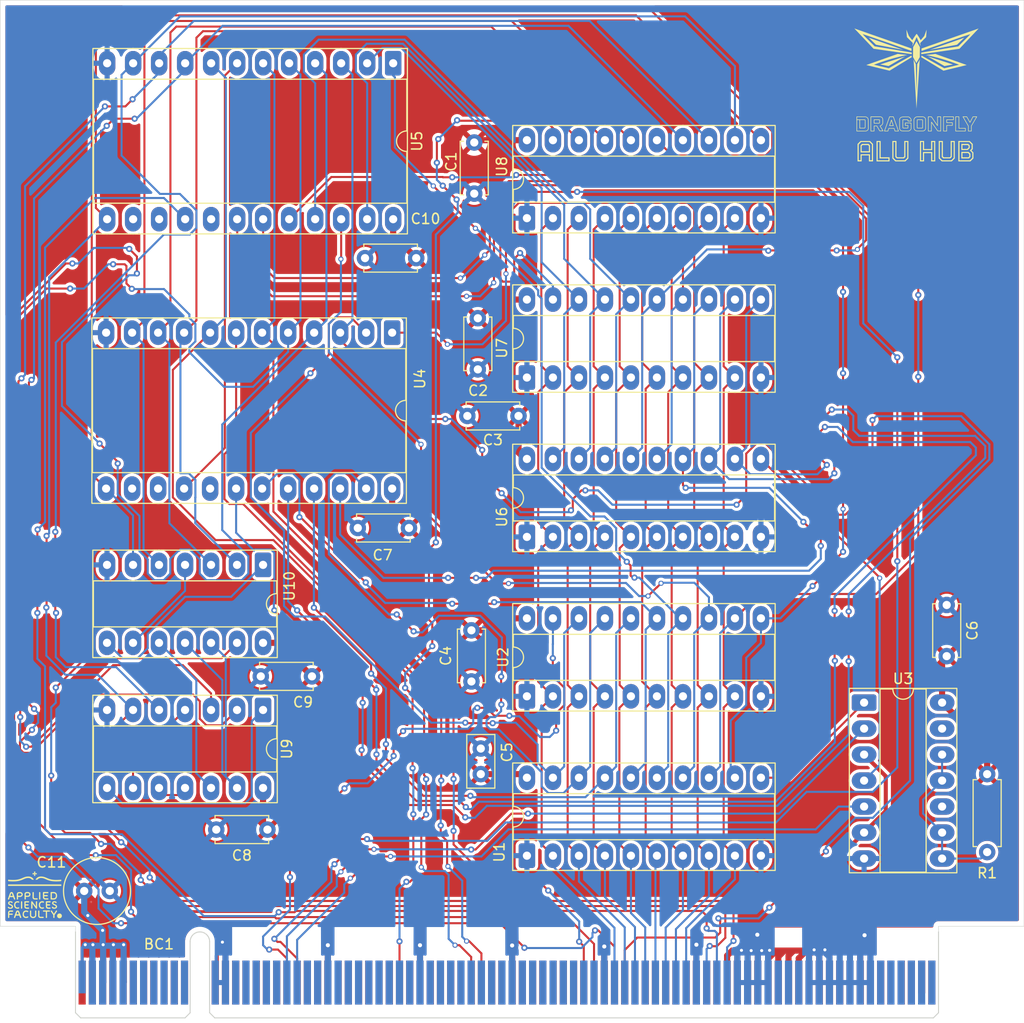
<source format=kicad_pcb>
(kicad_pcb (version 20241229) (generator "pcbnew") (generator_version "9.0")
  (layers (0 "F.Cu" signal) (2 "B.Cu" signal) (13 "F.Paste" user) (15 "B.Paste" user) (5 "F.SilkS" user "F.Silkscreen") (7 "B.SilkS" user "B.Silkscreen") (1 "F.Mask" user) (3 "B.Mask" user) (25 "Edge.Cuts" user))
  (net 0 "")
  (net 2 "VCC")
  (net 3 "GND")
  (net 7 "Net-(BC1-~{ALUCO})")
  (net 8 "Net-(BC1-~{LARGL})")
  (net 10 "/DATA1")
  (net 18 "/DATA4")
  (net 20 "Net-(BC1-ALUS0)")
  (net 21 "Net-(BC1-~{ALUCI})")
  (net 31 "/DATA5")
  (net 32 "Net-(BC1-ALUS3)")
  (net 38 "Net-(BC1-~{RARGL})")
  (net 40 "Net-(BC1-~{CLK})")
  (net 50 "Net-(BC1-~{LARGH})")
  (net 52 "Net-(BC1-~{RARGH})")
  (net 53 "Net-(BC1-ALUM)")
  (net 57 "/DATA2")
  (net 58 "/DATA6")
  (net 61 "/DATA0")
  (net 63 "/DATA7")
  (net 73 "/DATA3")
  (net 81 "Net-(BC1-~{RALU})")
  (net 84 "Net-(BC1-ALUS2)")
  (net 87 "Net-(BC1-ALUS1)")
  (net 88 "Net-(BC1-ALUZO)")
  (net 94 "Net-(BC1-ALUSO)")
  (net 95 "/HIGH4")
  (net 96 "/HIGH3")
  (net 97 "/HIGH5")
  (net 98 "/HIGH0")
  (net 99 "/HIGH7")
  (net 100 "/HIGH2")
  (net 101 "/HIGH6")
  (net 102 "Net-(U1-Cp)")
  (net 103 "/HIGH1")
  (net 104 "Net-(R1-Pad2)")
  (net 106 "Net-(U6-Cp)")
  (net 108 "/LOW5")
  (net 111 "Net-(U4-Cn+4)")
  (net 112 "/LOW7")
  (net 113 "/LOW6")
  (net 114 "Net-(U4-F2)")
  (net 115 "Net-(U4-F1)")
  (net 116 "/LOW4")
  (net 117 "Net-(U4-F0)")
  (net 118 "Net-(U4-F3)")
  (net 121 "Net-(U5-F1)")
  (net 122 "Net-(U5-F2)")
  (net 123 "/LOW1")
  (net 125 "/LOW3")
  (net 126 "/LOW0")
  (net 127 "Net-(U5-F0)")
  (net 128 "/LOW2")
  (net 130 "Net-(U9-Pad4)")
  (net 131 "Net-(U9-Pad1)")
  (net 132 "Net-(U9-Pad10)")
  (net 133 "Net-(U10-Pad11)")
  (net 134 "Net-(U10-Pad10)")
  (net 135 "Net-(U10-Pad1)")
  (net 136 "Net-(U10-Pad4)")
  (footprint "Resistor_THT:R_Axial_DIN0207_L6.3mm_D2.5mm_P7.62mm_Horizontal" (layer "F.Cu") (at 196.4 120.13 -90)
    (property "Reference" "R1")
    (property "Value" "R" (hide yes))
  )
  (footprint "kibuzzard-6911C7CA" (layer "F.Cu") (at 189.4 59.25)
    (property "Reference" "kibuzzard-6911C7CA" (hide yes))
    (property "Value" "G***" (hide yes))
  )
  (footprint "Package_DIP:DIP-20_W7.62mm_Socket_LongPads" (layer "F.Cu") (at 151.445 65.795 90)
    (property "Reference" "U8")
    (property "Value" "74LS245")
  )
  (footprint "Capacitor_THT:C_Disc_D5.0mm_W2.5mm_P5.00mm" (layer "F.Cu") (at 121.1 125.55)
    (property "Reference" "C8")
    (property "Value" "C")
  )
  (footprint "Capacitor_THT:C_Disc_D5.0mm_W2.5mm_P2.50mm" (layer "F.Cu") (at 146.94 117.63 -90)
    (property "Reference" "C5")
    (property "Value" "C")
  )
  (footprint "Package_DIP:DIP-14_W7.62mm_Socket_LongPads" (layer "F.Cu") (at 125.67 113.86 -90)
    (property "Reference" "U9")
    (property "Value" "74LS02")
  )
  (footprint "Package_DIP:DIP-20_W7.62mm_Socket_LongPads" (layer "F.Cu") (at 151.445 81.3712 90)
    (property "Reference" "U7")
    (property "Value" "74LS245")
  )
  (footprint "Capacitor_THT:C_Disc_D5.0mm_W2.5mm_P5.00mm" (layer "F.Cu") (at 146.3 63.4 90)
    (property "Reference" "C1")
    (property "Value" "C" (hide yes))
  )
  (footprint "Capacitor_THT:C_Radial_D6.3mm_H5.0mm_P2.50mm" (layer "F.Cu") (at 110.7 131.55 180)
    (property "Reference" "C11")
    (property "Value" "C" (hide yes))
  )
  (footprint "Capacitor_THT:C_Disc_D5.0mm_W2.5mm_P5.00mm" (layer "F.Cu") (at 135.63 69.7)
    (property "Reference" "C10")
    (property "Value" "C")
  )
  (footprint "Capacitor_THT:C_Disc_D5.0mm_W2.5mm_P5.00mm" (layer "F.Cu") (at 145.625 85.125)
    (property "Reference" "C3")
    (property "Value" "C" (hide yes))
  )
  (footprint "Package_DIP:DIP-20_W7.62mm_Socket_LongPads" (layer "F.Cu") (at 151.445 128.1 90)
    (property "Reference" "U1")
    (property "Value" "74LS574")
  )
  (footprint "Capacitor_THT:C_Disc_D5.0mm_W2.5mm_P5.00mm" (layer "F.Cu") (at 146.65 80.575 90)
    (property "Reference" "C2")
    (property "Value" "C")
  )
  (footprint "Package_DIP:DIP-24_W15.24mm_Socket_LongPads" (layer "F.Cu") (at 138.28 76.985 -90)
    (property "Reference" "U4")
    (property "Value" "74LS181")
  )
  (footprint "Package_DIP:DIP-24_W15.24mm_Socket_LongPads" (layer "F.Cu") (at 138.38 50.655 -90)
    (property "Reference" "U5")
    (property "Value" "74LS181")
  )
  (footprint "Connector_PCBEdge:BUS_PCIexpress_x16" (layer "F.Cu") (at 108 140.5)
    (property "Reference" "BC1")
    (property "Value" "BusConnector")
    (fp_line (start -0.65 -4.95) (end -0.65 2.95) (stroke (width 0.1)) (layer "Edge.Cuts"))
    (fp_line (start -0.65 2.95) (end -0.15 3.45) (stroke (width 0.1)) (layer "Edge.Cuts"))
    (fp_line (start -0.15 3.45) (end 10.05 3.45) (stroke (width 0.1)) (layer "Edge.Cuts"))
    (fp_line (start 10.55 -4) (end 10.55 2.95) (stroke (width 0.1)) (layer "Edge.Cuts"))
    (fp_line (start 10.55 2.95) (end 10.05 3.45) (stroke (width 0.1)) (layer "Edge.Cuts"))
    (fp_line (start 12.45 -4) (end 12.45 2.95) (stroke (width 0.1)) (layer "Edge.Cuts"))
    (fp_line (start 12.45 2.95) (end 12.95 3.45) (stroke (width 0.1)) (layer "Edge.Cuts"))
    (fp_line (start 12.95 3.45) (end 83.15 3.45) (stroke (width 0.1)) (layer "Edge.Cuts"))
    (fp_line (start 83.65 -4.95) (end 83.65 2.95) (stroke (width 0.1)) (layer "Edge.Cuts"))
    (fp_line (start 83.65 2.95) (end 83.15 3.45) (stroke (width 0.1)) (layer "Edge.Cuts"))
    (fp_arc (start 10.55 -4) (mid 11.5 -4.95) (end 12.45 -4) (stroke (width 0.1)) (layer "Edge.Cuts"))
  )
  (footprint "Capacitor_THT:C_Disc_D5.0mm_W2.5mm_P5.00mm" (layer "F.Cu") (at 134.925 96.075)
    (property "Reference" "C7")
    (property "Value" "C")
  )
  (footprint "Package_DIP:DIP-14_W7.62mm_Socket_LongPads" (layer "F.Cu") (at 184.38 113.14)
    (property "Reference" "U3")
    (property "Value" "74LS02")
  )
  (footprint "Capacitor_THT:C_Disc_D5.0mm_W2.5mm_P5.00mm" (layer "F.Cu") (at 125.45 110.575)
    (property "Reference" "C9")
    (property "Value" "C")
  )
  (footprint "Package_DIP:DIP-14_W7.62mm_Socket_LongPads" (layer "F.Cu") (at 125.67 99.68 -90)
    (property "Reference" "U10")
    (property "Value" "74LS02")
  )
  (footprint "Capacitor_THT:C_Disc_D5.0mm_W2.5mm_P5.00mm" (layer "F.Cu") (at 146.025 111.075 90)
    (property "Reference" "C4")
    (property "Value" "C" (hide yes))
  )
  (footprint "Capacitor_THT:C_Disc_D5.0mm_W2.5mm_P5.00mm" (layer "F.Cu") (at 192.45 103.6 -90)
    (property "Reference" "C6")
    (property "Value" "C")
  )
  (footprint "Package_DIP:DIP-20_W7.62mm_Socket_LongPads" (layer "F.Cu") (at 151.445 112.5237 90)
    (property "Reference" "U2")
    (property "Value" "74LS245")
  )
  (footprint "Package_DIP:DIP-20_W7.62mm_Socket_LongPads" (layer "F.Cu") (at 151.445 96.9475 90)
    (property "Reference" "U6")
    (property "Value" "74LS574")
  )
  (gr_poly (pts (xy 101 132.55) (xy 101.013119 132.550552) (xy 101.025835 132.551454) (xy 101.038148 132.55269) (xy 101.050054 132.554245) (xy 101.061553 132.556104) (xy 101.072641 132.558252) (xy 101.083318 132.560674) (xy 101.093582 132.563355) (xy 101.10343 132.566279) (xy 101.11286 132.569431) (xy 101.121871 132.572796) (xy 101.130462 132.576359) (xy 101.138629 132.580104) (xy 101.146371 132.584017) (xy 101.153686 132.588083) (xy 101.160573 132.592286) (xy 101.167029 132.596611) (xy 101.173052 132.601043) (xy 101.178641 132.605566) (xy 101.183794 132.610166) (xy 101.188509 132.614827) (xy 101.192783 132.619535) (xy 101.196616 132.624274) (xy 101.200005 132.629028) (xy 101.202948 132.633784) (xy 101.205444 132.638525) (xy 101.20749 132.643236) (xy 101.209084 132.647902) (xy 101.210226 132.652509) (xy 101.210912 132.657041) (xy 101.211141 132.661482) (xy 101.211058 132.664518) (xy 101.210812 132.667523) (xy 101.210407 132.670491) (xy 101.209847 132.673419) (xy 101.209137 132.676302) (xy 101.20828 132.679136) (xy 101.207282 132.681916) (xy 101.206146 132.68464) (xy 101.204877 132.687301) (xy 101.203479 132.689897) (xy 101.201956 132.692423) (xy 101.200312 132.694875) (xy 101.198553 132.697248) (xy 101.196681 132.699538) (xy 101.194701 132.701741) (xy 101.192618 132.703853) (xy 101.190436 132.70587) (xy 101.188158 132.707788) (xy 101.18579 132.709601) (xy 101.183336 132.711307) (xy 101.180799 132.7129) (xy 101.178184 132.714377) (xy 101.175496 132.715733) (xy 101.172739 132.716964) (xy 101.169916 132.718067) (xy 101.167032 132.719036) (xy 101.164092 132.719867) (xy 101.1611 132.720557) (xy 101.158059 132.721101) (xy 101.154975 132.721494) (xy 101.151851 132.721734) (xy 101.148691 132.721814) (xy 101.145222 132.721712) (xy 101.141763 132.721409) (xy 101.138319 132.720905) (xy 101.134894 132.720206) (xy 101.131493 132.719312) (xy 101.128118 132.718228) (xy 101.124776 132.716955) (xy 101.121469 132.715496) (xy 101.118203 132.713855) (xy 101.114982 132.712033) (xy 101.111809 132.710034) (xy 101.108689 132.707859) (xy 101.105627 132.705513) (xy 101.102626 132.702998) (xy 101.099691 132.700315) (xy 101.096827 132.697469) (xy 101.091678 132.692501) (xy 101.086287 132.687852) (xy 101.080655 132.683521) (xy 101.074781 132.679508) (xy 101.068664 132.675814) (xy 101.062306 132.672438) (xy 101.055707 132.66938) (xy 101.048865 132.666641) (xy 101.041781 132.66422) (xy 101.034456 132.662118) (xy 101.026888 132.660334) (xy 101.019079 132.658868) (xy 101.011028 132.657721) (xy 101.002735 132.656892) (xy 100.9942 132.656381) (xy 100.985423 132.656188) (xy 100.979421 132.656297) (xy 100.973574 132.656619) (xy 100.967883 132.657147) (xy 100.962352 132.657873) (xy 100.956982 132.658791) (xy 100.951776 132.659893) (xy 100.946735 132.661173) (xy 100.941864 132.662622) (xy 100.937163 132.664234) (xy 100.932636 132.666002) (xy 100.928285 132.667918) (xy 100.924111 132.669976) (xy 100.920118 132.672167) (xy 100.916308 132.674486) (xy 100.912683 132.676924) (xy 100.909246 132.679475) (xy 100.905998 132.682131) (xy 100.902943 132.684886) (xy 100.900082 132.687732) (xy 100.897419 132.690662) (xy 100.894955 132.693668) (xy 100.892693 132.696744) (xy 100.890635 132.699882) (xy 100.888783 132.703076) (xy 100.887141 132.706318) (xy 100.885709 132.7096) (xy 100.884492 132.712916) (xy 100.88349 132.716259) (xy 100.882707 132.719621) (xy 100.882145 132.722996) (xy 100.881806 132.726375) (xy 100.881692 132.729753) (xy 100.881766 132.732362) (xy 100.881987 132.734978) (xy 100.882354 132.7376) (xy 100.882863 132.740225) (xy 100.883513 132.742851) (xy 100.884303 132.745476) (xy 100.886294 132.750716) (xy 100.88882 132.755927) (xy 100.891865 132.761095) (xy 100.895415 132.766201) (xy 100.899455 132.771232) (xy 100.903969 132.776169) (xy 100.908942 132.780996) (xy 100.91436 132.785699) (xy 100.920206 132.790259) (xy 100.926467 132.794661) (xy 100.933127 132.798889) (xy 100.94017 132.802926) (xy 100.947582 132.806756) (xy 100.962806 132.814075) (xy 100.979667 132.822038) (xy 101.016912 132.839305) (xy 101.0185 132.839833) (xy 101.062161 132.860011) (xy 101.084364 132.870496) (xy 101.105029 132.880585) (xy 101.122197 132.889869) (xy 101.138364 132.899649) (xy 101.153515 132.909905) (xy 101.167636 132.920617) (xy 101.180712 132.931766) (xy 101.192728 132.943334) (xy 101.20367 132.9553) (xy 101.213522 132.967645) (xy 101.222271 132.980349) (xy 101.229901 132.993394) (xy 101.236397 133.00676) (xy 101.241745 133.020428) (xy 101.243984 133.027368) (xy 101.245931 133.034377) (xy 101.247583 133.041452) (xy 101.248938 133.04859) (xy 101.249996 133.055788) (xy 101.250754 133.063046) (xy 101.25121 133.070359) (xy 101.251362 133.077726) (xy 101.251095 133.087218) (xy 101.250293 133.096728) (xy 101.24896 133.106236) (xy 101.247098 133.115719) (xy 101.244709 133.125157) (xy 101.241797 133.13453) (xy 101.23441 133.152993) (xy 101.229942 133.162042) (xy 101.224959 133.170942) (xy 101.219465 133.179671) (xy 101.213462 133.188208) (xy 101.206953 133.196533) (xy 101.199941 133.204625) (xy 101.192427 133.212462) (xy 101.184414 133.220024) (xy 101.175906 133.22729) (xy 101.166903 133.234239) (xy 101.15741 133.24085) (xy 101.147428 133.247102) (xy 101.13696 133.252974) (xy 101.126008 133.258446) (xy 101.114575 133.263495) (xy 101.102664 133.268102) (xy 101.090277 133.272246) (xy 101.077416 133.275905) (xy 101.064085 133.279058) (xy 101.050285 133.281685) (xy 101.036019 133.283764) (xy 101.021289 133.285276) (xy 101.006099 133.286198) (xy 100.99045 133.28651) (xy 100.990451 133.286509) (xy 100.974773 133.286253) (xy 100.959593 133.285499) (xy 100.94491 133.28427) (xy 100.930726 133.282592) (xy 100.917039 133.280486) (xy 100.903849 133.277976) (xy 100.891158 133.275086) (xy 100.878964 133.271839) (xy 100.867268 133.268259) (xy 100.856069 133.264369) (xy 100.845368 133.260193) (xy 100.835165 133.255754) (xy 100.82546 133.251075) (xy 100.816252 133.24618) (xy 100.807542 133.241092) (xy 100.79933 133.235835) (xy 100.791616 133.230432) (xy 100.784399 133.224907) (xy 100.77768 133.219284) (xy 100.771459 133.213584) (xy 100.765735 133.207833) (xy 100.760509 133.202054) (xy 100.755781 133.196269) (xy 100.75155 133.190503) (xy 100.747818 133.184778) (xy 100.744582 133.179119) (xy 100.741845 133.173549) (xy 100.739605 133.168091) (xy 100.737863 133.162768) (xy 100.736619 133.157605) (xy 100.735873 133.152624) (xy 100.735624 133.14785) (xy 100.73572 133.14456) (xy 100.736003 133.14134) (xy 100.736467 133.138194) (xy 100.737106 133.135122) (xy 100.737913 133.132127) (xy 100.738882 133.129212) (xy 100.740006 133.126378) (xy 100.74128 133.123629) (xy 100.742696 133.120965) (xy 100.744248 133.118389) (xy 100.74593 133.115904) (xy 100.747736 133.113512) (xy 100.749659 133.111215) (xy 100.751692 133.109015) (xy 100.75383 133.106914) (xy 100.756065 133.104915) (xy 100.758392 133.10302) (xy 100.760804 133.101231) (xy 100.763295 133.099551) (xy 100.765858 133.09798) (xy 100.768487 133.096523) (xy 100.771176 133.095181) (xy 100.776705 133.09285) (xy 100.782396 133.091007) (xy 100.785286 133.090273) (xy 100.788197 133.089668) (xy 100.791123 133.089193) (xy 100.794057 133.088851) (xy 100.796993 133.088645) (xy 100.799925 133.088575) (xy 100.803478 133.08868) (xy 100.806989 133.088994) (xy 100.810452 133.089515) (xy 100.813863 133.090241) (xy 100.817217 133.091171) (xy 100.820508 133.092301) (xy 100.823732 133.093631) (xy 100.826883 133.095157) (xy 100.829957 133.09688) (xy 100.832948 133.098795) (xy 100.835852 133.100902) (xy 100.838663 133.103199) (xy 100.841376 133.105684) (xy 100.843987 133.108354) (xy 100.84649 133.111207) (xy 100.84888 133.114243) (xy 100.854601 133.121244) (xy 100.860837 133.127852) (xy 100.867568 133.134059) (xy 100.874775 133.139857) (xy 100.88244 133.145239) (xy 100.890544 133.150195) (xy 100.899066 133.154717) (xy 100.907989 133.158798) (xy 100.917294 133.16243) (xy 100.926961 133.165603) (xy 100.936971 133.168311) (xy 100.947306 133.170545) (xy 100.957946 133.172296) (xy 100.968872 133.173557) (xy 100.980067 133.17432) (xy 100.991509 133.174576) (xy 101.001605 133.174377) (xy 101.011212 133.173795) (xy 101.02034 133.172849) (xy 101.029 133.171561) (xy 101.037204 133.169952) (xy 101.044963 133.168042) (xy 101.052288 133.165853) (xy 101.059189 133.163404) (xy 101.065678 133.160718) (xy 101.071767 133.157815) (xy 101.077465 133.154715) (xy 101.082785 133.15144) (xy 101.087737 133.14801) (xy 101.092333 133.144446) (xy 101.096583 133.140769) (xy 101.100498 133.137) (xy 101.104091 133.13316) (xy 101.107371 133.129269) (xy 101.11035 133.125349) (xy 101.113039 133.12142) (xy 101.11545 133.117503) (xy 101.117592 133.113618) (xy 101.119478 133.109788) (xy 101.121118 133.106032) (xy 101.123706 133.098826) (xy 101.125444 133.092169) (xy 101.126422 133.086227) (xy 101.126729 133.081166) (xy 101.12664 133.077761) (xy 101.126375 133.074347) (xy 101.125936 133.070926) (xy 101.125325 133.067501) (xy 101.124544 133.064074) (xy 101.123596 133.060648) (xy 101.121205 133.053811) (xy 101.118168 133.047011) (xy 101.114504 133.04027) (xy 101.110229 133.033609) (xy 101.105361 133.027051) (xy 101.099915 133.020617) (xy 101.09391 133.014329) (xy 101.087362 133.008208) (xy 101.080288 133.002276) (xy 101.072706 132.996556) (xy 101.064632 132.991067) (xy 101.056084 132.985834) (xy 101.047078 132.980876) (xy 101.010325 132.961716) (xy 100.972555 132.942704) (xy 100.953405 132.933425) (xy 100.93414 132.924388) (xy 100.914807 132.91566) (xy 100.895452 132.907312) (xy 100.880267 132.900414) (xy 100.865888 132.892841) (xy 100.852339 132.884623) (xy 100.839643 132.875793) (xy 100.827824 132.866381) (xy 100.816907 132.85642) (xy 100.806916 132.845939) (xy 100.797875 132.834972) (xy 100.789807 132.823548) (xy 100.782737 132.8117) (xy 100.776688 132.799459) (xy 100.771686 132.786857) (xy 100.769584 132.78043) (xy 100.767753 132.773924) (xy 100.766195 132.767343) (xy 100.764914 132.760692) (xy 100.763912 132.753974) (xy 100.763193 132.747193) (xy 100.762759 132.740353) (xy 100.762614 132.733457) (xy 100.76284 132.724898) (xy 100.763515 132.71635) (xy 100.764639 132.70783) (xy 100.76621 132.699355) (xy 100.768227 132.690943) (xy 100.770689 132.682609) (xy 100.773594 132.674372) (xy 100.776941 132.666249) (xy 100.780729 132.658256) (xy 100.784956 132.650411) (xy 100.789621 132.64273) (xy 100.794723 132.635232) (xy 100.800261 132.627933) (xy 100.806233 132.620849) (xy 100.812638 132.614) (xy 100.819474 132.6074) (xy 100.82674 132.601068) (xy 100.834436 132.59502) (xy 100.842559 132.589275) (xy 100.851108 132.583848) (xy 100.860083 132.578756) (xy 100.869481 132.574018) (xy 100.879302 132.56965) (xy 100.889544 132.565669) (xy 100.900205 132.562092) (xy 100.911285 132.558937) (xy 100.922782 132.55622) (xy 100.934696 132.553959) (xy 100.947023 132.552171) (xy 100.959764 132.550872) (xy 100.972917 132.55008) (xy 100.98648 132.549813)) (fill yes) (layer "F.SilkS"))
  (gr_poly (pts (xy 101.950349 131.651792) (xy 101.966323 131.652841) (xy 101.981736 131.65456) (xy 101.996592 131.656926) (xy 102.010892 131.659914) (xy 102.02464 131.663501) (xy 102.037837 131.667662) (xy 102.050488 131.672375) (xy 102.062594 131.677615) (xy 102.074157 131.683358) (xy 102.085182 131.68958) (xy 102.09567 131.696259) (xy 102.105624 131.703369) (xy 102.115046 131.710887) (xy 102.12394 131.718789) (xy 102.132309 131.727051) (xy 102.140153 131.73565) (xy 102.147477 131.744562) (xy 102.154284 131.753762) (xy 102.160575 131.763228) (xy 102.166353 131.772934) (xy 102.171621 131.782858) (xy 102.176382 131.792975) (xy 102.180638 131.803261) (xy 102.184393 131.813694) (xy 102.187648 131.824248) (xy 102.190406 131.8349) (xy 102.192671 131.845627) (xy 102.194444 131.856404) (xy 102.195728 131.867207) (xy 102.196527 131.878014) (xy 102.196842 131.888799) (xy 102.196635 131.901284) (xy 102.195821 131.913623) (xy 102.194406 131.9258) (xy 102.192397 131.937799) (xy 102.189801 131.949604) (xy 102.186623 131.961199) (xy 102.182871 131.972569) (xy 102.178551 131.983697) (xy 102.173669 131.994568) (xy 102.168233 132.005166) (xy 102.162249 132.015475) (xy 102.155723 132.025478) (xy 102.148662 132.03516) (xy 102.141073 132.044506) (xy 102.132963 132.053499) (xy 102.124337 132.062123) (xy 102.114506 132.070939) (xy 102.104172 132.079223) (xy 102.093347 132.086971) (xy 102.082043 132.094179) (xy 102.070273 132.100843) (xy 102.058048 132.106959) (xy 102.045381 132.112522) (xy 102.032283 132.117527) (xy 102.018766 132.121972) (xy 102.004843 132.125851) (xy 101.990525 132.12916) (xy 101.975824 132.131895) (xy 101.960753 132.134052) (xy 101.945324 132.135626) (xy 101.929547 132.136614) (xy 101.913437 132.13701) (xy 101.739053 132.138333) (xy 101.740906 132.327535) (xy 101.740852 132.330643) (xy 101.740644 132.333713) (xy 101.740285 132.336741) (xy 101.739779 132.339724) (xy 101.73913 132.342657) (xy 101.738341 132.345536) (xy 101.737415 132.348358) (xy 101.736358 132.351119) (xy 101.735172 132.353815) (xy 101.73386 132.356441) (xy 101.732428 132.358995) (xy 101.730877 132.361472) (xy 101.729213 132.363868) (xy 101.727439 132.36618) (xy 101.725557 132.368404) (xy 101.723573 132.370535) (xy 101.72149 132.37257) (xy 101.719311 132.374505) (xy 101.717041 132.376337) (xy 101.714682 132.37806) (xy 101.712238 132.379672) (xy 101.709714 132.381168) (xy 101.707113 132.382545) (xy 101.704438 132.383799) (xy 101.701694 132.384926) (xy 101.698883 132.385921) (xy 101.69601 132.386782) (xy 101.693078 132.387504) (xy 101.690092 132.388083) (xy 101.687053 132.388516) (xy 101.683968 132.388798) (xy 101.680838 132.388926) (xy 101.680044 132.388926) (xy 101.676937 132.388849) (xy 101.673871 132.388618) (xy 101.67085 132.388238) (xy 101.667877 132.387712) (xy 101.664956 132.387044) (xy 101.662091 132.386238) (xy 101.659285 132.385297) (xy 101.656542 132.384225) (xy 101.653866 132.383025) (xy 101.65126 132.381702) (xy 101.648728 132.380258) (xy 101.646274 132.378698) (xy 101.643901 132.377024) (xy 101.641613 132.375241) (xy 101.639414 132.373353) (xy 101.637308 132.371362) (xy 101.635297 132.369273) (xy 101.633387 132.367089) (xy 101.63158 132.364814) (xy 101.62988 132.362451) (xy 101.628291 132.360005) (xy 101.626816 132.357478) (xy 101.62546 132.354874) (xy 101.624226 132.352198) (xy 101.623117 132.349452) (xy 101.622137 132.34664) (xy 101.621291 132.343766) (xy 101.620581 132.340834) (xy 101.620011 132.337847) (xy 101.619586 132.334809) (xy 101.619308 132.331723) (xy 101.619182 132.328593) (xy 101.615479 131.866041) (xy 101.737201 131.866041) (xy 101.737201 131.866042) (xy 101.7374 131.927433) (xy 101.737996 132.016609) (xy 101.912378 132.015287) (xy 101.922666 132.01507) (xy 101.932686 132.014522) (xy 101.942431 132.013645) (xy 101.951894 132.012442) (xy 101.961066 132.010917) (xy 101.969941 132.009072) (xy 101.978511 132.006911) (xy 101.98677 132.004437) (xy 101.994708 132.001653) (xy 102.002321 131.998562) (xy 102.009598 131.995167) (xy 102.016535 131.991471) (xy 102.023123 131.987477) (xy 102.029354 131.983189) (xy 102.035222 131.978609) (xy 102.040719 131.973741) (xy 102.044817 131.969625) (xy 102.048677 131.965318) (xy 102.052293 131.96083) (xy 102.055661 131.956169) (xy 102.058779 131.951344) (xy 102.061641 131.946362) (xy 102.064244 131.941234) (xy 102.066585 131.935967) (xy 102.068659 131.930569) (xy 102.070462 131.92505) (xy 102.071991 131.919418) (xy 102.073242 131.913681) (xy 102.07421 131.907848) (xy 102.074893 131.901927) (xy 102.075285 131.895927) (xy 102.075384 131.889857) (xy 102.074846 131.879211) (xy 102.073403 131.868573) (xy 102.071011 131.858035) (xy 102.067626 131.847692) (xy 102.063207 131.837637) (xy 102.060595 131.832747) (xy 102.057707 131.827964) (xy 102.05454 131.8233) (xy 102.051086 131.818767) (xy 102.04734 131.814377) (xy 102.043298 131.810141) (xy 102.038954 131.80607) (xy 102.034301 131.802177) (xy 102.029336 131.798474) (xy 102.024051 131.794971) (xy 102.018443 131.791682) (xy 102.012505 131.788617) (xy 102.006233 131.785788) (xy 101.99962 131.783207) (xy 101.992661 131.780886) (xy 101.985351 131.778836) (xy 101.977685 131.77707) (xy 101.969656 131.775598) (xy 101.96126 131.774433) (xy 101.952491 131.773587) (xy 101.943344 131.77307) (xy 101.933812 131.772895) (xy 101.93196 131.772895) (xy 101.860249 131.773425) (xy 101.849093 131.773719) (xy 101.838633 131.774389) (xy 101.828846 131.775415) (xy 101.81971 131.776775) (xy 101.811202 131.778448) (xy 101.8033 131.780415) (xy 101.795981 131.782653) (xy 101.789224 131.785142) (xy 101.783005 131.787862) (xy 101.777303 131.790791) (xy 101.772095 131.793909) (xy 101.767359 131.797194) (xy 101.763072 131.800626) (xy 101.759211 131.804184) (xy 101.755755 131.807848) (xy 101.752682 131.811596) (xy 101.749968 131.815407) (xy 101.747591 131.819262) (xy 101.745529 131.823138) (xy 101.74376 131.827015) (xy 101.742261 131.830873) (xy 101.74101 131.834689) (xy 101.739161 131.842118) (xy 101.738035 131.849134) (xy 101.737453 131.855571) (xy 101.737201 131.866041) (xy 101.615479 131.866041) (xy 101.615477 131.865776) (xy 101.615774 131.853665) (xy 101.616612 131.841845) (xy 101.617984 131.830322) (xy 101.619882 131.819102) (xy 101.622301 131.80819) (xy 101.625233 131.797594) (xy 101.628672 131.787319) (xy 101.632611 131.77737) (xy 101.637042 131.767753) (xy 101.64196 131.758475) (xy 101.647358 131.749542) (xy 101.653228 131.740959) (xy 101.659564 131.732732) (xy 101.666359 131.724867) (xy 101.673607 131.717371) (xy 101.6813 131.710248) (xy 101.689432 131.703505) (xy 101.697996 131.697148) (xy 101.706985 131.691183) (xy 101.716393 131.685615) (xy 101.726212 131.68045) (xy 101.736436 131.675696) (xy 101.747059 131.671356) (xy 101.758072 131.667438) (xy 101.76947 131.663947) (xy 101.781246 131.660889) (xy 101.793393 131.658269) (xy 101.805904 131.656095) (xy 101.818772 131.654372) (xy 101.831991 131.653105) (xy 101.859454 131.651966) (xy 101.931165 131.651437) (xy 101.933812 131.651437)) (fill yes) (layer "F.SilkS"))
  (gr_poly (pts (xy 194.408021 50.829375) (xy 192.132604 51.384999) (xy 189.963021 50.062083) (xy 189.989479 49.903333) (xy 192.211979 51.146875) (xy 193.657927 50.797624) (xy 193.279041 50.659364) (xy 192.921259 50.534576) (xy 192.585043 50.422634) (xy 192.270853 50.322908) (xy 191.97915 50.234771) (xy 191.710395 50.157594) (xy 191.465048 50.090749) (xy 191.243571 50.033607) (xy 191.046424 49.985541) (xy 190.874068 49.945922) (xy 190.605574 49.889512) (xy 190.386354 49.850416) (xy 191.338854 49.744583)) (fill yes) (layer "F.SilkS"))
  (gr_poly (pts (xy 101.107992 131.649702) (xy 101.114549 131.650058) (xy 101.120996 131.65065) (xy 101.127332 131.651478) (xy 101.133557 131.652543) (xy 101.13967 131.653843) (xy 101.145671 131.655379) (xy 101.15156 131.65715) (xy 101.157337 131.659156) (xy 101.163001 131.661396) (xy 101.168552 131.663871) (xy 101.173989 131.66658) (xy 101.179314 131.669523) (xy 101.184524 131.672699) (xy 101.18962 131.676108) (xy 101.194602 131.67975) (xy 101.199469 131.683625) (xy 101.204221 131.687731) (xy 101.208857 131.69207) (xy 101.213378 131.696641) (xy 101.217783 131.701443) (xy 101.222072 131.706476) (xy 101.2303 131.717235) (xy 101.23806 131.728914) (xy 101.24535 131.741512) (xy 101.252166 131.755027) (xy 101.258507 131.769455) (xy 101.296976 131.873103) (xy 101.361245 132.051273) (xy 101.453265 132.308482) (xy 101.45425 132.311492) (xy 101.455073 132.314516) (xy 101.455736 132.317549) (xy 101.456242 132.320585) (xy 101.456593 132.32362) (xy 101.456791 132.326649) (xy 101.456839 132.329667) (xy 101.456738 132.332669) (xy 101.456492 132.335651) (xy 101.456102 132.338606) (xy 101.455572 132.34153) (xy 101.454902 132.344419) (xy 101.454097 132.347267) (xy 101.453157 132.35007) (xy 101.452085 132.352821) (xy 101.450884 132.355518) (xy 101.449555 132.358154) (xy 101.448102 132.360724) (xy 101.446526 132.363224) (xy 101.44483 132.365649) (xy 101.443017 132.367993) (xy 101.441088 132.370253) (xy 101.439045 132.372422) (xy 101.436892 132.374496) (xy 101.43463 132.37647) (xy 101.432262 132.378339) (xy 101.42979 132.380099) (xy 101.427217 132.381743) (xy 101.424544 132.383268) (xy 101.421775 132.384668) (xy 101.418911 132.385938) (xy 101.415954 132.387074) (xy 101.413375 132.38788) (xy 101.410795 132.388579) (xy 101.408215 132.38917) (xy 101.405635 132.389654) (xy 101.403055 132.39003) (xy 101.400474 132.390299) (xy 101.397894 132.39046) (xy 101.395314 132.390514) (xy 101.392962 132.390468) (xy 101.390622 132.390332) (xy 101.388296 132.390107) (xy 101.385987 132.389794) (xy 101.383696 132.389394) (xy 101.381426 132.388907) (xy 101.37918 132.388336) (xy 101.37696 132.387682) (xy 101.374769 132.386944) (xy 101.372607 132.386126) (xy 101.370479 132.385227) (xy 101.368387 132.384248) (xy 101.366332 132.383192) (xy 101.364317 132.382058) (xy 101.362345 132.380849) (xy 101.360418 132.379565) (xy 101.358538 132.378207) (xy 101.356707 132.376777) (xy 101.354929 132.375276) (xy 101.353205 132.373704) (xy 101.351538 132.372063) (xy 101.34993 132.370353) (xy 101.348384 132.368577) (xy 101.346901 132.366735) (xy 101.345485 132.364828) (xy 101.344138 132.362858) (xy 101.342861 132.360825) (xy 101.341658 132.358731) (xy 101.340531 132.356576) (xy 101.339482 132.354363) (xy 101.338513 132.352091) (xy 101.337627 132.349762) (xy 101.265916 132.149182) (xy 100.936996 132.149182) (xy 100.865285 132.349762) (xy 100.86415 132.352719) (xy 100.862879 132.355583) (xy 100.861479 132.358352) (xy 100.859955 132.361025) (xy 100.85831 132.363598) (xy 100.856551 132.36607) (xy 100.854682 132.368438) (xy 100.852708 132.3707) (xy 100.850634 132.372853) (xy 100.848464 132.374896) (xy 100.846205 132.376825) (xy 100.84386 132.378639) (xy 100.841436 132.380334) (xy 100.838936 132.38191) (xy 100.836365 132.383363) (xy 100.83373 132.384692) (xy 100.831033 132.385893) (xy 100.828281 132.386965) (xy 100.825479 132.387905) (xy 100.822631 132.388711) (xy 100.819742 132.38938) (xy 100.816818 132.389911) (xy 100.813862 132.390301) (xy 100.810881 132.390547) (xy 100.807879 132.390647) (xy 100.804861 132.3906) (xy 100.801832 132.390401) (xy 100.798797 132.390051) (xy 100.79576 132.389545) (xy 100.792728 132.388882) (xy 100.789704 132.388059) (xy 100.786693 132.387074) (xy 100.783737 132.385938) (xy 100.780873 132.384668) (xy 100.778103 132.383268) (xy 100.775431 132.381743) (xy 100.772857 132.380099) (xy 100.770385 132.378339) (xy 100.768017 132.37647) (xy 100.765756 132.374496) (xy 100.763602 132.372422) (xy 100.76156 132.370253) (xy 100.759631 132.367993) (xy 100.757817 132.365649) (xy 100.756121 132.363224) (xy 100.754546 132.360724) (xy 100.753093 132.358154) (xy 100.751764 132.355518) (xy 100.750563 132.352821) (xy 100.749491 132.35007) (xy 100.748551 132.347267) (xy 100.747745 132.344419) (xy 100.747076 132.34153) (xy 100.746545 132.338606) (xy 100.746156 132.335651) (xy 100.745909 132.332669) (xy 100.745809 132.329667) (xy 100.745857 132.326649) (xy 100.746055 132.32362) (xy 100.746406 132.320585) (xy 100.746911 132.317549) (xy 100.747575 132.314516) (xy 100.748398 132.311492) (xy 100.749383 132.308482) (xy 100.841536 132.051273) (xy 100.85052 132.0264) (xy 100.980924 132.0264) (xy 101.221726 132.0264) (xy 101.17221 131.889559) (xy 101.154856 131.842461) (xy 101.144723 131.816028) (xy 101.143073 131.812061) (xy 101.141447 131.808343) (xy 101.139845 131.804864) (xy 101.138267 131.801616) (xy 101.136711 131.798593) (xy 101.135177 131.795786) (xy 101.133665 131.793186) (xy 101.132174 131.790786) (xy 101.130703 131.788578) (xy 101.129252 131.786554) (xy 101.127821 131.784706) (xy 101.126409 131.783026) (xy 101.125015 131.781506) (xy 101.12364 131.780137) (xy 101.122281 131.778913) (xy 101.120939 131.777824) (xy 101.119614 131.776864) (xy 101.118304 131.776023) (xy 101.11701 131.775294) (xy 101.11573 131.774669) (xy 101.114465 131.77414) (xy 101.113213 131.773699) (xy 101.111974 131.773338) (xy 101.110748 131.773049) (xy 101.109533 131.772824) (xy 101.108331 131.772654) (xy 101.105957 131.772452) (xy 101.103623 131.772377) (xy 101.101325 131.772367) (xy 101.097995 131.772452) (xy 101.096014 131.772654) (xy 101.093841 131.773049) (xy 101.091491 131.773699) (xy 101.08898 131.774669) (xy 101.086321 131.776023) (xy 101.083529 131.777824) (xy 101.082088 131.778913) (xy 101.08062 131.780137) (xy 101.079126 131.781506) (xy 101.077607 131.783026) (xy 101.076067 131.784706) (xy 101.074506 131.786554) (xy 101.072928 131.788578) (xy 101.071332 131.790786) (xy 101.069722 131.793186) (xy 101.068099 131.795786) (xy 101.066464 131.798593) (xy 101.064821 131.801616) (xy 101.06317 131.804864) (xy 101.061514 131.808343) (xy 101.059854 131.812061) (xy 101.058192 131.816028) (xy 101.058193 131.816028) (xy 101.048055 131.842461) (xy 101.030672 131.889559) (xy 100.980924 132.0264) (xy 100.85052 132.0264) (xy 100.905896 131.873103) (xy 100.944406 131.769455) (xy 100.94849 131.759938) (xy 100.952747 131.750928) (xy 100.957164 131.742409) (xy 100.96173 131.734371) (xy 100.966433 131.726798) (xy 100.97126 131.719677) (xy 100.9762 131.712996) (xy 100.981241 131.706741) (xy 100.986371 131.700898) (xy 100.991577 131.695454) (xy 100.996848 131.690396) (xy 101.002172 131.68571) (xy 101.007537 131.681383) (xy 101.012931 131.677402) (xy 101.018342 131.673753) (xy 101.023758 131.670422) (xy 101.029167 131.667397) (xy 101.034556 131.664664) (xy 101.045232 131.660022) (xy 101.055687 131.656386) (xy 101.065828 131.653652) (xy 101.075558 131.651712) (xy 101.084781 131.650458) (xy 101.093402 131.649785) (xy 101.101324 131.649584)) (fill yes) (layer "F.SilkS"))
  (gr_poly (pts (xy 189.830729 49.083125) (xy 189.82094 50.054939) (xy 189.486771 50.644166) (xy 189.158158 50.049648) (xy 189.169271 49.083125) (xy 189.500794 48.491517)) (fill yes) (layer "F.SilkS"))
  (gr_poly (pts (xy 104.799052 133.449594) (xy 104.802142 133.449829) (xy 104.805187 133.450216) (xy 104.808184 133.450752) (xy 104.811128 133.451432) (xy 104.814016 133.452252) (xy 104.816844 133.453209) (xy 104.819608 133.454299) (xy 104.822303 133.455518) (xy 104.824928 133.456862) (xy 104.827476 133.458328) (xy 104.829946 133.459911) (xy 104.832332 133.461608) (xy 104.834631 133.463415) (xy 104.83684 133.465328) (xy 104.838954 133.467344) (xy 104.840969 133.469458) (xy 104.842882 133.471666) (xy 104.844689 133.473965) (xy 104.846386 133.476352) (xy 104.847969 133.478821) (xy 104.849435 133.48137) (xy 104.850779 133.483994) (xy 104.851998 133.48669) (xy 104.853088 133.489454) (xy 104.854045 133.492281) (xy 104.854866 133.495169) (xy 104.855546 133.498113) (xy 104.856081 133.50111) (xy 104.856468 133.504155) (xy 104.856703 133.507246) (xy 104.856782 133.510377) (xy 104.856703 133.513508) (xy 104.856468 133.516596) (xy 104.856081 133.519638) (xy 104.855546 133.52263) (xy 104.854866 133.525568) (xy 104.854045 133.528449) (xy 104.853088 133.531268) (xy 104.851998 133.534023) (xy 104.850779 133.53671) (xy 104.849435 133.539323) (xy 104.847969 133.541861) (xy 104.846386 133.544319) (xy 104.844689 133.546694) (xy 104.842882 133.548981) (xy 104.840969 133.551177) (xy 104.838954 133.553279) (xy 104.83684 133.555282) (xy 104.834631 133.557182) (xy 104.832332 133.558977) (xy 104.829946 133.560663) (xy 104.827476 133.562234) (xy 104.824928 133.563689) (xy 104.822303 133.565023) (xy 104.819608 133.566233) (xy 104.816844 133.567314) (xy 104.814016 133.568263) (xy 104.811128 133.569076) (xy 104.808184 133.56975) (xy 104.805187 133.57028) (xy 104.802142 133.570664) (xy 104.799052 133.570897) (xy 104.79592 133.570975) (xy 104.571789 133.570975) (xy 104.571789 134.130641) (xy 104.571711 134.133773) (xy 104.571478 134.136863) (xy 104.571094 134.139908) (xy 104.570564 134.142905) (xy 104.56989 134.145849) (xy 104.569077 134.148737) (xy 104.568128 134.151565) (xy 104.567047 134.154329) (xy 104.565837 134.157025) (xy 104.564503 134.159649) (xy 104.563049 134.162197) (xy 104.561477 134.164667) (xy 104.559791 134.167053) (xy 104.557996 134.169352) (xy 104.556096 134.171561) (xy 104.554093 134.173675) (xy 104.551991 134.17569) (xy 104.549795 134.177603) (xy 104.547508 134.17941) (xy 104.545133 134.181107) (xy 104.542675 134.182691) (xy 104.540137 134.184156) (xy 104.537523 134.185501) (xy 104.534837 134.18672) (xy 104.532082 134.18781) (xy 104.529263 134.188767) (xy 104.526382 134.189587) (xy 104.523444 134.190267) (xy 104.520452 134.190802) (xy 104.51741 134.191189) (xy 104.514322 134.191424) (xy 104.511191 134.191503) (xy 104.50806 134.191424) (xy 104.50497 134.191189) (xy 104.501924 134.190802) (xy 104.498928 134.190267) (xy 104.495983 134.189587) (xy 104.493096 134.188767) (xy 104.490268 134.18781) (xy 104.487504 134.18672) (xy 104.484808 134.185501) (xy 104.482184 134.184156) (xy 104.479635 134.182691) (xy 104.477166 134.181107) (xy 104.47478 134.17941) (xy 104.47248 134.177603) (xy 104.470272 134.17569) (xy 104.468158 134.173675) (xy 104.466143 134.171561) (xy 104.46423 134.169352) (xy 104.462423 134.167053) (xy 104.460726 134.164667) (xy 104.459142 134.162197) (xy 104.457677 134.159649) (xy 104.456332 134.157025) (xy 104.455113 134.154329) (xy 104.454023 134.151565) (xy 104.453066 134.148737) (xy 104.452246 134.145849) (xy 104.451566 134.142905) (xy 104.451031 134.139908) (xy 104.450644 134.136863) (xy 104.450409 134.133773) (xy 104.450329 134.130641) (xy 104.450329 133.570975) (xy 104.226463 133.570975) (xy 104.223332 133.570897) (xy 104.220241 133.570664) (xy 104.217196 133.57028) (xy 104.214199 133.56975) (xy 104.211255 133.569076) (xy 104.208367 133.568263) (xy 104.205539 133.567313) (xy 104.202776 133.566232) (xy 104.20008 133.565023) (xy 104.197455 133.563689) (xy 104.194907 133.562234) (xy 104.192437 133.560662) (xy 104.190051 133.558977) (xy 104.187752 133.557182) (xy 104.185543 133.555281) (xy 104.18343 133.553278) (xy 104.181414 133.551177) (xy 104.179501 133.548981) (xy 104.177694 133.546693) (xy 104.175997 133.544319) (xy 104.174414 133.541861) (xy 104.172948 133.539323) (xy 104.171604 133.536709) (xy 104.170385 133.534023) (xy 104.169295 133.531268) (xy 104.168338 133.528448) (xy 104.167518 133.525568) (xy 104.166838 133.522629) (xy 104.166303 133.519638) (xy 104.165915 133.516596) (xy 104.16568 133.513508) (xy 104.165601 133.510377) (xy 104.16568 133.507246) (xy 104.165915 133.504155) (xy 104.166303 133.50111) (xy 104.166838 133.498113) (xy 104.167518 133.495169) (xy 104.168338 133.492281) (xy 104.169295 133.489454) (xy 104.170385 133.48669) (xy 104.171604 133.483994) (xy 104.172948 133.48137) (xy 104.174414 133.478821) (xy 104.175997 133.476352) (xy 104.177694 133.473965) (xy 104.179501 133.471666) (xy 104.181414 133.469458) (xy 104.18343 133.467344) (xy 104.185543 133.465328) (xy 104.187752 133.463415) (xy 104.190051 133.461608) (xy 104.192437 133.459911) (xy 104.194907 133.458328) (xy 104.197455 133.456862) (xy 104.20008 133.455518) (xy 104.202776 133.454299) (xy 104.205539 133.453209) (xy 104.208367 133.452252) (xy 104.211255 133.451432) (xy 104.214199 133.450752) (xy 104.217196 133.450216) (xy 104.220241 133.449829) (xy 104.223332 133.449594) (xy 104.226463 133.449515) (xy 104.79592 133.449515)) (fill yes) (layer "F.SilkS"))
  (gr_poly (pts (xy 193.693646 49.241875) (xy 189.963021 49.771041) (xy 189.963021 49.612291) (xy 193.587812 49.00375) (xy 194.178428 48.414986) (xy 194.579677 48.006527) (xy 194.708489 47.869298) (xy 194.742655 47.829374) (xy 194.750641 47.818077) (xy 194.751979 47.813125) (xy 193.998239 48.062073) (xy 192.362196 48.626784) (xy 189.989479 49.453541) (xy 189.989479 49.215416) (xy 195.572187 47.2575)) (fill yes) (layer "F.SilkS"))
  (gr_poly (pts (xy 193.645757 57.012687) (xy 194.279169 57.016127) (xy 194.275729 57.285208) (xy 193.323229 57.285208) (xy 193.323229 55.882917) (xy 193.640729 55.882917)) (stroke (width 0.052916)) (fill no) (layer "F.SilkS"))
  (gr_poly (pts (xy 193.455521 48.845) (xy 190.783229 49.347708) (xy 194.169896 48.157083)) (fill yes) (layer "F.SilkS"))
  (gr_poly (pts (xy 190.044826 56.173996) (xy 190.047317 56.174171) (xy 190.050557 56.174562) (xy 190.054401 56.175253) (xy 190.058706 56.17633) (xy 190.060987 56.177039) (xy 190.063329 56.177877) (xy 190.065715 56.178852) (xy 190.068127 56.179977) (xy 190.070546 56.181262) (xy 190.072955 56.182717) (xy 190.075336 56.184353) (xy 190.077671 56.18618) (xy 190.079942 56.188209) (xy 190.082132 56.19045) (xy 190.084221 56.192915) (xy 190.086193 56.195613) (xy 190.088029 56.198555) (xy 190.089711 56.201752) (xy 190.091222 56.205214) (xy 190.092544 56.208952) (xy 190.093658 56.212977) (xy 190.094547 56.217299) (xy 190.095193 56.221928) (xy 190.095577 56.226875) (xy 190.096499 56.357467) (xy 190.096206 56.591371) (xy 190.095049 56.914791) (xy 190.09551 56.91817) (xy 190.095879 56.922049) (xy 190.096156 56.927082) (xy 190.096205 56.933041) (xy 190.095886 56.939697) (xy 190.095061 56.94682) (xy 190.094416 56.950485) (xy 190.093593 56.954181) (xy 190.092575 56.957879) (xy 190.091344 56.961552) (xy 190.089883 56.965169) (xy 190.088175 56.968702) (xy 190.086203 56.972124) (xy 190.08395 56.975405) (xy 190.081397 56.978516) (xy 190.078529 56.981429) (xy 190.075327 56.984115) (xy 190.071774 56.986546) (xy 190.067854 56.988693) (xy 190.063549 56.990528) (xy 190.058841 56.992021) (xy 190.053714 56.993144) (xy 190.04815 56.993869) (xy 190.042132 56.994166) (xy 189.645257 56.994166) (xy 189.641879 56.994345) (xy 189.632966 56.994307) (xy 189.627007 56.993937) (xy 189.620351 56.99319) (xy 189.613228 56.991957) (xy 189.605867 56.990131) (xy 189.602169 56.988963) (xy 189.598496 56.987605) (xy 189.594879 56.986045) (xy 189.591345 56.98427) (xy 189.587924 56.982266) (xy 189.584643 56.980019) (xy 189.581532 56.977516) (xy 189.578619 56.974744) (xy 189.575933 56.971689) (xy 189.573502 56.968337) (xy 189.571355 56.964676) (xy 189.569521 56.960691) (xy 189.568028 56.95637) (xy 189.566904 56.951698) (xy 189.56618 56.946662) (xy 189.565882 56.941249) (xy 189.566411 56.253333) (xy 189.565993 56.250009) (xy 189.565671 56.246189) (xy 189.565452 56.241228) (xy 189.565468 56.23535) (xy 189.565853 56.228776) (xy 189.56674 56.221732) (xy 189.567414 56.218103) (xy 189.568263 56.214439) (xy 189.569304 56.21077) (xy 189.570555 56.207122) (xy 189.572031 56.203524) (xy 189.573749 56.200003) (xy 189.575726 56.196588) (xy 189.577979 56.193306) (xy 189.580523 56.190185) (xy 189.583377 56.187254) (xy 189.586557 56.184539) (xy 189.590078 56.182069) (xy 189.593959 56.179873) (xy 189.598215 56.177977) (xy 189.602863 56.176409) (xy 189.60792 56.175198) (xy 189.613403 56.174372) (xy 189.619328 56.173958) (xy 190.042661 56.173958)) (stroke (width 0.052916)) (fill no) (layer "F.SilkS"))
  (gr_poly (pts (xy 102.539721 133.456523) (xy 102.548295 133.456896) (xy 102.556768 133.457498) (xy 102.56513 133.458315) (xy 102.573369 133.459331) (xy 102.581476 133.460531) (xy 102.58944 133.461899) (xy 102.597251 133.46342) (xy 102.612371 133.466859) (xy 102.626755 133.470726) (xy 102.640318 133.474898) (xy 102.652978 133.479252) (xy 102.664652 133.483664) (xy 102.675256 133.488012) (xy 102.684709 133.492174) (xy 102.692927 133.496026) (xy 102.705326 133.502309) (xy 102.711789 133.505879) (xy 102.714437 133.507525) (xy 102.716972 133.509286) (xy 102.719393 133.511156) (xy 102.721698 133.513129) (xy 102.723885 133.515201) (xy 102.725954 133.517366) (xy 102.727902 133.519619) (xy 102.72973 133.521954) (xy 102.731434 133.524368) (xy 102.733014 133.526853) (xy 102.734468 133.529406) (xy 102.735796 133.53202) (xy 102.736994 133.534691) (xy 102.738063 133.537414) (xy 102.739001 133.540182) (xy 102.739806 133.542991) (xy 102.740477 133.545837) (xy 102.741012 133.548712) (xy 102.74141 133.551613) (xy 102.74167 133.554533) (xy 102.74179 133.557469) (xy 102.741769 133.560414) (xy 102.741606 133.563363) (xy 102.741299 133.566311) (xy 102.740846 133.569253) (xy 102.740246 133.572183) (xy 102.739499 133.575097) (xy 102.738601 133.577989) (xy 102.737553 133.580854) (xy 102.736352 133.583687) (xy 102.734998 133.586482) (xy 102.733488 133.589234) (xy 102.731843 133.591882) (xy 102.730084 133.594417) (xy 102.728218 133.596837) (xy 102.726249 133.599141) (xy 102.724183 133.601328) (xy 102.722024 133.603396) (xy 102.719778 133.605344) (xy 102.71745 133.60717) (xy 102.715045 133.608872) (xy 102.712567 133.61045) (xy 102.710023 133.611902) (xy 102.707417 133.613226) (xy 102.704754 133.614421) (xy 102.702039 133.615485) (xy 102.699278 133.616418) (xy 102.696475 133.617217) (xy 102.693635 133.617881) (xy 102.690765 133.618409) (xy 102.687868 133.618799) (xy 102.68495 133.619049) (xy 102.682016 133.619159) (xy 102.67907 133.619127) (xy 102.676119 133.618952) (xy 102.673167 133.618631) (xy 102.67022 133.618163) (xy 102.667282 133.617548) (xy 102.664358 133.616784) (xy 102.661453 133.615868) (xy 102.658574 133.6148) (xy 102.655724 133.613578) (xy 102.652909 133.612201) (xy 102.650133 133.610668) (xy 102.640123 133.605541) (xy 102.628574 133.600286) (xy 102.613517 133.594261) (xy 102.604874 133.591201) (xy 102.595595 133.588237) (xy 102.58576 133.585466) (xy 102.575449 133.582982) (xy 102.564743 133.580883) (xy 102.553722 133.579265) (xy 102.542466 133.578224) (xy 102.531055 133.577855) (xy 102.517474 133.578098) (xy 102.504319 133.578825) (xy 102.491589 133.580037) (xy 102.479285 133.581733) (xy 102.467408 133.583912) (xy 102.455957 133.586575) (xy 102.444933 133.58972) (xy 102.434337 133.593348) (xy 102.424169 133.597457) (xy 102.41443 133.602048) (xy 102.405118 133.607119) (xy 102.396237 133.612671) (xy 102.387784 133.618704) (xy 102.379761 133.625215) (xy 102.372169 133.632206) (xy 102.365007 133.639676) (xy 102.358277 133.647624) (xy 102.351978 133.65605) (xy 102.34611 133.664954) (xy 102.340675 133.674334) (xy 102.335672 133.684192) (xy 102.331103 133.694525) (xy 102.326966 133.705334) (xy 102.323264 133.716618) (xy 102.319996 133.728377) (xy 102.317162 133.740611) (xy 102.314763 133.753318) (xy 102.312799 133.766499) (xy 102.310179 133.79428) (xy 102.309305 133.82395) (xy 102.309524 133.83902) (xy 102.310179 133.853616) (xy 102.311271 133.86774) (xy 102.312799 133.881389) (xy 102.314763 133.894564) (xy 102.317162 133.907264) (xy 102.319996 133.91949) (xy 102.323264 133.93124) (xy 102.326966 133.942514) (xy 102.331103 133.953313) (xy 102.335672 133.963635) (xy 102.340675 133.973481) (xy 102.34611 133.98285) (xy 102.351978 133.991741) (xy 102.358277 134.000155) (xy 102.365007 134.00809) (xy 102.372169 134.015548) (xy 102.379761 134.022527) (xy 102.387784 134.029026) (xy 102.396237 134.035047) (xy 102.405118 134.040588) (xy 102.41443 134.045648) (xy 102.424169 134.050229) (xy 102.434337 134.054328) (xy 102.444933 134.057947) (xy 102.455957 134.061084) (xy 102.467408 134.06374) (xy 102.479285 134.065913) (xy 102.491589 134.067604) (xy 102.504319 134.068812) (xy 102.517474 134.069538) (xy 102.531055 134.069779) (xy 102.53673 134.069684) (xy 102.542385 134.069405) (xy 102.548009 134.068955) (xy 102.553593 134.068347) (xy 102.559125 134.067592) (xy 102.564595 134.066703) (xy 102.569993 134.065691) (xy 102.575308 134.06457) (xy 102.585648 134.062046) (xy 102.595529 134.05923) (xy 102.604869 134.056218) (xy 102.613583 134.053109) (xy 102.621587 134.049999) (xy 102.628796 134.046987) (xy 102.635127 134.044171) (xy 102.640496 134.041647) (xy 102.648009 134.03787) (xy 102.650663 134.036438) (xy 102.653415 134.034977) (xy 102.656209 134.033669) (xy 102.659042 134.032515) (xy 102.661906 134.031511) (xy 102.664797 134.030657) (xy 102.667709 134.029951) (xy 102.670638 134.029392) (xy 102.673577 134.028978) (xy 102.676522 134.028709) (xy 102.679466 134.028583) (xy 102.682406 134.028598) (xy 102.685335 134.028753) (xy 102.688248 134.029047) (xy 102.69114 134.029478) (xy 102.694005 134.030046) (xy 102.696839 134.030748) (xy 102.699635 134.031583) (xy 102.702388 134.032551) (xy 102.705094 134.033649) (xy 102.707747 134.034876) (xy 102.710341 134.036231) (xy 102.712871 134.037713) (xy 102.715332 134.03932) (xy 102.717719 134.041051) (xy 102.720025 134.042905) (xy 102.722247 134.044879) (xy 102.724378 134.046974) (xy 102.726413 134.049186) (xy 102.728347 134.051516) (xy 102.730174 134.053962) (xy 102.73189 134.056522) (xy 102.733488 134.059194) (xy 102.734974 134.061922) (xy 102.736306 134.064692) (xy 102.737485 134.067499) (xy 102.738514 134.070339) (xy 102.739393 134.073206) (xy 102.740124 134.076095) (xy 102.740707 134.079001) (xy 102.741146 134.081918) (xy 102.74144 134.084842) (xy 102.741591 134.087766) (xy 102.741601 134.090686) (xy 102.74147 134.093597) (xy 102.741201 134.096492) (xy 102.740794 134.099368) (xy 102.740252 134.102219) (xy 102.739574 134.105039) (xy 102.738764 134.107824) (xy 102.737821 134.110568) (xy 102.736748 134.113265) (xy 102.735545 134.115911) (xy 102.734215 134.118501) (xy 102.732758 134.121029) (xy 102.731175 134.12349) (xy 102.729469 134.125878) (xy 102.727641 134.128189) (xy 102.725691 134.130417) (xy 102.723621 134.132557) (xy 102.721434 134.134604) (xy 102.719129 134.136553) (xy 102.716708 134.138398) (xy 102.714173 134.140133) (xy 102.711525 134.141755) (xy 102.705051 134.145325) (xy 102.692629 134.151608) (xy 102.674936 134.159622) (xy 102.652647 134.168382) (xy 102.639991 134.172736) (xy 102.626439 134.176907) (xy 102.612076 134.180774) (xy 102.596986 134.184214) (xy 102.581255 134.187103) (xy 102.564967 134.189319) (xy 102.548205 134.190738) (xy 102.531055 134.191239) (xy 102.531055 134.19124) (xy 102.511166 134.190839) (xy 102.491791 134.189642) (xy 102.472939 134.187656) (xy 102.454617 134.18489) (xy 102.436832 134.181352) (xy 102.419593 134.17705) (xy 102.402906 134.171993) (xy 102.386781 134.166188) (xy 102.371223 134.159644) (xy 102.356241 134.15237) (xy 102.341843 134.144372) (xy 102.328037 134.13566) (xy 102.314829 134.126241) (xy 102.302227 134.116124) (xy 102.29024 134.105317) (xy 102.278875 134.093828) (xy 102.268139 134.081665) (xy 102.25804 134.068837) (xy 102.248586 134.055351) (xy 102.239785 134.041217) (xy 102.231643 134.026441) (xy 102.22417 134.011033) (xy 102.217372 133.995) (xy 102.211257 133.978351) (xy 102.205832 133.961094) (xy 102.201106 133.943236) (xy 102.197087 133.924787) (xy 102.19378 133.905754) (xy 102.191196 133.886146) (xy 102.18934 133.86597) (xy 102.188221 133.845236) (xy 102.187846 133.82395) (xy 102.188221 133.802641) (xy 102.18934 133.781884) (xy 102.191196 133.761687) (xy 102.19378 133.742059) (xy 102.197087 133.723008) (xy 102.201106 133.704542) (xy 102.205832 133.686669) (xy 102.211257 133.669397) (xy 102.217372 133.652734) (xy 102.22417 133.636689) (xy 102.231643 133.621269) (xy 102.239785 133.606483) (xy 102.248586 133.59234) (xy 102.25804 133.578846) (xy 102.268139 133.56601) (xy 102.278875 133.553841) (xy 102.29024 133.542346) (xy 102.302227 133.531534) (xy 102.314829 133.521412) (xy 102.328037 133.51199) (xy 102.341843 133.503274) (xy 102.356241 133.495274) (xy 102.371223 133.487997) (xy 102.386781 133.481451) (xy 102.402906 133.475645) (xy 102.419593 133.470587) (xy 102.436832 133.466285) (xy 102.454617 133.462746) (xy 102.472939 133.45998) (xy 102.491791 133.457994) (xy 102.511166 133.456796) (xy 102.531055 133.456395)) (fill yes) (layer "F.SilkS"))
  (gr_poly (pts (xy 105.299799 132.550001) (xy 105.312939 132.550553) (xy 105.325673 132.551455) (xy 105.338 132.552691) (xy 105.349919 132.554246) (xy 105.361428 132.556105) (xy 105.372524 132.558253) (xy 105.383207 132.560675) (xy 105.393474 132.563356) (xy 105.403324 132.566279) (xy 105.412754 132.569431) (xy 105.421764 132.572796) (xy 105.430352 132.576359) (xy 105.438515 132.580105) (xy 105.446253 132.584018) (xy 105.453562 132.588084) (xy 105.460442 132.592287) (xy 105.466891 132.596612) (xy 105.472907 132.601043) (xy 105.478488 132.605567) (xy 105.483633 132.610167) (xy 105.488339 132.614828) (xy 105.492606 132.619536) (xy 105.49643 132.624275) (xy 105.499812 132.629029) (xy 105.502748 132.633785) (xy 105.505237 132.638525) (xy 105.507278 132.643237) (xy 105.508868 132.647903) (xy 105.510006 132.65251) (xy 105.51069 132.657041) (xy 105.510918 132.661483) (xy 105.510835 132.664519) (xy 105.510589 132.667524) (xy 105.510184 132.670492) (xy 105.509624 132.67342) (xy 105.508914 132.676303) (xy 105.508058 132.679137) (xy 105.507059 132.681917) (xy 105.505924 132.684641) (xy 105.504654 132.687302) (xy 105.503256 132.689898) (xy 105.501733 132.692424) (xy 105.50009 132.694875) (xy 105.49833 132.697248) (xy 105.496458 132.699539) (xy 105.494478 132.701742) (xy 105.492395 132.703854) (xy 105.490213 132.705871) (xy 105.487935 132.707788) (xy 105.485567 132.709602) (xy 105.483113 132.711307) (xy 105.480576 132.712901) (xy 105.477962 132.714378) (xy 105.475273 132.715734) (xy 105.472516 132.716965) (xy 105.469693 132.718067) (xy 105.466809 132.719036) (xy 105.463869 132.719868) (xy 105.460877 132.720558) (xy 105.457836 132.721101) (xy 105.454752 132.721495) (xy 105.451628 132.721734) (xy 105.448469 132.721815) (xy 105.444999 132.721713) (xy 105.441541 132.721409) (xy 105.438098 132.720906) (xy 105.434675 132.720207) (xy 105.431277 132.719313) (xy 105.427908 132.718229) (xy 105.424574 132.716956) (xy 105.421278 132.715497) (xy 105.418026 132.713856) (xy 105.414822 132.712034) (xy 105.411671 132.710034) (xy 105.408577 132.70786) (xy 105.405545 132.705514) (xy 105.40258 132.702998) (xy 105.399686 132.700316) (xy 105.396868 132.69747) (xy 105.391718 132.692502) (xy 105.386324 132.687852) (xy 105.380686 132.683521) (xy 105.374805 132.679509) (xy 105.368679 132.675815) (xy 105.36231 132.672439) (xy 105.355696 132.669381) (xy 105.348839 132.666642) (xy 105.341738 132.664221) (xy 105.334392 132.662119) (xy 105.326803 132.660335) (xy 105.31897 132.658869) (xy 105.310893 132.657721) (xy 105.302572 132.656892) (xy 105.294007 132.656382) (xy 105.285198 132.656189) (xy 105.279197 132.656298) (xy 105.273352 132.65662) (xy 105.267665 132.657148) (xy 105.262138 132.657874) (xy 105.256774 132.658792) (xy 105.251575 132.659894) (xy 105.246543 132.661174) (xy 105.241681 132.662623) (xy 105.23699 132.664235) (xy 105.232473 132.666003) (xy 105.228133 132.667919) (xy 105.22397 132.669976) (xy 105.219989 132.672168) (xy 105.216191 132.674487) (xy 105.212579 132.676925) (xy 105.209154 132.679476) (xy 105.205918 132.682132) (xy 105.202876 132.684887) (xy 105.200027 132.687733) (xy 105.197376 132.690662) (xy 105.194923 132.693669) (xy 105.192672 132.696745) (xy 105.190624 132.699883) (xy 105.188782 132.703077) (xy 105.187149 132.706318) (xy 105.185725 132.709601) (xy 105.184515 132.712917) (xy 105.183519 132.71626) (xy 105.182741 132.719622) (xy 105.182182 132.722997) (xy 105.181846 132.726376) (xy 105.181733 132.729753) (xy 105.181806 132.732363) (xy 105.182025 132.734979) (xy 105.182387 132.737601) (xy 105.182892 132.740226) (xy 105.183537 132.742852) (xy 105.18432 132.745477) (xy 105.186293 132.750716) (xy 105.188799 132.755928) (xy 105.191822 132.761095) (xy 105.195348 132.766202) (xy 105.199363 132.771232) (xy 105.203853 132.776169) (xy 105.208802 132.780997) (xy 105.214198 132.785699) (xy 105.220024 132.79026) (xy 105.226268 132.794662) (xy 105.232915 132.79889) (xy 105.23995 132.802927) (xy 105.247359 132.806757) (xy 105.262583 132.814034) (xy 105.279444 132.821907) (xy 105.316689 132.839041) (xy 105.321451 132.841422) (xy 105.343369 132.851411) (xy 105.365014 132.861401) (xy 105.385716 132.871192) (xy 105.404806 132.880586) (xy 105.404807 132.880585) (xy 105.422018 132.889869) (xy 105.438218 132.899649) (xy 105.453391 132.909905) (xy 105.467526 132.920617) (xy 105.480607 132.931766) (xy 105.492622 132.943334) (xy 105.503558 132.9553) (xy 105.513399 132.967645) (xy 105.522134 132.980349) (xy 105.529748 132.993394) (xy 105.536228 133.00676) (xy 105.54156 133.020428) (xy 105.543792 133.027368) (xy 105.545731 133.034377) (xy 105.547377 133.041452) (xy 105.548727 133.04859) (xy 105.54978 133.055788) (xy 105.550535 133.063046) (xy 105.550989 133.070359) (xy 105.55114 133.077726) (xy 105.550873 133.087218) (xy 105.550074 133.096728) (xy 105.548744 133.106236) (xy 105.546886 133.115719) (xy 105.541597 133.13453) (xy 105.534225 133.152993) (xy 105.529765 133.162042) (xy 105.52479 133.170942) (xy 105.519304 133.179671) (xy 105.51331 133.188208) (xy 105.506809 133.196533) (xy 105.499804 133.204625) (xy 105.492297 133.212462) (xy 105.484291 133.220024) (xy 105.475788 133.22729) (xy 105.466791 133.234239) (xy 105.457301 133.24085) (xy 105.447322 133.247102) (xy 105.436855 133.252974) (xy 105.425903 133.258446) (xy 105.414468 133.263495) (xy 105.402553 133.268102) (xy 105.39016 133.272246) (xy 105.377292 133.275905) (xy 105.36395 133.279058) (xy 105.350138 133.281685) (xy 105.335857 133.283764) (xy 105.32111 133.285276) (xy 105.305899 133.286198) (xy 105.290227 133.28651) (xy 105.274573 133.286253) (xy 105.259413 133.285499) (xy 105.244748 133.284271) (xy 105.230578 133.282592) (xy 105.216904 133.280486) (xy 105.203724 133.277977) (xy 105.19104 133.275087) (xy 105.178852 133.27184) (xy 105.16716 133.26826) (xy 105.155963 133.26437) (xy 105.145263 133.260194) (xy 105.135058 133.255754) (xy 105.125351 133.251075) (xy 105.116139 133.24618) (xy 105.107424 133.241093) (xy 105.099206 133.235836) (xy 105.091485 133.230433) (xy 105.084261 133.224908) (xy 105.077534 133.219284) (xy 105.071305 133.213585) (xy 105.065573 133.207834) (xy 105.060339 133.202054) (xy 105.055603 133.19627) (xy 105.051364 133.190503) (xy 105.047624 133.184779) (xy 105.044382 133.17912) (xy 105.041638 133.17355) (xy 105.039393 133.168092) (xy 105.037646 133.162769) (xy 105.036398 133.157606) (xy 105.03565 133.152625) (xy 105.0354 133.14785) (xy 105.035497 133.144561) (xy 105.035782 133.141341) (xy 105.03625 133.138194) (xy 105.036893 133.135123) (xy 105.037706 133.132128) (xy 105.038681 133.129213) (xy 105.039813 133.126379) (xy 105.041093 133.123629) (xy 105.042517 133.120966) (xy 105.044078 133.11839) (xy 105.045768 133.115905) (xy 105.047582 133.113513) (xy 105.049513 133.111216) (xy 105.051554 133.109016) (xy 105.053699 133.106915) (xy 105.055941 133.104916) (xy 105.058274 133.103021) (xy 105.06069 133.101232) (xy 105.063185 133.099551) (xy 105.065751 133.097981) (xy 105.068381 133.096524) (xy 105.071069 133.095182) (xy 105.076593 133.092851) (xy 105.082271 133.091008) (xy 105.085151 133.090274) (xy 105.08805 133.089669) (xy 105.090961 133.089194) (xy 105.093877 133.088852) (xy 105.096793 133.088645) (xy 105.099701 133.088576) (xy 105.103254 133.088681) (xy 105.106765 133.088995) (xy 105.11023 133.089516) (xy 105.113643 133.090242) (xy 105.117001 133.091171) (xy 105.120298 133.092302) (xy 105.12353 133.093631) (xy 105.126692 133.095158) (xy 105.12978 133.09688) (xy 105.132789 133.098796) (xy 105.135714 133.100903) (xy 105.138551 133.1032) (xy 105.141294 133.105684) (xy 105.14394 133.108354) (xy 105.146484 133.111208) (xy 105.14892 133.114244) (xy 105.154598 133.121244) (xy 105.160801 133.127853) (xy 105.167508 133.13406) (xy 105.1747 133.139858) (xy 105.182355 133.145239) (xy 105.190454 133.150195) (xy 105.198975 133.154718) (xy 105.207897 133.158799) (xy 105.217202 133.162431) (xy 105.226867 133.165604) (xy 105.236872 133.168312) (xy 105.247197 133.170546) (xy 105.257822 133.172297) (xy 105.268725 133.173558) (xy 105.279886 133.174321) (xy 105.291285 133.174577) (xy 105.301405 133.174378) (xy 105.311034 133.173795) (xy 105.320184 133.17285) (xy 105.328864 133.171562) (xy 105.337086 133.169952) (xy 105.344862 133.168043) (xy 105.352202 133.165853) (xy 105.359118 133.163405) (xy 105.365621 133.160719) (xy 105.371721 133.157815) (xy 105.377431 133.154716) (xy 105.382761 133.15144) (xy 105.387722 133.14801) (xy 105.392326 133.144447) (xy 105.396584 133.14077) (xy 105.400506 133.137001) (xy 105.404104 133.133161) (xy 105.407389 133.12927) (xy 105.410373 133.12535) (xy 105.413066 133.121421) (xy 105.415479 133.117504) (xy 105.417624 133.113619) (xy 105.419512 133.109789) (xy 105.421154 133.106032) (xy 105.423744 133.098827) (xy 105.425484 133.09217) (xy 105.426463 133.086227) (xy 105.426769 133.081166) (xy 105.426679 133.077762) (xy 105.426412 133.074348) (xy 105.42597 133.070927) (xy 105.425355 133.067502) (xy 105.424568 133.064075) (xy 105.423614 133.060649) (xy 105.421208 133.053812) (xy 105.418156 133.047012) (xy 105.414475 133.040271) (xy 105.410185 133.03361) (xy 105.405302 133.027052) (xy 105.399846 133.020618) (xy 105.393835 133.01433) (xy 105.387286 133.008209) (xy 105.380218 133.002277) (xy 105.372649 132.996557) (xy 105.364597 132.991068) (xy 105.356082 132.985834) (xy 105.34712 132.980876) (xy 105.310363 132.961865) (xy 105.272564 132.942904) (xy 105.253382 132.933612) (xy 105.23407 132.924537) (xy 105.214671 132.915748) (xy 105.195229 132.907312) (xy 105.180047 132.900415) (xy 105.165677 132.892842) (xy 105.15214 132.884624) (xy 105.139461 132.875794) (xy 105.127662 132.866382) (xy 105.116767 132.85642) (xy 105.1068 132.84594) (xy 105.097783 132.834972) (xy 105.08974 132.823549) (xy 105.082693 132.811701) (xy 105.076667 132.79946) (xy 105.071685 132.786858) (xy 105.069592 132.78043) (xy 105.067769 132.773925) (xy 105.066218 132.767344) (xy 105.064943 132.760693) (xy 105.063946 132.753975) (xy 105.063231 132.747194) (xy 105.062799 132.740353) (xy 105.062655 132.733458) (xy 105.062879 132.724899) (xy 105.063552 132.716351) (xy 105.064673 132.707831) (xy 105.066239 132.699356) (xy 105.06825 132.690943) (xy 105.070705 132.68261) (xy 105.073602 132.674373) (xy 105.07694 132.666249) (xy 105.080718 132.658256) (xy 105.084935 132.650411) (xy 105.089589 132.642731) (xy 105.09468 132.635233) (xy 105.100206 132.627933) (xy 105.106166 132.62085) (xy 105.112558 132.614) (xy 105.119382 132.607401) (xy 105.126636 132.601069) (xy 105.13432 132.595021) (xy 105.142431 132.589275) (xy 105.150968 132.583848) (xy 105.159932 132.578757) (xy 105.169319 132.574019) (xy 105.179129 132.569651) (xy 105.189361 132.56567) (xy 105.200014 132.562093) (xy 105.211086 132.558938) (xy 105.222576 132.556221) (xy 105.234483 132.55396) (xy 105.246806 132.552171) (xy 105.259544 132.550873) (xy 105.272694 132.550081) (xy 105.286257 132.549813)) (fill yes) (layer "F.SilkS"))
  (gr_poly (pts (xy 103.541586 132.550688) (xy 103.544674 132.550923) (xy 103.547716 132.55131) (xy 103.550708 132.551845) (xy 103.553647 132.552524) (xy 103.556527 132.553343) (xy 103.559347 132.554299) (xy 103.562102 132.555388) (xy 103.564788 132.556605) (xy 103.567402 132.557947) (xy 103.56994 132.55941) (xy 103.572398 132.56099) (xy 103.574772 132.562684) (xy 103.577059 132.564486) (xy 103.579255 132.566394) (xy 103.581357 132.568404) (xy 103.58336 132.570511) (xy 103.585261 132.572712) (xy 103.587056 132.575003) (xy 103.588741 132.57738) (xy 103.590313 132.579839) (xy 103.591767 132.582377) (xy 103.593101 132.584989) (xy 103.594311 132.587671) (xy 103.595392 132.59042) (xy 103.596341 132.593232) (xy 103.597154 132.596103) (xy 103.597828 132.599029) (xy 103.598358 132.602006) (xy 103.598742 132.60503) (xy 103.598975 132.608098) (xy 103.599053 132.611206) (xy 103.599053 133.224061) (xy 103.598975 133.227192) (xy 103.598742 133.230283) (xy 103.598358 133.233328) (xy 103.597828 133.236325) (xy 103.597154 133.239269) (xy 103.596341 133.242157) (xy 103.595392 133.244985) (xy 103.59431 133.247748) (xy 103.593101 133.250444) (xy 103.591767 133.253068) (xy 103.590312 133.255617) (xy 103.588741 133.258086) (xy 103.587055 133.260473) (xy 103.58526 133.262772) (xy 103.58336 133.26498) (xy 103.581357 133.267094) (xy 103.579255 133.26911) (xy 103.577059 133.271023) (xy 103.574772 133.27283) (xy 103.572397 133.274527) (xy 103.569939 133.27611) (xy 103.567402 133.277576) (xy 103.564788 133.27892) (xy 103.562102 133.280139) (xy 103.559347 133.281229) (xy 103.556527 133.282186) (xy 103.553646 133.283007) (xy 103.550708 133.283686) (xy 103.547716 133.284222) (xy 103.544674 133.284609) (xy 103.541586 133.284844) (xy 103.538456 133.284923) (xy 103.536349 133.284879) (xy 103.534248 133.284748) (xy 103.532154 133.284534) (xy 103.53007 133.28424) (xy 103.527999 133.28387) (xy 103.525943 133.283426) (xy 103.523904 133.282914) (xy 103.521884 133.282335) (xy 103.519885 133.281693) (xy 103.517911 133.280992) (xy 103.514044 133.279425) (xy 103.510301 133.277661) (xy 103.506701 133.275727) (xy 103.503262 133.273651) (xy 103.500003 133.271459) (xy 103.496942 133.269179) (xy 103.494098 133.266837) (xy 103.49149 133.264462) (xy 103.489137 133.26208) (xy 103.487056 133.259717) (xy 103.485267 133.257402) (xy 103.155024 132.797232) (xy 103.14047 132.77368) (xy 103.144439 132.939331) (xy 103.144439 133.22406) (xy 103.144359 133.227192) (xy 103.144124 133.230282) (xy 103.143737 133.233327) (xy 103.143202 133.236324) (xy 103.142522 133.239268) (xy 103.141702 133.242156) (xy 103.140745 133.244984) (xy 103.139655 133.247748) (xy 103.138436 133.250443) (xy 103.137092 133.253068) (xy 103.135626 133.255616) (xy 103.134043 133.258086) (xy 103.132346 133.260472) (xy 103.130539 133.262771) (xy 103.128626 133.26498) (xy 103.12661 133.267094) (xy 103.124496 133.269109) (xy 103.122288 133.271022) (xy 103.119989 133.272829) (xy 103.117602 133.274526) (xy 103.115133 133.276109) (xy 103.112584 133.277575) (xy 103.10996 133.278919) (xy 103.107264 133.280138) (xy 103.104501 133.281228) (xy 103.101673 133.282185) (xy 103.098785 133.283006) (xy 103.095841 133.283686) (xy 103.092844 133.284221) (xy 103.089798 133.284608) (xy 103.086708 133.284843) (xy 103.083577 133.284922) (xy 103.083577 133.284923) (xy 103.080469 133.284844) (xy 103.077402 133.284609) (xy 103.074377 133.284222) (xy 103.0714 133.283686) (xy 103.068474 133.283007) (xy 103.065603 133.282186) (xy 103.062791 133.281229) (xy 103.060042 133.280139) (xy 103.05736 133.27892) (xy 103.054748 133.277576) (xy 103.05221 133.27611) (xy 103.049751 133.274527) (xy 103.047374 133.27283) (xy 103.045083 133.271023) (xy 103.042882 133.26911) (xy 103.040775 133.267094) (xy 103.038765 133.26498) (xy 103.036857 133.262772) (xy 103.035055 133.260473) (xy 103.033362 133.258086) (xy 103.031781 133.255617) (xy 103.030318 133.253068) (xy 103.028976 133.250444) (xy 103.027759 133.247748) (xy 103.026671 133.244985) (xy 103.025715 133.242157) (xy 103.024895 133.239269) (xy 103.024216 133.236325) (xy 103.023681 133.233328) (xy 103.023294 133.230283) (xy 103.023059 133.227192) (xy 103.02298 133.224061) (xy 103.02298 132.611206) (xy 103.023059 132.608098) (xy 103.023294 132.60503) (xy 103.023681 132.602006) (xy 103.024216 132.599029) (xy 103.024895 132.596103) (xy 103.025715 132.593232) (xy 103.026671 132.59042) (xy 103.027759 132.587671) (xy 103.028976 132.584989) (xy 103.030318 132.582377) (xy 103.031781 132.579839) (xy 103.033362 132.57738) (xy 103.035055 132.575003) (xy 103.036857 132.572712) (xy 103.038765 132.570511) (xy 103.040775 132.568404) (xy 103.042882 132.566394) (xy 103.045083 132.564486) (xy 103.047374 132.562684) (xy 103.049751 132.56099) (xy 103.05221 132.55941) (xy 103.054748 132.557947) (xy 103.05736 132.556605) (xy 103.060042 132.555388) (xy 103.062791 132.554299) (xy 103.065603 132.553343) (xy 103.068474 132.552524) (xy 103.0714 132.551845) (xy 103.074377 132.55131) (xy 103.077402 132.550923) (xy 103.080469 132.550688) (xy 103.083577 132.550608) (xy 103.085753 132.550652) (xy 103.087916 132.550781) (xy 103.090062 132.550991) (xy 103.09219 132.55128) (xy 103.094298 132.551644) (xy 103.096384 132.552081) (xy 103.098447 132.552585) (xy 103.100484 132.553155) (xy 103.102493 132.553787) (xy 103.104473 132.554478) (xy 103.106422 132.555224) (xy 103.108337 132.556023) (xy 103.112061 132.557763) (xy 103.115629 132.559671) (xy 103.119027 132.561723) (xy 103.122239 132.563891) (xy 103.12525 132.566149) (xy 103.128046 132.56847) (xy 103.13061 132.570828) (xy 103.132928 132.573198) (xy 103.134985 132.575552) (xy 103.136766 132.577864) (xy 103.467538 133.038829) (xy 103.482091 133.062115) (xy 103.477858 132.879264) (xy 103.477858 132.611206) (xy 103.477936 132.608098) (xy 103.478169 132.60503) (xy 103.478553 132.602006) (xy 103.479083 132.599029) (xy 103.479757 132.596103) (xy 103.48057 132.593232) (xy 103.481519 132.59042) (xy 103.4826 132.587671) (xy 103.48381 132.584989) (xy 103.485144 132.582377) (xy 103.486598 132.579839) (xy 103.48817 132.57738) (xy 103.489855 132.575003) (xy 103.49165 132.572712) (xy 103.493551 132.570511) (xy 103.495554 132.568404) (xy 103.497656 132.566394) (xy 103.499852 132.564486) (xy 103.502139 132.562684) (xy 103.504514 132.56099) (xy 103.506972 132.55941) (xy 103.509509 132.557947) (xy 103.512123 132.556605) (xy 103.514809 132.555388) (xy 103.517564 132.554299) (xy 103.520384 132.553343) (xy 103.523265 132.552524) (xy 103.526203 132.551845) (xy 103.529195 132.55131) (xy 103.532237 132.550923) (xy 103.535325 132.550688) (xy 103.538456 132.550608)) (fill yes) (layer "F.SilkS"))
  (gr_poly (pts (xy 185.952745 55.883594) (xy 185.965817 55.885062) (xy 185.98277 55.887836) (xy 186.002827 55.892331) (xy 186.02521 55.898962) (xy 186.037031 55.903208) (xy 186.049142 55.908143) (xy 186.061445 55.913819) (xy 186.073845 55.920289) (xy 186.086242 55.927603) (xy 186.098541 55.935814) (xy 186.110645 55.944974) (xy 186.122455 55.955134) (xy 186.133874 55.966346) (xy 186.144807 55.978663) (xy 186.155154 55.992135) (xy 186.16482 56.006816) (xy 186.173707 56.022756) (xy 186.181717 56.040007) (xy 186.188754 56.058621) (xy 186.194721 56.078651) (xy 186.19952 56.100148) (xy 186.203054 56.123163) (xy 186.205225 56.14775) (xy 186.205938 56.173958) (xy 186.205938 56.517916) (xy 186.204032 56.526485) (xy 186.201292 56.536484) (xy 186.197041 56.549658) (xy 186.191042 56.565533) (xy 186.183056 56.583633) (xy 186.172843 56.603484) (xy 186.166827 56.613917) (xy 186.160165 56.624609) (xy 186.152827 56.635502) (xy 186.144783 56.646535) (xy 186.136004 56.657649) (xy 186.12646 56.668785) (xy 186.11612 56.679884) (xy 186.104954 56.690886) (xy 186.092934 56.701731) (xy 186.080029 56.71236) (xy 186.06621 56.722714) (xy 186.051446 56.732734) (xy 186.035707 56.742359) (xy 186.018964 56.751532) (xy 186.001188 56.760191) (xy 185.982347 56.768279) (xy 185.962413 56.775734) (xy 185.941355 56.782499) (xy 185.952584 56.803426) (xy 185.98466 56.857939) (xy 186.0838 57.022873) (xy 186.229221 57.262454) (xy 185.904842 57.269069) (xy 185.623855 56.782499) (xy 185.359272 56.782499) (xy 185.359272 57.285208) (xy 185.041772 57.285208) (xy 185.041772 55.882917) (xy 185.06823 55.882917) (xy 185.941355 55.882917)) (stroke (width 0.052916)) (fill no) (layer "F.SilkS"))
  (gr_poly (pts (xy 105.493642 133.451161) (xy 105.496572 133.451384) (xy 105.499496 133.451749) (xy 105.502409 133.45226) (xy 105.505305 133.452916) (xy 105.50818 133.453719) (xy 105.511028 133.45467) (xy 105.513844 133.45577) (xy 105.516622 133.457021) (xy 105.519357 133.458423) (xy 105.522044 133.459978) (xy 105.524677 133.461687) (xy 105.527221 133.463503) (xy 105.529644 133.465426) (xy 105.531943 133.467449) (xy 105.534118 133.469569) (xy 105.536169 133.471778) (xy 105.538093 133.474073) (xy 105.53989 133.476447) (xy 105.54156 133.478895) (xy 105.5431 133.481413) (xy 105.54451 133.483994) (xy 105.545789 133.486633) (xy 105.546935 133.489326) (xy 105.547949 133.492066) (xy 105.548828 133.494849) (xy 105.549573 133.497668) (xy 105.550181 133.50052) (xy 105.550651 133.503397) (xy 105.550984 133.506296) (xy 105.551177 133.50921) (xy 105.55123 133.512135) (xy 105.551142 133.515065) (xy 105.550912 133.517994) (xy 105.550538 133.520918) (xy 105.550019 133.523831) (xy 105.549356 133.526727) (xy 105.548546 133.529602) (xy 105.547589 133.532451) (xy 105.546483 133.535266) (xy 105.545228 133.538045) (xy 105.543822 133.54078) (xy 105.542265 133.543467) (xy 105.540555 133.5461) (xy 105.300547 133.8991) (xy 105.300547 134.130641) (xy 105.300468 134.133771) (xy 105.300232 134.136859) (xy 105.299845 134.139901) (xy 105.29931 134.142893) (xy 105.29863 134.145832) (xy 105.29781 134.148712) (xy 105.296853 134.151532) (xy 105.295763 134.154287) (xy 105.294544 134.156973) (xy 105.293199 134.159587) (xy 105.291734 134.162125) (xy 105.29015 134.164583) (xy 105.288453 134.166957) (xy 105.286646 134.169245) (xy 105.284733 134.171441) (xy 105.282718 134.173542) (xy 105.280604 134.175545) (xy 105.278395 134.177446) (xy 105.276096 134.179241) (xy 105.27371 134.180926) (xy 105.27124 134.182498) (xy 105.268691 134.183953) (xy 105.266067 134.185287) (xy 105.263371 134.186496) (xy 105.260608 134.187577) (xy 105.25778 134.188526) (xy 105.254892 134.18934) (xy 105.251948 134.190013) (xy 105.248951 134.190544) (xy 105.245906 134.190927) (xy 105.242815 134.19116) (xy 105.239684 134.191239) (xy 105.236554 134.19116) (xy 105.233465 134.190927) (xy 105.230424 134.190544) (xy 105.227432 134.190013) (xy 105.224493 134.189339) (xy 105.221613 134.188526) (xy 105.218793 134.187577) (xy 105.216038 134.186496) (xy 105.213352 134.185287) (xy 105.210738 134.183953) (xy 105.2082 134.182498) (xy 105.205742 134.180926) (xy 105.203368 134.179241) (xy 105.201081 134.177446) (xy 105.198885 134.175545) (xy 105.196783 134.173542) (xy 105.19478 134.17144) (xy 105.192879 134.169244) (xy 105.191084 134.166957) (xy 105.189399 134.164583) (xy 105.187827 134.162125) (xy 105.186373 134.159587) (xy 105.185039 134.156973) (xy 105.183829 134.154287) (xy 105.182748 134.151532) (xy 105.181799 134.148712) (xy 105.180986 134.145831) (xy 105.180312 134.142893) (xy 105.179782 134.139901) (xy 105.179398 134.136859) (xy 105.179165 134.133771) (xy 105.179087 134.130641) (xy 105.179087 133.8991) (xy 104.938814 133.5461) (xy 104.937129 133.543467) (xy 104.935594 133.54078) (xy 104.934209 133.538045) (xy 104.932974 133.535266) (xy 104.931886 133.532451) (xy 104.930946 133.529602) (xy 104.930152 133.526727) (xy 104.929503 133.523831) (xy 104.928998 133.520918) (xy 104.928636 133.517994) (xy 104.928417 133.515065) (xy 104.928338 133.512135) (xy 104.928401 133.50921) (xy 104.928602 133.506296) (xy 104.928942 133.503397) (xy 104.92942 133.50052) (xy 104.930033 133.497668) (xy 104.930783 133.494849) (xy 104.931666 133.492066) (xy 104.932684 133.489326) (xy 104.933834 133.486633) (xy 104.935115 133.483994) (xy 104.936527 133.481413) (xy 104.938069 133.478895) (xy 104.93974 133.476447) (xy 104.941538 133.474073) (xy 104.943463 133.471778) (xy 104.945514 133.469569) (xy 104.947689 133.467449) (xy 104.949989 133.465426) (xy 104.952411 133.463503) (xy 104.954955 133.461687) (xy 104.957564 133.460001) (xy 104.960229 133.458467) (xy 104.962943 133.457082) (xy 104.965702 133.455846) (xy 104.9685 133.454758) (xy 104.971332 133.453817) (xy 104.974192 133.453022) (xy 104.977076 133.452371) (xy 104.979977 133.451865) (xy 104.982891 133.451501) (xy 104.985812 133.451279) (xy 104.988734 133.451198) (xy 104.991654 133.451256) (xy 104.994564 133.451453) (xy 104.997461 133.451788) (xy 105.000337 133.45226) (xy 105.003189 133.452867) (xy 105.006011 133.453609) (xy 105.008798 133.454484) (xy 105.011543 133.455492) (xy 105.014243 133.456632) (xy 105.016891 133.457902) (xy 105.019482 133.459302) (xy 105.022011 133.460831) (xy 105.024473 133.462487) (xy 105.026862 133.464269) (xy 105.029172 133.466177) (xy 105.0314 133.468209) (xy 105.033538 133.470365) (xy 105.035583 133.472644) (xy 105.037528 133.475044) (xy 105.039368 133.477564) (xy 105.239684 133.779228) (xy 105.440264 133.477564) (xy 105.44208 133.475043) (xy 105.444003 133.472641) (xy 105.446026 133.470359) (xy 105.448146 133.468199) (xy 105.450355 133.466161) (xy 105.45265 133.464246) (xy 105.455024 133.462457) (xy 105.457473 133.460793) (xy 105.45999 133.459257) (xy 105.462571 133.457849) (xy 105.465211 133.45657) (xy 105.467904 133.455422) (xy 105.470644 133.454406) (xy 105.473426 133.453523) (xy 105.476246 133.452774) (xy 105.479097 133.45216) (xy 105.481975 133.451683) (xy 105.484874 133.451343) (xy 105.487788 133.451142) (xy 105.490713 133.451081)) (fill yes) (layer "F.SilkS"))
  (gr_poly (pts (xy 190.439271 48.104166) (xy 189.857188 48.68625) (xy 189.910104 49.00375) (xy 189.513229 48.104166) (xy 189.089896 49.00375) (xy 189.142813 48.68625) (xy 188.560729 48.104166) (xy 188.507813 47.363333) (xy 188.744085 47.969758) (xy 188.797581 48.042097) (xy 188.85286 48.115061) (xy 188.916858 48.197035) (xy 188.981849 48.27638) (xy 189.012301 48.311429) (xy 189.040105 48.341456) (xy 189.064293 48.365006) (xy 189.083899 48.380624) (xy 189.091683 48.385004) (xy 189.097959 48.386855) (xy 189.102607 48.385995) (xy 189.105506 48.382244) (xy 189.113091 48.366474) (xy 189.127301 48.341069) (xy 189.171967 48.267158) (xy 189.232234 48.172126) (xy 189.300835 48.067588) (xy 189.370503 47.965158) (xy 189.43397 47.876451) (xy 189.461107 47.840874) (xy 189.483968 47.813082) (xy 189.501645 47.794529) (xy 189.508256 47.789171) (xy 189.513229 47.786666) (xy 189.518232 47.787458) (xy 189.524924 47.791713) (xy 189.542893 47.8097) (xy 189.566165 47.838797) (xy 189.59377 47.877174) (xy 189.658104 47.974446) (xy 189.728137 48.086869) (xy 189.854269 48.298598) (xy 189.910104 48.395208) (xy 190.254063 47.998333) (xy 190.492188 47.363333)) (fill yes) (layer "F.SilkS"))
  (gr_poly (pts (xy 103.854894 131.648869) (xy 103.857985 131.649104) (xy 103.86103 131.649491) (xy 103.864027 131.650026) (xy 103.866971 131.650706) (xy 103.869859 131.651526) (xy 103.872686 131.652483) (xy 103.87545 131.653573) (xy 103.878146 131.654792) (xy 103.88077 131.656137) (xy 103.883319 131.657602) (xy 103.885788 131.659186) (xy 103.888175 131.660883) (xy 103.890474 131.66269) (xy 103.892682 131.664603) (xy 103.894796 131.666618) (xy 103.896812 131.668732) (xy 103.898725 131.670941) (xy 103.900532 131.67324) (xy 103.902229 131.675626) (xy 103.903812 131.678096) (xy 103.905278 131.680644) (xy 103.906622 131.683268) (xy 103.907841 131.685964) (xy 103.908931 131.688728) (xy 103.909888 131.691556) (xy 103.910708 131.694444) (xy 103.911388 131.697388) (xy 103.911923 131.700384) (xy 103.912311 131.70343) (xy 103.912546 131.70652) (xy 103.912625 131.709651) (xy 103.912625 132.323565) (xy 103.912546 132.326697) (xy 103.912311 132.329787) (xy 103.911923 132.332832) (xy 103.911388 132.335829) (xy 103.910708 132.338773) (xy 103.909888 132.341661) (xy 103.908931 132.344489) (xy 103.907841 132.347253) (xy 103.906622 132.349949) (xy 103.905278 132.352573) (xy 103.903812 132.355121) (xy 103.902229 132.357591) (xy 103.900532 132.359977) (xy 103.898725 132.362276) (xy 103.896812 132.364485) (xy 103.894796 132.366599) (xy 103.892682 132.368614) (xy 103.890474 132.370527) (xy 103.888175 132.372334) (xy 103.885788 132.374031) (xy 103.883319 132.375614) (xy 103.88077 132.37708) (xy 103.878146 132.378424) (xy 103.87545 132.379643) (xy 103.872686 132.380733) (xy 103.869859 132.38169) (xy 103.866971 132.382511) (xy 103.864027 132.38319) (xy 103.86103 132.383726) (xy 103.857985 132.384113) (xy 103.854894 132.384348) (xy 103.851763 132.384427) (xy 103.848632 132.384348) (xy 103.845541 132.384113) (xy 103.842496 132.383726) (xy 103.839499 132.38319) (xy 103.836555 132.382511) (xy 103.833667 132.38169) (xy 103.830839 132.380733) (xy 103.828076 132.379643) (xy 103.82538 132.378424) (xy 103.822756 132.37708) (xy 103.820207 132.375614) (xy 103.817738 132.374031) (xy 103.815351 132.372334) (xy 103.813052 132.370527) (xy 103.810844 132.368614) (xy 103.80873 132.366599) (xy 103.806714 132.364485) (xy 103.804801 132.362276) (xy 103.802994 132.359977) (xy 103.801297 132.357591) (xy 103.799714 132.355121) (xy 103.798248 132.352573) (xy 103.796904 132.349949) (xy 103.795685 132.347253) (xy 103.794595 132.344489) (xy 103.793638 132.341661) (xy 103.792817 132.338773) (xy 103.792138 132.335829) (xy 103.791602 132.332832) (xy 103.791215 132.329787) (xy 103.79098 132.326697) (xy 103.790901 132.323565) (xy 103.790901 131.709651) (xy 103.79098 131.70652) (xy 103.791215 131.70343) (xy 103.791602 131.700384) (xy 103.792138 131.697388) (xy 103.792817 131.694444) (xy 103.793638 131.691556) (xy 103.794595 131.688728) (xy 103.795685 131.685964) (xy 103.796904 131.683268) (xy 103.798248 131.680644) (xy 103.799714 131.678096) (xy 103.801297 131.675626) (xy 103.802994 131.67324) (xy 103.804801 131.670941) (xy 103.806714 131.668732) (xy 103.80873 131.666618) (xy 103.810844 131.664603) (xy 103.813052 131.66269) (xy 103.815351 131.660883) (xy 103.817738 131.659186) (xy 103.820207 131.657602) (xy 103.822756 131.656137) (xy 103.82538 131.654792) (xy 103.828076 131.653573) (xy 103.830839 131.652483) (xy 103.833667 131.651526) (xy 103.836555 131.650706) (xy 103.839499 131.650026) (xy 103.842496 131.649491) (xy 103.845541 131.649104) (xy 103.848632 131.648869) (xy 103.851763 131.64879)) (fill yes) (layer "F.SilkS"))
  (gr_poly (pts (xy 105.227578 131.649191) (xy 105.246976 131.650388) (xy 105.265849 131.652374) (xy 105.284191 131.655141) (xy 105.301994 131.65868) (xy 105.31925 131.662983) (xy 105.335953 131.668042) (xy 105.352093 131.67385) (xy 105.367664 131.680397) (xy 105.382658 131.687676) (xy 105.397067 131.695679) (xy 105.410884 131.704398) (xy 105.424101 131.713824) (xy 105.436711 131.72395) (xy 105.448706 131.734768) (xy 105.460078 131.746268) (xy 105.470819 131.758444) (xy 105.480923 131.771287) (xy 105.490381 131.784789) (xy 105.499187 131.798942) (xy 105.507331 131.813738) (xy 105.514807 131.829169) (xy 105.521608 131.845226) (xy 105.527724 131.861902) (xy 105.53315 131.879189) (xy 105.537877 131.897078) (xy 105.541898 131.915561) (xy 105.545204 131.93463) (xy 105.547789 131.954278) (xy 105.549645 131.974496) (xy 105.550764 131.995275) (xy 105.551139 132.016609) (xy 105.550764 132.037919) (xy 105.549645 132.058678) (xy 105.547789 132.078878) (xy 105.545204 132.098511) (xy 105.541898 132.117568) (xy 105.537877 132.136041) (xy 105.53315 132.153922) (xy 105.527724 132.171203) (xy 105.521608 132.187875) (xy 105.514807 132.203931) (xy 105.507331 132.219361) (xy 105.499187 132.234158) (xy 105.490381 132.248314) (xy 105.480923 132.26182) (xy 105.470819 132.274668) (xy 105.460078 132.286849) (xy 105.448706 132.298356) (xy 105.436711 132.309181) (xy 105.424101 132.319314) (xy 105.410884 132.328749) (xy 105.397067 132.337476) (xy 105.382658 132.345487) (xy 105.367664 132.352775) (xy 105.352093 132.35933) (xy 105.335953 132.365145) (xy 105.31925 132.370211) (xy 105.301994 132.374521) (xy 105.284191 132.378065) (xy 105.265849 132.380836) (xy 105.246976 132.382826) (xy 105.227578 132.384025) (xy 105.207665 132.384427) (xy 104.980623 132.384427) (xy 104.977492 132.384348) (xy 104.974402 132.384113) (xy 104.971356 132.383726) (xy 104.968359 132.38319) (xy 104.965415 132.382511) (xy 104.962527 132.38169) (xy 104.9597 132.380733) (xy 104.956936 132.379643) (xy 104.95424 132.378424) (xy 104.951616 132.37708) (xy 104.949067 132.375614) (xy 104.946598 132.374031) (xy 104.944211 132.372334) (xy 104.941912 132.370527) (xy 104.939704 132.368614) (xy 104.93759 132.366599) (xy 104.935575 132.364485) (xy 104.933661 132.362276) (xy 104.931854 132.359977) (xy 104.930157 132.357591) (xy 104.928574 132.355121) (xy 104.927108 132.352573) (xy 104.925764 132.349949) (xy 104.924545 132.347253) (xy 104.923455 132.344489) (xy 104.922498 132.341661) (xy 104.921678 132.338773) (xy 104.920998 132.335829) (xy 104.920463 132.332832) (xy 104.920076 132.329787) (xy 104.919841 132.326697) (xy 104.919761 132.323565) (xy 104.919761 132.262702) (xy 105.041485 132.262702) (xy 105.207665 132.262702) (xy 105.22127 132.26246) (xy 105.234448 132.261732) (xy 105.247199 132.260521) (xy 105.259522 132.258825) (xy 105.271418 132.256645) (xy 105.282886 132.253983) (xy 105.293925 132.250838) (xy 105.304536 132.24721) (xy 105.314718 132.243101) (xy 105.32447 132.23851) (xy 105.333792 132.233438) (xy 105.342684 132.227886) (xy 105.351146 132.221854) (xy 105.359177 132.215342) (xy 105.366776 132.208351) (xy 105.373945 132.200881) (xy 105.380681 132.192933) (xy 105.386986 132.184507) (xy 105.392858 132.175604) (xy 105.398297 132.166223) (xy 105.403302 132.156366) (xy 105.407875 132.146033) (xy 105.412013 132.135224) (xy 105.415718 132.12394) (xy 105.418987 132.112181) (xy 105.421822 132.099947) (xy 105.424222 132.08724) (xy 105.426186 132.074059) (xy 105.428806 132.046278) (xy 105.42968 132.016609) (xy 105.429462 132.001514) (xy 105.428806 131.986892) (xy 105.427714 131.972745) (xy 105.426186 131.959071) (xy 105.424222 131.945872) (xy 105.421822 131.933147) (xy 105.418987 131.920898) (xy 105.415718 131.909124) (xy 105.412013 131.897827) (xy 105.407875 131.887005) (xy 105.403302 131.876661) (xy 105.398297 131.866794) (xy 105.392858 131.857404) (xy 105.386986 131.848492) (xy 105.380681 131.840059) (xy 105.373945 131.832104) (xy 105.366776 131.824628) (xy 105.359177 131.817632) (xy 105.351146 131.811116) (xy 105.342684 131.80508) (xy 105.333792 131.799524) (xy 105.32447 131.79445) (xy 105.314718 131.789857) (xy 105.304536 131.785746) (xy 105.293925 131.782117) (xy 105.282886 131.778971) (xy 105.271418 131.776308) (xy 105.259522 131.774128) (xy 105.247199 131.772432) (xy 105.234448 131.77122) (xy 105.22127 131.770492) (xy 105.207665 131.770249) (xy 105.041485 131.770249) (xy 105.041485 132.262702) (xy 104.919761 132.262702) (xy 104.919761 131.709651) (xy 104.919841 131.70652) (xy 104.920076 131.70343) (xy 104.920463 131.700384) (xy 104.920998 131.697388) (xy 104.921678 131.694444) (xy 104.922498 131.691556) (xy 104.923455 131.688728) (xy 104.924545 131.685964) (xy 104.925764 131.683268) (xy 104.927108 131.680644) (xy 104.928574 131.678096) (xy 104.930157 131.675626) (xy 104.931854 131.67324) (xy 104.933661 131.670941) (xy 104.935575 131.668732) (xy 104.93759 131.666618) (xy 104.939704 131.664603) (xy 104.941912 131.66269) (xy 104.944211 131.660883) (xy 104.946598 131.659186) (xy 104.949067 131.657602) (xy 104.951616 131.656137) (xy 104.95424 131.654792) (xy 104.956936 131.653573) (xy 104.9597 131.652483) (xy 104.962527 131.651526) (xy 104.965415 131.650706) (xy 104.968359 131.650026) (xy 104.971356 131.649491) (xy 104.974402 131.649104) (xy 104.977492 131.648869) (xy 104.980623 131.64879) (xy 105.207665 131.64879)) (fill yes) (layer "F.SilkS"))
  (gr_poly (pts (xy 191.867227 57.282826) (xy 191.567455 57.267745) (xy 190.962882 56.405996) (xy 190.956002 57.282032) (xy 190.650938 57.285208) (xy 190.650938 55.882917) (xy 190.957061 55.883974) (xy 191.550521 56.756041) (xy 191.550521 55.882917) (xy 191.868021 55.882917)) (stroke (width 0.052916)) (fill no) (layer "F.SilkS"))
  (gr_poly (pts (xy 104.863618 132.550688) (xy 104.866706 132.550923) (xy 104.869748 132.55131) (xy 104.87274 132.551845) (xy 104.875678 132.552524) (xy 104.878559 132.553343) (xy 104.881379 132.554299) (xy 104.884134 132.555388) (xy 104.88682 132.556605) (xy 104.889434 132.557947) (xy 104.891972 132.55941) (xy 104.89443 132.56099) (xy 104.896804 132.562684) (xy 104.899091 132.564486) (xy 104.901287 132.566394) (xy 104.903389 132.568404) (xy 104.905392 132.570511) (xy 104.907293 132.572712) (xy 104.909088 132.575003) (xy 104.910773 132.57738) (xy 104.912345 132.579839) (xy 104.913799 132.582377) (xy 104.915133 132.584989) (xy 104.916343 132.587671) (xy 104.917424 132.59042) (xy 104.918373 132.593232) (xy 104.919186 132.596103) (xy 104.91986 132.599029) (xy 104.92039 132.602006) (xy 104.920774 132.60503) (xy 104.921007 132.608098) (xy 104.921085 132.611206) (xy 104.921007 132.614337) (xy 104.920774 132.617427) (xy 104.92039 132.620473) (xy 104.91986 132.62347) (xy 104.919186 132.626414) (xy 104.918373 132.629302) (xy 104.917424 132.632129) (xy 104.916343 132.634893) (xy 104.915133 132.637589) (xy 104.913799 132.640213) (xy 104.912344 132.642762) (xy 104.910772 132.645231) (xy 104.909087 132.647618) (xy 104.907292 132.649917) (xy 104.905391 132.652125) (xy 104.903388 132.654239) (xy 104.901287 132.656254) (xy 104.899091 132.658168) (xy 104.896803 132.659975) (xy 104.894429 132.661672) (xy 104.891971 132.663255) (xy 104.889433 132.664721) (xy 104.886819 132.666065) (xy 104.884133 132.667284) (xy 104.881378 132.668374) (xy 104.878559 132.669331) (xy 104.875678 132.670151) (xy 104.87274 132.670831) (xy 104.869748 132.671366) (xy 104.866706 132.671753) (xy 104.863618 132.671988) (xy 104.860487 132.672068) (xy 104.575758 132.672068) (xy 104.575493 132.849097) (xy 104.810209 132.849097) (xy 104.813341 132.849176) (xy 104.816431 132.849411) (xy 104.819476 132.849798) (xy 104.822473 132.850333) (xy 104.825417 132.851012) (xy 104.828305 132.851832) (xy 104.831133 132.852788) (xy 104.833896 132.853877) (xy 104.836592 132.855094) (xy 104.839216 132.856436) (xy 104.841765 132.857899) (xy 104.844235 132.859479) (xy 104.846621 132.861172) (xy 104.84892 132.862975) (xy 104.851128 132.864883) (xy 104.853242 132.866893) (xy 104.855258 132.869) (xy 104.857171 132.871201) (xy 104.858978 132.873492) (xy 104.860675 132.875869) (xy 104.862258 132.878328) (xy 104.863724 132.880866) (xy 104.865068 132.883478) (xy 104.866287 132.88616) (xy 104.867377 132.88891) (xy 104.868334 132.891722) (xy 104.869154 132.894592) (xy 104.869834 132.897518) (xy 104.870369 132.900495) (xy 104.870756 132.90352) (xy 104.870991 132.906588) (xy 104.871071 132.909695) (xy 104.870991 132.912826) (xy 104.870756 132.915917) (xy 104.870369 132.918962) (xy 104.869834 132.921959) (xy 104.869154 132.924903) (xy 104.868334 132.927791) (xy 104.867377 132.930618) (xy 104.866287 132.933382) (xy 104.865068 132.936078) (xy 104.863724 132.938702) (xy 104.862258 132.941251) (xy 104.860675 132.94372) (xy 104.858978 132.946107) (xy 104.857171 132.948406) (xy 104.855258 132.950614) (xy 104.853242 132.952728) (xy 104.851128 132.954744) (xy 104.84892 132.956657) (xy 104.846621 132.958464) (xy 104.844235 132.960161) (xy 104.841765 132.961744) (xy 104.839216 132.96321) (xy 104.836592 132.964554) (xy 104.833896 132.965773) (xy 104.831133 132.966863) (xy 104.828305 132.96782) (xy 104.825417 132.96864) (xy 104.822473 132.96932) (xy 104.819476 132.969855) (xy 104.816431 132.970243) (xy 104.813341 132.970478) (xy 104.810209 132.970557) (xy 104.575493 132.970557) (xy 104.576022 133.071905) (xy 104.576296 133.082373) (xy 104.576905 133.088805) (xy 104.578065 133.095811) (xy 104.579953 133.103224) (xy 104.582748 133.110875) (xy 104.584541 133.114737) (xy 104.586627 133.118595) (xy 104.589028 133.122429) (xy 104.591767 133.126218) (xy 104.594866 133.129939) (xy 104.598346 133.133573) (xy 104.602231 133.137098) (xy 104.606541 133.140493) (xy 104.611301 133.143738) (xy 104.616531 133.146811) (xy 104.622253 133.149691) (xy 104.628491 133.152357) (xy 104.635266 133.154788) (xy 104.642601 133.156963) (xy 104.650517 133.158861) (xy 104.659037 133.160462) (xy 104.668183 133.161743) (xy 104.677977 133.162684) (xy 104.688442 133.163264) (xy 104.699599 133.163462) (xy 104.860486 133.163462) (xy 104.863617 133.163542) (xy 104.866705 133.163777) (xy 104.869747 133.164164) (xy 104.872739 133.164699) (xy 104.875677 133.165378) (xy 104.878558 133.166197) (xy 104.881378 133.167153) (xy 104.884133 133.168242) (xy 104.886819 133.169459) (xy 104.889433 133.170801) (xy 104.891971 133.172264) (xy 104.894429 133.173845) (xy 104.896803 133.175538) (xy 104.89909 133.17734) (xy 104.901286 133.179249) (xy 104.903388 133.181258) (xy 104.905391 133.183365) (xy 104.907292 133.185566) (xy 104.909087 133.187857) (xy 104.910772 133.190235) (xy 104.912344 133.192694) (xy 104.913799 133.195231) (xy 104.915133 133.197843) (xy 104.916342 133.200526) (xy 104.917423 133.203275) (xy 104.918372 133.206087) (xy 104.919185 133.208958) (xy 104.919859 133.211884) (xy 104.920389 133.214861) (xy 104.920773 133.217885) (xy 104.921006 133.220953) (xy 104.921084 133.22406) (xy 104.921006 133.227192) (xy 104.920773 133.230282) (xy 104.920389 133.233327) (xy 104.919859 133.236324) (xy 104.919185 133.239268) (xy 104.918372 133.242156) (xy 104.917423 133.244984) (xy 104.916342 133.247748) (xy 104.915132 133.250443) (xy 104.913798 133.253068) (xy 104.912344 133.255616) (xy 104.910772 133.258086) (xy 104.909086 133.260472) (xy 104.907291 133.262771) (xy 104.905391 133.26498) (xy 104.903388 133.267094) (xy 104.901286 133.269109) (xy 104.89909 133.271022) (xy 104.896803 133.272829) (xy 104.894428 133.274526) (xy 104.89197 133.276109) (xy 104.889432 133.277575) (xy 104.886819 133.278919) (xy 104.884132 133.280138) (xy 104.881378 133.281228) (xy 104.878558 133.282185) (xy 104.875677 133.283006) (xy 104.872739 133.283686) (xy 104.869747 133.284221) (xy 104.866705 133.284608) (xy 104.863617 133.284843) (xy 104.860486 133.284922) (xy 104.699599 133.284922) (xy 104.685723 133.284685) (xy 104.67218 133.283978) (xy 104.658978 133.282807) (xy 104.646123 133.281177) (xy 104.633622 133.279094) (xy 104.621482 133.276565) (xy 104.60971 133.273595) (xy 104.598312 133.27019) (xy 104.587295 133.266356) (xy 104.576666 133.262099) (xy 104.566432 133.257425) (xy 104.556598 133.252338) (xy 104.547173 133.246847) (xy 104.538162 133.240955) (xy 104.529573 133.23467) (xy 104.521412 133.227996) (xy 104.513685 133.22094) (xy 104.506401 133.213508) (xy 104.499565 133.205706) (xy 104.493184 133.197539) (xy 104.487265 133.189013) (xy 104.481814 133.180134) (xy 104.476839 133.170908) (xy 104.472346 133.161341) (xy 104.468341 133.151439) (xy 104.464832 133.141207) (xy 104.461826 133.130652) (xy 104.459328 133.119779) (xy 104.457347 133.108595) (xy 104.455887 133.097104) (xy 104.454957 133.085313) (xy 104.454563 133.073228) (xy 104.454563 132.611205) (xy 104.454564 132.611206) (xy 104.454643 132.608075) (xy 104.454878 132.604987) (xy 104.455265 132.601945) (xy 104.4558 132.598953) (xy 104.456479 132.596015) (xy 104.457299 132.593134) (xy 104.458255 132.590314) (xy 104.459343 132.587559) (xy 104.460561 132.584873) (xy 104.461903 132.582259) (xy 104.463366 132.579722) (xy 104.464946 132.577264) (xy 104.466639 132.574889) (xy 104.468441 132.572602) (xy 104.470349 132.570406) (xy 104.472359 132.568304) (xy 104.474466 132.566301) (xy 104.476667 132.564401) (xy 104.478958 132.562606) (xy 104.481335 132.560921) (xy 104.483795 132.559349) (xy 104.486332 132.557894) (xy 104.488944 132.55656) (xy 104.491626 132.555351) (xy 104.494376 132.55427) (xy 104.497188 132.553321) (xy 104.500058 132.552507) (xy 104.502984 132.551834) (xy 104.505961 132.551303) (xy 104.508986 132.55092) (xy 104.512054 132.550687) (xy 104.515161 132.550608) (xy 104.860487 132.550608)) (fill yes) (layer "F.SilkS"))
  (gr_poly (pts (xy 102.780669 130.133438) (xy 102.8167 130.136091) (xy 102.851134 130.140371) (xy 102.884 130.146161) (xy 102.915325 130.153345) (xy 102.945139 130.161808) (xy 102.973468 130.171432) (xy 103.000342 130.182102) (xy 103.025788 130.193702) (xy 103.049835 130.206115) (xy 103.07251 130.219225) (xy 103.093843 130.232916) (xy 103.11386 130.247072) (xy 103.13259 130.261577) (xy 103.150062 130.276313) (xy 103.166303 130.291166) (xy 103.181342 130.306019) (xy 103.195206 130.320756) (xy 103.219525 130.349417) (xy 103.239484 130.376218) (xy 103.25531 130.40023) (xy 103.267226 130.420525) (xy 103.275459 130.436172) (xy 103.281775 130.449805) (xy 103.099983 130.449805) (xy 103.094338 130.442528) (xy 103.077399 130.423343) (xy 103.064693 130.410526) (xy 103.049161 130.39622) (xy 103.030802 130.380922) (xy 103.009616 130.365127) (xy 102.985602 130.349333) (xy 102.958758 130.334035) (xy 102.929086 130.319729) (xy 102.896583 130.306911) (xy 102.879269 130.301216) (xy 102.861248 130.296079) (xy 102.842519 130.291561) (xy 102.823082 130.287727) (xy 102.802937 130.284636) (xy 102.782083 130.282352) (xy 102.760521 130.280935) (xy 102.73825 130.28045) (xy 102.654083 130.284212) (xy 102.577468 130.294844) (xy 102.506544 130.311366) (xy 102.439447 130.332794) (xy 102.374317 130.358149) (xy 102.30929 130.386448) (xy 102.172101 130.447953) (xy 102.096213 130.479196) (xy 102.01298 130.509458) (xy 101.920541 130.537757) (xy 101.817033 130.563111) (xy 101.700593 130.58454) (xy 101.569361 130.601061) (xy 101.421473 130.611694) (xy 101.255067 130.615456) (xy 101.194946 130.615123) (xy 101.13881 130.614182) (xy 101.086645 130.612721) (xy 101.038436 130.610825) (xy 100.994168 130.608582) (xy 100.953827 130.606079) (xy 100.917398 130.603401) (xy 100.884866 130.600637) (xy 100.831435 130.595196) (xy 100.793416 130.59045) (xy 100.763142 130.585819) (xy 100.763142 130.44319) (xy 100.938849 130.455494) (xy 101.099613 130.463954) (xy 101.183657 130.466741) (xy 101.264593 130.467799) (xy 101.34048 130.466837) (xy 101.412433 130.464034) (xy 101.480652 130.459511) (xy 101.545341 130.453393) (xy 101.6067 130.445801) (xy 101.664933 130.436858) (xy 101.720241 130.426688) (xy 101.772825 130.415413) (xy 101.822889 130.403155) (xy 101.870633 130.390038) (xy 101.959972 130.361717) (xy 102.042458 130.331431) (xy 102.119706 130.300164) (xy 102.264953 130.23861) (xy 102.336182 130.210289) (xy 102.408636 130.184914) (xy 102.445827 130.173639) (xy 102.48393 130.163469) (xy 102.523148 130.154526) (xy 102.563681 130.146934) (xy 102.605733 130.140816) (xy 102.649504 130.136293) (xy 102.695197 130.13349) (xy 102.743014 130.132528)) (fill yes) (layer "F.SilkS"))
  (gr_poly (pts (xy 102.087775 132.550687) (xy 102.090863 132.550922) (xy 102.093905 132.551309) (xy 102.096897 132.551844) (xy 102.099835 132.552523) (xy 102.102716 132.553343) (xy 102.105536 132.554299) (xy 102.108291 132.555387) (xy 102.110977 132.556604) (xy 102.113591 132.557947) (xy 102.116129 132.55941) (xy 102.118587 132.56099) (xy 102.120961 132.562683) (xy 102.123248 132.564485) (xy 102.125444 132.566393) (xy 102.127546 132.568403) (xy 102.129549 132.57051) (xy 102.13145 132.572711) (xy 102.133245 132.575002) (xy 102.13493 132.577379) (xy 102.136502 132.579838) (xy 102.137956 132.582376) (xy 102.13929 132.584988) (xy 102.1405 132.58767) (xy 102.141581 132.59042) (xy 102.14253 132.593231) (xy 102.143343 132.596102) (xy 102.144017 132.599028) (xy 102.144547 132.602005) (xy 102.144931 132.60503) (xy 102.145164 132.608097) (xy 102.145242 132.611205) (xy 102.145242 133.22406) (xy 102.145164 133.227192) (xy 102.144931 133.230282) (xy 102.144547 133.233327) (xy 102.144017 133.236324) (xy 102.143343 133.239268) (xy 102.14253 133.242156) (xy 102.141581 133.244984) (xy 102.1405 133.247748) (xy 102.13929 133.250443) (xy 102.137956 133.253068) (xy 102.136502 133.255616) (xy 102.13493 133.258086) (xy 102.133244 133.260472) (xy 102.131449 133.262771) (xy 102.129549 133.26498) (xy 102.127546 133.267094) (xy 102.125444 133.269109) (xy 102.123248 133.271022) (xy 102.120961 133.272829) (xy 102.118586 133.274526) (xy 102.116128 133.276109) (xy 102.11359 133.277575) (xy 102.110977 133.278919) (xy 102.10829 133.280138) (xy 102.105536 133.281228) (xy 102.102716 133.282185) (xy 102.099835 133.283006) (xy 102.096897 133.283686) (xy 102.093905 133.284221) (xy 102.090863 133.284608) (xy 102.087775 133.284843) (xy 102.084644 133.284922) (xy 102.081513 133.284843) (xy 102.078425 133.284608) (xy 102.075383 133.284221) (xy 102.072391 133.283686) (xy 102.069453 133.283006) (xy 102.066572 133.282185) (xy 102.063753 133.281228) (xy 102.060998 133.280138) (xy 102.058312 133.278919) (xy 102.055698 133.277575) (xy 102.05316 133.276109) (xy 102.050702 133.274526) (xy 102.048328 133.272829) (xy 102.046041 133.271022) (xy 102.043844 133.269109) (xy 102.041743 133.267094) (xy 102.03974 133.26498) (xy 102.037839 133.262771) (xy 102.036044 133.260472) (xy 102.034359 133.258086) (xy 102.032787 133.255616) (xy 102.031332 133.253068) (xy 102.029999 133.250443) (xy 102.028789 133.247748) (xy 102.027708 133.244984) (xy 102.026759 133.242156) (xy 102.025946 133.239268) (xy 102.025272 133.236324) (xy 102.024742 133.233327) (xy 102.024358 133.230282) (xy 102.024125 133.227192) (xy 102.024047 133.22406) (xy 102.024047 132.611205) (xy 102.024125 132.608097) (xy 102.024358 132.60503) (xy 102.024742 132.602005) (xy 102.025272 132.599028) (xy 102.025946 132.596102) (xy 102.026759 132.593231) (xy 102.027708 132.59042) (xy 102.028789 132.58767) (xy 102.029999 132.584988) (xy 102.031333 132.582376) (xy 102.032787 132.579838) (xy 102.034359 132.577379) (xy 102.036045 132.575002) (xy 102.037839 132.572711) (xy 102.03974 132.57051) (xy 102.041743 132.568403) (xy 102.043845 132.566393) (xy 102.046041 132.564485) (xy 102.048328 132.562683) (xy 102.050702 132.56099) (xy 102.05316 132.55941) (xy 102.055698 132.557947) (xy 102.058312 132.556604) (xy 102.060998 132.555387) (xy 102.063753 132.554299) (xy 102.066573 132.553343) (xy 102.069453 132.552523) (xy 102.072392 132.551844) (xy 102.075384 132.551309) (xy 102.078425 132.550922) (xy 102.081514 132.550687) (xy 102.084644 132.550608)) (fill yes) (layer "F.SilkS"))
  (gr_poly (pts (xy 101.708879 133.45422) (xy 101.715322 133.454808) (xy 101.721653 133.455632) (xy 101.727871 133.456691) (xy 101.733977 133.457985) (xy 101.739971 133.459514) (xy 101.745851 133.461278) (xy 101.751618 133.463276) (xy 101.757271 133.465508) (xy 101.762811 133.467975) (xy 101.768238 133.470675) (xy 101.77355 133.47361) (xy 101.778748 133.476778) (xy 101.783832 133.48018) (xy 101.788801 133.483816) (xy 101.793656 133.487684) (xy 101.798396 133.491786) (xy 101.80302 133.496122) (xy 101.807529 133.50069) (xy 101.811923 133.50549) (xy 101.816201 133.510524) (xy 101.824409 133.521288) (xy 101.832152 133.532981) (xy 101.839428 133.545601) (xy 101.846236 133.559148) (xy 101.852575 133.57362) (xy 101.891043 133.677074) (xy 101.955312 133.855075) (xy 102.047333 134.112118) (xy 102.048318 134.115127) (xy 102.049141 134.118149) (xy 102.049804 134.121178) (xy 102.05031 134.12421) (xy 102.050661 134.127239) (xy 102.050859 134.130261) (xy 102.050907 134.133271) (xy 102.050806 134.136264) (xy 102.05056 134.139236) (xy 102.05017 134.142181) (xy 102.04964 134.145094) (xy 102.04897 134.147971) (xy 102.048164 134.150808) (xy 102.047224 134.153598) (xy 102.046153 134.156337) (xy 102.044951 134.159021) (xy 102.043623 134.161645) (xy 102.04217 134.164203) (xy 102.040594 134.166691) (xy 102.038898 134.169104) (xy 102.037084 134.171437) (xy 102.035155 134.173685) (xy 102.033113 134.175844) (xy 102.030959 134.177908) (xy 102.028698 134.179873) (xy 102.02633 134.181735) (xy 102.023858 134.183487) (xy 102.021284 134.185125) (xy 102.018612 134.186645) (xy 102.015842 134.188041) (xy 102.012978 134.18931) (xy 102.010022 134.190444) (xy 102.007442 134.191313) (xy 102.006152 134.191704) (xy 102.004862 134.192066) (xy 102.003572 134.192399) (xy 102.002282 134.192703) (xy 102.000992 134.192978) (xy 101.999702 134.193224) (xy 101.998412 134.193441) (xy 101.997122 134.193629) (xy 101.995832 134.193788) (xy 101.994542 134.193918) (xy 101.993252 134.19402) (xy 101.991962 134.194092) (xy 101.990672 134.194136) (xy 101.989382 134.19415) (xy 101.98703 134.194105) (xy 101.98469 134.193969) (xy 101.982364 134.193743) (xy 101.980055 134.19343) (xy 101.977764 134.19303) (xy 101.975494 134.192544) (xy 101.973248 134.191972) (xy 101.971028 134.191318) (xy 101.968836 134.19058) (xy 101.966675 134.189762) (xy 101.964547 134.188863) (xy 101.962454 134.187884) (xy 101.960399 134.186828) (xy 101.958385 134.185695) (xy 101.956413 134.184485) (xy 101.954485 134.183201) (xy 101.952605 134.181844) (xy 101.950775 134.180413) (xy 101.948997 134.178912) (xy 101.947273 134.17734) (xy 101.945606 134.175699) (xy 101.943998 134.17399) (xy 101.942452 134.172213) (xy 101.940969 134.170371) (xy 101.939553 134.168465) (xy 101.938205 134.166494) (xy 101.936929 134.164461) (xy 101.935726 134.162367) (xy 101.934599 134.160213) (xy 101.93355 134.157999) (xy 101.932581 134.155727) (xy 101.931695 134.153398) (xy 101.859984 133.952819) (xy 101.531328 133.952819) (xy 101.459617 134.153398) (xy 101.458481 134.156331) (xy 101.457211 134.159172) (xy 101.455811 134.161921) (xy 101.454287 134.164574) (xy 101.452643 134.167129) (xy 101.450884 134.169584) (xy 101.449016 134.171936) (xy 101.447043 134.174183) (xy 101.444971 134.176323) (xy 101.442804 134.178353) (xy 101.440547 134.180271) (xy 101.438206 134.182074) (xy 101.435785 134.183761) (xy 101.43329 134.185328) (xy 101.430724 134.186774) (xy 101.428094 134.188096) (xy 101.425405 134.189291) (xy 101.42266 134.190358) (xy 101.419866 134.191294) (xy 101.417028 134.192096) (xy 101.414149 134.192762) (xy 101.411236 134.19329) (xy 101.408293 134.193677) (xy 101.405325 134.193922) (xy 101.402337 134.194021) (xy 101.399335 134.193972) (xy 101.396323 134.193773) (xy 101.393306 134.193422) (xy 101.390289 134.192916) (xy 101.387278 134.192252) (xy 101.384276 134.191429) (xy 101.38129 134.190444) (xy 101.381291 134.190444) (xy 101.378335 134.18931) (xy 101.37547 134.188041) (xy 101.372701 134.186645) (xy 101.370028 134.185125) (xy 101.367455 134.183487) (xy 101.364983 134.181735) (xy 101.362615 134.179873) (xy 101.360353 134.177908) (xy 101.3582 134.175844) (xy 101.356158 134.173685) (xy 101.354229 134.171437) (xy 101.352415 134.169104) (xy 101.350719 134.166691) (xy 101.349143 134.164203) (xy 101.34769 134.161645) (xy 101.346362 134.159021) (xy 101.34516 134.156337) (xy 101.344089 134.153598) (xy 101.343149 134.150808) (xy 101.342343 134.147971) (xy 101.341673 134.145094) (xy 101.341143 134.142181) (xy 101.340753 134.139236) (xy 101.340507 134.136264) (xy 101.340406 134.133271) (xy 101.340454 134.130261) (xy 101.340652 134.127239) (xy 101.341003 134.12421) (xy 101.341509 134.121178) (xy 101.342172 134.118149) (xy 101.342995 134.115127) (xy 101.343979 134.112118) (xy 101.436 133.855075) (xy 101.444945 133.8303) (xy 101.575255 133.8303) (xy 101.815793 133.8303) (xy 101.766276 133.693459) (xy 101.748923 133.646361) (xy 101.738789 133.619928) (xy 101.737139 133.615962) (xy 101.735514 133.612243) (xy 101.733912 133.608764) (xy 101.732334 133.605517) (xy 101.730778 133.602493) (xy 101.729245 133.599686) (xy 101.727734 133.597086) (xy 101.726244 133.594686) (xy 101.724776 133.592479) (xy 101.723327 133.590455) (xy 101.721899 133.588607) (xy 101.72049 133.586926) (xy 101.7191 133.585406) (xy 101.717729 133.584038) (xy 101.716375 133.582813) (xy 101.715039 133.581724) (xy 101.713721 133.580764) (xy 101.712419 133.579923) (xy 101.711132 133.579194) (xy 101.709862 133.578569) (xy 101.708607 133.57804) (xy 101.707366 133.577599) (xy 101.706139 133.577238) (xy 101.704926 133.576949) (xy 101.703726 133.576724) (xy 101.702539 133.576555) (xy 101.700201 133.576352) (xy 101.697908 133.576277) (xy 101.695656 133.576267) (xy 101.692326 133.576352) (xy 101.690344 133.576555) (xy 101.688168 133.576949) (xy 101.685815 133.577599) (xy 101.683297 133.578569) (xy 101.68063 133.579923) (xy 101.677827 133.581724) (xy 101.67638 133.582813) (xy 101.674904 133.584038) (xy 101.673401 133.585406) (xy 101.671874 133.586926) (xy 101.670324 133.588607) (xy 101.668752 133.590455) (xy 101.667161 133.592479) (xy 101.665552 133.594686) (xy 101.663927 133.597086) (xy 101.662288 133.599686) (xy 101.660637 133.602493) (xy 101.658975 133.605517) (xy 101.657305 133.608764) (xy 101.655627 133.612243) (xy 101.653945 133.615962) (xy 101.652259 133.619928) (xy 101.65226 133.619928) (xy 101.624971 133.693459) (xy 101.575255 133.8303) (xy 101.444945 133.8303) (xy 101.500269 133.677074) (xy 101.538738 133.57362) (xy 101.542822 133.564103) (xy 101.547076 133.555092) (xy 101.55149 133.546574) (xy 101.556052 133.538536) (xy 101.560749 133.530963) (xy 101.56557 133.523842) (xy 101.570503 133.517161) (xy 101.575536 133.510906) (xy 101.580658 133.505063) (xy 101.585856 133.499619) (xy 101.591119 133.494561) (xy 101.596435 133.489875) (xy 101.601792 133.485548) (xy 101.607178 133.481567) (xy 101.612582 133.477917) (xy 101.617991 133.474587) (xy 101.623394 133.471562) (xy 101.628779 133.468829) (xy 101.639448 133.464186) (xy 101.649903 133.460551) (xy 101.660049 133.457817) (xy 101.669792 133.455877) (xy 101.679037 133.454623) (xy 101.68769 133.453949) (xy 101.695656 133.453749)) (fill yes) (layer "F.SilkS"))
  (gr_poly (pts (xy 101.70132 132.550671) (xy 101.707441 132.550862) (xy 101.719438 132.551589) (xy 101.731063 132.552724) (xy 101.742258 132.554203) (xy 101.752968 132.555965) (xy 101.763136 132.557946) (xy 101.772707 132.560084) (xy 101.781624 132.562315) (xy 101.78983 132.564578) (xy 101.797271 132.566809) (xy 101.803889 132.568945) (xy 101.809628 132.570924) (xy 101.818245 132.574158) (xy 101.822673 132.57601) (xy 101.825526 132.577315) (xy 101.82828 132.578747) (xy 101.830932 132.580301) (xy 101.83348 132.581972) (xy 101.835923 132.583754) (xy 101.838258 132.585643) (xy 101.840484 132.587633) (xy 101.842598 132.58972) (xy 101.844598 132.591899) (xy 101.846483 132.594163) (xy 101.84825 132.59651) (xy 101.849898 132.598932) (xy 101.851424 132.601426) (xy 101.852827 132.603986) (xy 101.854104 132.606608) (xy 101.855254 132.609285) (xy 101.856274 132.612014) (xy 101.857163 132.614789) (xy 101.857918 132.617605) (xy 101.858538 132.620457) (xy 101.85902 132.62334) (xy 101.859364 132.626249) (xy 101.859565 132.629179) (xy 101.859624 132.632125) (xy 101.859537 132.635082) (xy 101.859302 132.638044) (xy 101.858919 132.641008) (xy 101.858384 132.643967) (xy 101.857696 132.646917) (xy 101.856852 132.649852) (xy 101.855851 132.652768) (xy 101.854691 132.65566) (xy 101.853362 132.658512) (xy 101.85191 132.661264) (xy 101.850338 132.663912) (xy 101.848653 132.666456) (xy 101.846858 132.668893) (xy 101.844958 132.671221) (xy 101.842959 132.673439) (xy 101.840865 132.675544) (xy 101.838681 132.677534) (xy 101.836413 132.679409) (xy 101.834063 132.681165) (xy 101.831639 132.682801) (xy 101.829144 132.684316) (xy 101.826583 132.685707) (xy 101.823961 132.686971) (xy 101.821284 132.688109) (xy 101.818555 132.689117) (xy 101.81578 132.689993) (xy 101.812963 132.690737) (xy 101.81011 132.691345) (xy 101.807225 132.691816) (xy 101.804313 132.692148) (xy 101.801379 132.692339) (xy 101.798427 132.692388) (xy 101.795464 132.692292) (xy 101.792492 132.69205) (xy 101.789518 132.691659) (xy 101.786546 132.691118) (xy 101.783582 132.690425) (xy 101.780628 132.689578) (xy 101.777692 132.688575) (xy 101.774777 132.687414) (xy 101.768211 132.684975) (xy 101.760599 132.682474) (xy 101.75063 132.679608) (xy 101.738702 132.676742) (xy 101.732127 132.675423) (xy 101.72521 132.674241) (xy 101.718003 132.673243) (xy 101.710553 132.672473) (xy 101.702911 132.671977) (xy 101.695127 132.671802) (xy 101.695127 132.671801) (xy 101.68157 132.672044) (xy 101.668437 132.672771) (xy 101.655728 132.673983) (xy 101.643444 132.675679) (xy 101.631585 132.677858) (xy 101.620151 132.680519) (xy 101.609144 132.683664) (xy 101.598562 132.68729) (xy 101.588407 132.691397) (xy 101.57868 132.695986) (xy 101.56938 132.701055) (xy 101.560508 132.706604) (xy 101.552065 132.712632) (xy 101.544051 132.71914) (xy 101.536466 132.726126) (xy 101.529311 132.73359) (xy 101.522586 132.741531) (xy 101.516292 132.74995) (xy 101.510429 132.758845) (xy 101.504997 132.768216) (xy 101.499998 132.778063) (xy 101.495431 132.788385) (xy 101.491297 132.799182) (xy 101.487596 132.810453) (xy 101.484329 132.822197) (xy 101.481496 132.834415) (xy 101.479098 132.847105) (xy 101.477135 132.860268) (xy 101.474516 132.888008) (xy 101.473642 132.917631) (xy 101.47386 132.932677) (xy 101.474516 132.947251) (xy 101.475607 132.961353) (xy 101.477135 132.974983) (xy 101.479098 132.98814) (xy 101.481496 133.000823) (xy 101.484329 133.013033) (xy 101.487596 133.024768) (xy 101.491297 133.03603) (xy 101.495431 133.046816) (xy 101.499998 133.057127) (xy 101.504997 133.066963) (xy 101.510429 133.076322) (xy 101.516292 133.085205) (xy 101.522586 133.093612) (xy 101.529311 133.101541) (xy 101.536466 133.108992) (xy 101.544051 133.115966) (xy 101.552065 133.122462) (xy 101.560508 133.128478) (xy 101.56938 133.134016) (xy 101.57868 133.139074) (xy 101.588407 133.143652) (xy 101.598562 133.14775) (xy 101.609144 133.151367) (xy 101.620151 133.154503) (xy 101.631585 133.157158) (xy 101.643444 133.159331) (xy 101.655728 133.161022) (xy 101.668437 133.16223) (xy 101.68157 133.162955) (xy 101.695127 133.163197) (xy 101.699035 133.163152) (xy 101.702914 133.163022) (xy 101.70676 133.162811) (xy 101.710564 133.162526) (xy 101.718027 133.161756) (xy 101.725252 133.160757) (xy 101.732188 133.159576) (xy 101.738785 133.158257) (xy 101.744994 133.156847) (xy 101.750762 133.155391) (xy 101.756041 133.153935) (xy 101.76078 133.152525) (xy 101.768434 133.150024) (xy 101.775041 133.147585) (xy 101.777956 133.146449) (xy 101.780892 133.14547) (xy 101.783845 133.144648) (xy 101.78681 133.143979) (xy 101.789781 133.143461) (xy 101.792755 133.143094) (xy 101.795725 133.142874) (xy 101.798687 133.142801) (xy 101.801637 133.142871) (xy 101.804569 133.143082) (xy 101.807478 133.143434) (xy 101.81036 133.143924) (xy 101.813209 133.144549) (xy 101.816022 133.145308) (xy 101.818792 133.146199) (xy 101.821515 133.14722) (xy 101.824186 133.148369) (xy 101.8268 133.149644) (xy 101.829353 133.151043) (xy 101.831838 133.152564) (xy 101.834253 133.154205) (xy 101.836591 133.155963) (xy 101.838847 133.157838) (xy 101.841018 133.159827) (xy 101.843097 133.161928) (xy 101.845081 133.164138) (xy 101.846963 133.166457) (xy 101.84874 133.168882) (xy 101.850406 133.171411) (xy 101.851956 133.174042) (xy 101.853386 133.176774) (xy 101.854691 133.179603) (xy 101.855828 133.182518) (xy 101.856808 133.185454) (xy 101.857635 133.188407) (xy 101.858308 133.191372) (xy 101.858831 133.194342) (xy 101.859206 133.197315) (xy 101.859434 133.200284) (xy 101.859516 133.203245) (xy 101.859456 133.206193) (xy 101.859254 133.209123) (xy 101.858914 133.21203) (xy 101.858436 133.214908) (xy 101.857822 133.217754) (xy 101.857075 133.220562) (xy 101.856196 133.223327) (xy 101.855187 133.226044) (xy 101.854051 133.228708) (xy 101.852788 133.231315) (xy 101.851401 133.233859) (xy 101.849892 133.236336) (xy 101.848263 133.23874) (xy 101.846515 133.241067) (xy 101.844651 133.243311) (xy 101.842672 133.245468) (xy 101.84058 133.247533) (xy 101.838377 133.249501) (xy 101.836065 133.251366) (xy 101.833646 133.253125) (xy 101.831122 133.254771) (xy 101.828494 133.2563) (xy 101.825765 133.257708) (xy 101.822937 133.258988) (xy 101.809739 133.264115) (xy 101.797335 133.268273) (xy 101.781657 133.272814) (xy 101.76315 133.277232) (xy 101.752976 133.279236) (xy 101.742262 133.281018) (xy 101.731064 133.282514) (xy 101.719439 133.283662) (xy 101.707441 133.284397) (xy 101.695127 133.284656) (xy 101.675262 133.284255) (xy 101.655912 133.283058) (xy 101.637085 133.281072) (xy 101.618787 133.278306) (xy 101.601027 133.274769) (xy 101.583811 133.270468) (xy 101.567149 133.265412) (xy 101.551046 133.259608) (xy 101.535512 133.253066) (xy 101.520553 133.245794) (xy 101.506177 133.237798) (xy 101.492391 133.229089) (xy 101.479204 133.219674) (xy 101.466623 133.209562) (xy 101.454656 133.19876) (xy 101.443309 133.187277) (xy 101.432591 133.175121) (xy 101.42251 133.1623) (xy 101.413073 133.148823) (xy 101.404287 133.134697) (xy 101.39616 133.119932) (xy 101.3887 133.104535) (xy 101.381914 133.088514) (xy 101.375811 133.071878) (xy 101.370397 133.054636) (xy 101.36568 133.036794) (xy 101.361668 133.018362) (xy 101.358368 132.999347) (xy 101.355789 132.979759) (xy 101.353936 132.959604) (xy 101.35282 132.938892) (xy 101.352446 132.917631) (xy 101.35282 132.896346) (xy 101.353936 132.875614) (xy 101.355789 132.855442) (xy 101.358368 132.835839) (xy 101.361668 132.816812) (xy 101.36568 132.79837) (xy 101.370397 132.78052) (xy 101.375811 132.763272) (xy 101.381915 132.746632) (xy 101.3887 132.73061) (xy 101.39616 132.715213) (xy 101.404287 132.700448) (xy 101.413073 132.686326) (xy 101.42251 132.672852) (xy 101.432592 132.660036) (xy 101.443309 132.647886) (xy 101.454656 132.63641) (xy 101.466624 132.625615) (xy 101.479205 132.61551) (xy 101.492392 132.606103) (xy 101.506177 132.597402) (xy 101.520553 132.589415) (xy 101.535512 132.582151) (xy 101.551046 132.575617) (xy 101.567149 132.569821) (xy 101.583812 132.564772) (xy 101.601027 132.560477) (xy 101.618787 132.556945) (xy 101.637085 132.554184) (xy 101.655913 132.552202) (xy 101.675262 132.551006) (xy 101.695127 132.550606)) (fill yes) (layer "F.SilkS"))
  (gr_poly (pts (xy 194.72552 56.438541) (xy 195.016563 55.882917) (xy 195.386979 55.882917) (xy 194.857813 56.782499) (xy 194.857813 57.285208) (xy 194.566771 57.285208) (xy 194.563066 56.786997) (xy 194.037604 55.882917) (xy 194.408021 55.882917)) (stroke (width 0.052916)) (fill no) (layer "F.SilkS"))
  (gr_poly (pts (xy 188.216771 49.347708) (xy 185.54448 48.845) (xy 184.830105 48.157083)) (fill yes) (layer "F.SilkS"))
  (gr_poly (pts (xy 103.766224 133.456498) (xy 103.769291 133.456753) (xy 103.772316 133.457158) (xy 103.775293 133.457708) (xy 103.778219 133.4584) (xy 103.78109 133.45923) (xy 103.783902 133.460195) (xy 103.786651 133.461291) (xy 103.789334 133.462514) (xy 103.791946 133.46386) (xy 103.794483 133.465326) (xy 103.796942 133.466908) (xy 103.799319 133.468602) (xy 103.80161 133.470405) (xy 103.803811 133.472314) (xy 103.805919 133.474323) (xy 103.807928 133.476431) (xy 103.809836 133.478632) (xy 103.811639 133.480923) (xy 103.813332 133.483302) (xy 103.814912 133.485763) (xy 103.816375 133.488303) (xy 103.817717 133.490919) (xy 103.818935 133.493607) (xy 103.820023 133.496363) (xy 103.820979 133.499184) (xy 103.821799 133.502066) (xy 103.822478 133.505004) (xy 103.823013 133.507997) (xy 103.8234 133.511039) (xy 103.823635 133.514127) (xy 103.823714 133.517257) (xy 103.823714 133.978222) (xy 103.823989 133.98869) (xy 103.824599 133.995122) (xy 103.825761 134.002129) (xy 103.827654 134.009541) (xy 103.830454 134.017192) (xy 103.832251 134.021054) (xy 103.834341 134.024913) (xy 103.836748 134.028746) (xy 103.839492 134.032535) (xy 103.842597 134.036256) (xy 103.846085 134.03989) (xy 103.849978 134.043415) (xy 103.854298 134.046811) (xy 103.859067 134.050055) (xy 103.864308 134.053128) (xy 103.870044 134.056008) (xy 103.876295 134.058674) (xy 103.883084 134.061105) (xy 103.890435 134.06328) (xy 103.898368 134.065178) (xy 103.906906 134.066779) (xy 103.916072 134.06806) (xy 103.925887 134.069001) (xy 103.936374 134.069581) (xy 103.947555 134.069779) (xy 104.184124 134.069779) (xy 104.187231 134.069859) (xy 104.190299 134.070094) (xy 104.193323 134.070481) (xy 104.1963 134.071016) (xy 104.199226 134.071696) (xy 104.202097 134.072516) (xy 104.204909 134.073473) (xy 104.207658 134.074563) (xy 104.210341 134.075782) (xy 104.212953 134.077127) (xy 104.21549 134.078592) (xy 104.21795 134.080176) (xy 104.220327 134.081873) (xy 104.222618 134.08368) (xy 104.224819 134.085593) (xy 104.226926 134.087608) (xy 104.228936 134.089722) (xy 104.230844 134.091931) (xy 104.232646 134.09423) (xy 104.23434 134.096616) (xy 104.23592 134.099086) (xy 104.237383 134.101634) (xy 104.238725 134.104258) (xy 104.239942 134.106954) (xy 104.241031 134.109718) (xy 104.241987 134.112546) (xy 104.242806 134.115434) (xy 104.243485 134.118378) (xy 104.244021 134.121374) (xy 104.244408 134.12442) (xy 104.244643 134.12751) (xy 104.244722 134.130641) (xy 104.244643 134.133773) (xy 104.244408 134.136863) (xy 104.244021 134.139908) (xy 104.243485 134.142905) (xy 104.242806 134.145849) (xy 104.241987 134.148737) (xy 104.241031 134.151565) (xy 104.239942 134.154329) (xy 104.238725 134.157025) (xy 104.237383 134.159649) (xy 104.23592 134.162197) (xy 104.23434 134.164667) (xy 104.232646 134.167053) (xy 104.230844 134.169352) (xy 104.228936 134.171561) (xy 104.226926 134.173675) (xy 104.224819 134.17569) (xy 104.222618 134.177603) (xy 104.220327 134.17941) (xy 104.21795 134.181107) (xy 104.21549 134.182691) (xy 104.212953 134.184156) (xy 104.210341 134.185501) (xy 104.207658 134.18672) (xy 104.204909 134.18781) (xy 104.202097 134.188767) (xy 104.199226 134.189587) (xy 104.1963 134.190267) (xy 104.193323 134.190802) (xy 104.190299 134.191189) (xy 104.187231 134.191424) (xy 104.184124 134.191503) (xy 103.947555 134.191503) (xy 103.947555 134.191505) (xy 103.933654 134.191268) (xy 103.920086 134.190561) (xy 103.90686 134.189389) (xy 103.89398 134.187759) (xy 103.881455 134.185676) (xy 103.869291 134.183146) (xy 103.857495 134.180175) (xy 103.846074 134.176769) (xy 103.835034 134.172933) (xy 103.824382 134.168674) (xy 103.814126 134.163997) (xy 103.804271 134.158907) (xy 103.794824 134.153412) (xy 103.785793 134.147516) (xy 103.777184 134.141225) (xy 103.769004 134.134546) (xy 103.76126 134.127484) (xy 103.753958 134.120044) (xy 103.747105 134.112233) (xy 103.740708 134.104057) (xy 103.734775 134.095521) (xy 103.72931 134.086631) (xy 103.724323 134.077393) (xy 103.719818 134.067813) (xy 103.715803 134.057896) (xy 103.712286 134.047648) (xy 103.709271 134.037076) (xy 103.706767 134.026185) (xy 103.70478 134.01498) (xy 103.703317 134.003468) (xy 103.702385 133.991655) (xy 103.70199 133.979546) (xy 103.70199 133.516993) (xy 103.702093 133.513886) (xy 103.70235 133.510818) (xy 103.702758 133.507794) (xy 103.703313 133.504817) (xy 103.704011 133.501891) (xy 103.704847 133.49902) (xy 103.705819 133.496208) (xy 103.706922 133.493459) (xy 103.708153 133.490776) (xy 103.709507 133.488164) (xy 103.710981 133.485627) (xy 103.712572 133.483167) (xy 103.714274 133.48079) (xy 103.716085 133.478499) (xy 103.718 133.476298) (xy 103.720017 133.474191) (xy 103.72213 133.472181) (xy 103.724336 133.470273) (xy 103.726631 133.468471) (xy 103.729012 133.466777) (xy 103.731474 133.465197) (xy 103.734015 133.463734) (xy 103.736629 133.462392) (xy 103.739313 133.461175) (xy 103.742063 133.460086) (xy 103.744876 133.45913) (xy 103.747748 133.458311) (xy 103.750674 133.457632) (xy 103.753652 133.457096) (xy 103.756676 133.456709) (xy 103.759744 133.456474) (xy 103.762851 133.456395) (xy 103.763116 133.456395)) (fill yes) (layer "F.SilkS"))
  (gr_poly (pts (xy 103.463788 133.456473) (xy 103.466876 133.456708) (xy 103.469918 133.457095) (xy 103.47291 133.45763) (xy 103.475848 133.458309) (xy 103.478729 133.459129) (xy 103.481549 133.460085) (xy 103.484304 133.461173) (xy 103.48699 133.462391) (xy 103.489604 133.463733) (xy 103.492142 133.465196) (xy 103.4946 133.466776) (xy 103.496974 133.468469) (xy 103.499261 133.470272) (xy 103.501458 133.47218) (xy 103.503559 133.474189) (xy 103.505562 133.476297) (xy 103.507463 133.478498) (xy 103.509258 133.480789) (xy 103.510943 133.483166) (xy 103.512515 133.485625) (xy 103.51397 133.488163) (xy 103.515304 133.490775) (xy 103.516513 133.493457) (xy 103.517594 133.496206) (xy 103.518543 133.499018) (xy 103.519356 133.501889) (xy 103.52003 133.504815) (xy 103.52056 133.507792) (xy 103.520944 133.510817) (xy 103.521177 133.513884) (xy 103.521255 133.516992) (xy 103.520991 133.916565) (xy 103.520571 133.932251) (xy 103.519327 133.947595) (xy 103.517283 133.962589) (xy 103.514459 133.977222) (xy 103.510879 133.991483) (xy 103.506565 134.005362) (xy 103.50154 134.01885) (xy 103.495827 134.031934) (xy 103.489448 134.044606) (xy 103.482425 134.056855) (xy 103.474782 134.06867) (xy 103.46654 134.080041) (xy 103.457723 134.090959) (xy 103.448353 134.101412) (xy 103.438452 134.11139) (xy 103.428044 134.120883) (xy 103.41715 134.129881) (xy 103.405793 134.138373) (xy 103.393996 134.146349) (xy 103.381782 134.153798) (xy 103.369173 134.160711) (xy 103.356191 134.167077) (xy 103.342859 134.172886) (xy 103.3292 134.178127) (xy 103.315237 134.18279) (xy 103.300991 134.186865) (xy 103.286486 134.190341) (xy 103.271744 134.193209) (xy 103.256788 134.195457) (xy 103.241639 134.197076) (xy 103.226322 134.198054) (xy 103.210858 134.198383) (xy 103.195346 134.198053) (xy 103.179983 134.19707) (xy 103.164793 134.195444) (xy 103.149797 134.193187) (xy 103.135019 134.190309) (xy 103.12048 134.18682) (xy 103.106203 134.182731) (xy 103.09221 134.178053) (xy 103.078525 134.172796) (xy 103.065169 134.166971) (xy 103.052164 134.160588) (xy 103.039535 134.153659) (xy 103.027302 134.146193) (xy 103.015489 134.138202) (xy 103.004117 134.129695) (xy 102.99321 134.120685) (xy 102.98279 134.11118) (xy 102.972879 134.101192) (xy 102.9635 134.090732) (xy 102.954675 134.079809) (xy 102.946427 134.068435) (xy 102.938779 134.05662) (xy 102.931752 134.044376) (xy 102.925369 134.031711) (xy 102.919653 134.018638) (xy 102.914626 134.005166) (xy 102.910311 133.991307) (xy 102.90673 133.97707) (xy 102.903906 133.962467) (xy 102.901861 133.947508) (xy 102.900617 133.932204) (xy 102.900197 133.916565) (xy 102.900197 133.516992) (xy 102.900196 133.516992) (xy 102.900274 133.513884) (xy 102.900507 133.510817) (xy 102.900891 133.507792) (xy 102.901421 133.504815) (xy 102.902095 133.501889) (xy 102.902908 133.499018) (xy 102.903857 133.496206) (xy 102.904938 133.493457) (xy 102.906148 133.490775) (xy 102.907482 133.488163) (xy 102.908937 133.485625) (xy 102.910508 133.483166) (xy 102.912194 133.480789) (xy 102.913989 133.478498) (xy 102.91589 133.476297) (xy 102.917893 133.474189) (xy 102.919994 133.47218) (xy 102.92219 133.470272) (xy 102.924478 133.468469) (xy 102.926852 133.466776) (xy 102.92931 133.465196) (xy 102.931848 133.463733) (xy 102.934462 133.462391) (xy 102.937148 133.461173) (xy 102.939903 133.460085) (xy 102.942722 133.459129) (xy 102.945603 133.458309) (xy 102.948541 133.45763) (xy 102.951533 133.457095) (xy 102.954575 133.456708) (xy 102.957663 133.456473) (xy 102.960794 133.456394) (xy 102.963925 133.456472) (xy 102.967015 133.456705) (xy 102.970061 133.457089) (xy 102.973058 133.457619) (xy 102.976002 133.458293) (xy 102.97889 133.459106) (xy 102.981717 133.460055) (xy 102.984481 133.461136) (xy 102.987177 133.462346) (xy 102.989801 133.46368) (xy 102.99235 133.465134) (xy 102.994819 133.466706) (xy 102.997205 133.468392) (xy 102.999505 133.470187) (xy 103.001713 133.472087) (xy 103.003827 133.47409) (xy 103.005842 133.476192) (xy 103.007756 133.478388) (xy 103.009563 133.480675) (xy 103.01126 133.48305) (xy 103.012843 133.485508) (xy 103.014309 133.488046) (xy 103.015653 133.49066) (xy 103.016872 133.493346) (xy 103.017962 133.496101) (xy 103.018919 133.49892) (xy 103.019739 133.501801) (xy 103.020419 133.504739) (xy 103.020954 133.507731) (xy 103.021342 133.510773) (xy 103.021577 133.513861) (xy 103.021656 133.516992) (xy 103.021921 133.926885) (xy 103.02214 133.933671) (xy 103.022795 133.940475) (xy 103.023878 133.94728) (xy 103.025383 133.954073) (xy 103.027302 133.960837) (xy 103.029629 133.967557) (xy 103.032356 133.974218) (xy 103.035478 133.980805) (xy 103.038987 133.987302) (xy 103.042877 133.993695) (xy 103.051769 134.006105) (xy 103.062102 134.017912) (xy 103.073819 134.028995) (xy 103.08018 134.034226) (xy 103.086867 134.039231) (xy 103.093872 134.043993) (xy 103.10119 134.048498) (xy 103.108813 134.052731) (xy 103.116734 134.056675) (xy 103.124947 134.060316) (xy 103.133445 134.063639) (xy 103.14222 134.066628) (xy 103.151267 134.069268) (xy 103.160578 134.071544) (xy 103.170147 134.07344) (xy 103.179966 134.074941) (xy 103.190028 134.076032) (xy 103.200328 134.076698) (xy 103.210858 134.076924) (xy 103.220642 134.076722) (xy 103.230289 134.076123) (xy 103.239788 134.075138) (xy 103.249127 134.073779) (xy 103.258295 134.072056) (xy 103.26728 134.06998) (xy 103.276072 134.067562) (xy 103.284658 134.064813) (xy 103.293027 134.061745) (xy 103.301169 134.058368) (xy 103.30907 134.054693) (xy 103.316722 134.050731) (xy 103.32411 134.046494) (xy 103.331226 134.041991) (xy 103.338056 134.037235) (xy 103.34459 134.032236) (xy 103.350816 134.027006) (xy 103.356723 134.021554) (xy 103.362299 134.015893) (xy 103.367534 134.010033) (xy 103.372415 134.003985) (xy 103.376931 133.99776) (xy 103.381071 133.99137) (xy 103.384824 133.984824) (xy 103.388178 133.978135) (xy 103.391122 133.971313) (xy 103.393644 133.964369) (xy 103.395733 133.957315) (xy 103.397378 133.95016) (xy 103.398567 133.942917) (xy 103.399288 133.935596) (xy 103.399531 133.928208) (xy 103.399796 133.516992) (xy 103.399875 133.513861) (xy 103.40011 133.510773) (xy 103.400497 133.507731) (xy 103.401033 133.504739) (xy 103.401713 133.501801) (xy 103.402533 133.49892) (xy 103.40349 133.4961) (xy 103.40458 133.493345) (xy 103.405799 133.490659) (xy 103.407143 133.488045) (xy 103.408609 133.485508) (xy 103.410192 133.48305) (xy 103.411889 133.480675) (xy 103.413696 133.478388) (xy 103.415609 133.476192) (xy 103.417624 133.47409) (xy 103.419738 133.472087) (xy 103.421947 133.470186) (xy 103.424246 133.468391) (xy 103.426632 133.466706) (xy 103.429102 133.465134) (xy 103.43165 133.463679) (xy 103.434274 133.462346) (xy 103.43697 133.461136) (xy 103.439734 133.460055) (xy 103.442562 133.459106) (xy 103.445449 133.458293) (xy 103.448394 133.457619) (xy 103.45139 133.457089) (xy 103.454436 133.456705) (xy 103.457526 133.456472) (xy 103.460657 133.456394)) (fill yes) (layer "F.SilkS"))
  (gr_poly (pts (xy 190.107688 55.883952) (xy 190.121899 55.88581) (xy 190.140341 55.889064) (xy 190.162175 55.89409) (xy 190.186563 55.901264) (xy 190.212665 55.910963) (xy 190.226097 55.916877) (xy 190.239643 55.923563) (xy 190.253198 55.931069) (xy 190.266658 55.93944) (xy 190.279917 55.948726) (xy 190.292872 55.958971) (xy 190.305416 55.970225) (xy 190.317445 55.982532) (xy 190.328855 55.995942) (xy 190.33954 56.010499) (xy 190.349395 56.026253) (xy 190.358316 56.043249) (xy 190.366199 56.061535) (xy 190.372937 56.081158) (xy 190.378426 56.102165) (xy 190.382562 56.124602) (xy 190.38524 56.148518) (xy 190.386354 56.173958) (xy 190.393234 57.018508) (xy 190.391643 57.029671) (xy 190.389149 57.042484) (xy 190.385073 57.059101) (xy 190.379077 57.078761) (xy 190.370826 57.100703) (xy 190.35998 57.124165) (xy 190.35348 57.136228) (xy 190.346204 57.148385) (xy 190.338111 57.160542) (xy 190.32916 57.172602) (xy 190.319307 57.184472) (xy 190.30851 57.196055) (xy 190.296728 57.207256) (xy 190.283918 57.217981) (xy 190.270039 57.228134) (xy 190.255047 57.23762) (xy 190.238901 57.246343) (xy 190.221559 57.254209) (xy 190.202978 57.261122) (xy 190.183117 57.266987) (xy 190.161932 57.271709) (xy 190.139383 57.275192) (xy 190.115427 57.277342) (xy 190.090022 57.278064) (xy 189.559796 57.278593) (xy 189.54695 57.277016) (xy 189.532193 57.274554) (xy 189.513035 57.27054) (xy 189.490345 57.264647) (xy 189.464988 57.256548) (xy 189.437832 57.245916) (xy 189.423851 57.239548) (xy 189.409744 57.232424) (xy 189.395622 57.224503) (xy 189.381591 57.215744) (xy 189.367761 57.206106) (xy 189.35424 57.195549) (xy 189.341136 57.184032) (xy 189.328558 57.171513) (xy 189.316614 57.157953) (xy 189.305412 57.143309) (xy 189.29506 57.127541) (xy 189.285668 57.110608) (xy 189.277344 57.09247) (xy 189.270195 57.073084) (xy 189.26433 57.052412) (xy 189.259858 57.030411) (xy 189.256887 57.00704) (xy 189.255526 56.98226) (xy 189.250656 56.670895) (xy 189.248712 56.413604) (xy 189.248646 56.173958) (xy 189.250468 56.162429) (xy 189.253317 56.14914) (xy 189.257964 56.131832) (xy 189.264792 56.111252) (xy 189.274179 56.08815) (xy 189.279952 56.075886) (xy 189.286508 56.063272) (xy 189.293894 56.050401) (xy 189.302158 56.037367) (xy 189.311348 56.024263) (xy 189.32151 56.011183) (xy 189.332694 55.998221) (xy 189.344945 55.985469) (xy 189.358313 55.973021) (xy 189.372843 55.960971) (xy 189.388585 55.949412) (xy 189.405585 55.938438) (xy 189.423892 55.928142) (xy 189.443552 55.918618) (xy 189.464613 55.909959) (xy 189.487124 55.902259) (xy 189.51113 55.895611) (xy 189.536681 55.890109) (xy 189.563823 55.885847) (xy 189.592604 55.882917) (xy 190.095313 55.882917)) (stroke (width 0.052916)) (fill no) (layer "F.SilkS"))
  (gr_poly (pts (xy 104.029531 130.13349) (xy 104.075244 130.136293) (xy 104.161099 130.146934) (xy 104.240872 130.163469) (xy 104.31618 130.184914) (xy 104.38864 130.210289) (xy 104.459868 130.23861) (xy 104.605097 130.300164) (xy 104.682332 130.331431) (xy 104.764802 130.361717) (xy 104.854124 130.390038) (xy 104.951916 130.415413) (xy 105.059794 130.436858) (xy 105.179375 130.453393) (xy 105.312275 130.464034) (xy 105.384225 130.466837) (xy 105.460111 130.467799) (xy 105.541048 130.466741) (xy 105.625092 130.463954) (xy 105.708081 130.460012) (xy 105.785855 130.455494) (xy 105.961561 130.44319) (xy 105.961561 130.58582) (xy 105.931287 130.59045) (xy 105.893267 130.595197) (xy 105.839836 130.600638) (xy 105.770876 130.606079) (xy 105.686267 130.610826) (xy 105.585894 130.614183) (xy 105.469637 130.615457) (xy 105.384004 130.614496) (xy 105.303234 130.611694) (xy 105.227095 130.607176) (xy 105.155354 130.601062) (xy 105.087778 130.593476) (xy 105.024133 130.584541) (xy 104.964188 130.574378) (xy 104.907708 130.563112) (xy 104.854462 130.550864) (xy 104.804216 130.537757) (xy 104.756737 130.523915) (xy 104.711793 130.509458) (xy 104.628576 130.479197) (xy 104.552702 130.447953) (xy 104.415529 130.386448) (xy 104.350504 130.358149) (xy 104.285368 130.332795) (xy 104.252176 130.321528) (xy 104.218258 130.311366) (xy 104.183381 130.302431) (xy 104.147311 130.294845) (xy 104.109817 130.288731) (xy 104.070664 130.284212) (xy 104.02962 130.281411) (xy 103.986453 130.28045) (xy 103.964206 130.280936) (xy 103.942664 130.282352) (xy 103.921828 130.284636) (xy 103.901697 130.287727) (xy 103.882272 130.291562) (xy 103.863553 130.296079) (xy 103.84554 130.301216) (xy 103.828232 130.306912) (xy 103.811631 130.313103) (xy 103.795735 130.319729) (xy 103.780545 130.326727) (xy 103.766061 130.334035) (xy 103.752283 130.341591) (xy 103.739212 130.349333) (xy 103.726846 130.357199) (xy 103.715187 130.365128) (xy 103.704234 130.373056) (xy 103.693987 130.380922) (xy 103.675612 130.39622) (xy 103.660064 130.410526) (xy 103.647341 130.423344) (xy 103.637445 130.434176) (xy 103.630376 130.442528) (xy 103.624721 130.449805) (xy 103.443193 130.449805) (xy 103.449509 130.436172) (xy 103.469655 130.400231) (xy 103.485476 130.376218) (xy 103.50543 130.349417) (xy 103.52974 130.320757) (xy 103.558633 130.291167) (xy 103.592331 130.261577) (xy 103.631062 130.232917) (xy 103.652384 130.219226) (xy 103.675048 130.206115) (xy 103.699082 130.193702) (xy 103.724515 130.182103) (xy 103.751374 130.171433) (xy 103.779688 130.161808) (xy 103.809485 130.153346) (xy 103.840792 130.146161) (xy 103.873638 130.140371) (xy 103.908051 130.136091) (xy 103.944059 130.133438) (xy 103.981691 130.132528)) (fill yes) (layer "F.SilkS"))
  (gr_poly (pts (xy 187.237813 56.756041) (xy 186.867396 56.756041) (xy 187.052604 56.200416)) (stroke (width 0.052916)) (fill no) (layer "F.SilkS"))
  (gr_poly (pts (xy 186.769765 50.930181) (xy 185.941355 50.776458) (xy 188.401979 49.982708)) (fill yes) (layer "F.SilkS"))
  (gr_poly (pts (xy 193.058646 50.776458) (xy 192.230235 50.930181) (xy 190.598021 49.982708)) (fill yes) (layer "F.SilkS"))
  (gr_poly (pts (xy 105.79849 133.747251) (xy 105.810435 133.748159) (xy 105.822205 133.749655) (xy 105.833785 133.751724) (xy 105.845161 133.754351) (xy 105.856317 133.75752) (xy 105.86724 133.761219) (xy 105.877914 133.765431) (xy 105.888325 133.770142) (xy 105.898458 133.775337) (xy 105.908298 133.781001) (xy 105.917831 133.78712) (xy 105.927043 133.793678) (xy 105.935917 133.800662) (xy 105.944441 133.808056) (xy 105.952598 133.815845) (xy 105.960375 133.824015) (xy 105.967756 133.83255) (xy 105.974728 133.841437) (xy 105.981275 133.85066) (xy 105.987382 133.860205) (xy 105.993035 133.870056) (xy 105.99822 133.8802) (xy 106.002921 133.89062) (xy 106.007124 133.901303) (xy 106.010815 133.912234) (xy 106.013977 133.923397) (xy 106.016598 133.934779) (xy 106.018662 133.946364) (xy 106.020154 133.958137) (xy 106.021061 133.970084) (xy 106.021366 133.98219) (xy 106.021061 133.994272) (xy 106.020154 134.006197) (xy 106.018662 134.017949) (xy 106.016598 134.029515) (xy 106.013977 134.040878) (xy 106.010814 134.052024) (xy 106.007124 134.062939) (xy 106.002921 134.073608) (xy 105.99822 134.084015) (xy 105.993035 134.094146) (xy 105.987382 134.103986) (xy 105.981274 134.11352) (xy 105.974727 134.122734) (xy 105.967756 134.131613) (xy 105.960374 134.140141) (xy 105.952598 134.148304) (xy 105.94444 134.156088) (xy 105.935917 134.163476) (xy 105.927042 134.170455) (xy 105.917831 134.17701) (xy 105.908297 134.183126) (xy 105.898457 134.188787) (xy 105.888324 134.19398) (xy 105.877913 134.198689) (xy 105.867239 134.2029) (xy 105.856317 134.206597) (xy 105.84516 134.209766) (xy 105.833785 134.212392) (xy 105.822205 134.214461) (xy 105.810435 134.215957) (xy 105.79849 134.216865) (xy 105.786385 134.217171) (xy 105.774279 134.216865) (xy 105.762332 134.215957) (xy 105.750558 134.214461) (xy 105.738974 134.212392) (xy 105.727592 134.209766) (xy 105.716429 134.206597) (xy 105.705498 134.2029) (xy 105.694815 134.198689) (xy 105.684394 134.19398) (xy 105.674251 134.188787) (xy 105.6644 134.183126) (xy 105.654855 134.17701) (xy 105.645632 134.170455) (xy 105.636745 134.163476) (xy 105.628209 134.156088) (xy 105.620039 134.148304) (xy 105.61225 134.140141) (xy 105.604856 134.131613) (xy 105.597873 134.122734) (xy 105.591314 134.11352) (xy 105.585195 134.103986) (xy 105.579531 134.094146) (xy 105.574336 134.084015) (xy 105.569625 134.073608) (xy 105.565413 134.062939) (xy 105.561715 134.052024) (xy 105.558545 134.040878) (xy 105.555918 134.029515) (xy 105.553849 134.017949) (xy 105.552353 134.006197) (xy 105.551445 133.994272) (xy 105.551139 133.98219) (xy 105.551445 133.970084) (xy 105.552353 133.958137) (xy 105.553849 133.946364) (xy 105.555918 133.934779) (xy 105.558545 133.923397) (xy 105.561715 133.912234) (xy 105.565413 133.901303) (xy 105.569625 133.89062) (xy 105.574336 133.8802) (xy 105.579531 133.870056) (xy 105.585195 133.860205) (xy 105.591314 133.85066) (xy 105.597873 133.841437) (xy 105.604856 133.83255) (xy 105.61225 133.824015) (xy 105.620039 133.815845) (xy 105.628209 133.808056) (xy 105.636745 133.800662) (xy 105.645632 133.793678) (xy 105.654855 133.78712) (xy 105.6644 133.781001) (xy 105.674251 133.775337) (xy 105.684394 133.770142) (xy 105.694815 133.765431) (xy 105.705498 133.761219) (xy 105.716429 133.75752) (xy 105.727592 133.754351) (xy 105.738974 133.751724) (xy 105.750558 133.749655) (xy 105.762332 133.748159) (xy 105.774279 133.747251) (xy 105.786385 133.746945)) (fill yes) (layer "F.SilkS"))
  (gr_poly (pts (xy 189.567469 49.31384) (xy 189.568262 49.922647) (xy 189.505556 50.120556) (xy 189.504763 50.119232) (xy 189.427505 49.92979) (xy 189.433854 49.321249) (xy 189.498413 49.109053)) (fill yes) (layer "F.SilkS"))
  (gr_poly (pts (xy 189.010521 49.215416) (xy 189.010521 49.453541) (xy 186.637804 48.626784) (xy 185.001761 48.062073) (xy 184.248021 47.813125) (xy 184.249359 47.818077) (xy 184.257346 47.829374) (xy 184.291511 47.869298) (xy 184.420323 48.006527) (xy 184.821572 48.414986) (xy 185.412188 49.00375) (xy 189.036979 49.612291) (xy 189.036979 49.771041) (xy 185.306355 49.241875) (xy 183.427813 47.2575)) (fill yes) (layer "F.SilkS"))
  (gr_poly (pts (xy 103.431286 129.682942) (xy 103.428458 129.690476) (xy 103.425574 129.700069) (xy 103.422156 129.713836) (xy 103.418541 129.731995) (xy 103.415061 129.754761) (xy 103.413478 129.76794) (xy 103.412053 129.782353) (xy 103.410831 129.798026) (xy 103.409852 129.814987) (xy 103.418495 129.81453) (xy 103.426812 129.814008) (xy 103.434808 129.813424) (xy 103.442485 129.812785) (xy 103.456898 129.811361) (xy 103.470077 129.809777) (xy 103.48205 129.808075) (xy 103.492843 129.806298) (xy 103.502485 129.804486) (xy 103.511001 129.802682) (xy 103.51842 129.800928) (xy 103.524769 129.799265) (xy 103.530074 129.797735) (xy 103.534362 129.796381) (xy 103.537661 129.795243) (xy 103.539999 129.794365) (xy 103.541896 129.793553) (xy 103.565182 129.782968) (xy 103.565447 129.942268) (xy 103.541896 129.931419) (xy 103.534403 129.928674) (xy 103.524852 129.925874) (xy 103.511133 129.922554) (xy 103.493024 129.919036) (xy 103.4703 129.915641) (xy 103.457137 129.914091) (xy 103.442738 129.912693) (xy 103.427073 129.911488) (xy 103.410116 129.910514) (xy 103.410548 129.919133) (xy 103.411048 129.927426) (xy 103.41161 129.935397) (xy 103.41223 129.943049) (xy 103.412901 129.950387) (xy 103.413618 129.957414) (xy 103.415172 129.970545) (xy 103.416848 129.982473) (xy 103.418604 129.993222) (xy 103.420398 130.002823) (xy 103.422188 130.011301) (xy 103.423932 130.018684) (xy 103.425586 130.025) (xy 103.42711 130.030277) (xy 103.428461 130.034542) (xy 103.429596 130.037822) (xy 103.430473 130.040145) (xy 103.431285 130.042029) (xy 103.441869 130.065316) (xy 103.416466 130.06558) (xy 103.28257 130.06558) (xy 103.293419 130.042294) (xy 103.296272 130.034169) (xy 103.299066 130.024437) (xy 103.30235 130.010639) (xy 103.305807 129.992562) (xy 103.309122 129.969991) (xy 103.310627 129.956954) (xy 103.311978 129.942713) (xy 103.313135 129.927242) (xy 103.314059 129.910514) (xy 103.305465 129.91097) (xy 103.297195 129.91149) (xy 103.289244 129.91207) (xy 103.281611 129.912704) (xy 103.267283 129.914114) (xy 103.254181 129.915678) (xy 103.24228 129.917356) (xy 103.231551 129.919105) (xy 103.221968 129.920885) (xy 103.213504 129.922653) (xy 103.206132 129.924369) (xy 103.199824 129.925991) (xy 103.194553 129.927476) (xy 103.190293 129.928785) (xy 103.184693 129.930705) (xy 103.182808 129.931419) (xy 103.159524 129.941738) (xy 103.159524 129.782703) (xy 103.182811 129.793552) (xy 103.190294 129.796343) (xy 103.199825 129.799194) (xy 103.213506 129.802582) (xy 103.231552 129.806181) (xy 103.254182 129.809665) (xy 103.267284 129.811262) (xy 103.281613 129.812709) (xy 103.297196 129.813964) (xy 103.314061 129.814986) (xy 103.313629 129.806343) (xy 103.313131 129.798025) (xy 103.312572 129.79003) (xy 103.311958 129.782352) (xy 103.310584 129.767938) (xy 103.309049 129.754757) (xy 103.307397 129.74278) (xy 103.305669 129.731981) (xy 103.303907 129.722331) (xy 103.302153 129.713803) (xy 103.300448 129.70637) (xy 103.298835 129.700004) (xy 103.297355 129.694678) (xy 103.29605 129.690364) (xy 103.29342 129.682677) (xy 103.2831 129.659656) (xy 103.4424 129.659391)) (fill yes) (layer "F.SilkS"))
  (gr_poly (pts (xy 104.114611 132.550407) (xy 104.12071 132.550601) (xy 104.132667 132.551336) (xy 104.144257 132.552483) (xy 104.155425 132.55398) (xy 104.166113 132.555762) (xy 104.176266 132.557765) (xy 104.185827 132.559927) (xy 104.194741 132.562183) (xy 104.202951 132.56447) (xy 104.210401 132.566725) (xy 104.217034 132.568884) (xy 104.222795 132.570882) (xy 104.231474 132.574147) (xy 104.235988 132.57601) (xy 104.238841 132.577315) (xy 104.241593 132.578747) (xy 104.244241 132.580301) (xy 104.246785 132.581972) (xy 104.249222 132.583754) (xy 104.25155 132.585643) (xy 104.253767 132.587633) (xy 104.255872 132.58972) (xy 104.257863 132.591899) (xy 104.259738 132.594163) (xy 104.261494 132.59651) (xy 104.26313 132.598932) (xy 104.264645 132.601426) (xy 104.266035 132.603986) (xy 104.2673 132.606608) (xy 104.268438 132.609285) (xy 104.269446 132.612014) (xy 104.270322 132.614789) (xy 104.271066 132.617605) (xy 104.271674 132.620457) (xy 104.272145 132.62334) (xy 104.272477 132.626249) (xy 104.272669 132.629179) (xy 104.272717 132.632125) (xy 104.272622 132.635082) (xy 104.272379 132.638044) (xy 104.271989 132.641008) (xy 104.271448 132.643967) (xy 104.270754 132.646917) (xy 104.269907 132.649852) (xy 104.268904 132.652768) (xy 104.267743 132.65566) (xy 104.266438 132.658513) (xy 104.265006 132.661267) (xy 104.263452 132.663919) (xy 104.261781 132.666467) (xy 104.259998 132.668909) (xy 104.258109 132.671244) (xy 104.256117 132.673468) (xy 104.254029 132.675581) (xy 104.251849 132.677579) (xy 104.249582 132.679462) (xy 104.247233 132.681227) (xy 104.244807 132.682871) (xy 104.242309 132.684394) (xy 104.239745 132.685792) (xy 104.237118 132.687064) (xy 104.234435 132.688208) (xy 104.231699 132.689222) (xy 104.228917 132.690103) (xy 104.226093 132.69085) (xy 104.223231 132.691461) (xy 104.220338 132.691933) (xy 104.217418 132.692265) (xy 104.214476 132.692455) (xy 104.211516 132.6925) (xy 104.208545 132.692398) (xy 104.205567 132.692148) (xy 104.202586 132.691748) (xy 104.199609 132.691194) (xy 104.196639 132.690486) (xy 104.193683 132.689622) (xy 104.190744 132.688598) (xy 104.187829 132.687414) (xy 104.181304 132.684975) (xy 104.173735 132.682474) (xy 104.163815 132.679608) (xy 104.151935 132.676742) (xy 104.145382 132.675423) (xy 104.138486 132.674241) (xy 104.131295 132.673243) (xy 104.123858 132.672473) (xy 104.116225 132.671977) (xy 104.108443 132.671802) (xy 104.094887 132.672045) (xy 104.081754 132.672772) (xy 104.069045 132.673984) (xy 104.056761 132.675679) (xy 104.044902 132.677858) (xy 104.033468 132.68052) (xy 104.02246 132.683664) (xy 104.011879 132.68729) (xy 104.001724 132.691398) (xy 103.991997 132.695987) (xy 103.982697 132.701056) (xy 103.973825 132.706604) (xy 103.965382 132.712633) (xy 103.957367 132.71914) (xy 103.949782 132.726126) (xy 103.942627 132.73359) (xy 103.935903 132.741532) (xy 103.929608 132.74995) (xy 103.923745 132.758846) (xy 103.918314 132.768217) (xy 103.913315 132.778064) (xy 103.908748 132.788386) (xy 103.904613 132.799183) (xy 103.900913 132.810453) (xy 103.897646 132.822198) (xy 103.894813 132.834416) (xy 103.892415 132.847106) (xy 103.890451 132.860269) (xy 103.887832 132.888009) (xy 103.886958 132.917632) (xy 103.887177 132.932678) (xy 103.887832 132.947252) (xy 103.888924 132.961354) (xy 103.890451 132.974984) (xy 103.892415 132.98814) (xy 103.894813 133.000824) (xy 103.897646 133.013034) (xy 103.900913 133.024769) (xy 103.904613 133.03603) (xy 103.908748 133.046817) (xy 103.913315 133.057128) (xy 103.918314 133.066963) (xy 103.923745 133.076323) (xy 103.929608 133.085206) (xy 103.935903 133.093612) (xy 103.942627 133.101542) (xy 103.949782 133.108993) (xy 103.957367 133.115967) (xy 103.965382 133.122462) (xy 103.973825 133.128479) (xy 103.982697 133.134016) (xy 103.991997 133.139074) (xy 104.001724 133.143653) (xy 104.011879 133.147751) (xy 104.02246 133.151368) (xy 104.033468 133.154504) (xy 104.044902 133.157159) (xy 104.056761 133.159332) (xy 104.069045 133.161022) (xy 104.081754 133.162231) (xy 104.094887 133.162956) (xy 104.108443 133.163198) (xy 104.112351 133.163153) (xy 104.116231 133.163022) (xy 104.120076 133.162812) (xy 104.123881 133.162527) (xy 104.131344 133.161757) (xy 104.138568 133.160758) (xy 104.145505 133.159577) (xy 104.152102 133.158258) (xy 104.158311 133.156848) (xy 104.164079 133.155392) (xy 104.169358 133.153936) (xy 104.174097 133.152525) (xy 104.181751 133.150025) (xy 104.188358 133.147586) (xy 104.19125 133.146449) (xy 104.194166 133.145471) (xy 104.197101 133.144648) (xy 104.20005 133.143979) (xy 104.203009 133.143462) (xy 104.205971 133.143095) (xy 104.208933 133.142875) (xy 104.211888 133.142801) (xy 104.214832 133.142871) (xy 104.21776 133.143083) (xy 104.220667 133.143435) (xy 104.223546 133.143924) (xy 104.226395 133.14455) (xy 104.229206 133.145309) (xy 104.231976 133.1462) (xy 104.234699 133.147221) (xy 104.23737 133.14837) (xy 104.239984 133.149645) (xy 104.242536 133.151044) (xy 104.245021 133.152565) (xy 104.247433 133.154205) (xy 104.249768 133.155964) (xy 104.252021 133.157839) (xy 104.254186 133.159828) (xy 104.256258 133.161928) (xy 104.258233 133.164139) (xy 104.260105 133.166458) (xy 104.261869 133.168883) (xy 104.26352 133.171412) (xy 104.265052 133.174043) (xy 104.266462 133.176775) (xy 104.267743 133.179604) (xy 104.26888 133.182495) (xy 104.269861 133.185408) (xy 104.270687 133.18834) (xy 104.27136 133.191285) (xy 104.271884 133.194238) (xy 104.272258 133.197194) (xy 104.272485 133.200149) (xy 104.272568 133.203097) (xy 104.272508 133.206033) (xy 104.272306 133.208953) (xy 104.271965 133.211851) (xy 104.271487 133.214722) (xy 104.270874 133.217563) (xy 104.270127 133.220367) (xy 104.269248 133.223129) (xy 104.268239 133.225846) (xy 104.267102 133.228511) (xy 104.26584 133.23112) (xy 104.264453 133.233668) (xy 104.262944 133.23615) (xy 104.261315 133.238562) (xy 104.259567 133.240897) (xy 104.257702 133.243151) (xy 104.255723 133.24532) (xy 104.253631 133.247398) (xy 104.251429 133.24938) (xy 104.249117 133.251262) (xy 104.246698 133.253038) (xy 104.244174 133.254704) (xy 104.241546 133.256255) (xy 104.238817 133.257685) (xy 104.235988 133.258989) (xy 104.222795 133.264116) (xy 104.210401 133.268274) (xy 104.194741 133.272816) (xy 104.176266 133.277233) (xy 104.166113 133.279237) (xy 104.155425 133.281018) (xy 104.144257 133.282515) (xy 104.132667 133.283662) (xy 104.12071 133.284398) (xy 104.108442 133.284657) (xy 104.108442 133.284656) (xy 104.088577 133.284256) (xy 104.069225 133.283061) (xy 104.050394 133.281078) (xy 104.032092 133.278317) (xy 104.014325 133.274785) (xy 103.997103 133.270491) (xy 103.980432 133.265441) (xy 103.964321 133.259646) (xy 103.948777 133.253111) (xy 103.933808 133.245847) (xy 103.919421 133.23786) (xy 103.905624 133.229159) (xy 103.892425 133.219752) (xy 103.879832 133.209648) (xy 103.867853 133.198853) (xy 103.856494 133.187376) (xy 103.845764 133.175226) (xy 103.83567 133.16241) (xy 103.82622 133.148937) (xy 103.817423 133.134814) (xy 103.809285 133.12005) (xy 103.801814 133.104652) (xy 103.795018 133.08863) (xy 103.788904 133.07199) (xy 103.783482 133.054742) (xy 103.778757 133.036893) (xy 103.774738 133.01845) (xy 103.771432 132.999424) (xy 103.768847 132.97982) (xy 103.766992 132.959648) (xy 103.765873 132.938916) (xy 103.765498 132.917631) (xy 103.765873 132.896346) (xy 103.766992 132.875611) (xy 103.768847 132.855436) (xy 103.771432 132.835827) (xy 103.774738 132.816795) (xy 103.778757 132.798345) (xy 103.783482 132.780488) (xy 103.788904 132.763231) (xy 103.795018 132.746581) (xy 103.801814 132.730549) (xy 103.809285 132.71514) (xy 103.817423 132.700365) (xy 103.82622 132.68623) (xy 103.83567 132.672745) (xy 103.845764 132.659916) (xy 103.856494 132.647754) (xy 103.867853 132.636265) (xy 103.879832 132.625458) (xy 103.892425 132.615341) (xy 103.905624 132.605922) (xy 103.919421 132.59721) (xy 103.933808 132.589212) (xy 103.948777 132.581937) (xy 103.964321 132.575393) (xy 103.980432 132.569589) (xy 103.997103 132.564531) (xy 104.014325 132.56023) (xy 104.032092 132.556692) (xy 104.050394 132.553926) (xy 104.069225 132.55194) (xy 104.088577 132.550742) (xy 104.108442 132.550341)) (fill yes) (layer "F.SilkS"))
  (gr_poly (pts (xy 101.20554 133.456474) (xy 101.20863 133.456709) (xy 101.211675 133.457096) (xy 101.214672 133.457631) (xy 101.217616 133.458311) (xy 101.220504 133.459131) (xy 101.223332 133.460088) (xy 101.226096 133.461178) (xy 101.228791 133.462397) (xy 101.231416 133.463742) (xy 101.233964 133.465207) (xy 101.236434 133.466791) (xy 101.23882 133.468488) (xy 101.241119 133.470295) (xy 101.243328 133.472208) (xy 101.245442 133.474223) (xy 101.247457 133.476337) (xy 101.24937 133.478546) (xy 101.251177 133.480845) (xy 101.252874 133.483231) (xy 101.254457 133.4857) (xy 101.255923 133.488249) (xy 101.257267 133.490873) (xy 101.258486 133.493569) (xy 101.259576 133.496333) (xy 101.260533 133.499161) (xy 101.261354 133.502048) (xy 101.262034 133.504993) (xy 101.262569 133.507989) (xy 101.262956 133.511035) (xy 101.263191 133.514125) (xy 101.26327 133.517256) (xy 101.263191 133.520387) (xy 101.262956 133.523475) (xy 101.262569 133.526517) (xy 101.262034 133.529509) (xy 101.261354 133.532448) (xy 101.260533 133.535328) (xy 101.259576 133.538148) (xy 101.258486 133.540903) (xy 101.257267 133.543589) (xy 101.255923 133.546203) (xy 101.254457 133.548741) (xy 101.252874 133.551199) (xy 101.251177 133.553573) (xy 101.24937 133.555861) (xy 101.247457 133.558057) (xy 101.245442 133.560158) (xy 101.243328 133.562161) (xy 101.241119 133.564062) (xy 101.23882 133.565857) (xy 101.236434 133.567542) (xy 101.233964 133.569114) (xy 101.231416 133.570569) (xy 101.228791 133.571903) (xy 101.226096 133.573112) (xy 101.223332 133.574193) (xy 101.220504 133.575142) (xy 101.217616 133.575955) (xy 101.214672 133.576629) (xy 101.211675 133.57716) (xy 101.20863 133.577543) (xy 101.20554 133.577776) (xy 101.202408 133.577854) (xy 101.005003 133.577854) (xy 101.005003 133.577856) (xy 100.993846 133.578055) (xy 100.983381 133.578637) (xy 100.973587 133.579582) (xy 100.964441 133.580868) (xy 100.95592 133.582473) (xy 100.948004 133.584378) (xy 100.940668 133.58656) (xy 100.933892 133.588999) (xy 100.927652 133.591673) (xy 100.921927 133.594561) (xy 100.916694 133.597642) (xy 100.911932 133.600895) (xy 100.907617 133.604298) (xy 100.903729 133.607831) (xy 100.900243 133.611472) (xy 100.897139 133.6152) (xy 100.894393 133.618994) (xy 100.891985 133.622833) (xy 100.889891 133.626695) (xy 100.888089 133.63056) (xy 100.886557 133.634406) (xy 100.885272 133.638211) (xy 100.883358 133.645619) (xy 100.882168 133.652612) (xy 100.881524 133.659021) (xy 100.881162 133.669413) (xy 100.88093 133.706493) (xy 100.880897 133.758061) (xy 101.166156 133.758061) (xy 101.169263 133.75814) (xy 101.172331 133.758375) (xy 101.175355 133.758762) (xy 101.178332 133.759298) (xy 101.181258 133.759977) (xy 101.184129 133.760798) (xy 101.186941 133.761755) (xy 101.18969 133.762844) (xy 101.192373 133.764063) (xy 101.194985 133.765408) (xy 101.197522 133.766873) (xy 101.199981 133.768457) (xy 101.202358 133.770154) (xy 101.204649 133.771961) (xy 101.20685 133.773874) (xy 101.208958 133.775889) (xy 101.210967 133.778003) (xy 101.212875 133.780212) (xy 101.214678 133.782511) (xy 101.216371 133.784897) (xy 101.217951 133.787366) (xy 101.219414 133.789915) (xy 101.220756 133.792539) (xy 101.221973 133.795235) (xy 101.223062 133.797999) (xy 101.224018 133.800827) (xy 101.224838 133.803714) (xy 101.225517 133.806659) (xy 101.226052 133.809656) (xy 101.226439 133.812701) (xy 101.226674 133.815791) (xy 101.226753 133.818923) (xy 101.226674 133.822054) (xy 101.226439 133.825144) (xy 101.226052 133.82819) (xy 101.225517 133.831186) (xy 101.224838 133.834131) (xy 101.224018 133.837018) (xy 101.223062 133.839846) (xy 101.221973 133.84261) (xy 101.220756 133.845306) (xy 101.219414 133.84793) (xy 101.217951 133.850478) (xy 101.216371 133.852948) (xy 101.214678 133.855334) (xy 101.212875 133.857633) (xy 101.210967 133.859842) (xy 101.208958 133.861956) (xy 101.20685 133.863971) (xy 101.204649 133.865884) (xy 101.202358 133.867691) (xy 101.199981 133.869388) (xy 101.197522 133.870971) (xy 101.194985 133.872437) (xy 101.192373 133.873781) (xy 101.18969 133.875) (xy 101.186941 133.87609) (xy 101.184129 133.877047) (xy 101.181258 133.877867) (xy 101.178332 133.878547) (xy 101.175355 133.879082) (xy 101.172331 133.87947) (xy 101.169263 133.879705) (xy 101.166156 133.879784) (xy 100.880897 133.879784) (xy 100.881162 134.130642) (xy 100.881084 134.133749) (xy 100.880851 134.136817) (xy 100.880467 134.139842) (xy 100.879937 134.142819) (xy 100.879263 134.145745) (xy 100.87845 134.148617) (xy 100.877501 134.15143) (xy 100.87642 134.154181) (xy 100.87521 134.156865) (xy 100.873876 134.159479) (xy 100.872422 134.162019) (xy 100.87085 134.164481) (xy 100.869164 134.166862) (xy 100.867369 134.169158) (xy 100.865469 134.171364) (xy 100.863466 134.173477) (xy 100.861364 134.175493) (xy 100.859168 134.177409) (xy 100.856881 134.179219) (xy 100.854506 134.180922) (xy 100.852048 134.182512) (xy 100.849511 134.183986) (xy 100.846897 134.185341) (xy 100.844211 134.186571) (xy 100.841456 134.187675) (xy 100.838636 134.188646) (xy 100.835755 134.189483) (xy 100.832817 134.190181) (xy 100.829825 134.190735) (xy 100.826783 134.191143) (xy 100.823695 134.191401) (xy 100.820565 134.191504) (xy 100.817433 134.191425) (xy 100.814343 134.19119) (xy 100.811298 134.190803) (xy 100.808301 134.190268) (xy 100.805357 134.189589) (xy 100.802469 134.188769) (xy 100.799641 134.187813) (xy 100.796877 134.186725) (xy 100.794181 134.185507) (xy 100.791557 134.184165) (xy 100.789009 134.182702) (xy 100.786539 134.181122) (xy 100.784153 134.179429) (xy 100.781854 134.177626) (xy 100.779645 134.175718) (xy 100.777531 134.173709) (xy 100.775516 134.171601) (xy 100.773603 134.1694) (xy 100.771796 134.167109) (xy 100.770099 134.164732) (xy 100.768516 134.162273) (xy 100.76705 134.159736) (xy 100.765706 134.157124) (xy 100.764487 134.154441) (xy 100.763397 134.151692) (xy 100.76244 134.14888) (xy 100.761619 134.146009) (xy 100.76094 134.143083) (xy 100.760404 134.140106) (xy 100.760017 134.137081) (xy 100.759782 134.134014) (xy 100.759703 134.130906) (xy 100.759703 133.668354) (xy 100.760097 133.656245) (xy 100.761027 133.644432) (xy 100.762487 133.63292) (xy 100.764469 133.621715) (xy 100.766967 133.610824) (xy 100.769974 133.600252) (xy 100.773484 133.590004) (xy 100.77749 133.580088) (xy 100.781985 133.570507) (xy 100.786962 133.561269) (xy 100.792416 133.552379) (xy 100.798338 133.543843) (xy 100.804723 133.535667) (xy 100.811563 133.527856) (xy 100.818853 133.520416) (xy 100.826585 133.513354) (xy 100.834752 133.506675) (xy 100.843349 133.500384) (xy 100.852368 133.494488) (xy 100.861803 133.488992) (xy 100.871646 133.483903) (xy 100.881892 133.479226) (xy 100.892533 133.474966) (xy 100.903564 133.471131) (xy 100.914976 133.467724) (xy 100.926764 133.464753) (xy 100.938921 133.462223) (xy 100.95144 133.460141) (xy 100.964314 133.45851) (xy 100.977537 133.457339) (xy 101.005003 133.456394) (xy 101.202408 133.456394)) (fill yes) (layer "F.SilkS"))
  (gr_poly (pts (xy 185.847848 56.173068) (xy 185.852334 56.17347) (xy 185.854703 56.17385) (xy 185.85713 56.174373) (xy 185.859595 56.175054) (xy 185.862079 56.17591) (xy 185.864562 56.176957) (xy 185.867024 56.178212) (xy 185.869447 56.179692) (xy 185.871811 56.181413) (xy 185.874096 56.183391) (xy 185.876282 56.185643) (xy 185.87835 56.188186) (xy 185.880281 56.191036) (xy 185.882055 56.19421) (xy 185.883653 56.197724) (xy 185.885054 56.201594) (xy 185.88624 56.205838) (xy 185.887191 56.210471) (xy 185.887887 56.215511) (xy 185.888309 56.220973) (xy 185.888438 56.226875) (xy 185.888438 56.465) (xy 185.888074 56.46723) (xy 185.887545 56.469792) (xy 185.886718 56.473119) (xy 185.885544 56.47706) (xy 185.883973 56.481464) (xy 185.881956 56.486181) (xy 185.880764 56.48861) (xy 185.879442 56.491061) (xy 185.877984 56.493515) (xy 185.876383 56.495954) (xy 185.874633 56.498358) (xy 185.872728 56.500708) (xy 185.870662 56.502987) (xy 185.868429 56.505174) (xy 185.866022 56.507252) (xy 185.863435 56.509202) (xy 185.860662 56.511004) (xy 185.857697 56.51264) (xy 185.854533 56.514091) (xy 185.851165 56.515339) (xy 185.847586 56.516364) (xy 185.843789 56.517148) (xy 185.83977 56.517672) (xy 185.835521 56.517916) (xy 185.359271 56.517916) (xy 185.359271 56.173958) (xy 185.835521 56.173958) (xy 185.837806 56.173552) (xy 185.840427 56.173241) (xy 185.843827 56.173036)) (stroke (width 0.052916)) (fill no) (layer "F.SilkS"))
  (gr_poly (pts (xy 188.683497 55.894294) (xy 188.69945 55.895217) (xy 188.715059 55.897528) (xy 188.730311 55.901133) (xy 188.745197 55.90594) (xy 188.759706 55.911856) (xy 188.773827 55.918789) (xy 188.78755 55.926644) (xy 188.800864 55.935329) (xy 188.813759 55.944751) (xy 188.826224 55.954818) (xy 188.838248 55.965435) (xy 188.849821 55.976512) (xy 188.860933 55.987954) (xy 188.871572 55.999668) (xy 188.891393 56.023543) (xy 188.909198 56.047392) (xy 188.924903 56.070474) (xy 188.938423 56.092044) (xy 188.949675 56.11136) (xy 188.965035 56.140252) (xy 188.970305 56.151204) (xy 188.984063 56.30625) (xy 188.666563 56.30625) (xy 188.666525 56.30799) (xy 188.666463 56.306481) (xy 188.666563 56.253333) (xy 188.666434 56.246843) (xy 188.666012 56.240712) (xy 188.665316 56.234931) (xy 188.664365 56.229488) (xy 188.663179 56.224374) (xy 188.661778 56.219579) (xy 188.66018 56.215092) (xy 188.658406 56.210904) (xy 188.656475 56.207006) (xy 188.654407 56.203385) (xy 188.652221 56.200034) (xy 188.649936 56.196941) (xy 188.647572 56.194097) (xy 188.645149 56.191491) (xy 188.642687 56.189114) (xy 188.640204 56.186956) (xy 188.63772 56.185006) (xy 188.635255 56.183254) (xy 188.632828 56.181691) (xy 188.630459 56.180306) (xy 188.625972 56.178032) (xy 188.621951 56.176352) (xy 188.618552 56.175184) (xy 188.615931 56.17445) (xy 188.613646 56.173958) (xy 188.216771 56.173958) (xy 188.210893 56.174133) (xy 188.205451 56.174596) (xy 188.200429 56.175327) (xy 188.19581 56.176308) (xy 188.191579 56.177519) (xy 188.187718 56.17894) (xy 188.184212 56.180553) (xy 188.181044 56.182338) (xy 188.178198 56.184276) (xy 188.175657 56.186349) (xy 188.173404 56.188535) (xy 188.171425 56.190818) (xy 188.169702 56.193176) (xy 188.168218 56.195591) (xy 188.166958 56.198044) (xy 188.165905 56.200516) (xy 188.165042 56.202986) (xy 188.164354 56.205437) (xy 188.163824 56.207849) (xy 188.163436 56.210202) (xy 188.163018 56.214655) (xy 188.16297 56.218644) (xy 188.16316 56.222014) (xy 188.163458 56.224612) (xy 188.163854 56.226875) (xy 188.163854 56.941249) (xy 188.164059 56.946173) (xy 188.164702 56.950782) (xy 188.165755 56.955086) (xy 188.167189 56.959096) (xy 188.168974 56.962822) (xy 188.171081 56.966274) (xy 188.173481 56.969463) (xy 188.176145 56.9724) (xy 188.179043 56.975094) (xy 188.182147 56.977557) (xy 188.185426 56.979798) (xy 188.188853 56.981828) (xy 188.192397 56.983658) (xy 188.196029 56.985298) (xy 188.199721 56.986757) (xy 188.203443 56.988048) (xy 188.210859 56.990162) (xy 188.218045 56.991724) (xy 188.224766 56.992818) (xy 188.23079 56.993525) (xy 188.239808 56.994117) (xy 188.243229 56.994166) (xy 188.613646 56.994166) (xy 188.618966 56.993968) (xy 188.62392 56.993485) (xy 188.628522 56.992736) (xy 188.632784 56.99174) (xy 188.636719 56.990517) (xy 188.640341 56.989086) (xy 188.643662 56.987465) (xy 188.646694 56.985675) (xy 188.649452 56.983732) (xy 188.651947 56.981658) (xy 188.654192 56.979471) (xy 188.656202 56.97719) (xy 188.657987 56.974835) (xy 188.659562 56.972423) (xy 188.660939 56.969975) (xy 188.662131 56.967509) (xy 188.663151 56.965045) (xy 188.664012 56.962602) (xy 188.664726 56.960198) (xy 188.665307 56.957853) (xy 188.66612 56.953416) (xy 188.666554 56.949443) (xy 188.666713 56.946087) (xy 188.666698 56.943501) (xy 188.666563 56.941249) (xy 188.666563 56.7317) (xy 188.401979 56.729583) (xy 188.401979 56.491458) (xy 188.965806 56.491191) (xy 188.972487 56.689695) (xy 188.975852 56.863783) (xy 188.976087 56.94794) (xy 188.974802 57.021946) (xy 188.97361 57.038945) (xy 188.97118 57.055273) (xy 188.967597 57.070938) (xy 188.962944 57.085948) (xy 188.957305 57.100312) (xy 188.950763 57.114039) (xy 188.943402 57.127137) (xy 188.935305 57.139615) (xy 188.926556 57.151483) (xy 188.917239 57.162747) (xy 188.907437 57.173418) (xy 188.897235 57.183504) (xy 188.886715 57.193013) (xy 188.875961 57.201954) (xy 188.865057 57.210336) (xy 188.854086 57.218168) (xy 188.83228 57.232214) (xy 188.81121 57.244163) (xy 188.791547 57.254083) (xy 188.773959 57.262043) (xy 188.747683 57.272365) (xy 188.737736 57.275682) (xy 188.555868 57.278328) (xy 188.35789 57.278361) (xy 188.114642 57.274624) (xy 188.092387 57.273383) (xy 188.071385 57.270813) (xy 188.051601 57.267001) (xy 188.032999 57.262039) (xy 188.015544 57.256016) (xy 187.999199 57.249023) (xy 187.983928 57.241148) (xy 187.969696 57.232481) (xy 187.956467 57.223114) (xy 187.944204 57.213134) (xy 187.932872 57.202633) (xy 187.922435 57.191699) (xy 187.912858 57.180424) (xy 187.904103 57.168896) (xy 187.896136 57.157205) (xy 187.88892 57.145442) (xy 187.882419 57.133696) (xy 187.876598 57.122056) (xy 187.866851 57.099457) (xy 187.859392 57.078364) (xy 187.853933 57.059494) (xy 187.850186 57.043566) (xy 187.847866 57.0313) (xy 187.846355 57.020625) (xy 187.846355 56.173958) (xy 187.847741 56.149555) (xy 187.850928 56.12662) (xy 187.855794 56.105106) (xy 187.862217 56.08497) (xy 187.870078 56.066165) (xy 187.879255 56.048646) (xy 187.889627 56.032367) (xy 187.901074 56.017283) (xy 187.913474 56.003349) (xy 187.926707 55.990519) (xy 187.940651 55.978747) (xy 187.955185 55.967989) (xy 187.97019 55.958198) (xy 187.985543 55.94933) (xy 188.001125 55.941339) (xy 188.016813 55.934179) (xy 188.048026 55.922172) (xy 188.078217 55.912945) (xy 188.106417 55.906135) (xy 188.131658 55.901379) (xy 188.152975 55.898312) (xy 188.169399 55.896572) (xy 188.183699 55.895616) (xy 188.370693 55.894061) (xy 188.534635 55.893495)) (stroke (width 0.052916)) (fill no) (layer "F.SilkS"))
  (gr_poly (pts (xy 187.740521 57.285208) (xy 187.396563 57.285208) (xy 187.317188 57.020625) (xy 186.788021 57.020625) (xy 186.708646 57.285208) (xy 186.371302 57.282298) (xy 186.867396 55.882917) (xy 187.237813 55.882917)) (stroke (width 0.052916)) (fill no) (layer "F.SilkS"))
  (gr_poly (pts (xy 184.515515 55.888208) (xy 184.557522 55.899308) (xy 184.57789 55.9059) (xy 184.60064 55.914751) (xy 184.624989 55.926227) (xy 184.637519 55.933064) (xy 184.650155 55.940695) (xy 184.662799 55.949165) (xy 184.675355 55.958521) (xy 184.687723 55.968808) (xy 184.699806 55.980071) (xy 184.711507 55.992357) (xy 184.722727 56.005712) (xy 184.733368 56.02018) (xy 184.743334 56.035809) (xy 184.752525 56.052643) (xy 184.760845 56.070729) (xy 184.768195 56.090113) (xy 184.774478 56.110839) (xy 184.779595 56.132954) (xy 184.783449 56.156504) (xy 184.785943 56.181534) (xy 184.786978 56.208091) (xy 184.795709 56.977234) (xy 184.796092 56.99037) (xy 184.795732 57.005452) (xy 184.794258 57.02502) (xy 184.791111 57.048184) (xy 184.785733 57.074051) (xy 184.782032 57.08772) (xy 184.777563 57.10173) (xy 184.772256 57.11597) (xy 184.766043 57.130329) (xy 184.758851 57.144694) (xy 184.750612 57.158955) (xy 184.741256 57.173) (xy 184.730713 57.186717) (xy 184.718913 57.199996) (xy 184.705785 57.212724) (xy 184.691261 57.22479) (xy 184.67527 57.236083) (xy 184.657742 57.246491) (xy 184.638608 57.255903) (xy 184.617796 57.264207) (xy 184.595239 57.271292) (xy 184.570865 57.277046) (xy 184.544605 57.281358) (xy 184.516389 57.284116) (xy 184.486146 57.285209) (xy 183.950927 57.286102) (xy 183.665938 57.285209) (xy 183.665938 56.994166) (xy 183.95698 56.994166) (xy 184.165008 56.995158) (xy 184.317516 56.995282) (xy 184.406771 56.994166) (xy 184.410956 56.993706) (xy 184.415075 56.992839) (xy 184.419123 56.991593) (xy 184.423096 56.989996) (xy 184.426989 56.988075) (xy 184.430799 56.985859) (xy 184.43452 56.983374) (xy 184.438149 56.980648) (xy 184.441681 56.977709) (xy 184.445112 56.974584) (xy 184.448437 56.971302) (xy 184.451652 56.967889) (xy 184.457735 56.960783) (xy 184.463326 56.953487) (xy 184.46839 56.946222) (xy 184.472891 56.939209) (xy 184.476796 56.932668) (xy 184.480069 56.926822) (xy 184.48458 56.918094) (xy 184.486146 56.914791) (xy 184.487436 56.589188) (xy 184.487597 56.355011) (xy 184.486146 56.226875) (xy 184.485616 56.222417) (xy 184.484688 56.218214) (xy 184.48339 56.21426) (xy 184.481748 56.210548) (xy 184.47979 56.207068) (xy 184.477544 56.203815) (xy 184.475036 56.200781) (xy 184.472293 56.197957) (xy 184.469343 56.195336) (xy 184.466212 56.192912) (xy 184.462929 56.190676) (xy 184.45952 56.188621) (xy 184.456012 56.18674) (xy 184.452433 56.185024) (xy 184.445169 56.182061) (xy 184.437945 56.179671) (xy 184.430979 56.177795) (xy 184.424488 56.176372) (xy 184.41869 56.175343) (xy 184.410041 56.174224) (xy 184.406771 56.173958) (xy 183.95698 56.173958) (xy 183.95698 56.994166) (xy 183.665938 56.994166) (xy 183.665938 55.882917)) (stroke (width 0.052916)) (fill no) (layer "F.SilkS"))
  (gr_poly (pts (xy 189.804271 50.432499) (xy 189.498941 55.104248) (xy 189.222188 50.406041) (xy 189.195729 50.27375) (xy 189.433854 50.75) (xy 189.512171 53.612527) (xy 189.566146 50.75) (xy 189.830729 50.27375)) (fill yes) (layer "F.SilkS"))
  (gr_poly (pts (xy 105.961561 131.053928) (xy 100.763142 131.053928) (xy 100.763142 130.907859) (xy 105.961561 130.907859)) (fill yes) (layer "F.SilkS"))
  (gr_poly (pts (xy 102.764669 132.550688) (xy 102.767757 132.550923) (xy 102.770799 132.55131) (xy 102.773791 132.551845) (xy 102.776729 132.552524) (xy 102.77961 132.553343) (xy 102.78243 132.554299) (xy 102.785185 132.555388) (xy 102.787871 132.556605) (xy 102.790485 132.557947) (xy 102.793022 132.55941) (xy 102.79548 132.56099) (xy 102.797855 132.562684) (xy 102.800142 132.564486) (xy 102.802338 132.566394) (xy 102.80444 132.568404) (xy 102.806443 132.570511) (xy 102.808343 132.572712) (xy 102.810138 132.575003) (xy 102.811823 132.57738) (xy 102.813395 132.579839) (xy 102.81485 132.582377) (xy 102.816184 132.584989) (xy 102.817393 132.587671) (xy 102.818474 132.59042) (xy 102.819423 132.593232) (xy 102.820237 132.596103) (xy 102.82091 132.599029) (xy 102.821441 132.602006) (xy 102.821824 132.60503) (xy 102.822057 132.608098) (xy 102.822136 132.611206) (xy 102.822057 132.614337) (xy 102.821824 132.617427) (xy 102.821441 132.620473) (xy 102.82091 132.62347) (xy 102.820237 132.626414) (xy 102.819423 132.629302) (xy 102.818474 132.632129) (xy 102.817393 132.634893) (xy 102.816184 132.637589) (xy 102.81485 132.640213) (xy 102.813395 132.642762) (xy 102.811823 132.645231) (xy 102.810138 132.647618) (xy 102.808343 132.649917) (xy 102.806442 132.652125) (xy 102.804439 132.654239) (xy 102.802338 132.656254) (xy 102.800142 132.658168) (xy 102.797854 132.659975) (xy 102.79548 132.661672) (xy 102.793022 132.663255) (xy 102.790484 132.664721) (xy 102.78787 132.666065) (xy 102.785184 132.667284) (xy 102.78243 132.668374) (xy 102.77961 132.669331) (xy 102.776729 132.670151) (xy 102.773791 132.670831) (xy 102.770799 132.671366) (xy 102.767757 132.671753) (xy 102.764669 132.671988) (xy 102.761538 132.672068) (xy 102.476809 132.672068) (xy 102.476544 132.849097) (xy 102.711525 132.849097) (xy 102.714632 132.849176) (xy 102.7177 132.849411) (xy 102.720724 132.849798) (xy 102.723702 132.850333) (xy 102.726628 132.851012) (xy 102.729498 132.851832) (xy 102.73231 132.852788) (xy 102.73506 132.853877) (xy 102.737742 132.855094) (xy 102.740354 132.856436) (xy 102.742892 132.857899) (xy 102.745351 132.859479) (xy 102.747728 132.861172) (xy 102.750019 132.862975) (xy 102.75222 132.864883) (xy 102.754327 132.866893) (xy 102.756337 132.869) (xy 102.758245 132.871201) (xy 102.760047 132.873492) (xy 102.761741 132.875869) (xy 102.763321 132.878328) (xy 102.764784 132.880866) (xy 102.766126 132.883478) (xy 102.767343 132.88616) (xy 102.768432 132.88891) (xy 102.769388 132.891722) (xy 102.770207 132.894592) (xy 102.770886 132.897518) (xy 102.771422 132.900495) (xy 102.771808 132.90352) (xy 102.772044 132.906588) (xy 102.772123 132.909695) (xy 102.772044 132.912826) (xy 102.771808 132.915917) (xy 102.771422 132.918962) (xy 102.770886 132.921959) (xy 102.770207 132.924903) (xy 102.769388 132.927791) (xy 102.768432 132.930618) (xy 102.767343 132.933382) (xy 102.766126 132.936078) (xy 102.764784 132.938702) (xy 102.763321 132.941251) (xy 102.761741 132.94372) (xy 102.760047 132.946107) (xy 102.758245 132.948406) (xy 102.756337 132.950614) (xy 102.754327 132.952728) (xy 102.75222 132.954744) (xy 102.750019 132.956657) (xy 102.747728 132.958464) (xy 102.745351 132.960161) (xy 102.742892 132.961744) (xy 102.740354 132.96321) (xy 102.737742 132.964554) (xy 102.73506 132.965773) (xy 102.73231 132.966863) (xy 102.729498 132.96782) (xy 102.726628 132.96864) (xy 102.723702 132.96932) (xy 102.720724 132.969855) (xy 102.7177 132.970243) (xy 102.714632 132.970478) (xy 102.711525 132.970557) (xy 102.476544 132.970557) (xy 102.477073 133.071905) (xy 102.477424 133.082373) (xy 102.478056 133.088805) (xy 102.479231 133.095811) (xy 102.48113 133.103224) (xy 102.483929 133.110875) (xy 102.485723 133.114737) (xy 102.48781 133.118595) (xy 102.490211 133.122429) (xy 102.49295 133.126218) (xy 102.496049 133.129939) (xy 102.499529 133.133573) (xy 102.503414 133.137098) (xy 102.507726 133.140493) (xy 102.512488 133.143738) (xy 102.517721 133.146811) (xy 102.523447 133.149691) (xy 102.529691 133.152357) (xy 102.536473 133.154788) (xy 102.543816 133.156963) (xy 102.551743 133.158861) (xy 102.560276 133.160462) (xy 102.569437 133.161743) (xy 102.579249 133.162684) (xy 102.589734 133.163264) (xy 102.600915 133.163462) (xy 102.761538 133.163462) (xy 102.764668 133.163542) (xy 102.767756 133.163777) (xy 102.770798 133.164164) (xy 102.77379 133.164699) (xy 102.776729 133.165378) (xy 102.779609 133.166197) (xy 102.782429 133.167153) (xy 102.785184 133.168242) (xy 102.78787 133.169459) (xy 102.790484 133.170801) (xy 102.793022 133.172264) (xy 102.79548 133.173845) (xy 102.797854 133.175538) (xy 102.800141 133.17734) (xy 102.802337 133.179249) (xy 102.804439 133.181258) (xy 102.806442 133.183365) (xy 102.808343 133.185566) (xy 102.810138 133.187857) (xy 102.811823 133.190235) (xy 102.813395 133.192694) (xy 102.814849 133.195231) (xy 102.816183 133.197843) (xy 102.817393 133.200526) (xy 102.818474 133.203275) (xy 102.819423 133.206087) (xy 102.820236 133.208958) (xy 102.82091 133.211884) (xy 102.82144 133.214861) (xy 102.821824 133.217885) (xy 102.822056 133.220953) (xy 102.822135 133.22406) (xy 102.822056 133.227192) (xy 102.821824 133.230282) (xy 102.82144 133.233327) (xy 102.82091 133.236324) (xy 102.820236 133.239268) (xy 102.819423 133.242156) (xy 102.818473 133.244984) (xy 102.817392 133.247748) (xy 102.816183 133.250443) (xy 102.814849 133.253068) (xy 102.813394 133.255616) (xy 102.811823 133.258086) (xy 102.810137 133.260472) (xy 102.808342 133.262771) (xy 102.806442 133.26498) (xy 102.804439 133.267094) (xy 102.802337 133.269109) (xy 102.800141 133.271022) (xy 102.797854 133.272829) (xy 102.795479 133.274526) (xy 102.793021 133.276109) (xy 102.790484 133.277575) (xy 102.78787 133.278919) (xy 102.785184 133.280138) (xy 102.782429 133.281228) (xy 102.779609 133.282185) (xy 102.776728 133.283006) (xy 102.77379 133.283686) (xy 102.770798 133.284221) (xy 102.767756 133.284608) (xy 102.764668 133.284843) (xy 102.761538 133.284922) (xy 102.600915 133.284922) (xy 102.600915 133.284923) (xy 102.587015 133.284686) (xy 102.573449 133.283979) (xy 102.560226 133.282807) (xy 102.547352 133.281178) (xy 102.534833 133.279095) (xy 102.522676 133.276566) (xy 102.510888 133.273596) (xy 102.499476 133.270191) (xy 102.488445 133.266357) (xy 102.477804 133.2621) (xy 102.467558 133.257425) (xy 102.457715 133.252339) (xy 102.44828 133.246848) (xy 102.439261 133.240956) (xy 102.430664 133.234671) (xy 102.422497 133.227997) (xy 102.414765 133.220941) (xy 102.407475 133.213509) (xy 102.400634 133.205707) (xy 102.39425 133.19754) (xy 102.388327 133.189014) (xy 102.382874 133.180135) (xy 102.377896 133.170909) (xy 102.373402 133.161342) (xy 102.369396 133.15144) (xy 102.365886 133.141208) (xy 102.362879 133.130653) (xy 102.36038 133.11978) (xy 102.358398 133.108596) (xy 102.356939 133.097105) (xy 102.356008 133.085314) (xy 102.355614 133.073229) (xy 102.355614 132.611206) (xy 102.355693 132.608075) (xy 102.355928 132.604987) (xy 102.356315 132.601945) (xy 102.356851 132.598953) (xy 102.35753 132.596015) (xy 102.358349 132.593134) (xy 102.359305 132.590314) (xy 102.360394 132.587559) (xy 102.361611 132.584873) (xy 102.362953 132.582259) (xy 102.364416 132.579722) (xy 102.365996 132.577264) (xy 102.36769 132.574889) (xy 102.369492 132.572602) (xy 102.3714 132.570406) (xy 102.37341 132.568304) (xy 102.375517 132.566301) (xy 102.377718 132.564401) (xy 102.380009 132.562606) (xy 102.382386 132.560921) (xy 102.384846 132.559349) (xy 102.387383 132.557894) (xy 102.389995 132.55656) (xy 102.392678 132.555351) (xy 102.395427 132.55427) (xy 102.398239 132.553321) (xy 102.40111 132.552507) (xy 102.404036 132.551834) (xy 102.407013 132.551303) (xy 102.410037 132.55092) (xy 102.413105 132.550687) (xy 102.416212 132.550608) (xy 102.761538 132.550608)) (fill yes) (layer "F.SilkS"))
  (gr_poly (pts (xy 103.217695 131.648869) (xy 103.220785 131.649104) (xy 103.223831 131.649491) (xy 103.226827 131.650026) (xy 103.229771 131.650706) (xy 103.232659 131.651526) (xy 103.235487 131.652483) (xy 103.238251 131.653573) (xy 103.240946 131.654792) (xy 103.243571 131.656137) (xy 103.246119 131.657602) (xy 103.248589 131.659186) (xy 103.250975 131.660883) (xy 103.253274 131.66269) (xy 103.255483 131.664603) (xy 103.257596 131.666618) (xy 103.259612 131.668732) (xy 103.261525 131.670941) (xy 103.263332 131.67324) (xy 103.265029 131.675626) (xy 103.266612 131.678096) (xy 103.268078 131.680644) (xy 103.269422 131.683268) (xy 103.270641 131.685964) (xy 103.271731 131.688728) (xy 103.272688 131.691556) (xy 103.273508 131.694444) (xy 103.274188 131.697388) (xy 103.274723 131.700384) (xy 103.27511 131.70343) (xy 103.275346 131.70652) (xy 103.275425 131.709651) (xy 103.275425 132.171145) (xy 103.275699 132.181537) (xy 103.276309 132.187947) (xy 103.277471 132.19494) (xy 103.279364 132.202347) (xy 103.282165 132.209999) (xy 103.283961 132.213864) (xy 103.286052 132.217726) (xy 103.288458 132.221565) (xy 103.291203 132.225359) (xy 103.294308 132.229087) (xy 103.297796 132.232728) (xy 103.301688 132.236261) (xy 103.306008 132.239664) (xy 103.310778 132.242917) (xy 103.316019 132.245998) (xy 103.321754 132.248886) (xy 103.328005 132.25156) (xy 103.334795 132.253998) (xy 103.342145 132.256181) (xy 103.350078 132.258085) (xy 103.358617 132.259691) (xy 103.367782 132.260977) (xy 103.377598 132.261921) (xy 103.388085 132.262504) (xy 103.399266 132.262702) (xy 103.600376 132.262702) (xy 103.600377 132.262703) (xy 103.603508 132.262782) (xy 103.606598 132.263018) (xy 103.609644 132.263405) (xy 103.61264 132.26394) (xy 103.615585 132.26462) (xy 103.618472 132.26544) (xy 103.6213 132.266397) (xy 103.624064 132.267487) (xy 103.62676 132.268706) (xy 103.629384 132.27005) (xy 103.631933 132.271516) (xy 103.634402 132.273099) (xy 103.636788 132.274796) (xy 103.639088 132.276603) (xy 103.641296 132.278517) (xy 103.64341 132.280532) (xy 103.645425 132.282646) (xy 103.647338 132.284854) (xy 103.649145 132.287154) (xy 103.650842 132.28954) (xy 103.652426 132.292009) (xy 103.653891 132.294558) (xy 103.655236 132.297182) (xy 103.656455 132.299878) (xy 103.657545 132.302642) (xy 103.658502 132.305469) (xy 103.659322 132.308357) (xy 103.660002 132.311301) (xy 103.660537 132.314298) (xy 103.660924 132.317344) (xy 103.661159 132.320434) (xy 103.661239 132.323565) (xy 103.661159 132.326697) (xy 103.660924 132.329787) (xy 103.660537 132.332832) (xy 103.660002 132.335829) (xy 103.659322 132.338773) (xy 103.658502 132.341661) (xy 103.657545 132.344489) (xy 103.656455 132.347253) (xy 103.655236 132.349949) (xy 103.653891 132.352573) (xy 103.652426 132.355121) (xy 103.650842 132.357591) (xy 103.649145 132.359977) (xy 103.647338 132.362276) (xy 103.645425 132.364485) (xy 103.64341 132.366599) (xy 103.641296 132.368614) (xy 103.639088 132.370527) (xy 103.636788 132.372334) (xy 103.634402 132.374031) (xy 103.631933 132.375614) (xy 103.629384 132.37708) (xy 103.62676 132.378424) (xy 103.624064 132.379643) (xy 103.6213 132.380733) (xy 103.618472 132.38169) (xy 103.615585 132.382511) (xy 103.61264 132.38319) (xy 103.609644 132.383726) (xy 103.606598 132.384113) (xy 103.603508 132.384348) (xy 103.600377 132.384427) (xy 103.399267 132.384427) (xy 103.385365 132.38419) (xy 103.371798 132.383483) (xy 103.358571 132.382311) (xy 103.345692 132.380681) (xy 103.333167 132.378597) (xy 103.321003 132.376067) (xy 103.309207 132.373095) (xy 103.297786 132.369687) (xy 103.286746 132.36585) (xy 103.276094 132.361588) (xy 103.265837 132.356908) (xy 103.255982 132.351816) (xy 103.246536 132.346316) (xy 103.237505 132.340416) (xy 103.228896 132.334121) (xy 103.220716 132.327435) (xy 103.212972 132.320367) (xy 103.20567 132.31292) (xy 103.198817 132.305101) (xy 103.19242 132.296915) (xy 103.186487 132.288369) (xy 103.181022 132.279468) (xy 103.176035 132.270217) (xy 103.17153 132.260624) (xy 103.167515 132.250692) (xy 103.163998 132.240429) (xy 103.160983 132.22984) (xy 103.158479 132.21893) (xy 103.156492 132.207706) (xy 103.155029 132.196173) (xy 103.154097 132.184337) (xy 103.153702 132.172204) (xy 103.153702 131.709387) (xy 103.153781 131.706257) (xy 103.154016 131.703169) (xy 103.154403 131.700127) (xy 103.154938 131.697135) (xy 103.155618 131.694196) (xy 103.156438 131.691315) (xy 103.157395 131.688496) (xy 103.158485 131.685741) (xy 103.159704 131.683055) (xy 103.161049 131.680441) (xy 103.162514 131.677903) (xy 103.164098 131.675445) (xy 103.165795 131.673071) (xy 103.167602 131.670783) (xy 103.169515 131.668587) (xy 103.17153 131.666486) (xy 103.173644 131.664483) (xy 103.175852 131.662582) (xy 103.178152 131.660787) (xy 103.180538 131.659102) (xy 103.183007 131.65753) (xy 103.185556 131.656075) (xy 103.18818 131.654741) (xy 103.190876 131.653532) (xy 103.19364 131.652451) (xy 103.196467 131.651502) (xy 103.199355 131.650689) (xy 103.2023 131.650015) (xy 103.205296 131.649484) (xy 103.208342 131.649101) (xy 103.211432 131.648868) (xy 103.214564 131.64879)) (fill yes) (layer "F.SilkS"))
  (gr_poly (pts (xy 102.705545 131.646235) (xy 102.721496 131.647286) (xy 102.736889 131.649008) (xy 102.751724 131.651379) (xy 102.766006 131.654372) (xy 102.779737 131.657965) (xy 102.792919 131.662134) (xy 102.805554 131.666854) (xy 102.817647 131.672102) (xy 102.829198 131.677853) (xy 102.840211 131.684084) (xy 102.850689 131.690771) (xy 102.860634 131.697889) (xy 102.870048 131.705415) (xy 102.878935 131.713324) (xy 102.887296 131.721593) (xy 102.895135 131.730198) (xy 102.902454 131.739114) (xy 102.909256 131.748319) (xy 102.915543 131.757786) (xy 102.921318 131.767494) (xy 102.926584 131.777417) (xy 102.931343 131.787533) (xy 102.935597 131.797816) (xy 102.939351 131.808242) (xy 102.942605 131.818789) (xy 102.945362 131.829431) (xy 102.947626 131.840146) (xy 102.949399 131.850908) (xy 102.950684 131.861694) (xy 102.951482 131.87248) (xy 102.951797 131.883242) (xy 102.951615 131.895146) (xy 102.950875 131.906936) (xy 102.949581 131.918594) (xy 102.947741 131.930103) (xy 102.94536 131.941448) (xy 102.942443 131.952613) (xy 102.938997 131.963581) (xy 102.935027 131.974335) (xy 102.930539 131.984861) (xy 102.92554 131.99514) (xy 102.920034 132.005157) (xy 102.914027 132.014896) (xy 102.907526 132.024341) (xy 102.900536 132.033475) (xy 102.893063 132.042281) (xy 102.885113 132.050744) (xy 102.878048 132.05766) (xy 102.870233 132.064664) (xy 102.861644 132.071684) (xy 102.852255 132.078649) (xy 102.842044 132.085484) (xy 102.830984 132.092119) (xy 102.819052 132.09848) (xy 102.806224 132.104494) (xy 102.792475 132.110091) (xy 102.77778 132.115196) (xy 102.762116 132.119737) (xy 102.745457 132.123642) (xy 102.72778 132.126839) (xy 102.709059 132.129254) (xy 102.689271 132.130816) (xy 102.668391 132.131452) (xy 102.494008 132.132775) (xy 102.495861 132.321977) (xy 102.49583 132.325109) (xy 102.495643 132.328202) (xy 102.495301 132.331251) (xy 102.49481 132.334253) (xy 102.494173 132.337204) (xy 102.493394 132.340099) (xy 102.492476 132.342936) (xy 102.491424 132.34571) (xy 102.490242 132.348417) (xy 102.488932 132.351054) (xy 102.4875 132.353616) (xy 102.485949 132.356101) (xy 102.484282 132.358502) (xy 102.482504 132.360818) (xy 102.480618 132.363044) (xy 102.478628 132.365176) (xy 102.476538 132.36721) (xy 102.474352 132.369143) (xy 102.472074 132.370971) (xy 102.469707 132.372689) (xy 102.467255 132.374293) (xy 102.464723 132.375781) (xy 102.462113 132.377148) (xy 102.459431 132.37839) (xy 102.456679 132.379504) (xy 102.453861 132.380484) (xy 102.450982 132.381329) (xy 102.448044 132.382033) (xy 102.445053 132.382593) (xy 102.442012 132.383004) (xy 102.438924 132.383264) (xy 102.435793 132.383368) (xy 102.435 132.383368) (xy 102.431916 132.383291) (xy 102.428871 132.38306) (xy 102.425868 132.38268) (xy 102.42291 132.382155) (xy 102.420002 132.381487) (xy 102.417147 132.380682) (xy 102.41435 132.379742) (xy 102.411614 132.378671) (xy 102.408943 132.377473) (xy 102.406341 132.376152) (xy 102.403812 132.374711) (xy 102.40136 132.373154) (xy 102.398989 132.371484) (xy 102.396701 132.369706) (xy 102.394503 132.367822) (xy 102.392396 132.365838) (xy 102.390386 132.363755) (xy 102.388476 132.361579) (xy 102.386669 132.359312) (xy 102.384971 132.356959) (xy 102.383383 132.354522) (xy 102.381912 132.352007) (xy 102.38056 132.349415) (xy 102.379331 132.346752) (xy 102.378229 132.344021) (xy 102.377258 132.341225) (xy 102.376423 132.338368) (xy 102.375725 132.335454) (xy 102.375171 132.332487) (xy 102.374763 132.32947) (xy 102.374506 132.326406) (xy 102.374402 132.3233) (xy 102.370699 131.860484) (xy 102.492155 131.860484) (xy 102.492354 131.921875) (xy 102.492949 132.011051) (xy 102.667597 132.009993) (xy 102.67822 132.009721) (xy 102.688551 132.009103) (xy 102.698582 132.008143) (xy 102.708307 132.006842) (xy 102.717719 132.005204) (xy 102.726811 132.00323) (xy 102.735575 132.000922) (xy 102.744006 131.998284) (xy 102.752095 131.995316) (xy 102.759836 131.992023) (xy 102.767222 131.988405) (xy 102.774246 131.984466) (xy 102.780902 131.980207) (xy 102.787181 131.975631) (xy 102.793077 131.970741) (xy 102.798583 131.965538) (xy 102.803303 131.960418) (xy 102.807556 131.955198) (xy 102.811362 131.949899) (xy 102.814745 131.944545) (xy 102.817727 131.939159) (xy 102.820329 131.933763) (xy 102.822573 131.92838) (xy 102.824483 131.923033) (xy 102.826079 131.917745) (xy 102.827384 131.912538) (xy 102.82842 131.907437) (xy 102.829209 131.902463) (xy 102.829773 131.897639) (xy 102.830134 131.892989) (xy 102.830315 131.888535) (xy 102.830337 131.8843) (xy 102.8298 131.873654) (xy 102.828357 131.863015) (xy 102.825967 131.852477) (xy 102.822585 131.842134) (xy 102.818169 131.832079) (xy 102.81556 131.827189) (xy 102.812676 131.822406) (xy 102.809512 131.817743) (xy 102.806062 131.81321) (xy 102.802322 131.808819) (xy 102.798286 131.804583) (xy 102.793948 131.800513) (xy 102.789303 131.79662) (xy 102.784345 131.792916) (xy 102.77907 131.789414) (xy 102.773472 131.786124) (xy 102.767546 131.783059) (xy 102.761285 131.780231) (xy 102.754686 131.77765) (xy 102.747742 131.775329) (xy 102.740447 131.773279) (xy 102.732798 131.771513) (xy 102.724788 131.770041) (xy 102.716411 131.768876) (xy 102.707663 131.768029) (xy 102.698539 131.767513) (xy 102.689032 131.767338) (xy 102.686915 131.767338) (xy 102.615204 131.768132) (xy 102.604048 131.768402) (xy 102.593588 131.76905) (xy 102.583801 131.770054) (xy 102.574665 131.771394) (xy 102.566157 131.77305) (xy 102.558255 131.774999) (xy 102.550936 131.777222) (xy 102.544179 131.779696) (xy 102.53796 131.782403) (xy 102.532258 131.785319) (xy 102.52705 131.788426) (xy 102.522314 131.791701) (xy 102.518027 131.795124) (xy 102.514166 131.798674) (xy 102.510711 131.80233) (xy 102.507637 131.806071) (xy 102.504923 131.809877) (xy 102.502546 131.813726) (xy 102.500485 131.817598) (xy 102.498715 131.821471) (xy 102.497216 131.825326) (xy 102.495965 131.82914) (xy 102.494117 131.836564) (xy 102.492991 131.843578) (xy 102.492408 131.850014) (xy 102.492157 131.860483) (xy 102.492155 131.860484) (xy 102.370699 131.860484) (xy 102.370697 131.860219) (xy 102.370993 131.848108) (xy 102.371829 131.836287) (xy 102.373197 131.824764) (xy 102.375091 131.813544) (xy 102.377503 131.802633) (xy 102.380429 131.792037) (xy 102.383859 131.781761) (xy 102.387789 131.771812) (xy 102.392211 131.762196) (xy 102.397119 131.752918) (xy 102.402505 131.743985) (xy 102.408364 131.735402) (xy 102.414689 131.727175) (xy 102.421472 131.71931) (xy 102.428707 131.711813) (xy 102.436388 131.70469) (xy 102.444508 131.697947) (xy 102.453059 131.69159) (xy 102.462036 131.685625) (xy 102.471432 131.680057) (xy 102.48124 131.674893) (xy 102.491453 131.670138) (xy 102.502065 131.665798) (xy 102.513069 131.66188) (xy 102.524459 131.658389) (xy 102.536227 131.655331) (xy 102.548366 131.652712) (xy 102.560871 131.650538) (xy 102.573735 131.648814) (xy 102.58695 131.647548) (xy 102.61441 131.646408) (xy 102.686121 131.645879) (xy 102.689032 131.645879)) (fill yes) (layer "F.SilkS"))
  (gr_poly (pts (xy 193.111562 55.882917) (xy 193.111562 56.173958) (xy 192.450105 56.173958) (xy 192.450105 56.465) (xy 193.005729 56.465) (xy 193.005729 56.729583) (xy 192.450105 56.729583) (xy 192.450105 57.285208) (xy 192.132604 57.285208) (xy 192.140806 55.879477)) (stroke (width 0.052916)) (fill no) (layer "F.SilkS"))
  (gr_poly (pts (xy 188.613646 49.850416) (xy 188.394426 49.889512) (xy 188.125932 49.945922) (xy 187.953576 49.985541) (xy 187.756429 50.033607) (xy 187.534952 50.090749) (xy 187.289606 50.157594) (xy 187.02085 50.234771) (xy 186.729147 50.322908) (xy 186.414957 50.422634) (xy 186.078741 50.534576) (xy 185.72096 50.659364) (xy 185.342073 50.797624) (xy 186.788021 51.146875) (xy 189.010521 49.903333) (xy 189.036979 50.062083) (xy 186.867396 51.384999) (xy 184.59198 50.829375) (xy 187.661146 49.744583)) (fill yes) (layer "F.SilkS"))
  (gr_poly (pts (xy 104.644516 131.648869) (xy 104.647606 131.649105) (xy 104.650652 131.649492) (xy 104.653648 131.650027) (xy 104.656593 131.650707) (xy 104.65948 131.651527) (xy 104.662308 131.652484) (xy 104.665072 131.653574) (xy 104.667768 131.654793) (xy 104.670392 131.656137) (xy 104.67294 131.657603) (xy 104.67541 131.659186) (xy 104.677796 131.660883) (xy 104.680095 131.66269) (xy 104.682304 131.664604) (xy 104.684417 131.666619) (xy 104.686433 131.668733) (xy 104.688346 131.670941) (xy 104.690153 131.673241) (xy 104.69185 131.675627) (xy 104.693433 131.678096) (xy 104.694899 131.680645) (xy 104.696243 131.683269) (xy 104.697462 131.685965) (xy 104.698552 131.688729) (xy 104.699509 131.691556) (xy 104.700329 131.694444) (xy 104.701009 131.697388) (xy 104.701544 131.700385) (xy 104.701932 131.703431) (xy 104.702167 131.706521) (xy 104.702246 131.709652) (xy 104.702167 131.71276) (xy 104.701932 131.715827) (xy 104.701544 131.718852) (xy 104.701009 131.721829) (xy 104.700329 131.724755) (xy 104.699509 131.727626) (xy 104.698552 131.730438) (xy 104.697462 131.733187) (xy 104.696243 131.735869) (xy 104.694899 131.738481) (xy 104.693433 131.741019) (xy 104.69185 131.743478) (xy 104.690153 131.745855) (xy 104.688346 131.748146) (xy 104.686433 131.750347) (xy 104.684417 131.752454) (xy 104.682304 131.754464) (xy 104.680095 131.756372) (xy 104.677796 131.758175) (xy 104.67541 131.759868) (xy 104.67294 131.761448) (xy 104.670392 131.762911) (xy 104.667768 131.764253) (xy 104.665072 131.765471) (xy 104.662308 131.766559) (xy 104.65948 131.767515) (xy 104.656593 131.768335) (xy 104.653648 131.769014) (xy 104.650652 131.769549) (xy 104.647606 131.769936) (xy 104.644516 131.770171) (xy 104.641385 131.77025) (xy 104.292088 131.77025) (xy 104.291823 131.947808) (xy 104.584226 131.947808) (xy 104.587357 131.947888) (xy 104.590448 131.948123) (xy 104.593493 131.94851) (xy 104.59649 131.949045) (xy 104.599434 131.949725) (xy 104.602322 131.950545) (xy 104.60515 131.951502) (xy 104.607913 131.952592) (xy 104.610609 131.953811) (xy 104.613233 131.955156) (xy 104.615782 131.956621) (xy 104.618251 131.958205) (xy 104.620638 131.959902) (xy 104.622937 131.961709) (xy 104.625145 131.963622) (xy 104.627259 131.965637) (xy 104.629275 131.967751) (xy 104.631188 131.969959) (xy 104.632995 131.972259) (xy 104.634692 131.974645) (xy 104.636275 131.977114) (xy 104.637741 131.979663) (xy 104.639085 131.982287) (xy 104.640304 131.984983) (xy 104.641394 131.987747) (xy 104.642351 131.990575) (xy 104.643171 131.993462) (xy 104.643851 131.996407) (xy 104.644387 131.999403) (xy 104.644774 132.002449) (xy 104.645009 132.005539) (xy 104.645088 132.00867) (xy 104.645009 132.011801) (xy 104.644774 132.014889) (xy 104.644387 132.017931) (xy 104.643851 132.020923) (xy 104.643171 132.023861) (xy 104.642351 132.026742) (xy 104.641394 132.029562) (xy 104.640304 132.032316) (xy 104.639085 132.035003) (xy 104.637741 132.037617) (xy 104.636275 132.040154) (xy 104.634692 132.042612) (xy 104.632995 132.044987) (xy 104.631188 132.047274) (xy 104.629275 132.04947) (xy 104.627259 132.051571) (xy 104.625145 132.053574) (xy 104.622937 132.055475) (xy 104.620638 132.05727) (xy 104.618251 132.058955) (xy 104.615782 132.060527) (xy 104.613233 132.061982) (xy 104.610609 132.063316) (xy 104.607913 132.064525) (xy 104.60515 132.065606) (xy 104.602322 132.066555) (xy 104.599434 132.067368) (xy 104.59649 132.068042) (xy 104.593493 132.068573) (xy 104.590448 132.068956) (xy 104.587357 132.069189) (xy 104.584226 132.069268) (xy 104.291823 132.069268) (xy 104.292353 132.171146) (xy 104.292704 132.181538) (xy 104.293337 132.187948) (xy 104.294515 132.194941) (xy 104.296417 132.202348) (xy 104.299223 132.21) (xy 104.301021 132.213864) (xy 104.303112 132.217727) (xy 104.305518 132.221565) (xy 104.308263 132.225359) (xy 104.311368 132.229088) (xy 104.314856 132.232729) (xy 104.318749 132.236261) (xy 104.323071 132.239665) (xy 104.327842 132.242917) (xy 104.333086 132.245998) (xy 104.338825 132.248887) (xy 104.345082 132.25156) (xy 104.351879 132.253999) (xy 104.359238 132.256181) (xy 104.367182 132.258086) (xy 104.375733 132.259692) (xy 104.384914 132.260977) (xy 104.394747 132.261922) (xy 104.405254 132.262504) (xy 104.416459 132.262703) (xy 104.641384 132.262703) (xy 104.644515 132.262782) (xy 104.647605 132.263018) (xy 104.650651 132.263405) (xy 104.653648 132.26394) (xy 104.656592 132.26462) (xy 104.65948 132.26544) (xy 104.662307 132.266397) (xy 104.665071 132.267487) (xy 104.667767 132.268706) (xy 104.670391 132.27005) (xy 104.67294 132.271516) (xy 104.675409 132.273099) (xy 104.677795 132.274796) (xy 104.680094 132.276603) (xy 104.682303 132.278517) (xy 104.684417 132.280532) (xy 104.686432 132.282646) (xy 104.688345 132.284854) (xy 104.690152 132.287154) (xy 104.691849 132.28954) (xy 104.693432 132.292009) (xy 104.694898 132.294558) (xy 104.696242 132.297182) (xy 104.697461 132.299878) (xy 104.698551 132.302642) (xy 104.699508 132.305469) (xy 104.700329 132.308357) (xy 104.701008 132.311301) (xy 104.701544 132.314298) (xy 104.701931 132.317344) (xy 104.702166 132.320434) (xy 104.702245 132.323565) (xy 104.702166 132.326697) (xy 104.701931 132.329787) (xy 104.701544 132.332832) (xy 104.701008 132.335829) (xy 104.700329 132.338773) (xy 104.699508 132.341661) (xy 104.698551 132.344489) (xy 104.697461 132.347253) (xy 104.696242 132.349949) (xy 104.694898 132.352573) (xy 104.693432 132.355121) (xy 104.691849 132.357591) (xy 104.690152 132.359977) (xy 104.688345 132.362276) (xy 104.686432 132.364485) (xy 104.684417 132.366599) (xy 104.682303 132.368614) (xy 104.680094 132.370527) (xy 104.677795 132.372334) (xy 104.675409 132.374031) (xy 104.67294 132.375614) (xy 104.670391 132.37708) (xy 104.667767 132.378424) (xy 104.665071 132.379643) (xy 104.662307 132.380733) (xy 104.65948 132.38169) (xy 104.656592 132.382511) (xy 104.653648 132.38319) (xy 104.650651 132.383726) (xy 104.647605 132.384113) (xy 104.644515 132.384348) (xy 104.641384 132.384427) (xy 104.416459 132.384427) (xy 104.41646 132.384428) (xy 104.402535 132.384191) (xy 104.388945 132.383484) (xy 104.375697 132.382312) (xy 104.362798 132.380681) (xy 104.350255 132.378598) (xy 104.338074 132.376068) (xy 104.326262 132.373096) (xy 104.314826 132.369688) (xy 104.303772 132.365851) (xy 104.293108 132.361589) (xy 104.28284 132.356909) (xy 104.272975 132.351817) (xy 104.26352 132.346317) (xy 104.25448 132.340417) (xy 104.245864 132.334121) (xy 104.237677 132.327436) (xy 104.229927 132.320367) (xy 104.22262 132.31292) (xy 104.215763 132.305101) (xy 104.209362 132.296916) (xy 104.203426 132.28837) (xy 104.197959 132.279468) (xy 104.192969 132.270218) (xy 104.188462 132.260624) (xy 104.184446 132.250693) (xy 104.180927 132.24043) (xy 104.177912 132.229841) (xy 104.175408 132.218931) (xy 104.17342 132.207707) (xy 104.171957 132.196174) (xy 104.171025 132.184338) (xy 104.17063 132.172205) (xy 104.17063 131.709388) (xy 104.170732 131.706258) (xy 104.170987 131.703169) (xy 104.171392 131.700128) (xy 104.171942 131.697136) (xy 104.172634 131.694197) (xy 104.173465 131.691317) (xy 104.174429 131.688497) (xy 104.175525 131.685742) (xy 104.176748 131.683056) (xy 104.178094 131.680442) (xy 104.17956 131.677904) (xy 104.181142 131.675446) (xy 104.182836 131.673072) (xy 104.18464 131.670784) (xy 104.186548 131.668588) (xy 104.188557 131.666487) (xy 104.190665 131.664484) (xy 104.192866 131.662583) (xy 104.195158 131.660788) (xy 104.197536 131.659103) (xy 104.199997 131.657531) (xy 104.202538 131.656076) (xy 104.205154 131.654742) (xy 104.207842 131.653533) (xy 104.210598 131.652452) (xy 104.213418 131.651503) (xy 104.2163 131.650689) (xy 104.219239 131.650016) (xy 104.222231 131.649485) (xy 104.225273 131.649102) (xy 104.228361 131.648869) (xy 104.231492 131.64879) (xy 104.641385 131.64879)) (fill yes) (layer "F.SilkS"))
  (gr_line (start 191.65 135.55) (end 191.65 135) (stroke (width 0.05)) (layer "Edge.Cuts"))
  (gr_line (start 200 44.5) (end 100 44.5) (stroke (width 0.05)) (layer "Edge.Cuts"))
  (gr_line (start 107.35 135.55) (end 107.35 135) (stroke (width 0.05)) (layer "Edge.Cuts"))
  (gr_line (start 200 44.5) (end 200 135) (stroke (width 0.05)) (layer "Edge.Cuts"))
  (gr_line (start 100 135) (end 107.35 135) (stroke (width 0.05)) (layer "Edge.Cuts"))
  (gr_line (start 100 44.5) (end 100 135) (stroke (width 0.05)) (layer "Edge.Cuts"))
  (gr_line (start 191.65 135) (end 200 135) (stroke (width 0.05)) (layer "Edge.Cuts"))
  (segment (start 109 136.85) (end 109 140.5) (width 0.6) (layer "F.Cu") (net 2))
  (segment (start 146.525 58.175) (end 146.3 58.4) (width 0.6) (layer "F.Cu") (net 2))
  (segment (start 138.38 67.45) (end 140.63 69.7) (width 0.6) (layer "F.Cu") (net 2))
  (segment (start 151.445 73.7512) (end 148.4738 73.7512) (width 0.6) (layer "F.Cu") (net 2))
  (segment (start 109.05 136.8) (end 109 136.85) (width 0.2) (layer "F.Cu") (net 2))
  (segment (start 192 113.14) (end 196.4 117.54) (width 0.6) (layer "F.Cu") (net 2))
  (segment (start 150.625 85.125) (end 150.625 88.7) (width 0.6) (layer "F.Cu") (net 2))
  (segment (start 112.05 136.8) (end 108.3 136.8) (width 0.6) (layer "F.Cu") (net 2))
  (segment (start 192.45 108.72) (end 192.47 108.74) (width 0.6) (layer "F.Cu") (net 2))
  (segment (start 110.05 140.45) (end 110 140.5) (width 0.6) (layer "F.Cu") (net 2))
  (segment (start 125.67 125.12) (end 126.1 125.55) (width 0.6) (layer "F.Cu") (net 2))
  (segment (start 151.2525 89.3275) (end 151.445 89.3275) (width 0.6) (layer "F.Cu") (net 2))
  (segment (start 125.67 121.48) (end 125.67 125.12) (width 0.6) (layer "F.Cu") (net 2))
  (segment (start 148.4625 104.925) (end 147.3125 106.075) (width 0.6) (layer "F.Cu") (net 2))
  (segment (start 138.28 92.225) (end 138.28 94.43) (width 0.6) (layer "F.Cu") (net 2))
  (segment (start 108.55 133.95) (end 108.55 131.9) (width 0.6) (layer "F.Cu") (net 2))
  (segment (start 110.05 136.8) (end 110.05 135.4515) (width 0.6) (layer "F.Cu") (net 2))
  (segment (start 110.05 136.8) (end 110.05 140.45) (width 0.6) (layer "F.Cu") (net 2))
  (segment (start 111.05 136.8) (end 111 136.85) (width 0.2) (layer "F.Cu") (net 2))
  (segment (start 125.67 107.3) (end 127.175 107.3) (width 0.6) (layer "F.Cu") (net 2))
  (segment (start 148.4738 73.7512) (end 146.65 75.575) (width 0.6) (layer "F.Cu") (net 2))
  (segment (start 196.4 117.54) (end 196.4 120.13) (width 0.6) (layer "F.Cu") (net 2))
  (segment (start 192 109.05) (end 192.45 108.6) (width 0.6) (layer "F.Cu") (net 2))
  (segment (start 112.05 136.8) (end 112.05 140.45) (width 0.6) (layer "F.Cu") (net 2))
  (segment (start 138.28 94.43) (end 139.925 96.075) (width 0.6) (layer "F.Cu") (net 2))
  (segment (start 147.3125 106.075) (end 146.025 106.075) (width 0.6) (layer "F.Cu") (net 2))
  (segment (start 127.175 107.3) (end 130.45 110.575) (width 0.6) (layer "F.Cu") (net 2))
  (segment (start 108 137.1) (end 108 140.5) (width 0.3) (layer "F.Cu") (net 2))
  (segment (start 108.3 136.8) (end 108 137.1) (width 0.3) (layer "F.Cu") (net 2))
  (segment (start 110.05 135.4515) (end 109.999 135.4005) (width 0.6) (layer "F.Cu") (net 2))
  (segment (start 108.55 131.9) (end 108.2 131.55) (width 0.6) (layer "F.Cu") (net 2))
  (segment (start 192 113.14) (end 192 109.05) (width 0.6) (layer "F.Cu") (net 2))
  (segment (start 111 136.85) (end 111 140.5) (width 0.6) (layer "F.Cu") (net 2))
  (segment (start 138.38 65.895) (end 138.38 67.45) (width 0.6) (layer "F.Cu") (net 2))
  (segment (start 149.1713 104.9037) (end 151.445 104.9037) (width 0.6) (layer "F.Cu") (net 2))
  (segment (start 112.05 140.45) (end 112 140.5) (width 0.6) (layer "F.Cu") (net 2))
  (segment (start 146.94 120.13) (end 151.095 120.13) (width 0.6) (layer "F.Cu") (net 2))
  (segment (start 149.15 104.925) (end 149.1713 104.9037) (width 0.2) (layer "F.Cu") (net 2))
  (segment (start 109.999 135.4005) (end 109.999 135.399) (width 0.6) (layer "F.Cu") (net 2))
  (segment (start 151.445 58.175) (end 146.525 58.175) (width 0.6) (layer "F.Cu") (net 2))
  (segment (start 148.4625 104.925) (end 149.15 104.925) (width 0.6) (layer "F.Cu") (net 2))
  (segment (start 151.095 120.13) (end 151.445 120.48) (width 0.6) (layer "F.Cu") (net 2))
  (segment (start 109.999 135.399) (end 108.55 133.95) (width 0.6) (layer "F.Cu") (net 2))
  (segment (start 150.625 88.7) (end 151.2525 89.3275) (width 0.6) (layer "F.Cu") (net 2))
  (via (at 108.55 133.95) (size 0.6) (drill 0.3) (layers "F.Cu" "B.Cu") (net 2))
  (via (at 111.05 136.8) (size 0.6) (drill 0.3) (layers "F.Cu" "B.Cu") (net 2))
  (via (at 109.05 136.8) (size 0.6) (drill 0.3) (layers "F.Cu" "B.Cu") (net 2))
  (via (at 110.05 136.8) (size 0.6) (drill 0.3) (layers "F.Cu" "B.Cu") (net 2))
  (via (at 108.3 136.8) (size 0.6) (drill 0.3) (layers "F.Cu" "B.Cu") (net 2))
  (via (at 112.05 136.8) (size 0.6) (drill 0.3) (layers "F.Cu" "B.Cu") (net 2))
  (via (at 109.999 135.4005) (size 0.6) (drill 0.3) (layers "F.Cu" "B.Cu") (net 2))
  (segment (start 108 137.1) (end 108 139.95) (width 0.3) (layer "B.Cu") (net 2))
  (segment (start 108 139.95) (end 108 139.975) (width 0.3) (layer "B.Cu") (net 2))
  (segment (start 108.999 136.9005) (end 108.249 136.9005) (width 0.6) (layer "B.Cu") (net 2))
  (segment (start 108.999 136.9005) (end 109 136.9015) (width 0.6) (layer "B.Cu") (net 2))
  (segment (start 111 140.525) (end 111 140.5) (width 0.6) (layer "B.Cu") (net 2))
  (segment (start 109 140.525) (end 109 140.5) (width 0.6) (layer "B.Cu") (net 2))
  (segment (start 111.999 136.9005) (end 108.999 136.9005) (width 0.6) (layer "B.Cu") (net 2))
  (segment (start 109.999 136.9005) (end 109.999 135.4005) (width 0.6) (layer "B.Cu") (net 2))
  (segment (start 111 136.85) (end 111 140.5) (width 0.6) (layer "B.Cu") (net 2))
  (segment (start 112.05 136.8) (end 112.05 140.45) (width 0.6) (layer "B.Cu") (net 2))
  (segment (start 112 140.5) (end 112 140.525) (width 0.6) (layer "B.Cu") (net 2))
  (segment (start 111.05 136.8) (end 111 136.85) (width 0.2) (layer "B.Cu") (net 2))
  (segment (start 108.3 136.8) (end 108 137.1) (width 0.3) (layer "B.Cu") (net 2))
  (segment (start 108.2 133.6015) (end 108.2 131.55) (width 0.6) (layer "B.Cu") (net 2))
  (segment (start 110 140.525) (end 110 140.5) (width 0.6) (layer "B.Cu") (net 2))
  (segment (start 109 136.9015) (end 109 140.5) (width 0.6) (layer "B.Cu") (net 2))
  (segment (start 109.999 135.4005) (end 108.2 133.6015) (width 0.6) (layer "B.Cu") (net 2))
  (segment (start 110.05 136.8) (end 110.05 140.45) (width 0.6) (layer "B.Cu") (net 2))
  (segment (start 112.05 140.45) (end 112 140.5) (width 0.6) (layer "B.Cu") (net 2))
  (segment (start 110.05 140.45) (end 110 140.5) (width 0.6) (layer "B.Cu") (net 2))
  (segment (start 174.85 137.375) (end 174.375 137.375) (width 0.6) (layer "F.Cu") (net 3))
  (segment (start 168 136.8) (end 168 136.775) (width 0.6) (layer "F.Cu") (net 3))
  (segment (start 185 140.5) (end 185 137.425) (width 0.6) (layer "F.Cu") (net 3))
  (segment (start 177 137.875) (end 177 140.525) (width 0.6) (layer "F.Cu") (net 3))
  (segment (start 177.5 137.375) (end 177 137.875) (width 0.6) (layer "F.Cu") (net 3))
  (segment (start 121.251 137.099) (end 121.251 140.5) (width 0.2) (layer "F.Cu") (net 3))
  (segment (start 184 137.325) (end 184.45 136.875) (width 0.6) (layer "F.Cu") (net 3))
  (segment (start 176 137.975) (end 176 140.525) (width 0.6) (layer "F.Cu") (net 3))
  (segment (start 173 137.725) (end 173 140.525) (width 0.6) (layer "F.Cu") (net 3))
  (segment (start 184 140.5) (end 184 137.325) (width 0.6) (layer "F.Cu") (net 3))
  (segment (start 172 140.5) (end 172 137.725) (width 0.6) (layer "F.Cu") (net 3))
  (segment (start 175 138.175) (end 175 140.525) (width 0.6) (layer "F.Cu") (net 3))
  (segment (start 181 140.525) (end 181 137.6) (width 0.6) (layer "F.Cu") (net 3))
  (segment (start 185 137.425) (end 184.45 136.875) (width 0.6) (layer "F.Cu") (net 3))
  (segment (start 174.375 137.375) (end 174 137.75) (width 0.6) (layer "F.Cu") (net 3))
  (segment (start 180 137.775) (end 180 140.525) (width 0.6) (layer "F.Cu") (net 3))
  (segment (start 175.8 137.375) (end 175 138.175) (width 0.6) (layer "F.Cu") (net 3))
  (segment (start 176.6 137.375) (end 176 137.975) (width 0.6) (layer "F.Cu") (net 3))
  (segment (start 184.45 136.875) (end 184.425 136.85) (width 0.6) (layer "F.Cu") (net 3))
  (segment (start 181 137.6) (end 180.775 137.375) (width 0.6) (layer "F.Cu") (net 3))
  (segment (start 159 136.975) (end 159 136.95) (width 0.6) (layer "F.Cu") (net 3))
  (segment (start 159 140.625) (end 159 136.975) (width 0.6) (layer "F.Cu") (net 3))
  (segment (start 174.375 137.375) (end 173.35 137.375) (width 0.6) (layer "F.Cu") (net 3))
  (segment (start 174 137.75) (end 174 140.525) (width 0.6) (layer "F.Cu") (net 3))
  (segment (start 180.4 137.375) (end 179.425 137.375) (width 0.6) (layer "F.Cu") (net 3))
  (segment (start 171 137.875) (end 171.5 137.375) (width 0.6) (layer "F.Cu") (net 3))
  (segment (start 179.425 137.375) (end 178.75 137.375) (width 0.6) (layer "F.Cu") (net 3))
  (segment (start 175.8 137.375) (end 174.85 137.375) (width 0.6) (layer "F.Cu") (net 3))
  (segment (start 172 137.725) (end 172.35 137.375) (width 0.6) (layer "F.Cu") (net 3))
  (segment (start 150 140.525) (end 150 136.875) (width 0.6) (layer "F.Cu") (net 3))
  (segment (start 178.75 137.375) (end 177.5 137.375) (width 0.6) (layer "F.Cu") (net 3))
  (segment (start 173.35 137.375) (end 173 137.725) (width 0.6) (layer "F.Cu") (net 3))
  (segment (start 178 138.125) (end 178 140.525) (width 0.6) (layer "F.Cu") (net 3))
  (segment (start 179.425 137.375) (end 179 137.8) (width 0.6) (layer "F.Cu") (net 3))
  (segment (start 141 140.5) (end 141 136.85) (width 0.6) (layer "F.Cu") (net 3))
  (segment (start 174.35 135.85) (end 173.95 135.85) (width 0.6) (layer "F.Cu") (net 3))
  (segment (start 179 137.8) (end 179 140.525) (width 0.6) (layer "F.Cu") (net 3))
  (segment (start 141 136.825) (end 141 136.85) (width 0.2) (layer "F.Cu") (net 3))
  (segment (start 174.85 137.375) (end 174.85 136.35) (width 0.6) (layer "F.Cu") (net 3))
  (segment (start 180.4 137.375) (end 180 137.775) (width 0.6) (layer "F.Cu") (net 3))
  (segment (start 171 140.525) (end 171 137.875) (width 0.6) (layer "F.Cu") (net 3))
  (segment (start 122 140.5) (end 122 136.85) (width 0.6) (layer "F.Cu") (net 3))
  (segment (start 173.95 135.85) (end 173.95 135.825) (width 0.6) (layer "F.Cu") (net 3))
  (segment (start 184.425 136.85) (end 184.425 135.875) (width 0.6) (layer "F.Cu") (net 3))
  (segment (start 150 136.875) (end 150 136.85) (width 0.6) (layer "F.Cu") (net 3))
  (segment (start 132 140.5) (end 132 136.85) (width 0.6) (layer "F.Cu") (net 3))
  (segment (start 178.75 137.375) (end 178 138.125) (width 0.6) (layer "F.Cu") (net 3))
  (segment (start 121.7 136.65) (end 121.251 137.099) (width 0.2) (layer "F.Cu") (net 3))
  (segment (start 180.775 137.375) (end 180.4 137.375) (width 0.6) (layer "F.Cu") (net 3))
  (segment (start 168 140.45) (end 168 136.8) (width 0.6) (layer "F.Cu") (net 3))
  (segment (start 172 140.525) (end 172 140.5) (width 0.6) (layer "F.Cu") (net 3))
  (segment (start 177.5 137.375) (end 176.6 137.375) (width 0.6) (layer "F.Cu") (net 3))
  (segment (start 174.85 136.35) (end 174.35 135.85) (width 0.6) (layer "F.Cu") (net 3))
  (segment (start 173.35 137.375) (end 172.35 137.375) (width 0.6) (layer "F.Cu") (net 3))
  (segment (start 176.6 137.375) (end 175.8 137.375) (width 0.6) (layer "F.Cu") (net 3))
  (segment (start 122 136.85) (end 121.7 136.55) (width 0.6) (layer "F.Cu") (net 3))
  (segment (start 171.5 137.375) (end 172.35 137.375) (width 0.6) (layer "F.Cu") (net 3))
  (via (at 132 136.85) (size 0.8) (drill 0.4) (layers "F.Cu" "B.Cu") (net 3))
  (via (at 150 136.875) (size 0.8) (drill 0.4) (layers "F.Cu" "B.Cu") (net 3))
  (via (at 180.55 137.3) (size 0.6) (drill 0.3) (layers "F.Cu" "B.Cu") (net 3))
  (via (at 168 136.8) (size 0.8) (drill 0.4) (layers "F.Cu" "B.Cu") (net 3))
  (via (at 172.4 137.35) (size 0.6) (drill 0.3) (layers "F.Cu" "B.Cu") (net 3))
  (via (at 121.7 136.55) (size 0.6) (drill 0.3) (layers "F.Cu" "B.Cu") (net 3))
  (via (at 173.35 137.375) (size 0.6) (drill 0.3) (layers "F.Cu" "B.Cu") (net 3))
  (via (at 175.15 137.35) (size 0.6) (drill 0.3) (layers "F.Cu" "B.Cu") (net 3))
  (via (at 141 136.85) (size 0.8) (drill 0.4) (layers "F.Cu" "B.Cu") (net 3))
  (via (at 184.425 135.875) (size 0.8) (drill 0.4) (layers "F.Cu" "B.Cu") (net 3))
  (via (at 159 136.975) (size 0.8) (drill 0.4) (layers "F.Cu" "B.Cu") (net 3))
  (via (at 174.375 137.375) (size 0.6) (drill 0.3) (layers "F.Cu" "B.Cu") (net 3))
  (via (at 173.95 135.825) (size 0.8) (drill 0.4) (layers "F.Cu" "B.Cu") (net 3))
  (via (at 179.5 137.3) (size 0.6) (drill 0.3) (layers "F.Cu" "B.Cu") (net 3))
  (segment (start 181 140.5) (end 181 138) (width 0.6) (layer "B.Cu") (net 3))
  (segment (start 180.55 137.3) (end 181.75 137.3) (width 0.6) (layer "B.Cu") (net 3))
  (segment (start 184.7 137.3) (end 185 137.6) (width 0.6) (layer "B.Cu") (net 3))
  (segment (start 121.75 137.2) (end 121.75 136.6) (width 0.6) (layer "B.Cu") (net 3))
  (segment (start 179.35 137.3) (end 179.45 137.3) (width 0.2) (layer "B.Cu") (net 3))
  (segment (start 122 137.45) (end 121.75 137.2) (width 0.6) (layer "B.Cu") (net 3))
  (segment (start 172 137.75) (end 172.4 137.35) (width 0.6) (layer "B.Cu") (net 3))
  (segment (start 179 140.5) (end 179 137.65) (width 0.6) (layer "B.Cu") (net 3))
  (segment (start 168 140.5) (end 168 136.8) (width 0.6) (layer "B.Cu") (net 3))
  (segment (start 182.6 137.3) (end 181.2 135.9) (width 0.6) (layer "B.Cu") (net 3))
  (segment (start 179 137.65) (end 179.35 137.3) (width 0.6) (layer "B.Cu") (net 3))
  (segment (start 179.5 137.3) (end 180.3 137.3) (width 0.6) (layer "B.Cu") (net 3))
  (segment (start 175.15 137.35) (end 175.15 137.55) (width 0.6) (layer "B.Cu") (net 3))
  (segment (start 132 140.5) (end 132 136.85) (width 0.6) (layer "B.Cu") (net 3))
  (segment (start 185 137.6) (end 185 140.5) (width 0.6) (layer "B.Cu") (net 3))
  (segment (start 180 137.85) (end 179.45 137.3) (width 0.6) (layer "B.Cu") (net 3))
  (segment (start 183.65 137.3) (end 184.7 137.3) (width 0.6) (layer "B.Cu") (net 3))
  (segment (start 182.6 137.3) (end 183.65 137.3) (width 0.6) (layer "B.Cu") (net 3))
  (segment (start 159 140.5) (end 159 136.975) (width 0.6) (layer "B.Cu") (net 3))
  (segment (start 181.75 137.3) (end 182.6 137.3) (width 0.6) (layer "B.Cu") (net 3))
  (segment (start 175 137.7) (end 175 140.5) (width 0.6) (layer "B.Cu") (net 3))
  (segment (start 180 140.5) (end 180 137.85) (width 0.6) (layer "B.Cu") (net 3))
  (segment (start 121.051 137.899) (end 121.051 140.5) (width 0.2) (layer "B.Cu") (net 3))
  (segment (start 173 140.5) (end 173 137.725) (width 0.6) (layer "B.Cu") (net 3))
  (segment (start 183 137.7) (end 182.6 137.3) (width 0.6) (layer "B.Cu") (net 3))
  (segment (start 174 137.75) (end 174.375 137.375) (width 0.6) (layer "B.Cu") (net 3))
  (segment (start 122 140.5) (end 122 137.45) (width 0.6) (layer "B.Cu") (net 3))
  (segment (start 173 137.725) (end 173.35 137.375) (width 0.6) (layer "B.Cu") (net 3))
  (segment (start 174 140.5) (end 174 137.75) (width 0.6) (layer "B.Cu") (net 3))
  (segment (start 121.75 137.2) (end 121.051 137.899) (width 0.2) (layer "B.Cu") (net 3))
  (segment (start 184 140.5) (end 184 137.65) (width 0.6) (layer "B.Cu") (net 3))
  (segment (start 175.15 137.55) (end 175 137.7) (width 0.6) (layer "B.Cu") (net 3))
  (segment (start 175.15 137.35) (end 172.4 137.35) (width 0.6) (layer "B.Cu") (net 3))
  (segment (start 184 137.65) (end 183.65 137.3) (width 0.6) (layer "B.Cu") (net 3))
  (segment (start 181 138) (end 180.3 137.3) (width 0.6) (layer "B.Cu") (net 3))
  (segment (start 180.3 137.3) (end 180.55 137.3) (width 0.6) (layer "B.Cu") (net 3))
  (segment (start 150 140.5) (end 150 136.875) (width 0.6) (layer "B.Cu") (net 3))
  (segment (start 183 140.5) (end 183 137.7) (width 0.6) (layer "B.Cu") (net 3))
  (segment (start 172 140.5) (end 172 137.75) (width 0.6) (layer "B.Cu") (net 3))
  (segment (start 182 140.5) (end 182 137.55) (width 0.6) (layer "B.Cu") (net 3))
  (segment (start 141 140.5) (end 141 136.85) (width 0.6) (layer "B.Cu") (net 3))
  (segment (start 182 137.55) (end 181.75 137.3) (width 0.6) (layer "B.Cu") (net 3))
  (segment (start 179.45 137.3) (end 179.5 137.3) (width 0.6) (layer "B.Cu") (net 3))
  (segment (start 128.75 133.625) (end 127.2 133.625) (width 0.2) (layer "F.Cu") (net 7))
  (segment (start 103.625 96.25) (end 103.65 96.225) (width 0.2) (layer "F.Cu") (net 7))
  (segment (start 128.875 133.5) (end 128.75 133.625) (width 0.2) (layer "F.Cu") (net 7))
  (segment (start 168.525 133.5) (end 128.875 133.5) (width 0.2) (layer "F.Cu") (net 7))
  (segment (start 169 135.3) (end 169 133.975) (width 0.2) (layer "F.Cu") (net 7))
  (segment (start 169 133.975) (end 168.525 133.5) (width 0.2) (layer "F.Cu") (net 7))
  (segment (start 103.625 104.375) (end 103.625 96.25) (width 0.2) (layer "F.Cu") (net 7))
  (segment (start 169.15 135.45) (end 169 135.3) (width 0.2) (layer "F.Cu") (net 7))
  (via (at 169 135.2) (size 0.6) (drill 0.3) (layers "F.Cu" "B.Cu") (net 7))
  (via (at 127.2 133.625) (size 0.6) (drill 0.3) (layers "F.Cu" "B.Cu") (net 7))
  (via (at 103.65 96.225) (size 0.6) (drill 0.3) (layers "F.Cu" "B.Cu") (net 7))
  (via (at 103.625 104.375) (size 0.6) (drill 0.3) (layers "F.Cu" "B.Cu") (net 7))
  (segment (start 115.99 63.825) (end 118.06 65.895) (width 0.2) (layer "B.Cu") (net 7))
  (segment (start 169.15 135.45) (end 169 135.3) (width 0.2) (layer "B.Cu") (net 7))
  (segment (start 104.375 125.5) (end 104.375 109.6) (width 0.2) (layer "B.Cu") (net 7))
  (segment (start 104.375 95.5) (end 104.375 68.675) (width 0.2) (layer "B.Cu") (net 7))
  (segment (start 104 109.225) (end 103.625 108.85) (width 0.2) (layer "B.Cu") (net 7))
  (segment (start 119.875 134) (end 111.875 126) (width 0.2) (layer "B.Cu") (net 7))
  (segment (start 170 135.65) (end 170 140.5) (width 0.2) (layer "B.Cu") (net 7))
  (segment (start 104.375 109.6) (end 104 109.225) (width 0.2) (layer "B.Cu") (net 7))
  (segment (start 127.2 133.625) (end 126.825 134) (width 0.2) (layer "B.Cu") (net 7))
  (segment (start 103.65 96.225) (end 104.375 95.5) (width 0.2) (layer "B.Cu") (net 7))
  (segment (start 104.875 126) (end 104.375 125.5) (width 0.2) (layer "B.Cu") (net 7))
  (segment (start 169.8 135.45) (end 170 135.65) (width 0.2) (layer "B.Cu") (net 7))
  (segment (start 104.375 68.675) (end 109.225 63.825) (width 0.2) (layer "B.Cu") (net 7))
  (segment (start 126.825 134) (end 119.875 134) (width 0.2) (layer "B.Cu") (net 7))
  (segment (start 169.15 135.45) (end 169.8 135.45) (width 0.2) (layer "B.Cu") (net 7))
  (segment (start 103.625 108.85) (end 103.625 104.375) (width 0.2) (layer "B.Cu") (net 7))
  (segment (start 109.225 63.825) (end 115.99 63.825) (width 0.2) (layer "B.Cu") (net 7))
  (segment (start 169 135.3) (end 169 135.2) (width 0.2) (layer "B.Cu") (net 7))
  (segment (start 111.875 126) (end 104.875 126) (width 0.2) (layer "B.Cu") (net 7))
  (segment (start 134.3 130.3) (end 136.425 128.175) (width 0.2) (layer "F.Cu") (net 8))
  (segment (start 136.425 128.175) (end 138.125 128.175) (width 0.2) (layer "F.Cu") (net 8))
  (segment (start 134.2 130.3) (end 134.3 130.3) (width 0.2) (layer "F.Cu") (net 8))
  (via (at 138.125 128.175) (size 0.5) (drill 0.3) (layers "F.Cu" "B.Cu") (net 8))
  (via (at 134.2 130.3) (size 0.5) (drill 0.3) (layers "F.Cu" "B.Cu") (net 8))
  (segment (start 179.65 125.525) (end 181.875 123.3) (width 0.2) (layer "B.Cu") (net 8))
  (segment (start 138.125 128.175) (end 147 128.175) (width 0.2) (layer "B.Cu") (net 8))
  (segment (start 133.6 130.9) (end 133.6 131.725) (width 0.2) (layer "B.Cu") (net 8))
  (segment (start 181.875 123.3) (end 184.38 123.3) (width 0.2) (layer "B.Cu") (net 8))
  (segment (start 134.2 130.3) (end 133.6 130.9) (width 0.2) (layer "B.Cu") (net 8))
  (segment (start 129 136.325) (end 129 140.5) (width 0.2) (layer "B.Cu") (net 8))
  (segment (start 133.6 131.725) (end 129 136.325) (width 0.2) (layer "B.Cu") (net 8))
  (segment (start 147 128.175) (end 149.65 125.525) (width 0.2) (layer "B.Cu") (net 8))
  (segment (start 149.65 125.525) (end 179.65 125.525) (width 0.2) (layer "B.Cu") (net 8))
  (segment (start 155.424 126.999) (end 155.424 113.625) (width 0.2) (layer "F.Cu") (net 10))
  (segment (start 155.424 98.0485) (end 156.525 96.9475) (width 0.2) (layer "F.Cu") (net 10))
  (segment (start 155.424 113.625) (end 156.525 112.524) (width 0.2) (layer "F.Cu") (net 10))
  (segment (start 155.086 95.5085) (end 155.086 82.8102) (width 0.2) (layer "F.Cu") (net 10))
  (segment (start 155.086 82.8102) (end 156.525 81.3712) (width 0.2) (layer "F.Cu") (net 10))
  (segment (start 156.525 112.524) (end 155.424 111.423) (width 0.2) (layer "F.Cu") (net 10))
  (segment (start 156.525 128.1) (end 155.424 126.999) (width 0.2) (layer "F.Cu") (net 10))
  (segment (start 156.525 96.9475) (end 155.086 95.5085) (width 0.2) (layer "F.Cu") (net 10))
  (segment (start 156.525 81.3712) (end 155.424 80.2702) (width 0.2) (layer "F.Cu") (net 10))
  (segment (start 155.424 66.896) (end 156.525 65.795) (width 0.2) (layer "F.Cu") (net 10))
  (segment (start 156.525 112.5237) (end 156.525 112.524) (width 0.2) (layer "F.Cu") (net 10))
  (segment (start 155.424 111.423) (end 155.424 98.0485) (width 0.2) (layer "F.Cu") (net 10))
  (segment (start 155.424 80.2702) (end 155.424 66.896) (width 0.2) (layer "F.Cu") (net 10))
  (segment (start 161 140.5) (end 161 135.1) (width 0.2) (layer "B.Cu") (net 10))
  (segment (start 161 135.1) (end 156.525 130.625) (width 0.2) (layer "B.Cu") (net 10))
  (segment (start 156.525 130.625) (end 156.525 128.1) (width 0.2) (layer "B.Cu") (net 10))
  (segment (start 162.706 67.234) (end 164.145 65.795) (width 0.2) (layer "F.Cu") (net 18))
  (segment (start 163.044 95.8465) (end 163.044 82.4722) (width 0.2) (layer "F.Cu") (net 18))
  (segment (start 162.706 111.085) (end 162.706 98.3865) (width 0.2) (layer "F.Cu") (net 18))
  (segment (start 163.044 126.999) (end 163.044 113.625) (width 0.2) (layer "F.Cu") (net 18))
  (segment (start 162.706 79.9322) (end 162.706 67.234) (width 0.2) (layer "F.Cu") (net 18))
  (segment (start 164.145 112.524) (end 163.695 112.074) (width 0.2) (layer "F.Cu") (net 18))
  (segment (start 163.695 112.074) (end 162.706 111.085) (width 0.2) (layer "F.Cu") (net 18))
  (segment (start 164.145 128.1) (end 163.044 126.999) (width 0.2) (layer "F.Cu") (net 18))
  (segment (start 162.706 98.3865) (end 164.145 96.9475) (width 0.2) (layer "F.Cu") (net 18))
  (segment (start 163.6953 112.074) (end 164.145 112.5237) (width 0.2) (layer "F.Cu") (net 18))
  (segment (start 163.695 112.074) (end 163.6953 112.074) (width 0.2) (layer "F.Cu") (net 18))
  (segment (start 164.145 81.3712) (end 162.706 79.9322) (width 0.2) (layer "F.Cu") (net 18))
  (segment (start 163.044 113.625) (end 164.145 112.524) (width 0.2) (layer "F.Cu") (net 18))
  (segment (start 164.145 96.9475) (end 163.044 95.8465) (width 0.2) (layer "F.Cu") (net 18))
  (segment (start 163.044 82.4722) (end 164.145 81.3712) (width 0.2) (layer "F.Cu") (net 18))
  (segment (start 164 128.245) (end 164.145 128.1) (width 0.2) (layer "B.Cu") (net 18))
  (segment (start 164 140.5) (end 164 128.245) (width 0.2) (layer "B.Cu") (net 18))
  (segment (start 152.1 130.95) (end 152.975 130.95) (width 0.2) (layer "F.Cu") (net 20))
  (segment (start 126.681 94.469) (end 126.681 78.086) (width 0.2) (layer "F.Cu") (net 20))
  (segment (start 149.05 131.775) (end 151.3 131.775) (width 0.2) (layer "F.Cu") (net 20))
  (segment (start 144.275 120.6) (end 144.275 112.075) (width 0.2) (layer "F.Cu") (net 20))
  (segment (start 144.275 112.075) (end 144.281 112.069) (width 0.2) (layer "F.Cu") (net 20))
  (segment (start 157 136.95) (end 157 140.5) (width 0.2) (layer "F.Cu") (net 20))
  (segment (start 144.281 127.006) (end 144.281 125.681) (width 0.2) (layer "F.Cu") (net 20))
  (segment (start 126.681 78.086) (end 125.58 76.985) (width 0.2) (layer "F.Cu") (net 20))
  (segment (start 144.281 127.006) (end 149.05 131.775) (width 0.2) (layer "F.Cu") (net 20))
  (segment (start 144.281 125.681) (end 144.275 125.675) (width 0.2) (layer "F.Cu") (net 20))
  (segment (start 152.1 130.975) (end 152.1 130.95) (width 0.2) (layer "F.Cu") (net 20))
  (segment (start 151.3 131.775) (end 152.1 130.975) (width 0.2) (layer "F.Cu") (net 20))
  (segment (start 144.281 112.069) (end 126.681 94.469) (width 0.2) (layer "F.Cu") (net 20))
  (segment (start 156.55 136.5) (end 157 136.95) (width 0.2) (layer "F.Cu") (net 20))
  (segment (start 152.975 130.95) (end 153.525 131.5) (width 0.2) (layer "F.Cu") (net 20))
  (via (at 156.55 136.5) (size 0.6) (drill 0.3) (layers "F.Cu" "B.Cu") (net 20))
  (via (at 144.275 125.675) (size 0.6) (drill 0.3) (layers "F.Cu" "B.Cu") (net 20))
  (via (at 144.275 120.6) (size 0.6) (drill 0.3) (layers "F.Cu" "B.Cu") (net 20))
  (via (at 153.525 131.5) (size 0.6) (drill 0.3) (layers "F.Cu" "B.Cu") (net 20))
  (segment (start 144.275 120.6) (end 144.3 120.625) (width 0.2) (layer "B.Cu") (net 20))
  (segment (start 144.3 125.65) (end 144.275 125.675) (width 0.2) (layer "B.Cu") (net 20))
  (segment (start 125.58 76.985) (end 126.781 75.784) (width 0.2) (layer "B.Cu") (net 20))
  (segment (start 126.781 51.756) (end 125.68 50.655) (width 0.2) (layer "B.Cu") (net 20))
  (segment (start 156.55 134.525) (end 156.55 136.5) (width 0.2) (layer "B.Cu") (net 20))
  (segment (start 144.3 120.625) (end 144.3 125.65) (width 0.2) (layer "B.Cu") (net 20))
  (segment (start 126.781 75.784) (end 126.781 51.756) (width 0.2) (layer "B.Cu") (net 20))
  (segment (start 153.525 131.5) (end 156.55 134.525) (width 0.2) (layer "B.Cu") (net 20))
  (segment (start 143.65 126.675) (end 143.65 129.062) (width 0.2) (layer "F.Cu") (net 21))
  (segment (start 123.04 87.7121) (end 123.04 76.985) (width 0.2) (layer "F.Cu") (net 21))
  (segment (start 145.8 136.45) (end 147 137.65) (width 0.2) (layer "F.Cu") (net 21))
  (segment (start 143.075 120.75) (end 143.075 114.3) (width 0.2) (layer "F.Cu") (net 21))
  (segment (start 147 137.65) (end 147 140.5) (width 0.2) (layer "F.Cu") (net 21))
  (segment (start 121.9 88.8521) (end 123.04 87.7121) (width 0.2) (layer "F.Cu") (net 21))
  (segment (start 145.55 136.45) (end 145.8 136.45) (width 0.2) (layer "F.Cu") (net 21))
  (segment (start 142.9835 112.9915) (end 123.718 93.726) (width 0.2) (layer "F.Cu") (net 21))
  (segment (start 143.025 126.05) (end 143.65 126.675) (width 0.2) (layer "F.Cu") (net 21))
  (segment (start 123.718 93.726) (end 122.376 93.726) (width 0.2) (layer "F.Cu") (net 21))
  (segment (start 142.9835 114.2085) (end 142.9835 112.9915) (width 0.2) (layer "F.Cu") (net 21))
  (segment (start 121.9 93.25) (end 121.9 88.8521) (width 0.2) (layer "F.Cu") (net 21))
  (segment (start 143.65 129.062) (end 143.73 129.142) (width 0.2) (layer "F.Cu") (net 21))
  (segment (start 143.075 114.3) (end 142.9835 114.2085) (width 0.2) (layer "F.Cu") (net 21))
  (segment (start 122.376 93.726) (end 121.9 93.25) (width 0.2) (layer "F.Cu") (net 21))
  (segment (start 143.025 125.15) (end 143.025 126.05) (width 0.2) (layer "F.Cu") (net 21))
  (via (at 143.025 125.15) (size 0.6) (drill 0.3) (layers "F.Cu" "B.Cu") (net 21))
  (via (at 145.55 136.45) (size 0.5) (drill 0.3) (layers "F.Cu" "B.Cu") (net 21))
  (via (at 143.73 129.142) (size 0.5) (drill 0.3) (layers "F.Cu" "B.Cu") (net 21))
  (via (at 143.075 120.75) (size 0.6) (drill 0.3) (layers "F.Cu" "B.Cu") (net 21))
  (segment (start 143.725 129.15) (end 143.73 129.145) (width 0.2) (layer "B.Cu") (net 21))
  (segment (start 143.025 120.8) (end 143.075 120.75) (width 0.2) (layer "B.Cu") (net 21))
  (segment (start 145.125 130.55) (end 143.725 129.15) (width 0.2) (layer "B.Cu") (net 21))
  (segment (start 145.55 136.45) (end 145.125 136.025) (width 0.2) (layer "B.Cu") (net 21))
  (segment (start 145.125 136.025) (end 145.125 130.55) (width 0.2) (layer "B.Cu") (net 21))
  (segment (start 143.73 129.145) (end 143.73 129.142) (width 0.2) (layer "B.Cu") (net 21))
  (segment (start 143.025 125.15) (end 143.025 120.8) (width 0.2) (layer "B.Cu") (net 21))
  (segment (start 165.246 95.5085) (end 165.246 82.8102) (width 0.2) (layer "F.Cu") (net 31))
  (segment (start 165.584 126.999) (end 165.584 113.625) (width 0.2) (layer "F.Cu") (net 31))
  (segment (start 165.584 66.896) (end 166.685 65.795) (width 0.2) (layer "F.Cu") (net 31))
  (segment (start 165.584 98.0485) (end 166.685 96.9475) (width 0.2) (layer "F.Cu") (net 31))
  (segment (start 165.584 80.2702) (end 165.584 66.896) (width 0.2) (layer "F.Cu") (net 31))
  (segment (start 166.685 112.524) (end 166.235 112.074) (width 0.2) (layer "F.Cu") (net 31))
  (segment (start 165.246 82.8102) (end 166.685 81.3712) (width 0.2) (layer "F.Cu") (net 31))
  (segment (start 166.685 128.1) (end 165.584 126.999) (width 0.2) (layer "F.Cu") (net 31))
  (segment (start 165.584 113.625) (end 166.685 112.524) (width 0.2) (layer "F.Cu") (net 31))
  (segment (start 166.685 81.3712) (end 165.584 80.2702) (width 0.2) (layer "F.Cu") (net 31))
  (segment (start 166.235 112.074) (end 165.584 111.423) (width 0.2) (layer "F.Cu") (net 31))
  (segment (start 166.2353 112.074) (end 166.685 112.5237) (width 0.2) (layer "F.Cu") (net 31))
  (segment (start 166.235 112.074) (end 166.2353 112.074) (width 0.2) (layer "F.Cu") (net 31))
  (segment (start 165.584 111.423) (end 165.584 98.0485) (width 0.2) (layer "F.Cu") (net 31))
  (segment (start 166.685 96.9475) (end 165.246 95.5085) (width 0.2) (layer "F.Cu") (net 31))
  (segment (start 165 135.125) (end 166.685 133.44) (width 0.2) (layer "B.Cu") (net 31))
  (segment (start 165 140.5) (end 165 135.125) (width 0.2) (layer "B.Cu") (net 31))
  (segment (start 166.685 133.44) (end 166.685 128.1) (width 0.2) (layer "B.Cu") (net 31))
  (segment (start 175.125 133.175) (end 180.625 127.675) (width 0.2) (layer "F.Cu") (net 32))
  (segment (start 170.326 135.624) (end 170.326 134.401) (width 0.2) (layer "F.Cu") (net 32))
  (segment (start 172.866 92.859) (end 171.925 93.8) (width 0.2) (layer "F.Cu") (net 32))
  (segment (start 155.925 93.25) (end 156.775 92.4) (width 0.2) (layer "F.Cu") (net 32))
  (segment (start 148.975 92.675) (end 147.075 90.775) (width 0.2) (layer "F.Cu") (net 32))
  (segment (start 185.2 85.525) (end 185.2 92.129232) (width 0.2) (layer "F.Cu") (net 32))
  (segment (start 185.2 92.129232) (end 182.553232 94.776) (width 0.2) (layer "F.Cu") (net 32))
  (segment (start 161 137.325) (end 162.226 136.099) (width 0.2) (layer "F.Cu") (net 32))
  (segment (start 174.761049 87.8265) (end 173.848951 87.8265) (width 0.2) (layer "F.Cu") (net 32))
  (segment (start 161 140.5) (end 161 137.325) (width 0.2) (layer "F.Cu") (net 32))
  (segment (start 182.553232 94.776) (end 181.710549 94.776) (width 0.2) (layer "F.Cu") (net 32))
  (segment (start 172.866 88.809451) (end 172.866 92.859) (width 0.2) (layer "F.Cu") (net 32))
  (segment (start 170.326 134.401) (end 170.15 134.225) (width 0.2) (layer "F.Cu") (net 32))
  (segment (start 181.710549 94.776) (end 174.761049 87.8265) (width 0.2) (layer "F.Cu") (net 32))
  (segment (start 143.475 85.425) (end 140.925 85.425) (width 0.2) (layer "F.Cu") (net 32))
  (segment (start 140.925 85.425) (end 133.2 77.7) (width 0.2) (layer "F.Cu") (net 32))
  (segment (start 162.226 136.099) (end 169.851 136.099) (width 0.2) (layer "F.Cu") (net 32))
  (segment (start 180.625 127.675) (end 180.65 127.675) (width 0.2) (layer "F.Cu") (net 32))
  (segment (start 156.775 92.4) (end 157.15 92.4) (width 0.2) (layer "F.Cu") (net 32))
  (segment (start 155.925 94.175) (end 155.925 93.25) (width 0.2) (layer "F.Cu") (net 32))
  (segment (start 169.851 136.099) (end 170.326 135.624) (width 0.2) (layer "F.Cu") (net 32))
  (segment (start 133.2 77.7) (end 133.2 76.985) (width 0.2) (layer "F.Cu") (net 32))
  (segment (start 173.848951 87.8265) (end 172.866 88.809451) (width 0.2) (layer "F.Cu") (net 32))
  (segment (start 155.75 94.35) (end 155.925 94.175) (width 0.2) (layer "F.Cu") (net 32))
  (segment (start 147.075 90.775) (end 147.075 88.45) (width 0.2) (layer "F.Cu") (net 32))
  (via (at 148.975 92.675) (size 0.6) (drill 0.3) (layers "F.Cu" "B.Cu") (net 32))
  (via (at 185.2 85.525) (size 0.6) (drill 0.3) (layers "F.Cu" "B.Cu") (net 32))
  (via (at 147.075 88.45) (size 0.6) (drill 0.3) (layers "F.Cu" "B.Cu") (net 32))
  (via (at 157.15 92.4) (size 0.6) (drill 0.3) (layers "F.Cu" "B.Cu") (net 32))
  (via (at 175.125 133.175) (size 0.6) (drill 0.3) (layers "F.Cu" "B.Cu") (net 32))
  (via (at 155.75 94.35) (size 0.6) (drill 0.3) (layers "F.Cu" "B.Cu") (net 32))
  (via (at 171.925 93.8) (size 0.6) (drill 0.3) (layers "F.Cu" "B.Cu") (net 32))
  (via (at 180.65 127.675) (size 0.6) (drill 0.3) (layers "F.Cu" "B.Cu") (net 32))
  (via (at 170.15 134.225) (size 0.6) (drill 0.3) (layers "F.Cu" "B.Cu") (net 32))
  (via (at 143.475 85.425) (size 0.6) (drill 0.3) (layers "F.Cu" "B.Cu") (net 32))
  (segment (start 158.4 92.4) (end 159.8 93.8) (width 0.2) (layer "B.Cu") (net 32))
  (segment (start 188.869 97.1231) (end 196.6135 89.3786) (width 0.2) (layer "B.Cu") (net 32))
  (segment (start 196.6135 87.8964) (end 193.8671 85.15) (width 0.2) (layer "B.Cu") (net 32))
  (segment (start 155.75 94.35) (end 155.575 94.525) (width 0.2) (layer "B.Cu") (net 32))
  (segment (start 183.861951 124.401) (end 185.236049 124.401) (width 0.2) (layer "B.Cu") (net 32))
  (segment (start 185.236049 124.401) (end 188.869 120.768049) (width 0.2) (layer "B.Cu") (net 32))
  (segment (start 144.05 85.425) (end 143.475 85.425) (width 0.2) (layer "B.Cu") (net 32))
  (segment (start 174.075 134.225) (end 175.125 133.175) (width 0.2) (layer "B.Cu") (net 32))
  (segment (start 147.075 88.45) (end 144.05 85.425) (width 0.2) (layer "B.Cu") (net 32))
  (segment (start 157.15 92.4) (end 158.4 92.4) (width 0.2) (layer "B.Cu") (net 32))
  (segment (start 188.869 120.768049) (end 188.869 97.1231) (width 0.2) (layer "B.Cu") (net 32))
  (segment (start 186.075 85.15) (end 185.575 85.15) (width 0.2) (layer "B.Cu") (net 32))
  (segment (start 133.2 76.985) (end 134.401 75.784) (width 0.2) (layer "B.Cu") (net 32))
  (segment (start 159.8 93.8) (end 171.925 93.8) (width 0.2) (layer "B.Cu") (net 32))
  (segment (start 193.8671 85.15) (end 186.075 85.15) (width 0.2) (layer "B.Cu") (net 32))
  (segment (start 150.825 94.525) (end 148.975 92.675) (width 0.2) (layer "B.Cu") (net 32))
  (segment (start 134.401 75.784) (end 134.401 51.756) (width 0.2) (layer "B.Cu") (net 32))
  (segment (start 180.65 127.274951) (end 183.523951 124.401) (width 0.2) (layer "B.Cu") (net 32))
  (segment (start 134.401 51.756) (end 133.3 50.655) (width 0.2) (layer "B.Cu") (net 32))
  (segment (start 174.037951 134.225) (end 174.075 134.225) (width 0.2) (layer "B.Cu") (net 32))
  (segment (start 185.575 85.15) (end 185.2 85.525) (width 0.2) (layer "B.Cu") (net 32))
  (segment (start 170.15 134.225) (end 174.037951 134.225) (width 0.2) (layer "B.Cu") (net 32))
  (segment (start 155.575 94.525) (end 150.825 94.525) (width 0.2) (layer "B.Cu") (net 32))
  (segment (start 180.65 127.675) (end 180.65 127.274951) (width 0.2) (layer "B.Cu") (net 32))
  (segment (start 196.6135 89.3786) (end 196.6135 87.8964) (width 0.2) (layer "B.Cu") (net 32))
  (segment (start 183.523951 124.401) (end 183.875 124.401) (width 0.2) (layer "B.Cu") (net 32))
  (segment (start 149.1 72) (end 149.9 72) (width 0.2) (layer "F.Cu") (net 38))
  (segment (start 187.625 99.325) (end 187.625 79.4) (width 0.2) (layer "F.Cu") (net 38))
  (segment (start 129 138.15) (end 127.375 136.525) (width 0.2) (layer "F.Cu") (net 38))
  (segment (start 127.375 136.525) (end 127.075 136.525) (width 0.2) (layer "F.Cu") (net 38))
  (segment (start 149.9 72) (end 150.202232 71.697768) (width 0.2) (layer "F.Cu") (net 38))
  (segment (start 156.35 63.225) (end 151.16174 63.225) (width 0.2) (layer "F.Cu") (net 38))
  (segment (start 150.202232 69.772768) (end 150.775 69.2) (width 0.2) (layer "F.Cu") (net 38))
  (segment (start 148.849 65.53774) (end 148.849 71.749) (width 0.2) (layer "F.Cu") (net 38))
  (segment (start 132.65 128.925) (end 135.1 126.475) (width 0.2) (layer "F.Cu") (net 38))
  (segment (start 135.1 126.475) (end 135.825 126.475) (width 0.2) (layer "F.Cu") (net 38))
  (segment (start 127.075 136.525) (end 126.775 136.225) (width 0.2) (layer "F.Cu") (net 38))
  (segment (start 151.16174 63.225) (end 148.849 65.53774) (width 0.2) (layer "F.Cu") (net 38))
  (segment (start 150.202232 71.697768) (end 150.202232 69.772768) (width 0.2) (layer "F.Cu") (net 38))
  (segment (start 129 140.5) (end 129 138.15) (width 0.2) (layer "F.Cu") (net 38))
  (segment (start 148.849 71.749) (end 149.1 72) (width 0.2) (layer "F.Cu") (net 38))
  (via (at 126.775 136.225) (size 0.6) (drill 0.3) (layers "F.Cu" "B.Cu") (net 38))
  (via (at 156.35 63.225) (size 0.6) (drill 0.3) (layers "F.Cu" "B.Cu") (net 38))
  (via (at 150.775 69.2) (size 0.6) (drill 0.3) (layers "F.Cu" "B.Cu") (net 38))
  (via (at 187.625 79.4) (size 0.6) (drill 0.3) (layers "F.Cu" "B.Cu") (net 38))
  (via (at 187.625 99.325) (size 0.6) (drill 0.3) (layers "F.Cu" "B.Cu") (net 38))
  (via (at 135.825 126.475) (size 0.6) (drill 0.3) (layers "F.Cu" "B.Cu") (net 38))
  (via (at 132.65 128.925) (size 0.6) (drill 0.3) (layers "F.Cu" "B.Cu") (net 38))
  (segment (start 136.001 126.651) (end 147.571943 126.651) (width 0.2) (layer "B.Cu") (net 38))
  (segment (start 184.3 64.6) (end 182.925 63.225) (width 0.2) (layer "B.Cu") (net 38))
  (segment (start 132.35 130.65) (end 132.35 130.075) (width 0.2) (layer "B.Cu") (net 38))
  (segment (start 187.625 119.472049) (end 187.625 99.325) (width 0.2) (layer "B.Cu") (net 38))
  (segment (start 147.571943 126.651) (end 149.371943 124.851) (width 0.2) (layer "B.Cu") (net 38))
  (segment (start 185.236049 121.861) (end 187.625 119.472049) (width 0.2) (layer "B.Cu") (net 38))
  (segment (start 182.925 63.225) (end 156.35 63.225) (width 0.2) (layer "B.Cu") (net 38))
  (segment (start 149.371943 124.851) (end 175.7761 124.851) (width 0.2) (layer "B.Cu") (net 38))
  (segment (start 184.3 76.075) (end 184.3 72.775) (width 0.2) (layer "B.Cu") (net 38))
  (segment (start 135.825 126.475) (end 136.001 126.651) (width 0.2) (layer "B.Cu") (net 38))
  (segment (start 132.35 129.225) (end 132.65 128.925) (width 0.2) (layer "B.Cu") (net 38))
  (segment (start 184.3 72.775) (end 184.3 64.6) (width 0.2) (layer "B.Cu") (net 38))
  (segment (start 175.7761 124.851) (end 178.7661 121.861) (width 0.2) (layer "B.Cu") (net 38))
  (segment (start 187.625 79.4) (end 184.3 76.075) (width 0.2) (layer "B.Cu") (net 38))
  (segment (start 132.35 130.075) (end 132.35 129.225) (width 0.2) (layer "B.Cu") (net 38))
  (segment (start 153.985 72.41) (end 153.985 73.7512) (width 0.2) (layer "B.Cu") (net 38))
  (segment (start 150.775 69.2) (end 153.985 72.41) (width 0.2) (layer "B.Cu") (net 38))
  (segment (start 126.775 136.225) (end 132.35 130.65) (width 0.2) (layer "B.Cu") (net 38))
  (segment (start 178.7661 121.861) (end 185.236049 121.861) (width 0.2) (layer "B.Cu") (net 38))
  (segment (start 186.5 123.72) (end 186.5 120.34) (width 0.4) (layer "F.Cu") (net 40))
  (segment (start 184.38 125.84) (end 186.5 123.72) (width 0.4) (layer "F.Cu") (net 40))
  (segment (start 182 140.5) (end 182 128.22) (width 0.4) (layer "F.Cu") (net 40))
  (segment (start 182 128.22) (end 184.38 125.84) (width 0.4) (layer "F.Cu") (net 40))
  (segment (start 186.5 120.34) (end 184.38 118.22) (width 0.4) (layer "F.Cu") (net 40))
  (segment (start 146.425 127.5) (end 146 127.5) (width 0.2) (layer "F.Cu") (net 50))
  (segment (start 133.275 129.65) (end 135.45 127.475) (width 0.2) (layer "F.Cu") (net 50))
  (segment (start 151.55 123.9875) (end 149.9375 123.9875) (width 0.2) (layer "F.Cu") (net 50))
  (segment (start 135.45 127.475) (end 136.5 127.475) (width 0.2) (layer "F.Cu") (net 50))
  (segment (start 133.275 129.675) (end 133.275 129.65) (width 0.2) (layer "F.Cu") (net 50))
  (segment (start 149.9375 123.9875) (end 146.425 127.5) (width 0.2) (layer "F.Cu") (net 50))
  (via (at 146 127.5) (size 0.6) (drill 0.3) (layers "F.Cu" "B.Cu") (net 50))
  (via (at 136.5 127.475) (size 0.5) (drill 0.3) (layers "F.Cu" "B.Cu") (net 50))
  (via (at 151.55 123.9875) (size 0.6) (drill 0.3) (layers "F.Cu" "B.Cu") (net 50))
  (via (at 133.275 129.675) (size 0.5) (drill 0.3) (layers "F.Cu" "B.Cu") (net 50))
  (segment (start 128 135.975) (end 128 140.5) (width 0.2) (layer "B.Cu") (net 50))
  (segment (start 132.875 130.075) (end 132.875 131.1) (width 0.2) (layer "B.Cu") (net 50))
  (segment (start 176.0725 123.9875) (end 184.38 115.68) (width 0.2) (layer "B.Cu") (net 50))
  (segment (start 151.55 123.9875) (end 176.0725 123.9875) (width 0.2) (layer "B.Cu") (net 50))
  (segment (start 133.275 129.675) (end 132.875 130.075) (width 0.2) (layer "B.Cu") (net 50))
  (segment (start 146 127.475) (end 146 127.5) (width 0.2) (layer "B.Cu") (net 50))
  (segment (start 132.875 131.1) (end 128 135.975) (width 0.2) (layer "B.Cu") (net 50))
  (segment (start 136.5 127.475) (end 146 127.475) (width 0.2) (layer "B.Cu") (net 50))
  (segment (start 154.3 114.1819) (end 154.3 115.875) (width 0.2) (layer "F.Cu") (net 52))
  (segment (start 148.275 114.425) (end 149.725 114.425) (width 0.2) (layer "F.Cu") (net 52))
  (segment (start 133.625 121.525) (end 128.3 126.85) (width 0.2) (layer "F.Cu") (net 52))
  (segment (start 138.425 116.85) (end 138.425 118.35) (width 0.2) (layer "F.Cu") (net 52))
  (segment (start 127.125 137.275) (end 126.275 137.275) (width 0.2) (layer "F.Cu") (net 52))
  (segment (start 155.1 111.681651) (end 155.1 113.3819) (width 0.2) (layer "F.Cu") (net 52))
  (segment (start 139.35 115.925) (end 138.425 116.85) (width 0.2) (layer "F.Cu") (net 52))
  (segment (start 128 140.5) (end 128 138.15) (width 0.2) (layer "F.Cu") (net 52))
  (segment (start 153.975 108.8) (end 153.975 110.556651) (width 0.2) (layer "F.Cu") (net 52))
  (segment (start 153.975 110.556651) (end 155.1 111.681651) (width 0.2) (layer "F.Cu") (net 52))
  (segment (start 128.3 126.85) (end 128.3 130.2) (width 0.2) (layer "F.Cu") (net 52))
  (segment (start 147.5 113.65) (end 148.275 114.425) (width 0.2) (layer "F.Cu") (net 52))
  (segment (start 155.1 113.3819) (end 154.3 114.1819) (width 0.2) (layer "F.Cu") (net 52))
  (segment (start 146.6 113.65) (end 147.5 113.65) (width 0.2) (layer "F.Cu") (net 52))
  (segment (start 128 138.15) (end 127.125 137.275) (width 0.2) (layer "F.Cu") (net 52))
  (via (at 128.3 130.2) (size 0.6) (drill 0.3) (layers "F.Cu" "B.Cu") (net 52))
  (via (at 154.3 115.875) (size 0.6) (drill 0.3) (layers "F.Cu" "B.Cu") (net 52))
  (via (at 153.975 108.8) (size 0.6) (drill 0.3) (layers "F.Cu" "B.Cu") (net 52))
  (via (at 138.425 118.35) (size 0.6) (drill 0.3) (layers "F.Cu" "B.Cu") (net 52))
  (via (at 139.35 115.925) (size 0.6) (drill 0.3) (layers "F.Cu" "B.Cu") (net 52))
  (via (at 149.725 114.425) (size 0.6) (drill 0.3) (layers "F.Cu" "B.Cu") (net 52))
  (via (at 126.275 137.275) (size 0.6) (drill 0.3) (layers "F.Cu" "B.Cu") (net 52))
  (via (at 133.625 121.525) (size 0.6) (drill 0.3) (layers "F.Cu" "B.Cu") (net 52))
  (via (at 146.6 113.65) (size 0.6) (drill 0.3) (layers "F.Cu" "B.Cu") (net 52))
  (segment (start 153.975 107.425) (end 153.985 107.415) (width 0.2) (layer "B.Cu") (net 52))
  (segment (start 145.673943 115.701) (end 139.574 115.701) (width 0.2) (layer "B.Cu") (net 52))
  (segment (start 138.425 118.475) (end 135.875 121.025) (width 0.2) (layer "B.Cu") (net 52))
  (segment (start 153.675 116.5) (end 154.3 115.875) (width 0.2) (layer "B.Cu") (net 52))
  (segment (start 134.125 121.025) (end 133.625 121.525) (width 0.2) (layer "B.Cu") (net 52))
  (segment (start 146.35 113.65) (end 146.2 113.8) (width 0.2) (layer "B.Cu") (net 52))
  (segment (start 146.6 113.65) (end 146.35 113.65) (width 0.2) (layer "B.Cu") (net 52))
  (segment (start 126.1 137.275) (end 126.275 137.275) (width 0.2) (layer "B.Cu") (net 52))
  (segment (start 135.875 121.025) (end 134.125 121.025) (width 0.2) (layer "B.Cu") (net 52))
  (segment (start 125.675 135.999943) (end 125.675 136.85) (width 0.2) (layer "B.Cu") (net 52))
  (segment (start 146.2 115.174943) (end 145.673943 115.701) (width 0.2) (layer "B.Cu") (net 52))
  (segment (start 152.725 116.5) (end 153.675 116.5) (width 0.2) (layer "B.Cu") (net 52))
  (segment (start 150.7 114.475) (end 152.725 116.5) (width 0.2) (layer "B.Cu") (net 52))
  (segment (start 125.675 136.85) (end 126.1 137.275) (width 0.2) (layer "B.Cu") (net 52))
  (segment (start 146.2 113.8) (end 146.2 115.174943) (width 0.2) (layer "B.Cu") (net 52))
  (segment (start 128.3 130.2) (end 128.3 133.374943) (width 0.2) (layer "B.Cu") (net 52))
  (segment (start 139.574 115.701) (end 139.35 115.925) (width 0.2) (layer "B.Cu") (net 52))
  (segment (start 153.985 107.415) (end 153.985 104.9037) (width 0.2) (layer "B.Cu") (net 52))
  (segment (start 149.775 114.475) (end 150.7 114.475) (width 0.2) (layer "B.Cu") (net 52))
  (segment (start 128.3 133.374943) (end 125.675 135.999943) (width 0.2) (layer "B.Cu") (net 52))
  (segment (start 138.425 118.35) (end 138.425 118.475) (width 0.2) (layer "B.Cu") (net 52))
  (segment (start 149.725 114.425) (end 149.775 114.475) (width 0.2) (layer "B.Cu") (net 52))
  (segment (start 153.975 108.8) (end 153.975 107.425) (width 0.2) (layer "B.Cu") (net 52))
  (segment (start 121.034 97.256) (end 116.859 93.081) (width 0.2) (layer "F.Cu") (net 53))
  (segment (start 141.125 124.55) (end 141.6 124.075) (width 0.2) (layer "F.Cu") (net 53))
  (segment (start 141.4 120.225) (end 141.4 111.9751) (width 0.2) (layer "F.Cu") (net 53))
  (segment (start 144.85 136.85) (end 146 138) (width 0.2) (layer "F.Cu") (net 53))
  (segment (start 126.681 97.256) (end 121.034 97.256) (width 0.2) (layer "F.Cu") (net 53))
  (segment (start 144.425 136.85) (end 144.85 136.85) (width 0.2) (layer "F.Cu") (net 53))
  (segment (start 141.6 120.425) (end 141.4 120.225) (width 0.2) (layer "F.Cu") (net 53))
  (segment (start 146 138) (end 146 140.5) (width 0.2) (layer "F.Cu") (net 53))
  (segment (start 141.125 129.225) (end 141.125 124.55) (width 0.2) (layer "F.Cu") (net 53))
  (segment (start 141.4 111.9751) (end 141.06245 111.63755) (width 0.2) (layer "F.Cu") (net 53))
  (segment (start 116.859 93.081) (end 116.859 80.626) (width 0.2) (layer "F.Cu") (net 53))
  (segment (start 141.125 111.7) (end 126.681 97.256) (width 0.2) (layer "F.Cu") (net 53))
  (segment (start 141.6 120.625) (end 141.6 120.425) (width 0.2) (layer "F.Cu") (net 53))
  (segment (start 116.859 80.626) (end 120.5 76.985) (width 0.2) (layer "F.Cu") (net 53))
  (via (at 141.125 129.225) (size 0.5) (drill 0.3) (layers "F.Cu" "B.Cu") (net 53))
  (via (at 141.6 124.075) (size 0.6) (drill 0.3) (layers "F.Cu" "B.Cu") (net 53))
  (via (at 141.6 120.625) (size 0.6) (drill 0.3) (layers "F.Cu" "B.Cu") (net 53))
  (via (at 144.425 136.85) (size 0.5) (drill 0.3) (layers "F.Cu" "B.Cu") (net 53))
  (segment (start 122.039 75.446) (end 122.039 52.094) (width 0.2) (layer "B.Cu") (net 53))
  (segment (start 120.5 76.985) (end 122.039 75.446) (width 0.2) (layer "B.Cu") (net 53))
  (segment (start 144.425 136.85) (end 143.8 136.225) (width 0.2) (layer "B.Cu") (net 53))
  (segment (start 143.8 129.975) (end 143.425 129.6) (width 0.2) (layer "B.Cu") (net 53))
  (segment (start 143.8 136.225) (end 143.8 129.975) (width 0.2) (layer "B.Cu") (net 53))
  (segment (start 141.5 129.6) (end 141.125 129.225) (width 0.2) (layer "B.Cu") (net 53))
  (segment (start 141.6 120.625) (end 141.6 124.075) (width 0.2) (layer "B.Cu") (net 53))
  (segment (start 143.425 129.6) (end 141.5 129.6) (width 0.2) (layer "B.Cu") (net 53))
  (segment (start 122.039 52.094) (end 120.6 50.655) (width 0.2) (layer "B.Cu") (net 53))
  (segment (start 157.964 95.8465) (end 157.964 82.4722) (width 0.2) (layer "F.Cu") (net 57))
  (segment (start 159.065 112.5237) (end 159.065 112.524) (width 0.2) (layer "F.Cu") (net 57))
  (segment (start 157.964 66.896) (end 159.065 65.795) (width 0.2) (layer "F.Cu") (net 57))
  (segment (start 157.626 111.085) (end 157.626 98.3865) (width 0.2) (layer "F.Cu") (net 57))
  (segment (start 159.065 96.9475) (end 157.964 95.8465) (width 0.2) (layer "F.Cu") (net 57))
  (segment (start 157.964 113.625) (end 159.065 112.524) (width 0.2) (layer "F.Cu") (net 57))
  (segment (start 159.065 128.1) (end 157.964 126.999) (width 0.2) (layer "F.Cu") (net 57))
  (segment (start 159.065 81.3712) (end 157.964 80.2702) (width 0.2) (layer "F.Cu") (net 57))
  (segment (start 157.964 80.2702) (end 157.964 66.896) (width 0.2) (layer "F.Cu") (net 57))
  (segment (start 157.626 98.3865) (end 159.065 96.9475) (width 0.2) (layer "F.Cu") (net 57))
  (segment (start 157.964 126.999) (end 157.964 113.625) (width 0.2) (layer "F.Cu") (net 57))
  (segment (start 157.964 82.4722) (end 159.065 81.3712) (width 0.2) (layer "F.Cu") (net 57))
  (segment (start 159.065 112.524) (end 157.626 111.085) (width 0.2) (layer "F.Cu") (net 57))
  (segment (start 162 140.5) (end 162 135.075) (width 0.2) (layer "B.Cu") (net 57))
  (segment (start 159.065 132.14) (end 159.065 128.1) (width 0.2) (layer "B.Cu") (net 57))
  (segment (start 162 135.075) (end 159.065 132.14) (width 0.2) (layer "B.Cu") (net 57))
  (segment (start 167.786 95.5085) (end 167.786 82.8102) (width 0.2) (layer "F.Cu") (net 58))
  (segment (start 169.225 112.524) (end 168.775 112.074) (width 0.2) (layer "F.Cu") (net 58))
  (segment (start 168.124 113.625) (end 169.225 112.524) (width 0.2) (layer "F.Cu") (net 58))
  (segment (start 169.225 128.1) (end 168.124 126.999) (width 0.2) (layer "F.Cu") (net 58))
  (segment (start 167.786 79.9322) (end 167.786 67.234) (width 0.2) (layer "F.Cu") (net 58))
  (segment (start 168.124 126.999) (end 168.124 113.625) (width 0.2) (layer "F.Cu") (net 58))
  (segment (start 168.124 98.0485) (end 169.225 96.9475) (width 0.2) (layer "F.Cu") (net 58))
  (segment (start 168.7753 112.074) (end 169.225 112.5237) (width 0.2) (layer "F.Cu") (net 58))
  (segment (start 167.786 67.234) (end 169.225 65.795) (width 0.2) (layer "F.Cu") (net 58))
  (segment (start 168.124 111.423) (end 168.124 98.0485) (width 0.2) (layer "F.Cu") (net 58))
  (segment (start 168.775 112.074) (end 168.124 111.423) (width 0.2) (layer "F.Cu") (net 58))
  (segment (start 168.775 112.074) (end 168.7753 112.074) (width 0.2) (layer "F.Cu") (net 58))
  (segment (start 169.225 81.3712) (end 167.786 79.9322) (width 0.2) (layer "F.Cu") (net 58))
  (segment (start 169.225 96.9475) (end 167.786 95.5085) (width 0.2) (layer "F.Cu") (net 58))
  (segment (start 167.786 82.8102) (end 169.225 81.3712) (width 0.2) (layer "F.Cu") (net 58))
  (segment (start 169.225 132.05) (end 169.225 128.1) (width 0.2) (layer "B.Cu") (net 58))
  (segment (start 166 135.275) (end 169.225 132.05) (width 0.2) (layer "B.Cu") (net 58))
  (segment (start 166 140.5) (end 166 135.275) (width 0.2) (layer "B.Cu") (net 58))
  (segment (start 152.546 98.3865) (end 153.985 96.9475) (width 0.2) (layer "F.Cu") (net 61))
  (segment (start 152.85 80.2362) (end 152.85 66.93) (width 0.2) (layer "F.Cu") (net 61))
  (segment (start 152.55 82.8062) (end 153.985 81.3712) (width 0.2) (layer "F.Cu") (net 61))
  (segment (start 153.5353 112.074) (end 153.985 112.5237) (width 0.2) (layer "F.Cu") (net 61))
  (segment (start 152.546 111.085) (end 152.546 98.3865) (width 0.2) (layer "F.Cu") (net 61))
  (segment (start 152.85 66.93) (end 153.985 65.795) (width 0.2) (layer "F.Cu") (net 61))
  (segment (start 153.985 81.3712) (end 152.85 80.2362) (width 0.2) (layer "F.Cu") (net 61))
  (segment (start 153.535 112.074) (end 152.546 111.085) (width 0.2) (layer "F.Cu") (net 61))
  (segment (start 152.884 113.625) (end 153.985 112.524) (width 0.2) (layer "F.Cu") (net 61))
  (segment (start 153.985 128.1) (end 152.884 126.999) (width 0.2) (layer "F.Cu") (net 61))
  (segment (start 152.55 95.5125) (end 152.55 82.8062) (width 0.2) (layer "F.Cu") (net 61))
  (segment (start 153.535 112.074) (end 153.5353 112.074) (width 0.2) (layer "F.Cu") (net 61))
  (segment (start 153.985 96.9475) (end 152.55 95.5125) (width 0.2) (layer "F.Cu") (net 61))
  (segment (start 152.884 126.999) (end 152.884 113.625) (width 0.2) (layer "F.Cu") (net 61))
  (segment (start 153.985 112.524) (end 153.535 112.074) (width 0.2) (layer "F.Cu") (net 61))
  (segment (start 160 135.15) (end 153.985 129.135) (width 0.2) (layer "B.Cu") (net 61))
  (segment (start 153.985 129.135) (end 153.985 128.1) (width 0.2) (layer "B.Cu") (net 61))
  (segment (start 160 140.5) (end 160 135.15) (width 0.2) (layer "B.Cu") (net 61))
  (segment (start 171.765 96.9475) (end 170.664 95.8465) (width 0.2) (layer "F.Cu") (net 63))
  (segment (start 170.664 126.999) (end 170.664 113.625) (width 0.2) (layer "F.Cu") (net 63))
  (segment (start 170.664 95.8465) (end 170.664 82.4722) (width 0.2) (layer "F.Cu") (net 63))
  (segment (start 170.664 98.0485) (end 171.765 96.9475) (width 0.2) (layer "F.Cu") (net 63))
  (segment (start 170.664 111.423) (end 170.664 98.0485) (width 0.2) (layer "F.Cu") (net 63))
  (segment (start 170.664 82.4722) (end 171.765 81.3712) (width 0.2) (layer "F.Cu") (net 63))
  (segment (start 171.765 112.524) (end 170.664 111.423) (width 0.2) (layer "F.Cu") (net 63))
  (segment (start 171.765 81.3712) (end 170.664 80.2702) (width 0.2) (layer "F.Cu") (net 63))
  (segment (start 170.664 66.896) (end 171.765 65.795) (width 0.2) (layer "F.Cu") (net 63))
  (segment (start 171.765 128.1) (end 170.664 126.999) (width 0.2) (layer "F.Cu") (net 63))
  (segment (start 171.765 112.5237) (end 171.765 112.524) (width 0.2) (layer "F.Cu") (net 63))
  (segment (start 170.664 113.625) (end 171.765 112.524) (width 0.2) (layer "F.Cu") (net 63))
  (segment (start 170.664 80.2702) (end 170.664 66.896) (width 0.2) (layer "F.Cu") (net 63))
  (segment (start 167 140.5) (end 167 135.175) (width 0.2) (layer "B.Cu") (net 63))
  (segment (start 171.765 130.41) (end 171.765 128.1) (width 0.2) (layer "B.Cu") (net 63))
  (segment (start 167 135.175) (end 171.765 130.41) (width 0.2) (layer "B.Cu") (net 63))
  (segment (start 161.155 112.074) (end 161.1553 112.074) (width 0.2) (layer "F.Cu") (net 73))
  (segment (start 160.475 113.654) (end 161.605 112.524) (width 0.2) (layer "F.Cu") (net 73))
  (segment (start 160.504 80.2702) (end 160.504 66.896) (width 0.2) (layer "F.Cu") (net 73))
  (segment (start 161.605 81.3712) (end 160.504 80.2702) (width 0.2) (layer "F.Cu") (net 73))
  (segment (start 161.605 112.524) (end 161.155 112.074) (width 0.2) (layer "F.Cu") (net 73))
  (segment (start 160.504 98.0485) (end 161.605 96.9475) (width 0.2) (layer "F.Cu") (net 73))
  (segment (start 160.166 95.5085) (end 160.166 82.8102) (width 0.2) (layer "F.Cu") (net 73))
  (segment (start 161.605 96.9475) (end 160.166 95.5085) (width 0.2) (layer "F.Cu") (net 73))
  (segment (start 160.166 82.8102) (end 161.605 81.3712) (width 0.2) (layer "F.Cu") (net 73))
  (segment (start 161.605 128.1) (end 160.475 126.97) (width 0.2) (layer "F.Cu") (net 73))
  (segment (start 160.504 66.896) (end 161.605 65.795) (width 0.2) (layer "F.Cu") (net 73))
  (segment (start 161.155 112.074) (end 160.504 111.423) (width 0.2) (layer "F.Cu") (net 73))
  (segment (start 160.504 111.423) (end 160.504 98.0485) (width 0.2) (layer "F.Cu") (net 73))
  (segment (start 161.1553 112.074) (end 161.605 112.5237) (width 0.2) (layer "F.Cu") (net 73))
  (segment (start 160.475 126.97) (end 160.475 113.654) (width 0.2) (layer "F.Cu") (net 73))
  (segment (start 161.605 133.705) (end 161.605 128.1) (width 0.2) (layer "B.Cu") (net 73))
  (segment (start 163 140.5) (end 163 135.1) (width 0.2) (layer "B.Cu") (net 73))
  (segment (start 163 135.1) (end 161.605 133.705) (width 0.2) (layer "B.Cu") (net 73))
  (segment (start 144.625 56.225) (end 144.675 56.275) (width 0.2) (layer "F.Cu") (net 81))
  (segment (start 139.675 130.65) (end 140.025 130.65) (width 0.2) (layer "F.Cu") (net 81))
  (segment (start 153.95 58.14) (end 153.985 58.175) (width 0.2) (layer "F.Cu") (net 81))
  (segment (start 142.65 60.375) (end 142.65 58.2) (width 0.2) (layer "F.Cu") (net 81))
  (segment (start 140.125 130.55) (end 140.35 130.325) (width 0.2) (layer "F.Cu") (net 81))
  (segment (start 141.875 98.15) (end 142.55 97.475) (width 0.2) (layer "F.Cu") (net 81))
  (segment (start 153.985 56.985) (end 153.275 56.275) (width 0.2) (layer "F.Cu") (net 81))
  (segment (start 140.025 130.65) (end 140.125 130.55) (width 0.2) (layer "F.Cu") (net 81))
  (segment (start 141.875 105.05) (end 141.875 98.15) (width 0.2) (layer "F.Cu") (net 81))
  (segment (start 140.275 119.55) (end 140.275 112.425) (width 0.2) (layer "F.Cu") (net 81))
  (segment (start 140.275 112.425) (end 139.55 111.7) (width 0.2) (layer "F.Cu") (net 81))
  (segment (start 153.985 58.175) (end 153.985 56.985) (width 0.2) (layer "F.Cu") (net 81))
  (segment (start 139 140.5) (end 139 136.475) (width 0.2) (layer "F.Cu") (net 81))
  (segment (start 140.35 130.325) (end 140.35 124.05) (width 0.2) (layer "F.Cu") (net 81))
  (segment (start 142.2 107.625) (end 142.2 105.375) (width 0.2) (layer "F.Cu") (net 81))
  (segment (start 144.675 56.275) (end 153.275 56.275) (width 0.2) (layer "F.Cu") (net 81))
  (segment (start 144.575028 63.974972) (end 143.225028 62.624972) (width 0.2) (layer "F.Cu") (net 81))
  (segment (start 142.2 105.375) (end 141.875 105.05) (width 0.2) (layer "F.Cu") (net 81))
  (via (at 144.625 56.225) (size 0.6) (drill 0.3) (layers "F.Cu" "B.Cu") (net 81))
  (via (at 142.55 97.475) (size 0.6) (drill 0.3) (layers "F.Cu" "B.Cu") (net 81))
  (via (at 144.575028 63.974972) (size 0.6) (drill 0.3) (layers "F.Cu" "B.Cu") (net 81))
  (via (at 142.2 107.625) (size 0.6) (drill 0.3) (layers "F.Cu" "B.Cu") (net 81))
  (via (at 142.65 60.375) (size 0.6) (drill 0.3) (layers "F.Cu" "B.Cu") (net 81))
  (via (at 139.55 111.7) (size 0.6) (drill 0.3) (layers "F.Cu" "B.Cu") (net 81))
  (via (at 140.35 124.05) (size 0.6) (drill 0.3) (layers "F.Cu" "B.Cu") (net 81))
  (via (at 139.675 130.65) (size 0.6) (drill 0.3) (layers "F.Cu" "B.Cu") (net 81))
  (via (at 140.275 119.55) (size 0.6) (drill 0.3) (layers "F.Cu" "B.Cu") (net 81))
  (via (at 139 136.475) (size 0.6) (drill 0.3) (layers "F.Cu" "B.Cu") (net 81))
  (via (at 142.7875 58.0625) (size 0.6) (drill 0.3) (layers "F.Cu" "B.Cu") (net 81))
  (via (at 143.225028 62.624972) (size 0.6) (drill 0.3) (layers "F.Cu" "B.Cu") (net 81))
  (segment (start 142.649 60.376) (end 142.65 60.375) (width 0.2) (layer "B.Cu") (net 81))
  (segment (start 144.689 64.088943) (end 144.575028 63.974972) (width 0.2) (layer "B.Cu") (net 81))
  (segment (start 144.689 65.261) (end 144.689 64.088943) (width 0.2) (layer "B.Cu") (net 81))
  (segment (start 142.649 62.048943) (end 142.649 60.376) (width 0.2) (layer "B.Cu") (net 81))
  (segment (start 139 136.475) (end 139 131.325) (width 0.2) (layer "B.Cu") (net 81))
  (segment (start 142.2 107.625) (end 139.55 110.275) (width 0.2) (layer "B.Cu") (net 81))
  (segment (start 139.55 110.275) (end 139.55 111.7) (width 0.2) (layer "B.Cu") (net 81))
  (segment (start 140.35 119.625) (end 140.275 119.55) (width 0.2) (layer "B.Cu") (net 81))
  (segment (start 139 131.325) (end 139.675 130.65) (width 0.2) (layer "B.Cu") (net 81))
  (segment (start 143.225028 62.624972) (end 142.649 62.048943) (width 0.2) (layer "B.Cu") (net 81))
  (segment (start 142.65 58.2) (end 144.625 56.225) (width 0.2) (layer "B.Cu") (net 81))
  (segment (start 142.55 97.475) (end 142.55 67.4) (width 0.2) (layer "B.Cu") (net 81))
  (segment (start 142.55 67.4) (end 144.689 65.261) (width 0.2) (layer "B.Cu") (net 81))
  (segment (start 142.649 58.201) (end 142.65 58.2) (width 0.2) (layer "B.Cu") (net 81))
  (segment (start 140.35 124.05) (end 140.35 119.625) (width 0.2) (layer "B.Cu") (net 81))
  (segment (start 148.816364 134.7) (end 151.2 137.083636) (width 0.2) (layer "F.Cu") (net 84))
  (segment (start 107.05 70.225) (end 106.4079 70.225) (width 0.2) (layer "F.Cu") (net 84))
  (segment (start 151.2 137.083636) (end 151.2 137.1) (width 0.2) (layer "F.Cu") (net 84))
  (segment (start 158.416364 135.4) (end 160 136.983636) (width 0.2) (layer "F.Cu") (net 84))
  (segment (start 106.4079 70.225) (end 100.948 75.6849) (width 0.2) (layer "F.Cu") (net 84))
  (segment (start 111.475 89.6) (end 111.475 89.775) (width 0.2) (layer "F.Cu") (net 84))
  (segment (start 111.8 134.7) (end 148.816364 134.7) (width 0.2) (layer "F.Cu") (net 84))
  (segment (start 113.35 69.55) (end 112.6 68.8) (width 0.2) (layer "F.Cu") (net 84))
  (segment (start 160 136.983636) (end 160 140.5) (width 0.2) (layer "F.Cu") (net 84))
  (segment (start 100.948 75.6849) (end 100.948 125.498) (width 0.2) (layer "F.Cu") (net 84))
  (segment (start 158.1 135.4) (end 158.416364 135.4) (width 0.2) (layer "F.Cu") (net 84))
  (segment (start 109.7 87.825) (end 111.475 89.6) (width 0.2) (layer "F.Cu") (net 84))
  (segment (start 100.948 125.498) (end 102.75 127.3) (width 0.2) (layer "F.Cu") (net 84))
  (segment (start 113.35 71.2) (end 113.35 69.55) (width 0.2) (layer "F.Cu") (net 84))
  (via (at 109.7 87.825) (size 0.6) (drill 0.3) (layers "F.Cu" "B.Cu") (net 84))
  (via (at 102.75 127.3) (size 0.6) (drill 0.3) (layers "F.Cu" "B.Cu") (net 84))
  (via (at 151.2 137.1) (size 0.6) (drill 0.3) (layers "F.Cu" "B.Cu") (net 84))
  (via (at 112.6 68.8) (size 0.6) (drill 0.3) (layers "F.Cu" "B.Cu") (net 84))
  (via (at 158.1 135.4) (size 0.6) (drill 0.3) (layers "F.Cu" "B.Cu") (net 84))
  (via (at 111.8 134.7) (size 0.6) (drill 0.3) (layers "F.Cu" "B.Cu") (net 84))
  (via (at 111.475 89.775) (size 0.6) (drill 0.3) (layers "F.Cu" "B.Cu") (net 84))
  (via (at 107.05 70.225) (size 0.6) (drill 0.3) (layers "F.Cu" "B.Cu") (net 84))
  (via (at 113.35 71.2) (size 0.6) (drill 0.3) (layers "F.Cu" "B.Cu") (net 84))
  (segment (start 130.66 76.985) (end 131.861 75.784) (width 0.2) (layer "B.Cu") (net 84))
  (segment (start 106.40705 128.2) (end 103.65 128.2) (width 0.2) (layer "B.Cu") (net 84))
  (segment (start 151.225 137.125) (end 151.2 137.1) (width 0.2) (layer "B.Cu") (net 84))
  (segment (start 107.625 70.225) (end 109.15 68.7) (width 0.2) (layer "B.Cu") (net 84))
  (segment (start 117.4 98.3) (end 117.472951 98.3) (width 0.2) (layer "B.Cu") (net 84))
  (segment (start 118.627049 98.3) (end 118.6429 98.3) (width 0.2) (layer "B.Cu") (net 84))
  (segment (start 116.611 99.089) (end 117.4 98.3) (width 0.2) (layer "B.Cu") (net 84))
  (segment (start 106.025 84.15) (end 109.7 87.825) (width 0.2) (layer "B.Cu") (net 84))
  (segment (start 111.475 92.777049) (end 113.599 94.901049) (width 0.2) (layer "B.Cu") (net 84))
  (segment (start 115.966049 101.181) (end 116.611 100.536049) (width 0.2) (layer "B.Cu") (net 84))
  (segment (start 121.6839 96.276851) (end 121.6839 85.9611) (width 0.2) (layer "B.Cu") (net 84))
  (segment (start 111.05 134.7) (end 109.6 133.25) (width 0.2) (layer "B.Cu") (net 84))
  (segment (start 119.489 99.1461) (end 119.489 100.536049) (width 0.2) (layer "B.Cu") (net 84))
  (segment (start 113.599 94.901049) (end 113.599 98.3361) (width 0.2) (layer "B.Cu") (net 84))
  (segment (start 109.6 131.39295) (end 106.40705 128.2) (width 0.2) (layer "B.Cu") (net 84))
  (segment (start 123.586049 101.181) (end 124.231 100.536049) (width 0.2) (layer "B.Cu") (net 84))
  (segment (start 109.15 68.7) (end 112.5 68.7) (width 0.2) (layer "B.Cu") (net 84))
  (segment (start 109.6 133.25) (end 109.6 131.39295) (width 0.2) (layer "B.Cu") (net 84))
  (segment (start 106.025 77.9171) (end 106.025 84.15) (width 0.2) (layer "B.Cu") (net 84))
  (segment (start 156.774943 137.125) (end 151.225 137.125) (width 0.2) (layer "B.Cu") (net 84))
  (segment (start 103.65 128.2) (end 102.75 127.3) (width 0.2) (layer "B.Cu") (net 84))
  (segment (start 112.5671 71.375) (end 106.025 77.9171) (width 0.2) (layer "B.Cu") (net 84))
  (segment (start 119.489 100.536049) (end 120.133951 101.181) (width 0.2) (layer "B.Cu") (net 84))
  (segment (start 157.85 136.049943) (end 156.774943 137.125) (width 0.2) (layer "B.Cu") (net 84))
  (segment (start 157.85 135.65) (end 157.85 136.049943) (width 0.2) (layer "B.Cu") (net 84))
  (segment (start 118.6429 98.3) (end 119.489 99.1461) (width 0.2) (layer "B.Cu") (net 84))
  (segment (start 120.133951 101.181) (end 123.586049 101.181) (width 0.2) (layer "B.Cu") (net 84))
  (segment (start 113.35 71.2) (end 113.175 71.375) (width 0.2) (layer "B.Cu") (net 84))
  (segment (start 118.506049 98.179) (end 118.627049 98.3) (width 0.2) (layer "B.Cu") (net 84))
  (segment (start 116.611 100.536049) (end 116.611 99.089) (width 0.2) (layer "B.Cu") (net 84))
  (segment (start 117.593951 98.179) (end 118.506049 98.179) (width 0.2) (layer "B.Cu") (net 84))
  (segment (start 111.475 89.775) (end 111.475 92.777049) (width 0.2) (layer "B.Cu") (net 84))
  (segment (start 131.861 75.784) (end 131.861 51.756) (width 0.2) (layer "B.Cu") (net 84))
  (segment (start 131.861 51.756) (end 130.76 50.655) (width 0.2) (layer "B.Cu") (net 84))
  (segment (start 117.472951 98.3) (end 117.593951 98.179) (width 0.2) (layer "B.Cu") (net 84))
  (segment (start 115.053951 101.181) (end 115.966049 101.181) (width 0.2) (layer "B.Cu") (net 84))
  (segment (start 158.1 135.4) (end 157.85 135.65) (width 0.2) (layer "B.Cu") (net 84))
  (segment (start 111.8 134.7) (end 111.05 134.7) (width 0.2) (layer "B.Cu") (net 84))
  (segment (start 114.409 99.1461) (end 114.409 100.536049) (width 0.2) (layer "B.Cu") (net 84))
  (segment (start 113.599 98.3361) (end 114.409 99.1461) (width 0.2) (layer "B.Cu") (net 84))
  (segment (start 124.231 98.823951) (end 121.6839 96.276851) (width 0.2) (layer "B.Cu") (net 84))
  (segment (start 121.6839 85.9611) (end 130.66 76.985) (width 0.2) (layer "B.Cu") (net 84))
  (segment (start 112.5 68.7) (end 112.6 68.8) (width 0.2) (layer "B.Cu") (net 84))
  (segment (start 124.231 100.536049) (end 124.231 98.823951) (width 0.2) (layer "B.Cu") (net 84))
  (segment (start 107.05 70.225) (end 107.625 70.225) (width 0.2) (layer "B.Cu") (net 84))
  (segment (start 114.409 100.536049) (end 115.053951 101.181) (width 0.2) (layer "B.Cu") (net 84))
  (segment (start 113.175 71.375) (end 112.5671 71.375) (width 0.2) (layer "B.Cu") (net 84))
  (segment (start 158 140.5) (end 158 136.725) (width 0.2) (layer "F.Cu") (net 87))
  (segment (start 109.325 128.05) (end 106.925 128.05) (width 0.2) (layer "F.Cu") (net 87))
  (segment (start 126.951057 134.226) (end 126.825057 134.1) (width 0.2) (layer "F.Cu") (net 87))
  (segment (start 112.15 70.3) (end 111.025 70.3) (width 0.2) (layer "F.Cu") (net 87))
  (segment (start 113.34495 134.1) (end 113.225 134.1) (width 0.2) (layer "F.Cu") (net 87))
  (segment (start 104.525 72.675) (end 106.825 72.675) (width 0.2) (layer "F.Cu") (net 87))
  (segment (start 101.349 75.851) (end 104.525 72.675) (width 0.2) (layer "F.Cu") (net 87))
  (segment (start 127.448943 134.226) (end 126.951057 134.226) (width 0.2) (layer "F.Cu") (net 87))
  (segment (start 106.925 128.05) (end 101.349 122.474) (width 0.2) (layer "F.Cu") (net 87))
  (segment (start 101.349 122.474) (end 101.349 75.851) (width 0.2) (layer "F.Cu") (net 87))
  (segment (start 112.325 70.475) (end 112.15 70.3) (width 0.2) (layer "F.Cu") (net 87))
  (segment (start 126.825057 134.1) (end 113.34495 134.1) (width 0.2) (layer "F.Cu") (net 87))
  (segment (start 113.225 134.1) (end 112.9 133.775) (width 0.2) (layer "F.Cu") (net 87))
  (segment (start 127.574943 134.1) (end 127.448943 134.226) (width 0.2) (layer "F.Cu") (net 87))
  (segment (start 112.9 133.775) (end 112.775 133.65) (width 0.2) (layer "F.Cu") (net 87))
  (segment (start 112.85 72.7) (end 112.325 72.175) (width 0.2) (layer "F.Cu") (net 87))
  (segment (start 112.775 133.65) (end 112.775 133.575) (width 0.2) (layer "F.Cu") (net 87))
  (segment (start 155.375 134.1) (end 127.574943 134.1) (width 0.2) (layer "F.Cu") (net 87))
  (segment (start 112.325 72.175) (end 112.325 70.475) (width 0.2) (layer "F.Cu") (net 87))
  (segment (start 158 136.725) (end 155.375 134.1) (width 0.2) (layer "F.Cu") (net 87))
  (via (at 109.325 128.05) (size 0.6) (drill 0.3) (layers "F.Cu" "B.Cu") (net 87))
  (via (at 106.825 72.675) (size 0.6) (drill 0.3) (layers "F.Cu" "B.Cu") (net 87))
  (via (at 112.775 133.575) (size 0.6) (drill 0.3) (layers "F.Cu" "B.Cu") (net 87))
  (via (at 111.025 70.3) (size 0.6) (drill 0.3) (layers "F.Cu" "B.Cu") (net 87))
  (via (at 112.85 72.7) (size 0.6) (drill 0.3) (layers "F.Cu" "B.Cu") (net 87))
  (segment (start 129.325 51.76) (end 128.22 50.655) (width 0.2) (layer "B.Cu") (net 87))
  (segment (start 112.775 129.525) (end 111.3 128.05) (width 0.2) (layer "B.Cu") (net 87))
  (segment (start 112.875 72.725) (end 112.85 72.7) (width 0.2) (layer "B.Cu") (net 87))
  (segment (start 128.12 76.985) (end 128.12 78.855) (width 0.2) (layer "B.Cu") (net 87))
  (segment (start 106.825 72.675) (end 108.175 72.675) (width 0.2) (layer "B.Cu") (net 87))
  (segment (start 119.061 77.841049) (end 119.061 76.128951) (width 0.2) (layer "B.Cu") (net 87))
  (segment (start 110.55 70.3) (end 111.025 70.3) (width 0.2) (layer "B.Cu") (net 87))
  (segment (start 111.3 128.05) (end 109.325 128.05) (width 0.2) (layer "B.Cu") (net 87))
  (segment (start 128.12 78.855) (end 124.7 82.275) (width 0.2) (layer "B.Cu") (net 87))
  (segment (start 119.061 76.128951) (end 118.475 75.542951) (width 0.2) (layer "B.Cu") (net 87))
  (segment (start 124.7 82.275) (end 121.85 82.275) (width 0.2) (layer "B.Cu") (net 87))
  (segment (start 118.475 78.427049) (end 119.061 77.841049) (width 0.2) (layer "B.Cu") (net 87))
  (segment (start 118.475 75.542951) (end 118.475 75.204951) (width 0.2) (layer "B.Cu") (net 87))
  (segment (start 115.995049 72.725) (end 112.875 72.725) (width 0.2) (layer "B.Cu") (net 87))
  (segment (start 118.475 78.9) (end 118.475 78.427049) (width 0.2) (layer "B.Cu") (net 87))
  (segment (start 112.775 133.575) (end 112.775 129.525) (width 0.2) (layer "B.Cu") (net 87))
  (segment (start 108.175 72.675) (end 110.55 70.3) (width 0.2) (layer "B.Cu") (net 87))
  (segment (start 128.12 76.985) (end 129.325 75.78) (width 0.2) (layer "B.Cu") (net 87))
  (segment (start 121.85 82.275) (end 118.475 78.9) (width 0.2) (layer "B.Cu") (net 87))
  (segment (start 129.325 75.78) (end 129.325 51.76) (width 0.2) (layer "B.Cu") (net 87))
  (segment (start 118.475 75.204951) (end 115.995049 72.725) (width 0.2) (layer "B.Cu") (net 87))
  (segment (start 121.629 108.801) (end 123.13 107.3) (width 0.2) (layer "F.Cu") (net 88))
  (segment (start 108.299 108.801) (end 121.629 108.801) (width 0.2) (layer "F.Cu") (net 88))
  (segment (start 106.35 125.875) (end 104.975 124.5) (width 0.2) (layer "F.Cu") (net 88))
  (segment (start 170.825 136.125) (end 170.825 133.6) (width 0.2) (layer "F.Cu") (net 88))
  (segment (start 116.275 133.025) (end 113.725 130.475) (width 0.2) (layer "F.Cu") (net 88))
  (segment (start 104.975 124.5) (end 104.975 120.275) (width 0.2) (layer "F.Cu") (net 88))
  (segment (start 105.425 111.675) (end 108.299 108.801) (width 0.2) (layer "F.Cu") (net 88))
  (segment (start 170.825 136.125) (end 170 136.95) (width 0.2) (layer "F.Cu") (net 88))
  (segment (start 170 136.95) (end 169.325 136.95) (width 0.2) (layer "F.Cu") (net 88))
  (segment (start 170.25 133.025) (end 116.275 133.025) (width 0.2) (layer "F.Cu") (net 88))
  (segment (start 170.825 133.6) (end 170.25 133.025) (width 0.2) (layer "F.Cu") (net 88))
  (segment (start 109.85 126.95) (end 108.775 125.875) (width 0.2) (layer "F.Cu") (net 88))
  (segment (start 108.775 125.875) (end 106.35 125.875) (width 0.2) (layer "F.Cu") (net 88))
  (segment (start 169.325 136.95) (end 169.3 136.925) (width 0.2) (layer "F.Cu") (net 88))
  (via (at 104.975 120.275) (size 0.6) (drill 0.3) (layers "F.Cu" "B.Cu") (net 88))
  (via (at 169.3 136.925) (size 0.6) (drill 0.3) (layers "F.Cu" "B.Cu") (net 88))
  (via (at 113.725 130.475) (size 0.6) (drill 0.3) (layers "F.Cu" "B.Cu") (net 88))
  (via (at 109.85 126.95) (size 0.6) (drill 0.3) (layers "F.Cu" "B.Cu") (net 88))
  (via (at 105.425 111.675) (size 0.6) (drill 0.3) (layers "F.Cu" "B.Cu") (net 88))
  (segment (start 110.7671 126.95) (end 113.725 129.9079) (width 0.2) (layer "B.Cu") (net 88))
  (segment (start 169 137.225) (end 169 140.5) (width 0.2) (layer "B.Cu") (net 88))
  (segment (start 109.85 126.95) (end 110.7671 126.95) (width 0.2) (layer "B.Cu") (net 88))
  (segment (start 105.425 111.675) (end 105.425 113.15) (width 0.2) (layer "B.Cu") (net 88))
  (segment (start 105.425 113.15) (end 104.975 113.6) (width 0.2) (layer "B.Cu") (net 88))
  (segment (start 104.975 113.6) (end 104.975 120.275) (width 0.2) (layer "B.Cu") (net 88))
  (segment (start 113.725 129.9079) (end 113.725 130.475) (width 0.2) (layer "B.Cu") (net 88))
  (segment (start 169.3 136.925) (end 169 137.225) (width 0.2) (layer "B.Cu") (net 88))
  (segment (start 171.625 136.425) (end 171.625 133.75) (width 0.2) (layer "F.Cu") (net 94))
  (segment (start 104.5 103.85) (end 104.525 103.825) (width 0.2) (layer "F.Cu") (net 94))
  (segment (start 112.375 45.975) (end 162.105 45.975) (width 0.2) (layer "F.Cu") (net 94))
  (segment (start 171.625 133.75) (end 170.4 132.525) (width 0.2) (layer "F.Cu") (net 94))
  (segment (start 104.525 103.825) (end 104.525 96.85) (width 0.2) (layer "F.Cu") (net 94))
  (segment (start 110.44 65.895) (end 109.339 64.794) (width 0.2) (layer "F.Cu") (net 94))
  (segment (start 109.339 49.011) (end 112.375 45.975) (width 0.2) (layer "F.Cu") (net 94))
  (segment (start 109.339 64.794) (end 109.339 49.011) (width 0.2) (layer "F.Cu") (net 94))
  (segment (start 111.813235 126.786765) (end 110.50047 125.474) (width 0.2) (layer "F.Cu") (net 94))
  (segment (start 108.674 125.474) (end 107.45 124.25) (width 0.2) (layer "F.Cu") (net 94))
  (segment (start 107.45 119.38) (end 112.97 113.86) (width 0.2) (layer "F.Cu") (net 94))
  (segment (start 110.50047 125.474) (end 108.674 125.474) (width 0.2) (layer "F.Cu") (net 94))
  (segment (start 116.85 132.525) (end 114.6 130.275) (width 0.2) (layer "F.Cu") (net 94))
  (segment (start 170.4 132.525) (end 116.85 132.525) (width 0.2) (layer "F.Cu") (net 94))
  (segment (start 162.105 45.975) (end 174.305 58.175) (width 0.2) (layer "F.Cu") (net 94))
  (segment (start 107.45 124.25) (end 107.45 119.38) (width 0.2) (layer "F.Cu") (net 94))
  (segment (start 114.6 130.275) (end 114.6 130.225) (width 0.2) (layer "F.Cu") (net 94))
  (via (at 171.625 136.425) (size 0.6) (drill 0.3) (layers "F.Cu" "B.Cu") (net 94))
  (via (at 114.6 130.225) (size 0.6) (drill 0.3) (layers "F.Cu" "B.Cu") (net 94))
  (via (at 104.5 103.85) (size 0.6) (drill 0.3) (layers "F.Cu" "B.Cu") (net 94))
  (via (at 111.813235 126.786765) (size 0.6) (drill 0.3) (layers "F.Cu" "B.Cu") (net 94))
  (via (at 104.525 96.85) (size 0.6) (drill 0.3) (layers "F.Cu" "B.Cu") (net 94))
  (segment (start 171 137.05) (end 171.625 136.425) (width 0.2) (layer "B.Cu") (net 94))
  (segment (start 171 140.5) (end 171 137.05) (width 0.2) (layer "B.Cu") (net 94))
  (segment (start 112.97 113.86) (end 109.535 110.425) (width 0.2) (layer "B.Cu") (net 94))
  (segment (start 109.535 110.425) (end 106.375 110.425) (width 0.2) (layer "B.Cu") (net 94))
  (segment (start 104.5 96.875) (end 104.525 96.85) (width 0.2) (layer "B.Cu") (net 94))
  (segment (start 104.525 96.85) (end 104.776 96.599) (width 0.2) (layer "B.Cu") (net 94))
  (segment (start 104.5 108.55) (end 104.5 103.85) (width 0.2) (layer "B.Cu") (net 94))
  (segment (start 114.6 129.5) (end 114.6 130.225) (width 0.2) (layer "B.Cu") (net 94))
  (segment (start 110.44 65.895) (end 104.776 71.559) (width 0.2) (layer "B.Cu") (net 94))
  (segment (start 111.813235 126.786765) (end 111.886765 126.786765) (width 0.2) (layer "B.Cu") (net 94))
  (segment (start 111.886765 126.786765) (end 114.6 129.5) (width 0.2) (layer "B.Cu") (net 94))
  (segment (start 106.375 110.425) (end 104.5 108.55) (width 0.2) (layer "B.Cu") (net 94))
  (segment (start 104.776 96.599) (end 104.776 71.559) (width 0.2) (layer "B.Cu") (net 94))
  (segment (start 144.138 64.5129) (end 146.412 66.7875) (width 0.2) (layer "F.Cu") (net 95))
  (segment (start 161.575 100.725) (end 161.575 99.75) (width 0.2) (layer "F.Cu") (net 95))
  (segment (start 144.138 64.487116) (end 144.138 64.5129) (width 0.2) (layer "F.Cu") (net 95))
  (segment (start 161.95 100.925) (end 161.775 100.925) (width 0.2) (layer "F.Cu") (net 95))
  (segment (start 142.300484 62.6496) (end 144.138 64.487116) (width 0.2) (layer "F.Cu") (net 95))
  (segment (start 161.575 99.75) (end 161.2 99.375) (width 0.2) (layer "F.Cu") (net 95))
  (segment (start 142.3004 62.6496) (end 142.300484 62.6496) (width 0.2) (layer "F.Cu") (net 95))
  (segment (start 161.775 100.925) (end 161.575 100.725) (width 0.2) (layer "F.Cu") (net 95))
  (via (at 161.2 99.375) (size 0.6) (drill 0.3) (layers "F.Cu" "B.Cu") (net 95))
  (via (at 161.95 100.925) (size 0.6) (drill 0.3) (layers "F.Cu" "B.Cu") (net 95))
  (via (at 146.412 66.7875) (size 0.5) (drill 0.3) (layers "F.Cu" "B.Cu") (net 95))
  (via (at 142.3004 62.6496) (size 0.5) (drill 0.3) (layers "F.Cu" "B.Cu") (net 95))
  (segment (start 161.95 100.925) (end 162.425 100.925) (width 0.2) (layer "B.Cu") (net 95))
  (segment (start 152.546 73.321) (end 152.546 72.846) (width 0.2) (layer "B.Cu") (net 95))
  (segment (start 161.2 99.375) (end 160.166 98.341) (width 0.2) (layer "B.Cu") (net 95))
  (segment (start 165.246 106.343) (end 165.246 119.379) (width 0.2) (layer "B.Cu") (net 95))
  (segment (start 152.884 90.1835) (end 152.884 73.659) (width 0.2) (layer "B.Cu") (net 95))
  (segment (start 157.6505 94.95) (end 152.884 90.1835) (width 0.2) (layer "B.Cu") (net 95))
  (segment (start 160.166 98.341) (end 160.166 97.803549) (width 0.2) (layer "B.Cu") (net 95))
  (segment (start 138.55 52.025) (end 138.38 51.855) (width 0.2) (layer "B.Cu") (net 95))
  (segment (start 146.488 66.7875) (end 146.412 66.7875) (width 0.2) (layer "B.Cu") (net 95))
  (segment (start 160.166 96.091451) (end 159.024549 94.95) (width 0.2) (layer "B.Cu") (net 95))
  (segment (start 160.166 97.803549) (end 160.166 96.091451) (width 0.2) (layer "B.Cu") (net 95))
  (segment (start 166.685 104.9037) (end 166.685 104.904) (width 0.2) (layer "B.Cu") (net 95))
  (segment (start 138.55 58.8992) (end 138.55 52.025) (width 0.2) (layer "B.Cu") (net 95))
  (segment (start 159.024549 94.95) (end 157.6505 94.95) (width 0.2) (layer "B.Cu") (net 95))
  (segment (start 152.546 72.846) (end 146.488 66.7875) (width 0.2) (layer "B.Cu") (net 95))
  (segment (start 142.3004 62.6496) (end 138.55 58.8992) (width 0.2) (layer "B.Cu") (net 95))
  (segment (start 138.38 51.855) (end 138.38 50.655) (width 0.2) (layer "B.Cu") (net 95))
  (segment (start 152.884 73.659) (end 152.546 73.321) (width 0.2) (layer "B.Cu") (net 95))
  (segment (start 166.685 104.904) (end 165.246 106.343) (width 0.2) (layer "B.Cu") (net 95))
  (segment (start 162.425 100.925) (end 166.4037 104.9037) (width 0.2) (layer "B.Cu") (net 95))
  (segment (start 165.246 119.379) (end 164.145 120.48) (width 0.2) (layer "B.Cu") (net 95))
  (segment (start 166.4037 104.9037) (end 166.685 104.9037) (width 0.2) (layer "B.Cu") (net 95))
  (segment (start 129.321 95.021) (end 129.221 95.021) (width 0.2) (layer "F.Cu") (net 96))
  (segment (start 135.7 101.4) (end 129.321 95.021) (width 0.2) (layer "F.Cu") (net 96))
  (segment (start 148.1 103.475) (end 148.25 103.325) (width 0.2) (layer "F.Cu") (net 96))
  (segment (start 144.15 103.475) (end 148.1 103.475) (width 0.2) (layer "F.Cu") (net 96))
  (via (at 135.7 101.4) (size 0.6) (drill 0.3) (layers "F.Cu" "B.Cu") (net 96))
  (via (at 148.25 103.325) (size 0.6) (drill 0.3) (layers "F.Cu" "B.Cu") (net 96))
  (via (at 144.15 103.475) (size 0.6) (drill 0.3) (layers "F.Cu" "B.Cu") (net 96))
  (via (at 129.221 95.021) (size 0.6) (drill 0.3) (layers "F.Cu" "B.Cu") (net 96))
  (segment (start 162.5663 103.325) (end 164.145 104.9037) (width 0.2) (layer "B.Cu") (net 96))
  (segment (start 128.576049 90.724) (end 127.081 90.724) (width 0.2) (layer "B.Cu") (net 96))
  (segment (start 137.6027 103.4027) (end 135.7 101.5) (width 0.2) (layer "B.Cu") (net 96))
  (segment (start 148.25 103.325) (end 162.5663 103.325) (width 0.2) (layer "B.Cu") (net 96))
  (segment (start 129.221 91.368951) (end 128.576049 90.724) (width 0.2) (layer "B.Cu") (net 96))
  (segment (start 163.044 119.041) (end 163.044 106.005) (width 0.2) (layer "B.Cu") (net 96))
  (segment (start 127.081 90.724) (end 125.58 92.225) (width 0.2) (layer "B.Cu") (net 96))
  (segment (start 163.044 106.005) (end 164.145 104.904) (width 0.2) (layer "B.Cu") (net 96))
  (segment (start 164.145 104.904) (end 164.145 104.9037) (width 0.2) (layer "B.Cu") (net 96))
  (segment (start 129.221 95.021) (end 129.221 91.368951) (width 0.2) (layer "B.Cu") (net 96))
  (segment (start 135.7 101.5) (end 135.7 101.4) (width 0.2) (layer "B.Cu") (net 96))
  (segment (start 137.6027 103.4027) (end 144.0777 103.4027) (width 0.2) (layer "B.Cu") (net 96))
  (segment (start 161.605 120.48) (end 163.044 119.041) (width 0.2) (layer "B.Cu") (net 96))
  (segment (start 144.0777 103.4027) (end 144.15 103.475) (width 0.2) (layer "B.Cu") (net 96))
  (segment (start 133.3 65.895) (end 133.3 69.775) (width 0.2) (layer "F.Cu") (net 97))
  (segment (start 141.1 94.1) (end 148.5 101.5) (width 0.2) (layer "F.Cu") (net 97))
  (segment (start 148.5 101.5) (end 149.65 101.5) (width 0.2) (layer "F.Cu") (net 97))
  (segment (start 141.1 87.9) (end 141.1 94.1) (width 0.2) (layer "F.Cu") (net 97))
  (segment (start 133.3 69.775) (end 133.275 69.8) (width 0.2) (layer "F.Cu") (net 97))
  (segment (start 164.125 101.875) (end 163.275 102.725) (width 0.2) (layer "F.Cu") (net 97))
  (segment (start 164.55 101.475) (end 164.15 101.875) (width 0.2) (layer "F.Cu") (net 97))
  (segment (start 164.15 101.875) (end 164.125 101.875) (width 0.2) (layer "F.Cu") (net 97))
  (via (at 133.275 69.8) (size 0.5) (drill 0.3) (layers "F.Cu" "B.Cu") (net 97))
  (via (at 164.55 101.475) (size 0.5) (drill 0.3) (layers "F.Cu" "B.Cu") (net 97))
  (via (at 141.1 87.9) (size 0.5) (drill 0.3) (layers "F.Cu" "B.Cu") (net 97))
  (via (at 163.275 102.725) (size 0.5) (drill 0.3) (layers "F.Cu" "B.Cu") (net 97))
  (via (at 149.65 101.5) (size 0.5) (drill 0.3) (layers "F.Cu" "B.Cu") (net 97))
  (segment (start 132.099 76.128951) (end 132.099 78.899) (width 0.2) (layer "B.Cu") (net 97))
  (segment (start 140.075 86.875) (end 141.1 87.9) (width 0.2) (layer "B.Cu") (net 97))
  (segment (start 149.7 101.45) (end 161.125 101.45) (width 0.2) (layer "B.Cu") (net 97))
  (segment (start 167.8 101.425) (end 169.225 102.85) (width 0.2) (layer "B.Cu") (net 97))
  (segment (start 167.786 106.343) (end 169.225 104.904) (width 0.2) (layer "B.Cu") (net 97))
  (segment (start 166.685 120.48) (end 167.786 119.379) (width 0.2) (layer "B.Cu") (net 97))
  (segment (start 133.275 74.952951) (end 132.099 76.128951) (width 0.2) (layer "B.Cu") (net 97))
  (segment (start 169.225 102.85) (end 169.225 104.9037) (width 0.2) (layer "B.Cu") (net 97))
  (segment (start 161.125 101.45) (end 162.4 102.725) (width 0.2) (layer "B.Cu") (net 97))
  (segment (start 164.55 101.475) (end 164.6 101.425) (width 0.2) (layer "B.Cu") (net 97))
  (segment (start 169.225 104.9037) (end 169.225 104.904) (width 0.2) (layer "B.Cu") (net 97))
  (segment (start 164.6 101.425) (end 167.8 101.425) (width 0.2) (layer "B.Cu") (net 97))
  (segment (start 149.65 101.5) (end 149.7 101.45) (width 0.2) (layer "B.Cu") (net 97))
  (segment (start 133.275 69.8) (end 133.275 74.952951) (width 0.2) (layer "B.Cu") (net 97))
  (segment (start 132.099 78.899) (end 140.075 86.875) (width 0.2) (layer "B.Cu") (net 97))
  (segment (start 162.4 102.725) (end 163.275 102.725) (width 0.2) (layer "B.Cu") (net 97))
  (segment (start 167.786 119.379) (end 167.786 106.343) (width 0.2) (layer "B.Cu") (net 97))
  (segment (start 132.099 76.128951) (end 132.743951 75.484) (width 0.2) (layer "F.Cu") (net 98))
  (segment (start 134.239 75.484) (end 135.74 76.985) (width 0.2) (layer "F.Cu") (net 98))
  (segment (start 148.1 115.15) (end 145.475 115.15) (width 0.2) (layer "F.Cu") (net 98))
  (segment (start 132.743951 75.484) (end 134.239 75.484) (width 0.2) (layer "F.Cu") (net 98))
  (segment (start 130.3 80.95) (end 132.099 79.151) (width 0.2) (layer "F.Cu") (net 98))
  (segment (start 132.099 79.151) (end 132.099 76.128951) (width 0.2) (layer "F.Cu") (net 98))
  (segment (start 145.475 115.15) (end 145.425 115.1) (width 0.2) (layer "F.Cu") (net 98))
  (via (at 148.1 115.15) (size 0.6) (drill 0.3) (layers "F.Cu" "B.Cu") (net 98))
  (via (at 130.3 80.95) (size 0.6) (drill 0.3) (layers "F.Cu" "B.Cu") (net 98))
  (via (at 145.425 115.1) (size 0.6) (drill 0.3) (layers "F.Cu" "B.Cu") (net 98))
  (segment (start 145.425 115.1) (end 142.100057 115.1) (width 0.2) (layer "B.Cu") (net 98))
  (segment (start 142.100057 115.1) (end 131.726057 104.726) (width 0.2) (layer "B.Cu") (net 98))
  (segment (start 148.15 115.1) (end 148.1 115.15) (width 0.2) (layer "B.Cu") (net 98))
  (segment (start 124.479 86.771) (end 130.3 80.95) (width 0.2) (layer "B.Cu") (net 98))
  (segment (start 127.719 103.693943) (end 127.719 96.321049) (width 0.2) (layer "B.Cu") (net 98))
  (segment (start 152.484 117.234) (end 150.35 115.1) (width 0.2) (layer "B.Cu") (net 98))
  (segment (start 156.525 104.9037) (end 156.525 104.904) (width 0.2) (layer "B.Cu") (net 98))
  (segment (start 155.086 106.343) (end 156.525 104.904) (width 0.2) (layer "B.Cu") (net 98))
  (segment (start 153.985 120.48) (end 152.484 118.979) (width 0.2) (layer "B.Cu") (net 98))
  (segment (start 155.086 119.379) (end 155.086 106.343) (width 0.2) (layer "B.Cu") (net 98))
  (segment (start 131.726057 104.726) (end 128.751057 104.726) (width 0.2) (layer "B.Cu") (net 98))
  (segment (start 150.35 115.1) (end 148.15 115.1) (width 0.2) (layer "B.Cu") (net 98))
  (segment (start 153.985 120.48) (end 155.086 119.379) (width 0.2) (layer "B.Cu") (net 98))
  (segment (start 127.719 96.321049) (end 124.479 93.081049) (width 0.2) (layer "B.Cu") (net 98))
  (segment (start 152.484 118.979) (end 152.484 117.234) (width 0.2) (layer "B.Cu") (net 98))
  (segment (start 128.751057 104.726) (end 127.719 103.693943) (width 0.2) (layer "B.Cu") (net 98))
  (segment (start 124.479 93.081049) (end 124.479 86.771) (width 0.2) (layer "B.Cu") (net 98))
  (segment (start 182.325 65.275) (end 182.325 73) (width 0.2) (layer "F.Cu") (net 99))
  (segment (start 181.825 99.275) (end 179.35 101.75) (width 0.2) (layer "F.Cu") (net 99))
  (segment (start 179.625 62.575) (end 182.325 65.275) (width 0.2) (layer "F.Cu") (net 99))
  (segment (start 182.325 98.4) (end 181.825 98.9) (width 0.2) (layer "F.Cu") (net 99))
  (segment (start 149.85 62.575) (end 179.625 62.575) (width 0.2) (layer "F.Cu") (net 99))
  (segment (start 148.225 64.2) (end 149.85 62.575) (width 0.2) (layer "F.Cu") (net 99))
  (segment (start 148.225 72.1) (end 148.225 64.2) (width 0.2) (layer "F.Cu") (net 99))
  (segment (start 123.15 65.905) (end 123.15 70.025) (width 0.2) (layer "F.Cu") (net 99))
  (segment (start 182.325 80.95) (end 182.325 94.225) (width 0.2) (layer "F.Cu") (net 99))
  (segment (start 123.15 70.025) (end 126.55 73.425) (width 0.2) (layer "F.Cu") (net 99))
  (segment (start 126.55 73.425) (end 145.55 73.425) (width 0.2) (layer "F.Cu") (net 99))
  (segment (start 181.825 98.9) (end 181.825 99.275) (width 0.2) (layer "F.Cu") (net 99))
  (segment (start 123.14 65.895) (end 123.15 65.905) (width 0.2) (layer "F.Cu") (net 99))
  (segment (start 148.2 72.1) (end 148.225 72.1) (width 0.2) (layer "F.Cu") (net 99))
  (via (at 145.55 73.425) (size 0.5) (drill 0.3) (layers "F.Cu" "B.Cu") (net 99))
  (via (at 182.325 80.95) (size 0.6) (drill 0.3) (layers "F.Cu" "B.Cu") (net 99))
  (via (at 182.325 73) (size 0.6) (drill 0.3) (layers "F.Cu" "B.Cu") (net 99))
  (via (at 179.35 101.75) (size 0.6) (drill 0.3) (layers "F.Cu" "B.Cu") (net 99))
  (via (at 182.325 94.225) (size 0.5) (drill 0.3) (layers "F.Cu" "B.Cu") (net 99))
  (via (at 148.2 72.1) (size 0.5) (drill 0.3) (layers "F.Cu" "B.Cu") (net 99))
  (via (at 182.325 98.4) (size 0.6) (drill 0.3) (layers "F.Cu" "B.Cu") (net 99))
  (segment (start 171.765 120.48) (end 171.35 120.065) (width 0.2) (layer "B.Cu") (net 99))
  (segment (start 174.305 107.32) (end 174.305 104.904) (width 0.2) (layer "B.Cu") (net 99))
  (segment (start 176.196 104.904) (end 179.35 101.75) (width 0.2) (layer "B.Cu") (net 99))
  (segment (start 182.325 80.95) (end 182.325 73) (width 0.2) (layer "B.Cu") (net 99))
  (segment (start 172.866 113.38) (end 172.866 108.759) (width 0.2) (layer "B.Cu") (net 99))
  (segment (start 171.35 120.065) (end 171.35 114.896) (width 0.2) (layer "B.Cu") (net 99))
  (segment (start 175.821 104.904) (end 176.196 104.904) (width 0.2) (layer "B.Cu") (net 99))
  (segment (start 174.305 104.904) (end 175.821 104.904) (width 0.2) (layer "B.Cu") (net 99))
  (segment (start 182.325 98.4) (end 182.325 94.225) (width 0.2) (layer "B.Cu") (net 99))
  (segment (start 171.35 114.896) (end 172.866 113.38) (width 0.2) (layer "B.Cu") (net 99))
  (segment (start 148.2 72.1) (end 146.875 73.425) (width 0.2) (layer "B.Cu") (net 99))
  (segment (start 174.305 104.9037) (end 174.305 104.904) (width 0.2) (layer "B.Cu") (net 99))
  (segment (start 172.866 108.759) (end 174.305 107.32) (width 0.2) (layer "B.Cu") (net 99))
  (segment (start 146.875 73.425) (end 145.55 73.425) (width 0.2) (layer "B.Cu") (net 99))
  (segment (start 141.325 122.25) (end 145.925 122.25) (width 0.2) (layer "F.Cu") (net 100))
  (segment (start 137.675 117.2) (end 137.675 118.6) (width 0.2) (layer "F.Cu") (net 100))
  (segment (start 137.675 118.6) (end 141.325 122.25) (width 0.2) (layer "F.Cu") (net 100))
  (segment (start 136.225 109.45) (end 136.225 110.3) (width 0.2) (layer "F.Cu") (net 100))
  (segment (start 130.6375 103.8625) (end 136.225 109.45) (width 0.2) (layer "F.Cu") (net 100))
  (via (at 136.225 110.3) (size 0.6) (drill 0.3) (layers "F.Cu" "B.Cu") (net 100))
  (via (at 130.6375 103.8625) (size 0.6) (drill 0.3) (layers "F.Cu" "B.Cu") (net 100))
  (via (at 145.925 122.25) (size 0.6) (drill 0.3) (layers "F.Cu" "B.Cu") (net 100))
  (via (at 137.675 117.2) (size 0.6) (drill 0.3) (layers "F.Cu" "B.Cu") (net 100))
  (segment (start 159.065 120.48) (end 160.166 119.379) (width 0.2) (layer "B.Cu") (net 100))
  (segment (start 137.675 111.75) (end 136.225 110.3) (width 0.2) (layer "B.Cu") (net 100))
  (segment (start 161.605 104.904) (end 161.605 104.9037) (width 0.2) (layer "B.Cu") (net 100))
  (segment (start 146.057 122.382) (end 145.925 122.25) (width 0.2) (layer "B.Cu") (net 100))
  (segment (start 148.406943 122.382) (end 146.057 122.382) (width 0.2) (layer "B.Cu") (net 100))
  (segment (start 160.166 106.343) (end 161.605 104.904) (width 0.2) (layer "B.Cu") (net 100))
  (segment (start 137.675 117.2) (end 137.675 111.75) (width 0.2) (layer "B.Cu") (net 100))
  (segment (start 159.065 120.48) (end 157.163 122.382) (width 0.2) (layer "B.Cu") (net 100))
  (segment (start 160.166 119.379) (end 160.166 106.343) (width 0.2) (layer "B.Cu") (net 100))
  (segment (start 157.163 122.382) (end 148.406943 122.382) (width 0.2) (layer "B.Cu") (net 100))
  (segment (start 130.6375 103.8625) (end 130.6375 92.2475) (width 0.2) (layer "B.Cu") (net 100))
  (segment (start 130.6375 92.2475) (end 130.66 92.225) (width 0.2) (layer "B.Cu") (net 100))
  (segment (start 136.324943 110.3) (end 136.225 110.3) (width 0.2) (layer "B.Cu") (net 100))
  (segment (start 132.342 61.773) (end 128.22 65.895) (width 0.2) (layer "F.Cu") (net 101))
  (segment (start 143.223 61.773) (end 132.342 61.773) (width 0.2) (layer "F.Cu") (net 101))
  (segment (start 172.585 104.084) (end 172.5847 104.084) (width 0.2) (layer "F.Cu") (net 101))
  (segment (start 185.575 102.525) (end 174.144 102.525) (width 0.2) (layer "F.Cu") (net 101))
  (segment (start 189.675 70.3579) (end 189.675 73.3) (width 0.2) (layer "F.Cu") (net 101))
  (segment (start 180.891 61.574) (end 181.09 61.773) (width 0.2) (layer "F.Cu") (net 101))
  (segment (start 181.09 61.773) (end 189.675 70.3579) (width 0.2) (layer "F.Cu") (net 101))
  (segment (start 150.4 61.574) (end 180.891 61.574) (width 0.2) (layer "F.Cu") (net 101))
  (segment (start 174.144 102.525) (end 172.585 104.084) (width 0.2) (layer "F.Cu") (net 101))
  (segment (start 143.25 61.8) (end 143.223 61.773) (width 0.2) (layer "F.Cu") (net 101))
  (segment (start 172.5847 104.084) (end 171.765 104.9037) (width 0.2) (layer "F.Cu") (net 101))
  (segment (start 144.15 61.8) (end 143.25 61.8) (width 0.2) (layer "F.Cu") (net 101))
  (segment (start 172.585 104.084) (end 171.765 104.904) (width 0.2) (layer "F.Cu") (net 101))
  (segment (start 189.675 98.425) (end 185.575 102.525) (width 0.2) (layer "F.Cu") (net 101))
  (segment (start 189.675 81.3) (end 189.675 98.425) (width 0.2) (layer "F.Cu") (net 101))
  (via (at 189.675 73.3) (size 0.6) (drill 0.3) (layers "F.Cu" "B.Cu") (net 101))
  (via (at 150.4 61.574) (size 0.6) (drill 0.3) (layers "F.Cu" "B.Cu") (net 101))
  (via (at 144.15 61.8) (size 0.6) (drill 0.3) (layers "F.Cu" "B.Cu") (net 101))
  (via (at 189.675 81.3) (size 0.6) (drill 0.3) (layers "F.Cu" "B.Cu") (net 101))
  (segment (start 150.174 61.8) (end 150.4 61.574) (width 0.2) (layer "B.Cu") (net 101))
  (segment (start 169.225 120.48) (end 170.326 119.379) (width 0.2) (layer "B.Cu") (net 101))
  (segment (start 144.15 61.8) (end 150.174 61.8) (width 0.2) (layer "B.Cu") (net 101))
  (segment (start 170.326 106.343) (end 171.765 104.904) (width 0.2) (layer "B.Cu") (net 101))
  (segment (start 189.675 81.3) (end 189.675 73.3) (width 0.2) (layer "B.Cu") (net 101))
  (segment (start 170.326 119.379) (end 170.326 106.343) (width 0.2) (layer "B.Cu") (net 101))
  (segment (start 171.765 104.9037) (end 171.765 104.904) (width 0.2) (layer "B.Cu") (net 101))
  (segment (start 177.04 120.48) (end 184.38 113.14) (width 0.2) (layer "F.Cu") (net 102))
  (segment (start 174.305 120.48) (end 177.04 120.48) (width 0.2) (layer "F.Cu") (net 102))
  (segment (start 148.925 110.6) (end 148.925 113.3) (width 0.2) (layer "F.Cu") (net 103))
  (segment (start 148.925 113.3) (end 148.95 113.325) (width 0.2) (layer "F.Cu") (net 103))
  (segment (start 140.375 106.175) (end 138.725 104.525) (width 0.2) (layer "F.Cu") (net 103))
  (via (at 148.925 110.6) (size 0.6) (drill 0.3) (layers "F.Cu" "B.Cu") (net 103))
  (via (at 148.95 113.325) (size 0.6) (drill 0.3) (layers "F.Cu" "B.Cu") (net 103))
  (via (at 138.725 104.525) (size 0.6) (drill 0.3) (layers "F.Cu" "B.Cu") (net 103))
  (via (at 140.375 106.175) (size 0.6) (drill 0.3) (layers "F.Cu" "B.Cu") (net 103))
  (segment (start 132.743951 90.724) (end 134.239 90.724) (width 0.2) (layer "B.Cu") (net 103))
  (segment (start 134.239 90.724) (end 135.74 92.225) (width 0.2) (layer "B.Cu") (net 103))
  (segment (start 152.884 119.9461) (end 152.884 121.336049) (width 0.2) (layer "B.Cu") (net 103))
  (segment (start 157.626 106.343) (end 159.065 104.904) (width 0.2) (layer "B.Cu") (net 103))
  (segment (start 142.85 104.65) (end 141.225 106.275) (width 0.2) (layer "B.Cu") (net 103))
  (segment (start 152.884 121.336049) (end 153.528951 121.981) (width 0.2) (layer "B.Cu") (net 103))
  (segment (start 157.626 119.379) (end 157.626 106.343) (width 0.2) (layer "B.Cu") (net 103))
  (segment (start 149 110.275) (end 149 106.775) (width 0.2) (layer "B.Cu") (net 103))
  (segment (start 141.225 106.275) (end 140.475 106.275) (width 0.2) (layer "B.Cu") (net 103))
  (segment (start 147.499 115.398943) (end 147.851057 115.751) (width 0.2) (layer "B.Cu") (net 103))
  (segment (start 147.851057 114.549) (end 147.499 114.901057) (width 0.2) (layer "B.Cu") (net 103))
  (segment (start 148.925 113.972943) (end 148.925 113.35) (width 0.2) (layer "B.Cu") (net 103))
  (segment (start 156.525 120.48) (end 157.626 119.379) (width 0.2) (layer "B.Cu") (net 103))
  (segment (start 149 106.775) (end 146.875 104.65) (width 0.2) (layer "B.Cu") (net 103))
  (segment (start 148.6889 115.751) (end 152.884 119.9461) (width 0.2) (layer "B.Cu") (net 103))
  (segment (start 138.725 104.525) (end 137.975057 104.525) (width 0.2) (layer "B.Cu") (net 103))
  (segment (start 147.851057 115.751) (end 148.6889 115.751) (width 0.2) (layer "B.Cu") (net 103))
  (segment (start 140.475 106.275) (end 140.375 106.175) (width 0.2) (layer "B.Cu") (net 103))
  (segment (start 146.875 104.65) (end 142.85 104.65) (width 0.2) (layer "B.Cu") (net 103))
  (segment (start 148.925 113.972943) (end 148.348943 114.549) (width 0.2) (layer "B.Cu") (net 103))
  (segment (start 148.925 113.35) (end 148.95 113.325) (width 0.2) (layer "B.Cu") (net 103))
  (segment (start 132.099 98.648943) (end 132.099 91.368951) (width 0.2) (layer "B.Cu") (net 103))
  (segment (start 155.024 121.981) (end 156.525 120.48) (width 0.2) (layer "B.Cu") (net 103))
  (segment (start 148.925 110.6) (end 148.925 110.35) (width 0.2) (layer "B.Cu") (net 103))
  (segment (start 159.065 104.904) (end 159.065 104.9037) (width 0.2) (layer "B.Cu") (net 103))
  (segment (start 153.528951 121.981) (end 155.024 121.981) (width 0.2) (layer "B.Cu") (net 103))
  (segment (start 148.348943 114.549) (end 147.851057 114.549) (width 0.2) (layer "B.Cu") (net 103))
  (segment (start 148.925 110.35) (end 149 110.275) (width 0.2) (layer "B.Cu") (net 103))
  (segment (start 132.099 91.368951) (end 132.743951 90.724) (width 0.2) (layer "B.Cu") (net 103))
  (segment (start 147.499 114.901057) (end 147.499 115.398943) (width 0.2) (layer "B.Cu") (net 103))
  (segment (start 137.975057 104.525) (end 132.099 98.648943) (width 0.2) (layer "B.Cu") (net 103))
  (segment (start 192 118.22) (end 192 120.76) (width 0.2) (layer "B.Cu") (net 104))
  (segment (start 190.15 123.99) (end 190.15 122.61) (width 0.2) (layer "B.Cu") (net 104))
  (segment (start 195.77 128.38) (end 196.4 127.75) (width 0.2) (layer "B.Cu") (net 104))
  (segment (start 192 128.38) (end 195.77 128.38) (width 0.2) (layer "B.Cu") (net 104))
  (segment (start 190.15 122.61) (end 192 120.76) (width 0.2) (layer "B.Cu") (net 104))
  (segment (start 192 125.84) (end 190.15 123.99) (width 0.2) (layer "B.Cu") (net 104))
  (segment (start 192 125.84) (end 192 128.38) (width 0.2) (layer "B.Cu") (net 104))
  (segment (start 174.305 89.3275) (end 185.9 100.922) (width 0.2) (layer "F.Cu") (net 106))
  (segment (start 185.9 100.922) (end 185.9 100.975) (width 0.2) (layer "F.Cu") (net 106))
  (via (at 185.9 100.975) (size 0.5) (drill 0.3) (layers "F.Cu" "B.Cu") (net 106))
  (segment (start 185.9 119.24) (end 184.38 120.76) (width 0.2) (layer "B.Cu") (net 106))
  (segment (start 185.9 100.975) (end 185.9 119.24) (width 0.2) (layer "B.Cu") (net 106))
  (segment (start 143.75 100.95) (end 146.475 100.95) (width 0.2) (layer "F.Cu") (net 108))
  (segment (start 166.685 89.3275) (end 166.685 91.885) (width 0.2) (layer "F.Cu") (net 108))
  (segment (start 178.45 95.475) (end 180.15 97.175) (width 0.2) (layer "F.Cu") (net 108))
  (segment (start 166.685 91.885) (end 166.95 92.15) (width 0.2) (layer "F.Cu") (net 108))
  (segment (start 180.15 97.175) (end 180.15 97.825) (width 0.2) (layer "F.Cu") (net 108))
  (via (at 143.75 100.95) (size 0.6) (drill 0.3) (layers "F.Cu" "B.Cu") (net 108))
  (via (at 166.95 92.15) (size 0.6) (drill 0.3) (layers "F.Cu" "B.Cu") (net 108))
  (via (at 178.45 95.475) (size 0.6) (drill 0.3) (layers "F.Cu" "B.Cu") (net 108))
  (via (at 180.15 97.825) (size 0.6) (drill 0.3) (layers "F.Cu" "B.Cu") (net 108))
  (via (at 146.475 100.95) (size 0.6) (drill 0.3) (layers "F.Cu" "B.Cu") (net 108))
  (segment (start 133.2 96.722049) (end 133.2 92.225) (width 0.2) (layer "B.Cu") (net 108))
  (segment (start 147.475 100.95) (end 148.175 100.25) (width 0.2) (layer "B.Cu") (net 108))
  (segment (start 166.95 92.15) (end 175.125 92.15) (width 0.2) (layer "B.Cu") (net 108))
  (segment (start 137.427951 100.95) (end 133.2 96.722049) (width 0.2) (layer "B.Cu") (net 108))
  (segment (start 148.175 100.25) (end 179 100.25) (width 0.2) (layer "B.Cu") (net 108))
  (segment (start 179 100.25) (end 180.15 99.1) (width 0.2) (layer "B.Cu") (net 108))
  (segment (start 146.475 100.95) (end 147.475 100.95) (width 0.2) (layer "B.Cu") (net 108))
  (segment (start 167.786 75.1902) (end 169.225 73.7512) (width 0.2) (layer "B.Cu") (net 108))
  (segment (start 137.427951 100.95) (end 143.75 100.95) (width 0.2) (layer "B.Cu") (net 108))
  (segment (start 180.15 99.1) (end 180.15 97.825) (width 0.2) (layer "B.Cu") (net 108))
  (segment (start 167.786 88.2265) (end 167.786 75.1902) (width 0.2) (layer "B.Cu") (net 108))
  (segment (start 175.125 92.15) (end 178.45 95.475) (width 0.2) (layer "B.Cu") (net 108))
  (segment (start 166.685 89.3275) (end 167.786 88.2265) (width 0.2) (layer "B.Cu") (net 108))
  (segment (start 121.939 51.856) (end 121.939 88.246) (width 0.2) (layer "F.Cu") (net 111))
  (segment (start 121.939 88.246) (end 117.96 92.225) (width 0.2) (layer "F.Cu") (net 111))
  (segment (start 123.14 50.655) (end 121.939 51.856) (width 0.2) (layer "F.Cu") (net 111))
  (segment (start 127.45 104.8) (end 127.725 104.8) (width 0.2) (layer "F.Cu") (net 112))
  (segment (start 145.425 124.35) (end 144.225 123.15) (width 0.2) (layer "F.Cu") (net 112))
  (segment (start 182.875 104.225) (end 182.875 109.1) (width 0.2) (layer "F.Cu") (net 112))
  (segment (start 179.075 86.65) (end 181.225 84.5) (width 0.2) (layer "F.Cu") (net 112))
  (segment (start 135.3 119) (end 135.3 117.775) (width 0.2) (layer "F.Cu") (net 112))
  (segment (start 127.725 104.8) (end 135.4 112.475) (width 0.2) (layer "F.Cu") (net 112))
  (segment (start 139.45 123.15) (end 135.3 119) (width 0.2) (layer "F.Cu") (net 112))
  (segment (start 180.738235 89.913235) (end 179.075 88.25) (width 0.2) (layer "F.Cu") (net 112))
  (segment (start 144.225 123.15) (end 139.45 123.15) (width 0.2) (layer "F.Cu") (net 112))
  (segment (start 135.4 112.475) (end 135.4 113.15) (width 0.2) (layer "F.Cu") (net 112))
  (segment (start 179.075 88.25) (end 179.075 86.65) (width 0.2) (layer "F.Cu") (net 112))
  (segment (start 126.775 104.125) (end 127.45 104.8) (width 0.2) (layer "F.Cu") (net 112))
  (via (at 135.4 113.15) (size 0.6) (drill 0.3) (layers "F.Cu" "B.Cu") (net 112))
  (via (at 182.875 104.225) (size 0.6) (drill 0.3) (layers "F.Cu" "B.Cu") (net 112))
  (via (at 181.225 84.5) (size 0.6) (drill 0.3) (layers "F.Cu" "B.Cu") (net 112))
  (via (at 182.875 109.1) (size 0.6) (drill 0.3) (layers "F.Cu" "B.Cu") (net 112))
  (via (at 145.425 124.35) (size 0.6) (drill 0.3) (layers "F.Cu" "B.Cu") (net 112))
  (via (at 135.3 117.775) (size 0.6) (drill 0.3) (layers "F.Cu" "B.Cu") (net 112))
  (via (at 126.775 104.125) (size 0.6) (drill 0.3) (layers "F.Cu" "B.Cu") (net 112))
  (via (at 180.738235 89.913235) (size 0.6) (drill 0.3) (layers "F.Cu" "B.Cu") (net 112))
  (segment (start 126.775 104.125) (end 126.725 104.075) (width 0.2) (layer "B.Cu") (net 112))
  (segment (start 182.876 116.249) (end 175.8964 123.2286) (width 0.2) (layer "B.Cu") (net 112))
  (segment (start 183.325 85.1) (end 183.325 86.5) (width 0.2) (layer "B.Cu") (net 112))
  (segment (start 182.875 109.1) (end 182.876 109.101) (width 0.2) (layer "B.Cu") (net 112))
  (segment (start 171.765 89.3275) (end 172.866 88.2265) (width 0.2) (layer "B.Cu") (net 112))
  (segment (start 135.3 117.775) (end 135.4 117.675) (width 0.2) (layer "B.Cu") (net 112))
  (segment (start 124.88484 98.179) (end 124.78192 98.28192) (width 0.2) (layer "B.Cu") (net 112))
  (segment (start 182.876 109.101) (end 182.876 116.249) (width 0.2) (layer "B.Cu") (net 112))
  (segment (start 196.2125 89.2125) (end 196.2125 88.0625) (width 0.2) (layer "B.Cu") (net 112))
  (segment (start 126.725 104.075) (end 126.725 103.367) (width 0.2) (layer "B.Cu") (net 112))
  (segment (start 179.82297 90.8285) (end 180.738235 89.913235) (width 0.2) (layer "B.Cu") (net 112))
  (segment (start 135.4 117.675) (end 135.4 113.15) (width 0.2) (layer "B.Cu") (net 112))
  (segment (start 126.771 103.321) (end 126.771 98.49484) (width 0.2) (layer "B.Cu") (net 112))
  (segment (start 145.475 124.4) (end 145.425 124.35) (width 0.2) (layer "B.Cu") (net 112))
  (segment (start 172.866 75.1902) (end 174.305 73.7512) (width 0.2) (layer "B.Cu") (net 112))
  (segment (start 126.45516 98.179) (end 124.88484 98.179) (width 0.2) (layer "B.Cu") (net 112))
  (segment (start 196.2125 89.2125) (end 182.876 102.549) (width 0.2) (layer "B.Cu") (net 112))
  (segment (start 183.325 85.1) (end 182.725 84.5) (width 0.2) (layer "B.Cu") (net 112))
  (segment (start 123.04 96.54) (end 123.04 92.225) (width 0.2) (layer "B.Cu") (net 112))
  (segment (start 183.9 87.075) (end 183.325 86.5) (width 0.2) (layer "B.Cu") (net 112))
  (segment (start 196.2125 88.0625) (end 195.225 87.075) (width 0.2) (layer "B.Cu") (net 112))
  (segment (start 126.771 98.49484) (end 126.45516 98.179) (width 0.2) (layer "B.Cu") (net 112))
  (segment (start 179.707732 90.8285) (end 179.82297 90.8285) (width 0.2) (layer "B.Cu") (net 112))
  (segment (start 172.866 88.2265) (end 172.866 75.1902) (width 0.2) (layer "B.Cu") (net 112))
  (segment (start 173.266 90.8285) (end 179.707732 90.8285) (width 0.2) (layer "B.Cu") (net 112))
  (segment (start 183.9 87.075) (end 195.225 87.075) (width 0.2) (layer "B.Cu") (net 112))
  (segment (start 146.3572 124.4) (end 145.475 124.4) (width 0.2) (layer "B.Cu") (net 112))
  (segment (start 175.8964 123.2286) (end 147.5286 123.2286) (width 0.2) (layer "B.Cu") (net 112))
  (segment (start 182.725 84.5) (end 181.225 84.5) (width 0.2) (layer "B.Cu") (net 112))
  (segment (start 182.876 102.549) (end 182.876 104.224) (width 0.2) (layer "B.Cu") (net 112))
  (segment (start 147.5286 123.2286) (end 146.3572 124.4) (width 0.2) (layer "B.Cu") (net 112))
  (segment (start 182.876 104.224) (end 182.875 104.225) (width 0.2) (layer "B.Cu") (net 112))
  (segment (start 171.765 89.3275) (end 173.266 90.8285) (width 0.2) (layer "B.Cu") (net 112))
  (segment (start 124.78192 98.28192) (end 123.04 96.54) (width 0.2) (layer "B.Cu") (net 112))
  (segment (start 126.725 103.367) (end 126.771 103.321) (width 0.2) (layer "B.Cu") (net 112))
  (segment (start 181.475 90.725) (end 181.475 89.55) (width 0.2) (layer "F.Cu") (net 113))
  (segment (start 180.025 88.1) (end 180.025 86.725) (width 0.2) (layer "F.Cu") (net 113))
  (segment (start 144.874 122.749) (end 145.475 123.35) (width 0.2) (layer "F.Cu") (net 113))
  (segment (start 181.5 109.025) (end 181.525 109.05) (width 0.2) (layer "F.Cu") (net 113))
  (segment (start 181.475 89.55) (end 180.025 88.1) (width 0.2) (layer "F.Cu") (net 113))
  (segment (start 180.025 86.725) (end 180.55 86.2) (width 0.2) (layer "F.Cu") (net 113))
  (segment (start 136.75 118.2) (end 136.75 118.85) (width 0.2) (layer "F.Cu") (net 113))
  (segment (start 140.649 122.749) (end 144.874 122.749) (width 0.2) (layer "F.Cu") (net 113))
  (segment (start 136.75 118.85) (end 140.649 122.749) (width 0.2) (layer "F.Cu") (net 113))
  (segment (start 136.775 111.9) (end 129 104.125) (width 0.2) (layer "F.Cu") (net 113))
  (segment (start 181.5 104.175) (end 181.5 109.025) (width 0.2) (layer "F.Cu") (net 113))
  (via (at 181.475 90.725) (size 0.6) (drill 0.3) (layers "F.Cu" "B.Cu") (net 113))
  (via (at 145.475 123.35) (size 0.6) (drill 0.3) (layers "F.Cu" "B.Cu") (net 113))
  (via (at 136.75 118.2) (size 0.6) (drill 0.3) (layers "F.Cu" "B.Cu") (net 113))
  (via (at 181.525 109.05) (size 0.6) (drill 0.3) (layers "F.Cu" "B.Cu") (net 113))
  (via (at 181.5 104.175) (size 0.6) (drill 0.3) (layers "F.Cu" "B.Cu") (net 113))
  (via (at 136.725 111.875) (size 0.6) (drill 0.3) (layers "F.Cu" "B.Cu") (net 113))
  (via (at 180.55 86.2) (size 0.6) (drill 0.3) (layers "F.Cu" "B.Cu") (net 113))
  (via (at 129 104.125) (size 0.6) (drill 0.3) (layers "F.Cu" "B.Cu") (net 113))
  (segment (start 129 104.125) (end 128.12 103.245) (width 0.2) (layer "B.Cu") (net 113))
  (segment (start 195.3 88.975) (end 181.5 102.775) (width 0.2) (layer "B.Cu") (net 113))
  (segment (start 180.2 91.3) (end 180.9 91.3) (width 0.2) (layer "B.Cu") (net 113))
  (segment (start 183.275 87.675) (end 194.75 87.675) (width 0.2) (layer "B.Cu") (net 113))
  (segment (start 181.5 102.775) (end 181.5 104.175) (width 0.2) (layer "B.Cu") (net 113))
  (segment (start 169.225 89.3275) (end 171.1975 91.3) (width 0.2) (layer "B.Cu") (net 113))
  (segment (start 175.7303 122.8276) (end 181.525 117.0329) (width 0.2) (layer "B.Cu") (net 113))
  (segment (start 181.525 117.0329) (end 181.525 109.05) (width 0.2) (layer "B.Cu") (net 113))
  (segment (start 181.8 86.2) (end 180.55 86.2) (width 0.2) (layer "B.Cu") (net 113))
  (segment (start 169.225 89.3275) (end 170.326 88.2265) (width 0.2) (layer "B.Cu") (net 113))
  (segment (start 170.326 75.1902) (end 171.765 73.7512) (width 0.2) (layer "B.Cu") (net 113))
  (segment (start 194.75 87.675) (end 195.3 88.225) (width 0.2) (layer "B.Cu") (net 113))
  (segment (start 136.75 118.2) (end 136.75 111.5) (width 0.2) (layer "B.Cu") (net 113))
  (segment (start 128.12 103.245) (end 128.12 92.225) (width 0.2) (layer "B.Cu") (net 113))
  (segment (start 145.675 123.55) (end 145.475 123.35) (width 0.2) (layer "B.Cu") (net 113))
  (segment (start 171.1975 91.3) (end 179.8 91.3) (width 0.2) (layer "B.Cu") (net 113))
  (segment (start 179.8 91.3) (end 180.2 91.3) (width 0.2) (layer "B.Cu") (net 113))
  (segment (start 146.025 123.55) (end 145.675 123.55) (width 0.2) (layer "B.Cu") (net 113))
  (segment (start 195.3 88.225) (end 195.3 88.975) (width 0.2) (layer "B.Cu") (net 113))
  (segment (start 136.75 111.5) (end 136.75 111.875) (width 0.2) (layer "B.Cu") (net 113))
  (segment (start 170.326 88.2265) (end 170.326 75.1902) (width 0.2) (layer "B.Cu") (net 113))
  (segment (start 183.275 87.675) (end 181.8 86.2) (width 0.2) (layer "B.Cu") (net 113))
  (segment (start 146.7474 122.8276) (end 146.025 123.55) (width 0.2) (layer "B.Cu") (net 113))
  (segment (start 148.1026 122.8276) (end 175.7303 122.8276) (width 0.2) (layer "B.Cu") (net 113))
  (segment (start 148.1026 122.8276) (end 146.7474 122.8276) (width 0.2) (layer "B.Cu") (net 113))
  (segment (start 180.9 91.3) (end 181.475 90.725) (width 0.2) (layer "B.Cu") (net 113))
  (segment (start 114.081 75.784) (end 112.88 76.985) (width 0.2) (layer "F.Cu") (net 114))
  (segment (start 114.815 46.525) (end 114.081 47.259) (width 0.2) (layer "F.Cu") (net 114))
  (segment (start 161.605 58.175) (end 149.955 46.525) (width 0.2) (layer "F.Cu") (net 114))
  (segment (start 114.081 47.259) (end 114.081 75.784) (width 0.2) (layer "F.Cu") (net 114))
  (segment (start 149.955 46.525) (end 114.815 46.525) (width 0.2) (layer "F.Cu") (net 114))
  (segment (start 114 98.17) (end 114 78.105) (width 0.2) (layer "B.Cu") (net 114))
  (segment (start 114 78.105) (end 112.88 76.985) (width 0.2) (layer "B.Cu") (net 114))
  (segment (start 115.51 99.68) (end 114 98.17) (width 0.2) (layer "B.Cu") (net 114))
  (segment (start 116.621 47.654) (end 116.621 75.784) (width 0.2) (layer "F.Cu") (net 115))
  (segment (start 159.065 58.175) (end 147.965 47.075) (width 0.2) (layer "F.Cu") (net 115))
  (segment (start 117.2 47.075) (end 116.621 47.654) (width 0.2) (layer "F.Cu") (net 115))
  (segment (start 147.965 47.075) (end 117.2 47.075) (width 0.2) (layer "F.Cu") (net 115))
  (segment (start 116.621 75.784) (end 115.42 76.985) (width 0.2) (layer "F.Cu") (net 115))
  (segment (start 116.521 95.611) (end 120.59 99.68) (width 0.2) (layer "B.Cu") (net 115))
  (segment (start 116.521 78.086) (end 116.521 95.611) (width 0.2) (layer "B.Cu") (net 115))
  (segment (start 115.42 76.985) (end 116.521 78.086) (width 0.2) (layer "B.Cu") (net 115))
  (segment (start 167.141049 64.294) (end 167.786 64.938951) (width 0.2) (layer "F.Cu") (net 116))
  (segment (start 149.4 65.55384) (end 150.65984 64.294) (width 0.2) (layer "F.Cu") (net 116))
  (segment (start 166.685 67.752049) (end 166.685 73.7512) (width 0.2) (layer "F.Cu") (net 116))
  (segment (start 143.725 78.125) (end 143.675 78.125) (width 0.2) (layer "F.Cu") (net 116))
  (segment (start 142.585 76.985) (end 143.725 78.125) (width 0.2) (layer "F.Cu") (net 116))
  (segment (start 149.4 71.225) (end 149.4 65.55384) (width 0.2) (layer "F.Cu") (net 116))
  (segment (start 150.65984 64.294) (end 167.141049 64.294) (width 0.2) (layer "F.Cu") (net 116))
  (segment (start 167.786 66.651049) (end 166.685 67.752049) (width 0.2) (layer "F.Cu") (net 116))
  (segment (start 167.786 64.938951) (end 167.786 66.651049) (width 0.2) (layer "F.Cu") (net 116))
  (segment (start 138.28 76.985) (end 142.585 76.985) (width 0.2) (layer "F.Cu") (net 116))
  (via (at 143.675 78.125) (size 0.5) (drill 0.3) (layers "F.Cu" "B.Cu") (net 116))
  (via (at 149.4 71.225) (size 0.5) (drill 0.3) (layers "F.Cu" "B.Cu") (net 116))
  (segment (start 164.145 89.3275) (end 165.584 87.8885) (width 0.2) (layer "B.Cu") (net 116))
  (segment (start 149.4 75.825) (end 147.1 78.125) (width 0.2) (layer "B.Cu") (net 116))
  (segment (start 147.1 78.125) (end 143.675 78.125) (width 0.2) (layer "B.Cu") (net 116))
  (segment (start 165.584 74.8522) (end 166.685 73.7512) (width 0.2) (layer "B.Cu") (net 116))
  (segment (start 165.584 87.8885) (end 165.584 74.8522) (width 0.2) (layer "B.Cu") (net 116))
  (segment (start 149.4 71.225) (end 149.4 75.825) (width 0.2) (layer "B.Cu") (net 116))
  (segment (start 119.161 48.164) (end 119.161 75.784) (width 0.2) (layer "F.Cu") (net 117))
  (segment (start 156.525 58.175) (end 145.875 47.525) (width 0.2) (layer "F.Cu") (net 117))
  (segment (start 145.875 47.525) (end 119.8 47.525) (width 0.2) (layer "F.Cu") (net 117))
  (segment (start 119.8 47.525) (end 119.161 48.164) (width 0.2) (layer "F.Cu") (net 117))
  (segment (start 119.161 75.784) (end 117.96 76.985) (width 0.2) (layer "F.Cu") (net 117))
  (segment (start 117.6 90.724) (end 118.416049 90.724) (width 0.2) (layer "B.Cu") (net 117))
  (segment (start 119.05 95.6) (end 123.13 99.68) (width 0.2) (layer "B.Cu") (net 117))
  (segment (start 117.96 76.985) (end 117.6 77.345) (width 0.2) (layer "B.Cu") (net 117))
  (segment (start 119.061 91.368951) (end 119.061 93.081049) (width 0.2) (layer "B.Cu") (net 117))
  (segment (start 119.061 93.081049) (end 119.05 93.092049) (width 0.2) (layer "B.Cu") (net 117))
  (segment (start 117.6 77.345) (end 117.6 90.724) (width 0.2) (layer "B.Cu") (net 117))
  (segment (start 119.05 93.092049) (end 119.05 95.6) (width 0.2) (layer "B.Cu") (net 117))
  (segment (start 118.416049 90.724) (end 119.061 91.368951) (width 0.2) (layer "B.Cu") (net 117))
  (segment (start 108.938 90.823) (end 110.34 92.225) (width 0.2) (layer "F.Cu") (net 118))
  (segment (start 175.406 59.031049) (end 175.406 57.318951) (width 0.2) (layer "F.Cu") (net 118))
  (segment (start 112.2579 45.525) (end 108.938 48.8449) (width 0.2) (layer "F.Cu") (net 118))
  (segment (start 165.646 59.676) (end 174.761049 59.676) (width 0.2) (layer "F.Cu") (net 118))
  (segment (start 175.406 57.318951) (end 163.612049 45.525) (width 0.2) (layer "F.Cu") (net 118))
  (segment (start 108.938 48.8449) (end 108.938 90.823) (width 0.2) (layer "F.Cu") (net 118))
  (segment (start 174.761049 59.676) (end 175.406 59.031049) (width 0.2) (layer "F.Cu") (net 118))
  (segment (start 163.612049 45.525) (end 112.2579 45.525) (width 0.2) (layer "F.Cu") (net 118))
  (segment (start 164.145 58.175) (end 165.646 59.676) (width 0.2) (layer "F.Cu") (net 118))
  (segment (start 112.97 94.855) (end 110.34 92.225) (width 0.2) (layer "B.Cu") (net 118))
  (segment (start 112.97 99.68) (end 112.97 94.855) (width 0.2) (layer "B.Cu") (net 118))
  (segment (start 117.825 109.475) (end 111.025 109.475) (width 0.2) (layer "F.Cu") (net 121))
  (segment (start 112.925 54.175) (end 112.225 54.875) (width 0.2) (layer "F.Cu") (net 121))
  (segment (start 112.225 54.875) (end 110.225 54.875) (width 0.2) (layer "F.Cu") (net 121))
  (segment (start 111.025 109.475) (end 103.05 117.45) (width 0.2) (layer "F.Cu") (net 121))
  (segment (start 120.59 113.86) (end 120.59 112.24) (width 0.2) (layer "F.Cu") (net 121))
  (segment (start 101.775 81.75) (end 101.775 91.9) (width 0.2) (layer "F.Cu") (net 121))
  (segment (start 102.075 81.45) (end 101.775 81.75) (width 0.2) (layer "F.Cu") (net 121))
  (segment (start 101.95 92.075) (end 101.95 114.55) (width 0.2) (layer "F.Cu") (net 121))
  (segment (start 120.59 112.24) (end 117.825 109.475) (width 0.2) (layer "F.Cu") (net 121))
  (segment (start 101.775 91.9) (end 101.95 92.075) (width 0.2) (layer "F.Cu") (net 121))
  (segment (start 103.05 117.45) (end 102.525 117.45) (width 0.2) (layer "F.Cu") (net 121))
  (via (at 101.95 114.55) (size 0.6) (drill 0.3) (layers "F.Cu" "B.Cu") (net 121))
  (via (at 102.075 81.45) (size 0.6) (drill 0.3) (layers "F.Cu" "B.Cu") (net 121))
  (via (at 102.525 117.45) (size 0.6) (drill 0.3) (layers "F.Cu" "B.Cu") (net 121))
  (via (at 112.925 54.175) (size 0.6) (drill 0.3) (layers "F.Cu" "B.Cu") (net 121))
  (via (at 110.225 54.875) (size 0.6) (drill 0.3) (layers "F.Cu" "B.Cu") (net 121))
  (segment (start 157.575 46.525) (end 118.9 46.525) (width 0.2) (layer "B.Cu") (net 121))
  (segment (start 169.225 58.175) (end 157.575 46.525) (width 0.2) (layer "B.Cu") (net 121))
  (segment (start 115.52 49.905) (end 115.52 50.655) (width 0.2) (layer "B.Cu") (net 121))
  (segment (start 115.52 51.58) (end 112.925 54.175) (width 0.2) (layer "B.Cu") (net 121))
  (segment (start 115.52 50.655) (end 115.52 51.58) (width 0.2) (layer "B.Cu") (net 121))
  (segment (start 102.425 81.1) (end 102.075 81.45) (width 0.2) (layer "B.Cu") (net 121))
  (segment (start 101.95 116.875) (end 102.525 117.45) (width 0.2) (layer "B.Cu") (net 121))
  (segment (start 110.225 54.875) (end 102.425 62.675) (width 0.2) (layer "B.Cu") (net 121))
  (segment (start 101.95 114.55) (end 101.95 116.875) (width 0.2) (layer "B.Cu") (net 121))
  (segment (start 102.425 62.675) (end 102.425 81.1) (width 0.2) (layer "B.Cu") (net 121))
  (segment (start 118.9 46.525) (end 115.52 49.905) (width 0.2) (layer "B.Cu") (net 121))
  (segment (start 105.45 104.375) (end 105.375 104.3) (width 0.2) (layer "F.Cu") (net 122))
  (segment (start 105.375 97.45) (end 105.375 96.451) (width 0.2) (layer "F.Cu") (net 122))
  (segment (start 105.375 96.451) (end 105.376 96.45) (width 0.2) (layer "F.Cu") (net 122))
  (segment (start 105.375 104.3) (end 105.375 97.45) (width 0.2) (layer "F.Cu") (net 122))
  (via (at 105.376 96.45) (size 0.6) (drill 0.3) (layers "F.Cu" "B.Cu") (net 122))
  (via (at 105.45 104.375) (size 0.6) (drill 0.3) (layers "F.Cu" "B.Cu") (net 122))
  (segment (start 105.425 108.7) (end 105.425 104.4) (width 0.2) (layer "B.Cu") (net 122))
  (segment (start 111.85 51.785) (end 111.85 59.675) (width 0.2) (layer "B.Cu") (net 122))
  (segment (start 166.9 46.075) (end 117.56 46.075) (width 0.2) (layer "B.Cu") (net 122))
  (segment (start 106.4 109.675) (end 111.325 109.675) (width 0.2) (layer "B.Cu") (net 122))
  (segment (start 115.599 63.424) (end 117.546049 63.424) (width 0.2) (layer "B.Cu") (net 122))
  (segment (start 105.425 108.7) (end 106.4 109.675) (width 0.2) (layer "B.Cu") (net 122))
  (segment (start 105.425 104.4) (end 105.45 104.375) (width 0.2) (layer "B.Cu") (net 122))
  (segment (start 115.979 67.396) (end 105.425 77.95) (width 0.2) (layer "B.Cu") (net 122))
  (segment (start 171.765 50.94) (end 166.9 46.075) (width 0.2) (layer "B.Cu") (net 122))
  (segment (start 105.376 96.45) (end 105.425 96.401) (width 0.2) (layer "B.Cu") (net 122))
  (segment (start 117.56 46.075) (end 112.98 50.655) (width 0.2) (layer "B.Cu") (net 122))
  (segment (start 111.85 59.675) (end 115.599 63.424) (width 0.2) (layer "B.Cu") (net 122))
  (segment (start 117.546049 63.424) (end 118.060001 63.937951) (width 0.2) (layer "B.Cu") (net 122))
  (segment (start 118.060001 63.937951) (end 118.06 63.937951) (width 0.2) (layer "B.Cu") (net 122))
  (segment (start 111.325 109.675) (end 115.51 113.86) (width 0.2) (layer "B.Cu") (net 122))
  (segment (start 118.06 63.937951) (end 119.161 65.038951) (width 0.2) (layer "B.Cu") (net 122))
  (segment (start 112.98 50.655) (end 111.85 51.785) (width 0.2) (layer "B.Cu") (net 122))
  (segment (start 171.765 58.175) (end 171.765 50.94) (width 0.2) (layer "B.Cu") (net 122))
  (segment (start 119.161 65.038951) (end 119.161 66.751049) (width 0.2) (layer "B.Cu") (net 122))
  (segment (start 119.161 66.751049) (end 118.516049 67.396) (width 0.2) (layer "B.Cu") (net 122))
  (segment (start 118.516049 67.396) (end 115.979 67.396) (width 0.2) (layer "B.Cu") (net 122))
  (segment (start 105.425 96.401) (end 105.425 77.95) (width 0.2) (layer "B.Cu") (net 122))
  (segment (start 134.739 51.511) (end 134.739 49.799) (width 0.2) (layer "B.Cu") (net 123))
  (segment (start 135.84 52.612) (end 134.739 51.511) (width 0.2) (layer "B.Cu") (net 123))
  (segment (start 139.331 48.753) (end 155.086 64.5077) (width 0.2) (layer "B.Cu") (net 123))
  (segment (start 155.086 64.5077) (end 155.086 69.7722) (width 0.2) (layer "B.Cu") (net 123))
  (segment (start 156.525 89.3275) (end 157.626 88.2265) (width 0.2) (layer "B.Cu") (net 123))
  (segment (start 157.626 75.1902) (end 159.065 73.7512) (width 0.2) (layer "B.Cu") (net 123))
  (segment (start 135.84 65.895) (end 135.84 52.612) (width 0.2) (layer "B.Cu") (net 123))
  (segment (start 134.739 49.799) (end 135.785 48.753) (width 0.2) (layer "B.Cu") (net 123))
  (segment (start 157.626 88.2265) (end 157.626 75.1902) (width 0.2) (layer "B.Cu") (net 123))
  (segment (start 135.785 48.753) (end 139.331 48.753) (width 0.2) (layer "B.Cu") (net 123))
  (segment (start 155.086 69.7722) (end 159.065 73.7512) (width 0.2) (layer "B.Cu") (net 123))
  (segment (start 175.05 68.95) (end 181.7 68.95) (width 0.2) (layer "F.Cu") (net 125))
  (segment (start 147.824 68.901) (end 147.824 64.0339) (width 0.2) (layer "F.Cu") (net 125))
  (segment (start 125.68 65.895) (end 125.68 70.53) (width 0.2) (layer "F.Cu") (net 125))
  (segment (start 180.924 62.174) (end 184.575 65.825) (width 0.2) (layer "F.Cu") (net 125))
  (segment (start 175.025 68.975) (end 175.05 68.95) (width 0.2) (layer "F.Cu") (net 125))
  (segment (start 183.725 68.8) (end 183.725 68.85) (width 0.2) (layer "F.Cu") (net 125))
  (segment (start 149.684 62.174) (end 180.924 62.174) (width 0.2) (layer "F.Cu") (net 125))
  (segment (start 184.575 67.95) (end 183.725 68.8) (width 0.2) (layer "F.Cu") (net 125))
  (segment (start 184.575 65.825) (end 184.575 67.95) (width 0.2) (layer "F.Cu") (net 125))
  (segment (start 126.8 71.65) (end 144.95 71.65) (width 0.2) (layer "F.Cu") (net 125))
  (segment (start 147.325 69.4) (end 147.824 68.901) (width 0.2) (layer "F.Cu") (net 125))
  (segment (start 147.824 64.0339) (end 149.684 62.174) (width 0.2) (layer "F.Cu") (net 125))
  (segment (start 125.68 70.53) (end 126.8 71.65) (width 0.2) (layer "F.Cu") (net 125))
  (via (at 147.325 69.4) (size 0.5) (drill 0.3) (layers "F.Cu" "B.Cu") (net 125))
  (via (at 181.7 68.95) (size 0.6) (drill 0.3) (layers "F.Cu" "B.Cu") (net 125))
  (via (at 175.025 68.975) (size 0.6) (drill 0.3) (layers "F.Cu" "B.Cu") (net 125))
  (via (at 183.725 68.85) (size 0.5) (drill 0.3) (layers "F.Cu" "B.Cu") (net 125))
  (via (at 144.95 71.65) (size 0.5) (drill 0.3) (layers "F.Cu" "B.Cu") (net 125))
  (segment (start 174.9 68.85) (end 175.025 68.975) (width 0.2) (layer "B.Cu") (net 125))
  (segment (start 162.706 88.2265) (end 162.706 75.1902) (width 0.2) (layer "B.Cu") (net 125))
  (segment (start 162.706 75.1902) (end 164.145 73.7512) (width 0.2) (layer "B.Cu") (net 125))
  (segment (start 169.046 68.85) (end 174.9 68.85) (width 0.2) (layer "B.Cu") (net 125))
  (segment (start 183.625 68.95) (end 183.725 68.85) (width 0.2) (layer "B.Cu") (net 125))
  (segment (start 169.046 68.85) (end 164.145 73.7512) (width 0.2) (layer "B.Cu") (net 125))
  (segment (start 181.7 68.95) (end 183.625 68.95) (width 0.2) (layer "B.Cu") (net 125))
  (segment (start 161.605 89.3275) (end 162.706 88.2265) (width 0.2) (layer "B.Cu") (net 125))
  (segment (start 145.075 71.65) (end 144.95 71.65) (width 0.2) (layer "B.Cu") (net 125))
  (segment (start 147.325 69.4) (end 145.075 71.65) (width 0.2) (layer "B.Cu") (net 125))
  (segment (start 137.341 49.154) (end 139.165 49.154) (width 0.2) (layer "B.Cu") (net 126))
  (segment (start 153.985 89.3275) (end 155.086 88.2265) (width 0.2) (layer "B.Cu") (net 126))
  (segment (start 139.165 49.154) (end 152.884 62.8728) (width 0.2) (layer "B.Cu") (net 126))
  (segment (start 152.884 62.8728) (end 152.884 70.1102) (width 0.2) (layer "B.Cu") (net 126))
  (segment (start 155.086 75.1902) (end 156.525 73.7512) (width 0.2) (layer "B.Cu") (net 126))
  (segment (start 152.884 70.1102) (end 156.525 73.7512) (width 0.2) (layer "B.Cu") (net 126))
  (segment (start 155.086 88.2265) (end 155.086 75.1902) (width 0.2) (layer "B.Cu") (net 126))
  (segment (start 135.84 50.655) (end 137.341 49.154) (width 0.2) (layer "B.Cu") (net 126))
  (segment (start 103.0161 118.051) (end 108.7081 112.359) (width 0.2) (layer "F.Cu") (net 127))
  (segment (start 111.1 56.075) (end 110.4 56.775) (width 0.2) (layer "F.Cu") (net 127))
  (segment (start 108.7081 112.359) (end 118.844049 112.359) (width 0.2) (layer "F.Cu") (net 127))
  (segment (start 103.05 81.6) (end 102.8 81.85) (width 0.2) (layer "F.Cu") (net 127))
  (segment (start 102.276057 118.051) (end 103.0161 118.051) (width 0.2) (layer "F.Cu") (net 127))
  (segment (start 118.844049 112.359) (end 119.489 113.003951) (width 0.2) (layer "F.Cu") (net 127))
  (segment (start 101.924 117.698943) (end 102.276057 118.051) (width 0.2) (layer "F.Cu") (net 127))
  (segment (start 121.629 115.361) (end 123.13 113.86) (width 0.2) (layer "F.Cu") (net 127))
  (segment (start 102.8 113.25) (end 103.3 113.75) (width 0.2) (layer "F.Cu") (net 127))
  (segment (start 119.489 113.003951) (end 119.489 114.716049) (width 0.2) (layer "F.Cu") (net 127))
  (segment (start 119.489 114.716049) (end 120.133951 115.361) (width 0.2) (layer "F.Cu") (net 127))
  (segment (start 113.125 56.075) (end 111.1 56.075) (width 0.2) (layer "F.Cu") (net 127))
  (segment (start 102.8 81.85) (end 102.8 113.25) (width 0.2) (layer "F.Cu") (net 127))
  (segment (start 103.1 115.8) (end 101.924 116.976) (width 0.2) (layer "F.Cu") (net 127))
  (segment (start 120.133951 115.361) (end 121.629 115.361) (width 0.2) (layer "F.Cu") (net 127))
  (segment (start 101.924 116.976) (end 101.924 117.698943) (width 0.2) (layer "F.Cu") (net 127))
  (via (at 103.1 115.8) (size 0.6) (drill 0.3) (layers "F.Cu" "B.Cu") (net 127))
  (via (at 103.3 113.75) (size 0.6) (drill 0.3) (layers "F.Cu" "B.Cu") (net 127))
  (via (at 113.125 56.075) (size 0.6) (drill 0.3) (layers "F.Cu" "B.Cu") (net 127))
  (via (at 103.05 81.6) (size 0.6) (drill 0.3) (layers "F.Cu" "B.Cu") (net 127))
  (via (at 110.4 56.775) (size 0.6) (drill 0.3) (layers "F.Cu" "B.Cu") (net 127))
  (segment (start 121.715 47) (end 118.06 50.655) (width 0.2) (layer "B.Cu") (net 127))
  (segment (start 118.06 51.315) (end 113.4 55.975) (width 0.2) (layer "B.Cu") (net 127))
  (segment (start 103.3 81.475) (end 103.3 63.875) (width 0.2) (layer "B.Cu") (net 127))
  (segment (start 103.1 115.7) (end 103.1 115.8) (width 0.2) (layer "B.Cu") (net 127))
  (segment (start 155.51 47) (end 121.715 47) (width 0.2) (layer "B.Cu") (net 127))
  (segment (start 166.685 58.175) (end 155.51 47) (width 0.2) (layer "B.Cu") (net 127))
  (segment (start 103.175 81.6) (end 103.3 81.475) (width 0.2) (layer "B.Cu") (net 127))
  (segment (start 103.3 113.75) (end 103.7 114.15) (width 0.2) (layer "B.Cu") (net 127))
  (segment (start 113.225 55.975) (end 113.125 56.075) (width 0.2) (layer "B.Cu") (net 127))
  (segment (start 103.3 63.875) (end 110.4 56.775) (width 0.2) (layer "B.Cu") (net 127))
  (segment (start 103.7 114.15) (end 103.7 115.1) (width 0.2) (layer "B.Cu") (net 127))
  (segment (start 103.05 81.6) (end 103.175 81.6) (width 0.2) (layer "B.Cu") (net 127))
  (segment (start 113.4 55.975) (end 113.225 55.975) (width 0.2) (layer "B.Cu") (net 127))
  (segment (start 103.7 115.1) (end 103.1 115.7) (width 0.2) (layer "B.Cu") (net 127))
  (segment (start 118.06 50.655) (end 118.06 51.315) (width 0.2) (layer "B.Cu") (net 127))
  (segment (start 130.76 52.612049) (end 129.659 51.511049) (width 0.2) (layer "B.Cu") (net 128))
  (segment (start 129.659 49.798951) (end 131.105951 48.352) (width 0.2) (layer "B.Cu") (net 128))
  (segment (start 129.659 51.511049) (end 129.659 49.798951) (width 0.2) (layer "B.Cu") (net 128))
  (segment (start 156.981049 64.294) (end 157.626 64.938951) (width 0.2) (layer "B.Cu") (net 128))
  (segment (start 160.166 75.1902) (end 161.605 73.7512) (width 0.2) (layer "B.Cu") (net 128))
  (segment (start 157.626 69.7722) (end 161.605 73.7512) (width 0.2) (layer "B.Cu") (net 128))
  (segment (start 155.4391 64.294) (end 156.981049 64.294) (width 0.2) (layer "B.Cu") (net 128))
  (segment (start 139.4971 48.352) (end 155.4391 64.294) (width 0.2) (layer "B.Cu") (net 128))
  (segment (start 160.166 88.2265) (end 160.166 75.1902) (width 0.2) (layer "B.Cu") (net 128))
  (segment (start 130.76 65.895) (end 130.76 52.612049) (width 0.2) (layer "B.Cu") (net 128))
  (segment (start 157.626 64.938951) (end 157.626 69.7722) (width 0.2) (layer "B.Cu") (net 128))
  (segment (start 131.105951 48.352) (end 139.4971 48.352) (width 0.2) (layer "B.Cu") (net 128))
  (segment (start 159.065 89.3275) (end 160.166 88.2265) (width 0.2) (layer "B.Cu") (net 128))
  (segment (start 112.97 121.48) (end 112.97 118.94) (width 0.2) (layer "F.Cu") (net 130))
  (segment (start 112.97 118.94) (end 118.05 113.86) (width 0.2) (layer "F.Cu") (net 130))
  (segment (start 110.43 121.48) (end 111.931 122.981) (width 0.2) (layer "B.Cu") (net 131))
  (segment (start 124.569 114.961) (end 125.67 113.86) (width 0.2) (layer "B.Cu") (net 131))
  (segment (start 124.569 122.336) (end 124.569 114.961) (width 0.2) (layer "B.Cu") (net 131))
  (segment (start 123.924 122.981) (end 124.569 122.336) (width 0.2) (layer "B.Cu") (net 131))
  (segment (start 111.931 122.981) (end 123.924 122.981) (width 0.2) (layer "B.Cu") (net 131))
  (segment (start 115.51 121.48) (end 116.205 122.175) (width 0.2) (layer "F.Cu") (net 132))
  (segment (start 117.355 122.175) (end 118.05 121.48) (width 0.2) (layer "F.Cu") (net 132))
  (segment (start 116.205 122.175) (end 117.355 122.175) (width 0.2) (layer "F.Cu") (net 132))
  (segment (start 121.691 110.941) (end 121.691 120.041) (width 0.2) (layer "B.Cu") (net 133))
  (segment (start 122.029 108.739) (end 122.029 120.379) (width 0.2) (layer "B.Cu") (net 133))
  (segment (start 120.59 107.3) (end 122.029 108.739) (width 0.2) (layer "B.Cu") (net 133))
  (segment (start 118.05 107.3) (end 121.691 110.941) (width 0.2) (layer "B.Cu") (net 133))
  (segment (start 122.029 120.379) (end 123.13 121.48) (width 0.2) (layer "B.Cu") (net 133))
  (segment (start 121.691 120.041) (end 123.13 121.48) (width 0.2) (layer "B.Cu") (net 133))
  (segment (start 119.151 120.041) (end 120.59 121.48) (width 0.2) (layer "B.Cu") (net 134))
  (segment (start 119.151 110.941) (end 119.151 120.041) (width 0.2) (layer "B.Cu") (net 134))
  (segment (start 115.51 107.3) (end 119.151 110.941) (width 0.2) (layer "B.Cu") (net 134))
  (segment (start 114.409 107.818) (end 113.426 108.801) (width 0.2) (layer "B.Cu") (net 135))
  (segment (start 122.55 102.8) (end 118.053 102.8) (width 0.2) (layer "B.Cu") (net 135))
  (segment (start 113.426 108.801) (end 111.931 108.801) (width 0.2) (layer "B.Cu") (net 135))
  (segment (start 118.053 102.8) (end 114.409 106.444) (width 0.2) (layer "B.Cu") (net 135))
  (segment (start 111.931 108.801) (end 110.43 107.3) (width 0.2) (layer "B.Cu") (net 135))
  (segment (start 125.67 99.68) (end 122.55 102.8) (width 0.2) (layer "B.Cu") (net 135))
  (segment (start 114.409 106.444) (end 114.409 107.818) (width 0.2) (layer "B.Cu") (net 135))
  (segment (start 118.05 99.68) (end 118.05 102.22) (width 0.2) (layer "B.Cu") (net 136))
  (segment (start 118.05 102.22) (end 112.97 107.3) (width 0.2) (layer "B.Cu") (net 136))
  (zone (net 0) (net_name "") (layer "F.Cu") (connect_pads (clearance 0)) (min_thickness 0.25)
    (keepout (tracks allowed) (vias allowed) (pads allowed) (copperpour not_allowed) (footprints allowed))
    (fill (thermal_gap 0.5) (thermal_bridge_width 0.5))
    (polygon (pts (xy 120.65 142.7) (xy 191.35 142.7) (xy 191.35 135.125) (xy 120.625 135.125)))
  )
  (zone (net 2) (net_name "VCC") (layer "F.Cu") (connect_pads (clearance 0.3)) (min_thickness 0.25) (fill yes (thermal_gap 0.5) (thermal_bridge_width 0.5))
    (polygon (pts (xy 159.35 142.5) (xy 100.5 142.5) (xy 100.5 45) (xy 199.5 45) (xy 199.5 142.5)))
  )
  (zone (net 0) (net_name "") (layer "B.Cu") (connect_pads (clearance 0)) (min_thickness 0.25)
    (keepout (tracks allowed) (vias allowed) (pads allowed) (copperpour not_allowed) (footprints allowed))
    (fill (thermal_gap 0.5) (thermal_bridge_width 0.5))
    (polygon (pts (xy 122.65 142.65) (xy 131.35 142.65) (xy 131.325 135.075) (xy 122.65 135.075)))
  )
  (zone (net 0) (net_name "") (layer "B.Cu") (connect_pads (clearance 0)) (min_thickness 0.25)
    (keepout (tracks allowed) (vias allowed) (pads allowed) (copperpour not_allowed) (footprints allowed))
    (fill (thermal_gap 0.5) (thermal_bridge_width 0.5))
    (polygon (pts (xy 141.65 142.65) (xy 141.65 135.075) (xy 149.325 135.075) (xy 149.35 142.65)))
  )
  (zone (net 0) (net_name "") (layer "B.Cu") (connect_pads (clearance 0)) (min_thickness 0.25)
    (keepout (tracks allowed) (vias allowed) (pads allowed) (copperpour not_allowed) (footprints allowed))
    (fill (thermal_gap 0.5) (thermal_bridge_width 0.5))
    (polygon (pts (xy 150.65 138.35) (xy 150.65 142.65) (xy 158.35 142.65) (xy 158.35 135.075) (xy 150.625 135.075)))
  )
  (zone (net 0) (net_name "") (layer "B.Cu") (connect_pads (clearance 0)) (min_thickness 0.25)
    (keepout (tracks allowed) (vias allowed) (pads allowed) (copperpour not_allowed) (footprints allowed))
    (fill (thermal_gap 0.5) (thermal_bridge_width 0.5))
    (polygon (pts (xy 159.640264 142.650032) (xy 167.340264 142.650032) (xy 167.340264 138.350032) (xy 167.315264 135.075032) (xy 159.615264 135.075032)))
  )
  (zone (net 0) (net_name "") (layer "B.Cu") (connect_pads (clearance 0)) (min_thickness 0.25)
    (keepout (tracks allowed) (vias allowed) (pads allowed) (copperpour not_allowed) (footprints allowed))
    (fill (thermal_gap 0.5) (thermal_bridge_width 0.5))
    (polygon (pts (xy 185.625 142.65) (xy 191.325 142.625) (xy 191.25 135.075) (xy 185.625 135.075)))
  )
  (zone (net 0) (net_name "") (layer "B.Cu") (connect_pads (clearance 0)) (min_thickness 0.25)
    (keepout (tracks allowed) (vias allowed) (pads allowed) (copperpour not_allowed) (footprints allowed))
    (fill (thermal_gap 0.5) (thermal_bridge_width 0.5))
    (polygon (pts (xy 175.65 142.65) (xy 178.35 142.65) (xy 178.325 135.075) (xy 175.65 135.075)))
  )
  (zone (net 0) (net_name "") (layer "B.Cu") (connect_pads (clearance 0)) (min_thickness 0.25)
    (keepout (tracks allowed) (vias allowed) (pads allowed) (copperpour not_allowed) (footprints allowed))
    (fill (thermal_gap 0.5) (thermal_bridge_width 0.5))
    (polygon (pts (xy 168.65 138.35) (xy 168.65 142.65) (xy 171.35 142.65) (xy 171.35 135.075) (xy 168.725 135.075)))
  )
  (zone (net 3) (net_name "GND") (layer "B.Cu") (priority 1) (connect_pads (clearance 0.3)) (min_thickness 0.25) (fill yes (thermal_gap 0.5) (thermal_bridge_width 0.5))
    (polygon (pts (xy 100.467775 45) (xy 199.492775 45) (xy 199.46731 142.301035) (xy 100.467775 142.276036)))
  )
  (zone (net 0) (net_name "") (layer "B.Cu") (connect_pads (clearance 0)) (min_thickness 0.25)
    (keepout (tracks allowed) (vias allowed) (pads allowed) (copperpour not_allowed) (footprints allowed))
    (fill (thermal_gap 0.5) (thermal_bridge_width 0.5))
    (polygon (pts (xy 132.65 142.65) (xy 132.65 135.075) (xy 140.375 135.075) (xy 140.35 142.65)))
  )
)
</source>
